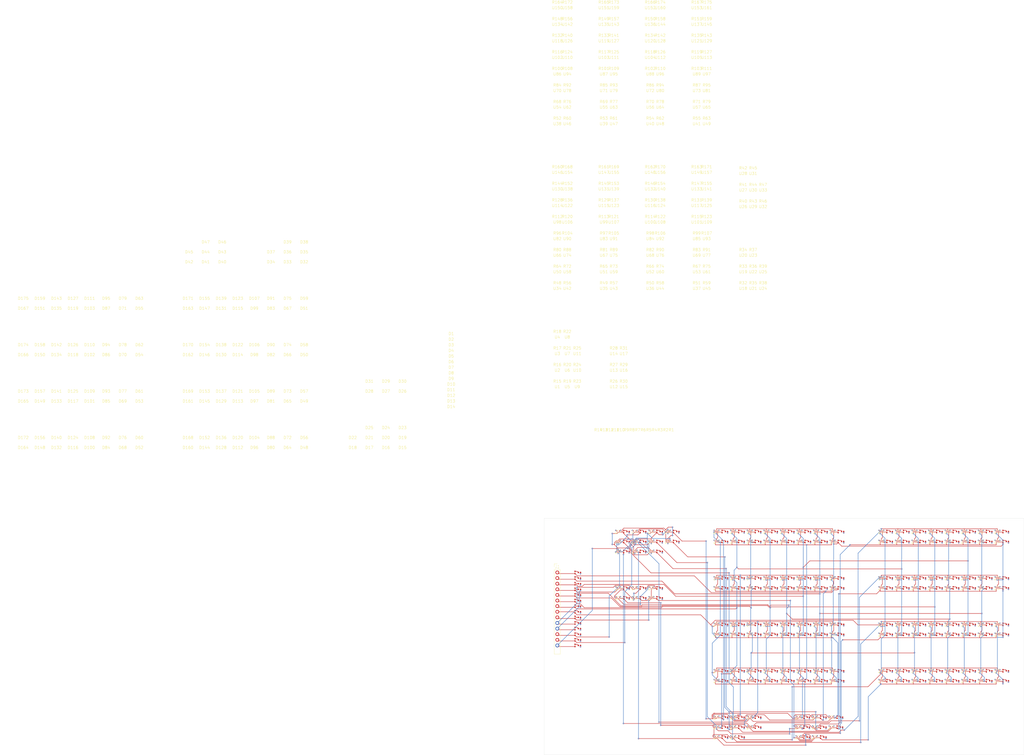
<source format=kicad_pcb>
(kicad_pcb (version 20241229) (generator "pcbnew") (generator_version "9.0")
  (title_block (title "8-Byte Discrete RAM Prototype"))
  (layers (0 "F.Cu" signal) (4 "In1.Cu" power) (6 "In2.Cu" power) (2 "B.Cu" signal) (13 "F.Paste" user) (15 "B.Paste" user) (5 "F.SilkS" user "F.Silkscreen") (7 "B.SilkS" user "B.Silkscreen") (1 "F.Mask" user) (3 "B.Mask" user) (25 "Edge.Cuts" user))
  (net 0 "")
  (net 1 "/Address Decoder/A0")
  (net 2 "/Address Decoder/A1")
  (net 3 "/Address Decoder/A2")
  (net 4 "/Address Decoder/SEL0")
  (net 5 "/Address Decoder/SEL1")
  (net 6 "/Address Decoder/SEL2")
  (net 7 "/Address Decoder/SEL3")
  (net 8 "/Address Decoder/SEL4")
  (net 9 "/Address Decoder/SEL5")
  (net 10 "/Address Decoder/SEL6")
  (net 11 "/Address Decoder/SEL7")
  (net 12 "/BUF_OE_0")
  (net 13 "/BUF_OE_1")
  (net 14 "/BUF_OE_2")
  (net 15 "/BUF_OE_3")
  (net 16 "/BUF_OE_4")
  (net 17 "/BUF_OE_5")
  (net 18 "/BUF_OE_6")
  (net 19 "/BUF_OE_7")
  (net 20 "/Byte 0/WRITE_CLK")
  (net 21 "/Byte 1/WRITE_CLK")
  (net 22 "/Byte 2/WRITE_CLK")
  (net 23 "/Byte 3/WRITE_CLK")
  (net 24 "/Byte 4/WRITE_CLK")
  (net 25 "/Byte 5/WRITE_CLK")
  (net 26 "/Byte 6/WRITE_CLK")
  (net 27 "/Byte 7/WRITE_CLK")
  (net 28 "/Control Logic/READ_EN")
  (net 29 "/Control Logic/WRITE_ACTIVE")
  (net 30 "/Control Logic/nCE")
  (net 31 "/Control Logic/nOE")
  (net 32 "/Control Logic/nWE")
  (net 33 "/D0")
  (net 34 "/D1")
  (net 35 "/D2")
  (net 36 "/D3")
  (net 37 "/D4")
  (net 38 "/D5")
  (net 39 "/D6")
  (net 40 "/D7")
  (net 41 "GND")
  (net 42 "Net-(D1-A)")
  (net 43 "Net-(D2-A)")
  (net 44 "Net-(D3-A)")
  (net 45 "Net-(D4-A)")
  (net 46 "Net-(D5-A)")
  (net 47 "Net-(D6-A)")
  (net 48 "Net-(D7-A)")
  (net 49 "Net-(D8-A)")
  (net 50 "Net-(D9-A)")
  (net 51 "Net-(D10-A)")
  (net 52 "Net-(D11-A)")
  (net 53 "Net-(D12-A)")
  (net 54 "Net-(D13-A)")
  (net 55 "Net-(D14-A)")
  (net 56 "Net-(D15-A)")
  (net 57 "Net-(D16-A)")
  (net 58 "Net-(D17-A)")
  (net 59 "Net-(D18-A)")
  (net 60 "Net-(D19-A)")
  (net 61 "Net-(D20-A)")
  (net 62 "Net-(D21-A)")
  (net 63 "Net-(D22-A)")
  (net 64 "Net-(D23-A)")
  (net 65 "Net-(D24-A)")
  (net 66 "Net-(D25-A)")
  (net 67 "Net-(D26-A)")
  (net 68 "Net-(D27-A)")
  (net 69 "Net-(D28-A)")
  (net 70 "Net-(D29-A)")
  (net 71 "Net-(D30-A)")
  (net 72 "Net-(D31-A)")
  (net 73 "Net-(D32-A)")
  (net 74 "Net-(D33-A)")
  (net 75 "Net-(D34-A)")
  (net 76 "Net-(D35-A)")
  (net 77 "Net-(D36-A)")
  (net 78 "Net-(D37-A)")
  (net 79 "Net-(D38-A)")
  (net 80 "Net-(D39-A)")
  (net 81 "Net-(D40-A)")
  (net 82 "Net-(D41-A)")
  (net 83 "Net-(D42-A)")
  (net 84 "Net-(D43-A)")
  (net 85 "Net-(D44-A)")
  (net 86 "Net-(D45-A)")
  (net 87 "Net-(D46-A)")
  (net 88 "Net-(D47-A)")
  (net 89 "Net-(D48-A)")
  (net 90 "Net-(D49-A)")
  (net 91 "Net-(D50-A)")
  (net 92 "Net-(D51-A)")
  (net 93 "Net-(D52-A)")
  (net 94 "Net-(D53-A)")
  (net 95 "Net-(D54-A)")
  (net 96 "Net-(D55-A)")
  (net 97 "Net-(D56-A)")
  (net 98 "Net-(D57-A)")
  (net 99 "Net-(D58-A)")
  (net 100 "Net-(D59-A)")
  (net 101 "Net-(D60-A)")
  (net 102 "Net-(D61-A)")
  (net 103 "Net-(D62-A)")
  (net 104 "Net-(D63-A)")
  (net 105 "Net-(D64-A)")
  (net 106 "Net-(D65-A)")
  (net 107 "Net-(D66-A)")
  (net 108 "Net-(D67-A)")
  (net 109 "Net-(D68-A)")
  (net 110 "Net-(D69-A)")
  (net 111 "Net-(D70-A)")
  (net 112 "Net-(D71-A)")
  (net 113 "Net-(D72-A)")
  (net 114 "Net-(D73-A)")
  (net 115 "Net-(D74-A)")
  (net 116 "Net-(D75-A)")
  (net 117 "Net-(D76-A)")
  (net 118 "Net-(D77-A)")
  (net 119 "Net-(D78-A)")
  (net 120 "Net-(D79-A)")
  (net 121 "Net-(D80-A)")
  (net 122 "Net-(D81-A)")
  (net 123 "Net-(D82-A)")
  (net 124 "Net-(D83-A)")
  (net 125 "Net-(D84-A)")
  (net 126 "Net-(D85-A)")
  (net 127 "Net-(D86-A)")
  (net 128 "Net-(D87-A)")
  (net 129 "Net-(D88-A)")
  (net 130 "Net-(D89-A)")
  (net 131 "Net-(D90-A)")
  (net 132 "Net-(D91-A)")
  (net 133 "Net-(D92-A)")
  (net 134 "Net-(D93-A)")
  (net 135 "Net-(D94-A)")
  (net 136 "Net-(D95-A)")
  (net 137 "Net-(D96-A)")
  (net 138 "Net-(D97-A)")
  (net 139 "Net-(D98-A)")
  (net 140 "Net-(D99-A)")
  (net 141 "Net-(D100-A)")
  (net 142 "Net-(D101-A)")
  (net 143 "Net-(D102-A)")
  (net 144 "Net-(D103-A)")
  (net 145 "Net-(D104-A)")
  (net 146 "Net-(D105-A)")
  (net 147 "Net-(D106-A)")
  (net 148 "Net-(D107-A)")
  (net 149 "Net-(D108-A)")
  (net 150 "Net-(D109-A)")
  (net 151 "Net-(D110-A)")
  (net 152 "Net-(D111-A)")
  (net 153 "Net-(D112-A)")
  (net 154 "Net-(D113-A)")
  (net 155 "Net-(D114-A)")
  (net 156 "Net-(D115-A)")
  (net 157 "Net-(D116-A)")
  (net 158 "Net-(D117-A)")
  (net 159 "Net-(D118-A)")
  (net 160 "Net-(D119-A)")
  (net 161 "Net-(D120-A)")
  (net 162 "Net-(D121-A)")
  (net 163 "Net-(D122-A)")
  (net 164 "Net-(D123-A)")
  (net 165 "Net-(D124-A)")
  (net 166 "Net-(D125-A)")
  (net 167 "Net-(D126-A)")
  (net 168 "Net-(D127-A)")
  (net 169 "Net-(D128-A)")
  (net 170 "Net-(D129-A)")
  (net 171 "Net-(D130-A)")
  (net 172 "Net-(D131-A)")
  (net 173 "Net-(D132-A)")
  (net 174 "Net-(D133-A)")
  (net 175 "Net-(D134-A)")
  (net 176 "Net-(D135-A)")
  (net 177 "Net-(D136-A)")
  (net 178 "Net-(D137-A)")
  (net 179 "Net-(D138-A)")
  (net 180 "Net-(D139-A)")
  (net 181 "Net-(D140-A)")
  (net 182 "Net-(D141-A)")
  (net 183 "Net-(D142-A)")
  (net 184 "Net-(D143-A)")
  (net 185 "Net-(D144-A)")
  (net 186 "Net-(D145-A)")
  (net 187 "Net-(D146-A)")
  (net 188 "Net-(D147-A)")
  (net 189 "Net-(D148-A)")
  (net 190 "Net-(D149-A)")
  (net 191 "Net-(D150-A)")
  (net 192 "Net-(D151-A)")
  (net 193 "Net-(D152-A)")
  (net 194 "Net-(D153-A)")
  (net 195 "Net-(D154-A)")
  (net 196 "Net-(D155-A)")
  (net 197 "Net-(D156-A)")
  (net 198 "Net-(D157-A)")
  (net 199 "Net-(D158-A)")
  (net 200 "Net-(D159-A)")
  (net 201 "Net-(D160-A)")
  (net 202 "Net-(D161-A)")
  (net 203 "Net-(D162-A)")
  (net 204 "Net-(D163-A)")
  (net 205 "Net-(D164-A)")
  (net 206 "Net-(D165-A)")
  (net 207 "Net-(D166-A)")
  (net 208 "Net-(D167-A)")
  (net 209 "Net-(D168-A)")
  (net 210 "Net-(D169-A)")
  (net 211 "Net-(D170-A)")
  (net 212 "Net-(D171-A)")
  (net 213 "Net-(D172-A)")
  (net 214 "Net-(D173-A)")
  (net 215 "Net-(D174-A)")
  (net 216 "Net-(D175-A)")
  (net 217 "Net-(R15-Pad1)")
  (net 218 "Net-(R16-Pad1)")
  (net 219 "Net-(R17-Pad1)")
  (net 220 "Net-(R26-Pad1)")
  (net 221 "Net-(R27-Pad1)")
  (net 222 "Net-(R28-Pad1)")
  (net 223 "Net-(R29-Pad1)")
  (net 224 "Net-(U34-Q)")
  (net 225 "Net-(U35-Q)")
  (net 226 "Net-(U36-Q)")
  (net 227 "Net-(U37-Q)")
  (net 228 "Net-(U38-Q)")
  (net 229 "Net-(U39-Q)")
  (net 230 "Net-(U40-Q)")
  (net 231 "Net-(U41-Q)")
  (net 232 "Net-(U50-Q)")
  (net 233 "Net-(U51-Q)")
  (net 234 "Net-(U52-Q)")
  (net 235 "Net-(U53-Q)")
  (net 236 "Net-(U54-Q)")
  (net 237 "Net-(U55-Q)")
  (net 238 "Net-(U56-Q)")
  (net 239 "Net-(U57-Q)")
  (net 240 "Net-(U66-Q)")
  (net 241 "Net-(U67-Q)")
  (net 242 "Net-(U68-Q)")
  (net 243 "Net-(U69-Q)")
  (net 244 "Net-(U70-Q)")
  (net 245 "Net-(U71-Q)")
  (net 246 "Net-(U72-Q)")
  (net 247 "Net-(U73-Q)")
  (net 248 "Net-(U82-Q)")
  (net 249 "Net-(U83-Q)")
  (net 250 "Net-(U84-Q)")
  (net 251 "Net-(U85-Q)")
  (net 252 "Net-(U86-Q)")
  (net 253 "Net-(U87-Q)")
  (net 254 "Net-(U88-Q)")
  (net 255 "Net-(U89-Q)")
  (net 256 "Net-(U98-Q)")
  (net 257 "Net-(U99-Q)")
  (net 258 "Net-(U100-Q)")
  (net 259 "Net-(U101-Q)")
  (net 260 "Net-(U102-Q)")
  (net 261 "Net-(U103-Q)")
  (net 262 "Net-(U104-Q)")
  (net 263 "Net-(U105-Q)")
  (net 264 "Net-(U114-Q)")
  (net 265 "Net-(U115-Q)")
  (net 266 "Net-(U116-Q)")
  (net 267 "Net-(U117-Q)")
  (net 268 "Net-(U118-Q)")
  (net 269 "Net-(U119-Q)")
  (net 270 "Net-(U120-Q)")
  (net 271 "Net-(U121-Q)")
  (net 272 "Net-(U130-Q)")
  (net 273 "Net-(U131-Q)")
  (net 274 "Net-(U132-Q)")
  (net 275 "Net-(U133-Q)")
  (net 276 "Net-(U134-Q)")
  (net 277 "Net-(U135-Q)")
  (net 278 "Net-(U136-Q)")
  (net 279 "Net-(U137-Q)")
  (net 280 "Net-(U146-Q)")
  (net 281 "Net-(U147-Q)")
  (net 282 "Net-(U148-Q)")
  (net 283 "Net-(U149-Q)")
  (net 284 "Net-(U150-Q)")
  (net 285 "Net-(U151-Q)")
  (net 286 "Net-(U152-Q)")
  (net 287 "Net-(U153-Q)")
  (net 288 "VCC")
  (footprint "LED_SMD:LED_0402_1005Metric" (layer "F.Cu") (at 95.5 107.5 180)
    (property "Reference" "D35")
    (property "Value" "LED_0402_1005Metric")
  )
  (footprint "LED_SMD:LED_0402_1005Metric" (layer "F.Cu") (at 132.5 103 180)
    (property "Reference" "D40")
    (property "Value" "LED_0402_1005Metric")
  )
  (footprint "Resistor_SMD:R_0402_1005Metric" (layer "F.Cu") (at 56.5 19 90)
    (property "Reference" "R16")
    (property "Value" "R_0402_1005Metric")
  )
  (footprint "Resistor_SMD:R_0402_1005Metric" (layer "F.Cu") (at 49 23.5 90)
    (property "Reference" "R19")
    (property "Value" "R_0402_1005Metric")
  )
  (footprint "LED_SMD:LED_0402_1005Metric" (layer "F.Cu") (at 29 65.45 180)
    (property "Reference" "D3")
    (property "Value" "LED_0402_1005Metric")
  )
  (footprint "LED_SMD:LED_0402_1005Metric" (layer "F.Cu") (at 51 23.5 180)
    (property "Reference" "D19")
    (property "Value" "LED_0402_1005Metric")
  )
  (footprint "Resistor_SMD:R_0402_1005Metric" (layer "F.Cu") (at 64 19 90)
    (property "Reference" "R17")
    (property "Value" "R_0402_1005Metric")
  )
  (footprint "LED_SMD:LED_0402_1005Metric" (layer "F.Cu") (at 29 52.75 180)
    (property "Reference" "D8")
    (property "Value" "LED_0402_1005Metric")
  )
  (footprint "LED_SMD:LED_0402_1005Metric" (layer "F.Cu") (at 118 40 180)
    (property "Reference" "D97")
    (property "Value" "LED_0402_1005Metric")
  )
  (footprint "LED_SMD:LED_0402_1005Metric" (layer "F.Cu") (at 192.5 19 180)
    (property "Reference" "D100")
    (property "Value" "LED_0402_1005Metric")
  )
  (footprint "LED_SMD:LED_0402_1005Metric" (layer "F.Cu") (at 118 82 180)
    (property "Reference" "D99")
    (property "Value" "LED_0402_1005Metric")
  )
  (footprint "LED_SMD:LED_0402_1005Metric" (layer "F.Cu") (at 192.5 82 180)
    (property "Reference" "D103")
    (property "Value" "LED_0402_1005Metric")
  )
  (footprint "LED_SMD:LED_0402_1005Metric" (layer "F.Cu") (at 118 19 180)
    (property "Reference" "D96")
    (property "Value" "LED_0402_1005Metric")
  )
  (footprint "LED_SMD:LED_0402_1005Metric" (layer "F.Cu") (at 192.5 40 180)
    (property "Reference" "D101")
    (property "Value" "LED_0402_1005Metric")
  )
  (footprint "LED_SMD:LED_0402_1005Metric" (layer "F.Cu") (at 192.5 61 180)
    (property "Reference" "D102")
    (property "Value" "LED_0402_1005Metric")
  )
  (footprint "LED_SMD:LED_0402_1005Metric" (layer "F.Cu") (at 118 61 180)
    (property "Reference" "D98")
    (property "Value" "LED_0402_1005Metric")
  )
  (footprint "LED_SMD:LED_0402_1005Metric" (layer "F.Cu") (at 29 42.59 180)
    (property "Reference" "D12")
    (property "Value" "LED_0402_1005Metric")
  )
  (footprint "Resistor_SMD:R_0402_1005Metric" (layer "F.Cu") (at 27 57.83 90)
    (property "Reference" "R6")
    (property "Value" "R_0402_1005Metric")
  )
  (footprint "LED_SMD:LED_0402_1005Metric" (layer "F.Cu") (at 29 70.53 180)
    (property "Reference" "D1")
    (property "Value" "LED_0402_1005Metric")
  )
  (footprint "LED_SMD:LED_0402_1005Metric" (layer "F.Cu") (at 66 49 180)
    (property "Reference" "D31")
    (property "Value" "LED_0402_1005Metric")
  )
  (footprint "Resistor_SMD:R_0402_1005Metric" (layer "F.Cu") (at 27 62.91 90)
    (property "Reference" "R4")
    (property "Value" "R_0402_1005Metric")
  )
  (footprint "Resistor_SMD:R_0402_1005Metric" (layer "F.Cu") (at 49 19 90)
    (property "Reference" "R15")
    (property "Value" "R_0402_1005Metric")
  )
  (footprint "DSBGA_Packages:DSBGA-5_NumericPads" (layer "F.Cu") (at 188 44.5 90)
    (property "Reference" "U95")
    (property "Value" "DSBGA-5_NumericPads")
  )
  (footprint "DSBGA_Packages:DSBGA-5_NumericPads" (layer "F.Cu") (at 113.5 44.5 90)
    (property "Reference" "U91")
    (property "Value" "DSBGA-5_NumericPads")
  )
  (footprint "DSBGA_Packages:DSBGA-5_NumericPads" (layer "F.Cu") (at 188 23.5 90)
    (property "Reference" "U94")
    (property "Value" "DSBGA-5_NumericPads")
  )
  (footprint "DSBGA_Packages:DSBGA-5_NumericPads" (layer "F.Cu") (at 113.5 65.5 90)
    (property "Reference" "U92")
    (property "Value" "DSBGA-5_NumericPads")
  )
  (footprint "DSBGA_Packages:DSBGA-5_NumericPads" (layer "F.Cu") (at 188 86.5 90)
    (property "Reference" "U97")
    (property "Value" "DSBGA-5_NumericPads")
  )
  (footprint "DSBGA_Packages:DSBGA-5_NumericPads" (layer "F.Cu") (at 188 65.5 90)
    (property "Reference" "U96")
    (property "Value" "DSBGA-5_NumericPads")
  )
  (footprint "DSBGA_Packages:DSBGA-5_NumericPads" (layer "F.Cu") (at 113.5 23.5 90)
    (property "Reference" "U90")
    (property "Value" "DSBGA-5_NumericPads")
  )
  (footprint "DSBGA_Packages:DSBGA-5_NumericPads" (layer "F.Cu") (at 113.5 86.5 90)
    (property "Reference" "U93")
    (property "Value" "DSBGA-5_NumericPads")
  )
  (footprint "Resistor_SMD:R_0402_1005Metric" (layer "F.Cu") (at 93.5 44.5 90)
    (property "Reference" "R57")
    (property "Value" "R_0402_1005Metric")
  )
  (footprint "Resistor_SMD:R_0402_1005Metric" (layer "F.Cu") (at 93.5 23.5 90)
    (property "Reference" "R56")
    (property "Value" "R_0402_1005Metric")
  )
  (footprint "Resistor_SMD:R_0402_1005Metric" (layer "F.Cu") (at 93.5 65.5 90)
    (property "Reference" "R58")
    (property "Value" "R_0402_1005Metric")
  )
  (footprint "Resistor_SMD:R_0402_1005Metric" (layer "F.Cu") (at 168 23.5 90)
    (property "Reference" "R60")
    (property "Value" "R_0402_1005Metric")
  )
  (footprint "Resistor_SMD:R_0402_1005Metric" (layer "F.Cu") (at 168 44.5 90)
    (property "Reference" "R61")
    (property "Value" "R_0402_1005Metric")
  )
  (footprint "Resistor_SMD:R_0402_1005Metric" (layer "F.Cu") (at 93.5 86.5 90)
    (property "Reference" "R59")
    (property "Value" "R_0402_1005Metric")
  )
  (footprint "Resistor_SMD:R_0402_1005Metric" (layer "F.Cu") (at 168 65.5 90)
    (property "Reference" "R62")
    (property "Value" "R_0402_1005Metric")
  )
  (footprint "Resistor_SMD:R_0402_1005Metric" (layer "F.Cu") (at 168 86.5 90)
    (property "Reference" "R63")
    (property "Value" "R_0402_1005Metric")
  )
  (footprint "LED_SMD:LED_0402_1005Metric" (layer "F.Cu") (at 118 44.5 180)
    (property "Reference" "D105")
    (property "Value" "LED_0402_1005Metric")
  )
  (footprint "LED_SMD:LED_0402_1005Metric" (layer "F.Cu") (at 118 86.5 180)
    (property "Reference" "D107")
    (property "Value" "LED_0402_1005Metric")
  )
  (footprint "LED_SMD:LED_0402_1005Metric" (layer "F.Cu") (at 192.5 65.5 180)
    (property "Reference" "D110")
    (property "Value" "LED_0402_1005Metric")
  )
  (footprint "LED_SMD:LED_0402_1005Metric" (layer "F.Cu") (at 118 65.5 180)
    (property "Reference" "D106")
    (property "Value" "LED_0402_1005Metric")
  )
  (footprint "LED_SMD:LED_0402_1005Metric" (layer "F.Cu") (at 192.5 23.5 180)
    (property "Reference" "D108")
    (property "Value" "LED_0402_1005Metric")
  )
  (footprint "LED_SMD:LED_0402_1005Metric" (layer "F.Cu") (at 192.5 44.5 180)
    (property "Reference" "D109")
    (property "Value" "LED_0402_1005Metric")
  )
  (footprint "LED_SMD:LED_0402_1005Metric" (layer "F.Cu") (at 118 23.5 180)
    (property "Reference" "D104")
    (property "Value" "LED_0402_1005Metric")
  )
  (footprint "LED_SMD:LED_0402_1005Metric" (layer "F.Cu") (at 192.5 86.5 180)
    (property "Reference" "D111")
    (property "Value" "LED_0402_1005Metric")
  )
  (footprint "LED_SMD:LED_0402_1005Metric" (layer "F.Cu") (at 207.5 61 180)
    (property "Reference" "D134")
    (property "Value" "LED_0402_1005Metric")
  )
  (footprint "LED_SMD:LED_0402_1005Metric" (layer "F.Cu") (at 133 40 180)
    (property "Reference" "D129")
    (property "Value" "LED_0402_1005Metric")
  )
  (footprint "LED_SMD:LED_0402_1005Metric" (layer "F.Cu") (at 133 19 180)
    (property "Reference" "D128")
    (property "Value" "LED_0402_1005Metric")
  )
  (footprint "LED_SMD:LED_0402_1005Metric" (layer "F.Cu") (at 207.5 40 180)
    (property "Reference" "D133")
    (property "Value" "LED_0402_1005Metric")
  )
  (footprint "LED_SMD:LED_0402_1005Metric" (layer "F.Cu") (at 133 61 180)
    (property "Reference" "D130")
    (property "Value" "LED_0402_1005Metric")
  )
  (footprint "LED_SMD:LED_0402_1005Metric" (layer "F.Cu") (at 207.5 19 180)
    (property "Reference" "D132")
    (property "Value" "LED_0402_1005Metric")
  )
  (footprint "LED_SMD:LED_0402_1005Metric" (layer "F.Cu") (at 133 82 180)
    (property "Reference" "D131")
    (property "Value" "LED_0402_1005Metric")
  )
  (footprint "LED_SMD:LED_0402_1005Metric" (layer "F.Cu") (at 207.5 82 180)
    (property "Reference" "D135")
    (property "Value" "LED_0402_1005Metric")
  )
  (footprint "Resistor_SMD:R_0402_1005Metric" (layer "F.Cu") (at 27 52.75 90)
    (property "Reference" "R8")
    (property "Value" "R_0402_1005Metric")
  )
  (footprint "DSBGA_Packages:DSBGA-5_NumericPads" (layer "F.Cu") (at 135.5 107.5 90)
    (property "Reference" "U30")
    (property "Value" "DSBGA-5_NumericPads")
  )
  (footprint "LED_SMD:LED_0402_1005Metric" (layer "F.Cu") (at 177.5 19 180)
    (property "Reference" "D68")
    (property "Value" "LED_0402_1005Metric")
  )
  (footprint "LED_SMD:LED_0402_1005Metric" (layer "F.Cu") (at 177.5 82 180)
    (property "Reference" "D71")
    (property "Value" "LED_0402_1005Metric")
  )
  (footprint "LED_SMD:LED_0402_1005Metric" (layer "F.Cu") (at 177.5 40 180)
    (property "Reference" "D69")
    (property "Value" "LED_0402_1005Metric")
  )
  (footprint "LED_SMD:LED_0402_1005Metric" (layer "F.Cu") (at 103 61 180)
    (property "Reference" "D66")
    (property "Value" "LED_0402_1005Metric")
  )
  (footprint "LED_SMD:LED_0402_1005Metric" (layer "F.Cu") (at 177.5 61 180)
    (property "Reference" "D70")
    (property "Value" "LED_0402_1005Metric")
  )
  (footprint "LED_SMD:LED_0402_1005Metric" (layer "F.Cu") (at 103 82 180)
    (property "Reference" "D67")
    (property "Value" "LED_0402_1005Metric")
  )
  (footprint "LED_SMD:LED_0402_1005Metric" (layer "F.Cu") (at 103 40 180)
    (property "Reference" "D65")
    (property "Value" "LED_0402_1005Metric")
  )
  (footprint "LED_SMD:LED_0402_1005Metric" (layer "F.Cu") (at 103 19 180)
    (property "Reference" "D64")
    (property "Value" "LED_0402_1005Metric")
  )
  (footprint "LED_SMD:LED_0402_1005Metric" (layer "F.Cu") (at 58.5 49 180)
    (property "Reference" "D29")
    (property "Value" "LED_0402_1005Metric")
  )
  (footprint "DSBGA_Packages:DSBGA-5_NumericPads" (layer "F.Cu") (at 128.5 23.5 90)
    (property "Reference" "U122")
    (property "Value" "DSBGA-5_NumericPads")
  )
  (footprint "DSBGA_Packages:DSBGA-5_NumericPads" (layer "F.Cu") (at 203 44.5 90)
    (property "Reference" "U127")
    (property "Value" "DSBGA-5_NumericPads")
  )
  (footprint "DSBGA_Packages:DSBGA-5_NumericPads" (layer "F.Cu") (at 203 65.5 90)
    (property "Reference" "U128")
    (property "Value" "DSBGA-5_NumericPads")
  )
  (footprint "DSBGA_Packages:DSBGA-5_NumericPads" (layer "F.Cu") (at 203 23.5 90)
    (property "Reference" "U126")
    (property "Value" "DSBGA-5_NumericPads")
  )
  (footprint "DSBGA_Packages:DSBGA-5_NumericPads" (layer "F.Cu") (at 203 86.5 90)
    (property "Reference" "U129")
    (property "Value" "DSBGA-5_NumericPads")
  )
  (footprint "DSBGA_Packages:DSBGA-5_NumericPads" (layer "F.Cu") (at 128.5 44.5 90)
    (property "Reference" "U123")
    (property "Value" "DSBGA-5_NumericPads")
  )
  (footprint "DSBGA_Packages:DSBGA-5_NumericPads" (layer "F.Cu") (at 128.5 65.5 90)
    (property "Reference" "U124")
    (property "Value" "DSBGA-5_NumericPads")
  )
  (footprint "DSBGA_Packages:DSBGA-5_NumericPads" (layer "F.Cu") (at 128.5 86.5 90)
    (property "Reference" "U125")
    (property "Value" "DSBGA-5_NumericPads")
  )
  (footprint "LED_SMD:LED_0402_1005Metric" (layer "F.Cu") (at 51 44.5 180)
    (property "Reference" "D26")
    (property "Value" "LED_0402_1005Metric")
  )
  (footprint "LED_SMD:LED_0402_1005Metric" (layer "F.Cu") (at 29 60.37 180)
    (property "Reference" "D5")
    (property "Value" "LED_0402_1005Metric")
  )
  (footprint "DSBGA_Packages:DSBGA-5_NumericPads" (layer "F.Cu") (at 136 23.5 90)
    (property "Reference" "U138")
    (property "Value" "DSBGA-5_NumericPads")
  )
  (footprint "DSBGA_Packages:DSBGA-5_NumericPads" (layer "F.Cu") (at 210.5 65.5 90)
    (property "Reference" "U144")
    (property "Value" "DSBGA-5_NumericPads")
  )
  (footprint "DSBGA_Packages:DSBGA-5_NumericPads" (layer "F.Cu") (at 136 86.5 90)
    (property "Reference" "U141")
    (property "Value" "DSBGA-5_NumericPads")
  )
  (footprint "DSBGA_Packages:DSBGA-5_NumericPads" (layer "F.Cu") (at 210.5 23.5 90)
    (property "Reference" "U142")
    (property "Value" "DSBGA-5_NumericPads")
  )
  (footprint "DSBGA_Packages:DSBGA-5_NumericPads" (layer "F.Cu") (at 210.5 86.5 90)
    (property "Reference" "U145")
    (property "Value" "DSBGA-5_NumericPads")
  )
  (footprint "DSBGA_Packages:DSBGA-5_NumericPads" (layer "F.Cu") (at 136 65.5 90)
    (property "Reference" "U140")
    (property "Value" "DSBGA-5_NumericPads")
  )
  (footprint "DSBGA_Packages:DSBGA-5_NumericPads" (layer "F.Cu") (at 210.5 44.5 90)
    (property "Reference" "U143")
    (property "Value" "DSBGA-5_NumericPads")
  )
  (footprint "DSBGA_Packages:DSBGA-5_NumericPads" (layer "F.Cu") (at 136 44.5 90)
    (property "Reference" "U139")
    (property "Value" "DSBGA-5_NumericPads")
  )
  (footprint "DSBGA_Packages:DSBGA-5_NumericPads" (layer "F.Cu") (at 46.5 44.5 90)
    (property "Reference" "U12")
    (property "Value" "DSBGA-5_NumericPads")
  )
  (footprint "LED_SMD:LED_0402_1005Metric" (layer "F.Cu") (at 29 57.83 180)
    (property "Reference" "D6")
    (property "Value" "LED_0402_1005Metric")
  )
  (footprint "LED_SMD:LED_0402_1005Metric" (layer "F.Cu") (at 140 112 180)
    (property "Reference" "D47")
    (property "Value" "LED_0402_1005Metric")
  )
  (footprint "Resistor_SMD:R_0402_1005Metric" (layer "F.Cu") (at 71.5 23.5 90)
    (property "Reference" "R22")
    (property "Value" "R_0402_1005Metric")
  )
  (footprint "DSBGA_Packages:DSBGA-5_NumericPads" (layer "F.Cu") (at 121 86.5 90)
    (property "Reference" "U109")
    (property "Value" "DSBGA-5_NumericPads")
  )
  (footprint "DSBGA_Packages:DSBGA-5_NumericPads" (layer "F.Cu") (at 195.5 23.5 90)
    (property "Reference" "U110")
    (property "Value" "DSBGA-5_NumericPads")
  )
  (footprint "DSBGA_Packages:DSBGA-5_NumericPads" (layer "F.Cu") (at 121 65.5 90)
    (property "Reference" "U108")
    (property "Value" "DSBGA-5_NumericPads")
  )
  (footprint "DSBGA_Packages:DSBGA-5_NumericPads" (layer "F.Cu") (at 195.5 44.5 90)
    (property "Reference" "U111")
    (property "Value" "DSBGA-5_NumericPads")
  )
  (footprint "DSBGA_Packages:DSBGA-5_NumericPads" (layer "F.Cu") (at 121 44.5 90)
    (property "Reference" "U107")
    (property "Value" "DSBGA-5_NumericPads")
  )
  (footprint "DSBGA_Packages:DSBGA-5_NumericPads" (layer "F.Cu") (at 195.5 65.5 90)
    (property "Reference" "U112")
    (property "Value" "DSBGA-5_NumericPads")
  )
  (footprint "DSBGA_Packages:DSBGA-5_NumericPads" (layer "F.Cu") (at 121 23.5 90)
    (property "Reference" "U106")
    (property "Value" "DSBGA-5_NumericPads")
  )
  (footprint "DSBGA_Packages:DSBGA-5_NumericPads" (layer "F.Cu") (at 195.5 86.5 90)
    (property "Reference" "U113")
    (property "Value" "DSBGA-5_NumericPads")
  )
  (footprint "DSBGA_Packages:DSBGA-5_NumericPads" (layer "F.Cu") (at 143 103 90)
    (property "Reference" "U28")
    (property "Value" "DSBGA-5_NumericPads")
  )
  (footprint "DSBGA_Packages:DSBGA-5_NumericPads" (layer "F.Cu") (at 46.5 49 90)
    (property "Reference" "U15")
    (property "Value" "DSBGA-5_NumericPads")
  )
  (footprint "Resistor_SMD:R_0402_1005Metric" (layer "F.Cu") (at 145.5 103 90)
    (property "Reference" "R42")
    (property "Value" "R_0402_1005Metric")
  )
  (footprint "Resistor_SMD:R_0402_1005Metric" (layer "F.Cu") (at 130.5 103 90)
    (property "Reference" "R40")
    (property "Value" "R_0402_1005Metric")
  )
  (footprint "Resistor_SMD:R_0402_1005Metric" (layer "F.Cu") (at 190.5 86.5 90)
    (property "Reference" "R111")
    (property "Value" "R_0402_1005Metric")
  )
  (footprint "Resistor_SMD:R_0402_1005Metric" (layer "F.Cu") (at 116 23.5 90)
    (property "Reference" "R104")
    (property "Value" "R_0402_1005Metric")
  )
  (footprint "Resistor_SMD:R_0402_1005Metric" (layer "F.Cu") (at 116 44.5 90)
    (property "Reference" "R105")
    (property "Value" "R_0402_1005Metric")
  )
  (footprint "Resistor_SMD:R_0402_1005Metric" (layer "F.Cu") (at 116 65.5 90)
    (property "Reference" "R106")
    (property "Value" "R_0402_1005Metric")
  )
  (footprint "Resistor_SMD:R_0402_1005Metric" (layer "F.Cu") (at 116 86.5 90)
    (property "Reference" "R107")
    (property "Value" "R_0402_1005Metric")
  )
  (footprint "Resistor_SMD:R_0402_1005Metric" (layer "F.Cu") (at 190.5 65.5 90)
    (property "Reference" "R110")
    (property "Value" "R_0402_1005Metric")
  )
  (footprint "Resistor_SMD:R_0402_1005Metric" (layer "F.Cu") (at 190.5 23.5 90)
    (property "Reference" "R108")
    (property "Value" "R_0402_1005Metric")
  )
  (footprint "Resistor_SMD:R_0402_1005Metric" (layer "F.Cu") (at 190.5 44.5 90)
    (property "Reference" "R109")
    (property "Value" "R_0402_1005Metric")
  )
  (footprint "Resistor_SMD:R_0402_1005Metric" (layer "F.Cu") (at 145.5 107.5 90)
    (property "Reference" "R45")
    (property "Value" "R_0402_1005Metric")
  )
  (footprint "DSBGA_Packages:DSBGA-5_NumericPads" (layer "F.Cu") (at 54 44.5 90)
    (property "Reference" "U13")
    (property "Value" "DSBGA-5_NumericPads")
  )
  (footprint "Resistor_SMD:R_0402_1005Metric" (layer "F.Cu") (at 116 19 90)
    (property "Reference" "R96")
    (property "Value" "R_0402_1005Metric")
  )
  (footprint "Resistor_SMD:R_0402_1005Metric" (layer "F.Cu") (at 190.5 19 90)
    (property "Reference" "R100")
    (property "Value" "R_0402_1005Metric")
  )
  (footprint "Resistor_SMD:R_0402_1005Metric" (layer "F.Cu") (at 116 40 90)
    (property "Reference" "R97")
    (property "Value" "R_0402_1005Metric")
  )
  (footprint "Resistor_SMD:R_0402_1005Metric" (layer "F.Cu") (at 116 82 90)
    (property "Reference" "R99")
    (property "Value" "R_0402_1005Metric")
  )
  (footprint "Resistor_SMD:R_0402_1005Metric" (layer "F.Cu") (at 190.5 40 90)
    (property "Reference" "R101")
    (property "Value" "R_0402_1005Metric")
  )
  (footprint "Resistor_SMD:R_0402_1005Metric" (layer "F.Cu") (at 190.5 61 90)
    (property "Reference" "R102")
    (property "Value" "R_0402_1005Metric")
  )
  (footprint "Resistor_SMD:R_0402_1005Metric" (layer "F.Cu") (at 116 61 90)
    (property "Reference" "R98")
    (property "Value" "R_0402_1005Metric")
  )
  (footprint "Resistor_SMD:R_0402_1005Metric" (layer "F.Cu") (at 190.5 82 90)
    (property "Reference" "R103")
    (property "Value" "R_0402_1005Metric")
  )
  (footprint "LED_SMD:LED_0402_1005Metric" (layer "F.Cu") (at 215 65.5 180)
    (property "Reference" "D158")
    (property "Value" "LED_0402_1005Metric")
  )
  (footprint "LED_SMD:LED_0402_1005Metric" (layer "F.Cu") (at 140.5 65.5 180)
    (property "Reference" "D154")
    (property "Value" "LED_0402_1005Metric")
  )
  (footprint "LED_SMD:LED_0402_1005Metric" (layer "F.Cu") (at 140.5 44.5 180)
    (property "Reference" "D153")
    (property "Value" "LED_0402_1005Metric")
  )
  (footprint "LED_SMD:LED_0402_1005Metric" (layer "F.Cu") (at 215 86.5 180)
    (property "Reference" "D159")
    (property "Value" "LED_0402_1005Metric")
  )
  (footprint "LED_SMD:LED_0402_1005Metric" (layer "F.Cu") (at 140.5 86.5 180)
    (property "Reference" "D155")
    (property "Value" "LED_0402_1005Metric")
  )
  (footprint "LED_SMD:LED_0402_1005Metric" (layer "F.Cu") (at 215 44.5 180)
    (property "Reference" "D157")
    (property "Value" "LED_0402_1005Metric")
  )
  (footprint "LED_SMD:LED_0402_1005Metric" (layer "F.Cu") (at 140.5 23.5 180)
    (property "Reference" "D152")
    (property "Value" "LED_0402_1005Metric")
  )
  (footprint "LED_SMD:LED_0402_1005Metric" (layer "F.Cu") (at 215 23.5 180)
    (property "Reference" "D156")
    (property "Value" "LED_0402_1005Metric")
  )
  (footprint "DSBGA_Packages:DSBGA-5_NumericPads" (layer "F.Cu") (at 135.5 103 90)
    (property "Reference" "U27")
    (property "Value" "DSBGA-5_NumericPads")
  )
  (footprint "Resistor_SMD:R_0402_1005Metric" (layer "F.Cu") (at 49 44.5 90)
    (property "Reference" "R26")
    (property "Value" "R_0402_1005Metric")
  )
  (footprint "DSBGA_Packages:DSBGA-5_NumericPads" (layer "F.Cu") (at 128 112 90)
    (property "Reference" "U32")
    (property "Value" "DSBGA-5_NumericPads")
  )
  (footprint "LED_SMD:LED_0402_1005Metric" (layer "F.Cu") (at 170 61 180)
    (property "Reference" "D54")
    (property "Value" "LED_0402_1005Metric")
  )
  (footprint "LED_SMD:LED_0402_1005Metric" (layer "F.Cu") (at 170 40 180)
    (property "Reference" "D53")
    (property "Value" "LED_0402_1005Metric")
  )
  (footprint "LED_SMD:LED_0402_1005Metric" (layer "F.Cu") (at 95.5 61 180)
    (property "Reference" "D50")
    (property "Value" "LED_0402_1005Metric")
  )
  (footprint "LED_SMD:LED_0402_1005Metric" (layer "F.Cu") (at 170 82 180)
    (property "Reference" "D55")
    (property "Value" "LED_0402_1005Metric")
  )
  (footprint "LED_SMD:LED_0402_1005Metric" (layer "F.Cu") (at 170 19 180)
    (property "Reference" "D52")
    (property "Value" "LED_0402_1005Metric")
  )
  (footprint "LED_SMD:LED_0402_1005Metric" (layer "F.Cu") (at 95.5 82 180)
    (property "Reference" "D51")
    (property "Value" "LED_0402_1005Metric")
  )
  (footprint "LED_SMD:LED_0402_1005Metric" (layer "F.Cu") (at 95.5 19 180)
    (property "Reference" "D48")
    (property "Value" "LED_0402_1005Metric")
  )
  (footprint "LED_SMD:LED_0402_1005Metric" (layer "F.Cu") (at 95.5 40 180)
    (property "Reference" "D49")
    (property "Value" "LED_0402_1005Metric")
  )
  (footprint "DSBGA_Packages:DSBGA-5_NumericPads" (layer "F.Cu") (at 113.5 61 90)
    (property "Reference" "U84")
    (property "Value" "DSBGA-5_NumericPads")
  )
  (footprint "DSBGA_Packages:DSBGA-5_NumericPads" (layer "F.Cu") (at 113.5 40 90)
    (property "Reference" "U83")
    (property "Value" "DSBGA-5_NumericPads")
  )
  (footprint "DSBGA_Packages:DSBGA-5_NumericPads" (layer "F.Cu") (at 113.5 82 90)
    (property "Reference" "U85")
    (property "Value" "DSBGA-5_NumericPads")
  )
  (footprint "DSBGA_Packages:DSBGA-5_NumericPads" (layer "F.Cu") (at 188 40 90)
    (property "Reference" "U87")
    (property "Value" "DSBGA-5_NumericPads")
  )
  (footprint "DSBGA_Packages:DSBGA-5_NumericPads" (layer "F.Cu") (at 188 61 90)
    (property "Reference" "U88")
    (property "Value" "DSBGA-5_NumericPads")
  )
  (footprint "DSBGA_Packages:DSBGA-5_NumericPads" (layer "F.Cu") (at 188 82 90)
    (property "Reference" "U89")
    (property "Value" "DSBGA-5_NumericPads")
  )
  (footprint "DSBGA_Packages:DSBGA-5_NumericPads" (layer "F.Cu") (at 113.5 19 90)
    (property "Reference" "U82")
    (property "Value" "DSBGA-5_NumericPads")
  )
  (footprint "DSBGA_Packages:DSBGA-5_NumericPads" (layer "F.Cu") (at 188 19 90)
    (property "Reference" "U86")
    (property "Value" "DSBGA-5_NumericPads")
  )
  (footprint "Resistor_SMD:R_0402_1005Metric" (layer "F.Cu") (at 27 70.53 90)
    (property "Reference" "R1")
    (property "Value" "R_0402_1005Metric")
  )
  (footprint "LED_SMD:LED_0402_1005Metric" (layer "F.Cu") (at 132.5 112 180)
    (property "Reference" "D46")
    (property "Value" "LED_0402_1005Metric")
  )
  (footprint "LED_SMD:LED_0402_1005Metric" (layer "F.Cu") (at 29 37.51 180)
    (property "Reference" "D14")
    (property "Value" "LED_0402_1005Metric")
  )
  (footprint "Resistor_SMD:R_0402_1005Metric" (layer "F.Cu") (at 131 65.5 90)
    (property "Reference" "R138")
    (property "Value" "R_0402_1005Metric")
  )
  (footprint "Resistor_SMD:R_0402_1005Metric" (layer "F.Cu") (at 131 86.5 90)
    (property "Reference" "R139")
    (property "Value" "R_0402_1005Metric")
  )
  (footprint "Resistor_SMD:R_0402_1005Metric" (layer "F.Cu") (at 205.5 44.5 90)
    (property "Reference" "R141")
    (property "Value" "R_0402_1005Metric")
  )
  (footprint "Resistor_SMD:R_0402_1005Metric" (layer "F.Cu") (at 205.5 23.5 90)
    (property "Reference" "R140")
    (property "Value" "R_0402_1005Metric")
  )
  (footprint "Resistor_SMD:R_0402_1005Metric" (layer "F.Cu") (at 131 44.5 90)
    (property "Reference" "R137")
    (property "Value" "R_0402_1005Metric")
  )
  (footprint "Resistor_SMD:R_0402_1005Metric" (layer "F.Cu") (at 131 23.5 90)
    (property "Reference" "R136")
    (property "Value" "R_0402_1005Metric")
  )
  (footprint "Resistor_SMD:R_0402_1005Metric" (layer "F.Cu") (at 205.5 86.5 90)
    (property "Reference" "R143")
    (property "Value" "R_0402_1005Metric")
  )
  (footprint "Resistor_SMD:R_0402_1005Metric" (layer "F.Cu") (at 205.5 65.5 90)
    (property "Reference" "R142")
    (property "Value" "R_0402_1005Metric")
  )
  (footprint "Resistor_SMD:R_0402_1005Metric" (layer "F.Cu") (at 183 61 90)
    (property "Reference" "R86")
    (property "Value" "R_0402_1005Metric")
  )
  (footprint "Resistor_SMD:R_0402_1005Metric" (layer "F.Cu") (at 183 82 90)
    (property "Reference" "R87")
    (property "Value" "R_0402_1005Metric")
  )
  (footprint "Resistor_SMD:R_0402_1005Metric" (layer "F.Cu") (at 183 19 90)
    (property "Reference" "R84")
    (property "Value" "R_0402_1005Metric")
  )
  (footprint "Resistor_SMD:R_0402_1005Metric" (layer "F.Cu") (at 108.5 40 90)
    (property "Reference" "R81")
    (property "Value" "R_0402_1005Metric")
  )
  (footprint "Resistor_SMD:R_0402_1005Metric" (layer "F.Cu") (at 108.5 19 90)
    (property "Reference" "R80")
    (property "Value" "R_0402_1005Metric")
  )
  (footprint "Resistor_SMD:R_0402_1005Metric" (layer "F.Cu") (at 108.5 82 90)
    (property "Reference" "R83")
    (property "Value" "R_0402_1005Metric")
  )
  (footprint "Resistor_SMD:R_0402_1005Metric" (layer "F.Cu") (at 108.5 61 90)
    (property "Reference" "R82")
    (property "Value" "R_0402_1005Metric")
  )
  (footprint "Resistor_SMD:R_0402_1005Metric" (layer "F.Cu") (at 183 40 90)
    (property "Reference" "R85")
    (property "Value" "R_0402_1005Metric")
  )
  (footprint "LED_SMD:LED_0402_1005Metric" (layer "F.Cu") (at 170 23.5 180)
    (property "Reference" "D60")
    (property "Value" "LED_0402_1005Metric")
  )
  (footprint "LED_SMD:LED_0402_1005Metric" (layer "F.Cu") (at 170 44.5 180)
    (property "Reference" "D61")
    (property "Value" "LED_0402_1005Metric")
  )
  (footprint "LED_SMD:LED_0402_1005Metric" (layer "F.Cu") (at 95.5 44.5 180)
    (property "Reference" "D57")
    (property "Value" "LED_0402_1005Metric")
  )
  (footprint "LED_SMD:LED_0402_1005Metric" (layer "F.Cu") (at 95.5 65.5 180)
    (property "Reference" "D58")
    (property "Value" "LED_0402_1005Metric")
  )
  (footprint "LED_SMD:LED_0402_1005Metric" (layer "F.Cu") (at 95.5 86.5 180)
    (property "Reference" "D59")
    (property "Value" "LED_0402_1005Metric")
  )
  (footprint "LED_SMD:LED_0402_1005Metric" (layer "F.Cu") (at 170 65.5 180)
    (property "Reference" "D62")
    (property "Value" "LED_0402_1005Metric")
  )
  (footprint "LED_SMD:LED_0402_1005Metric" (layer "F.Cu") (at 170 86.5 180)
    (property "Reference" "D63")
    (property "Value" "LED_0402_1005Metric")
  )
  (footprint "LED_SMD:LED_0402_1005Metric" (layer "F.Cu") (at 95.5 23.5 180)
    (property "Reference" "D56")
    (property "Value" "LED_0402_1005Metric")
  )
  (footprint "Resistor_SMD:R_0402_1005Metric" (layer "F.Cu") (at 138.5 61 90)
    (property "Reference" "R146")
    (property "Value" "R_0402_1005Metric")
  )
  (footprint "Resistor_SMD:R_0402_1005Metric" (layer "F.Cu") (at 213 19 90)
    (property "Reference" "R148")
    (property "Value" "R_0402_1005Metric")
  )
  (footprint "Resistor_SMD:R_0402_1005Metric" (layer "F.Cu") (at 138.5 40 90)
    (property "Reference" "R145")
    (property "Value" "R_0402_1005Metric")
  )
  (footprint "Resistor_SMD:R_0402_1005Metric" (layer "F.Cu") (at 213 82 90)
    (property "Reference" "R151")
    (property "Value" "R_0402_1005Metric")
  )
  (footprint "Resistor_SMD:R_0402_1005Metric" (layer "F.Cu") (at 138.5 82 90)
    (property "Reference" "R147")
    (property "Value" "R_0402_1005Metric")
  )
  (footprint "Resistor_SMD:R_0402_1005Metric" (layer "F.Cu") (at 213 40 90)
    (property "Reference" "R149")
    (property "Value" "R_0402_1005Metric")
  )
  (footprint "Resistor_SMD:R_0402_1005Metric" (layer "F.Cu") (at 213 61 90)
    (property "Reference" "R150")
    (property "Value" "R_0402_1005Metric")
  )
  (footprint "Resistor_SMD:R_0402_1005Metric" (layer "F.Cu") (at 138.5 19 90)
    (property "Reference" "R144")
    (property "Value" "R_0402_1005Metric")
  )
  (footprint "LED_SMD:LED_0402_1005Metric" (layer "F.Cu") (at 95.5 103 180)
    (property "Reference" "D32")
    (property "Value" "LED_0402_1005Metric")
  )
  (footprint "LED_SMD:LED_0402_1005Metric" (layer "F.Cu") (at 147.5 103 180)
    (property "Reference" "D42")
    (property "Value" "LED_0402_1005Metric")
  )
  (footprint "Resistor_SMD:R_0402_1005Metric" (layer "F.Cu") (at 101 107.5 90)
    (property "Reference" "R36")
    (property "Value" "R_0402_1005Metric")
  )
  (footprint "Resistor_SMD:R_0402_1005Metric" (layer "F.Cu") (at 138 103 90)
    (property "Reference" "R41")
    (property "Value" "R_0402_1005Metric")
  )
  (footprint "DSBGA_Packages:DSBGA-5_NumericPads" (layer "F.Cu") (at 180.5 44.5 90)
    (property "Reference" "U79")
    (property "Value" "DSBGA-5_NumericPads")
  )
  (footprint "DSBGA_Packages:DSBGA-5_NumericPads" (layer "F.Cu") (at 106 23.5 90)
    (property "Reference" "U74")
    (property "Value" "DSBGA-5_NumericPads")
  )
  (footprint "DSBGA_Packages:DSBGA-5_NumericPads" (layer "F.Cu") (at 106 44.5 90)
    (property "Reference" "U75")
    (property "Value" "DSBGA-5_NumericPads")
  )
  (footprint "DSBGA_Packages:DSBGA-5_NumericPads" (layer "F.Cu") (at 180.5 86.5 90)
    (property "Reference" "U81")
    (property "Value" "DSBGA-5_NumericPads")
  )
  (footprint "DSBGA_Packages:DSBGA-5_NumericPads" (layer "F.Cu") (at 180.5 23.5 90)
    (property "Reference" "U78")
    (property "Value" "DSBGA-5_NumericPads")
  )
  (footprint "DSBGA_Packages:DSBGA-5_NumericPads" (layer "F.Cu") (at 106 65.5 90)
    (property "Reference" "U76")
    (property "Value" "DSBGA-5_NumericPads")
  )
  (footprint "DSBGA_Packages:DSBGA-5_NumericPads" (layer "F.Cu") (at 106 86.5 90)
    (property "Reference" "U77")
    (property "Value" "DSBGA-5_NumericPads")
  )
  (footprint "DSBGA_Packages:DSBGA-5_NumericPads" (layer "F.Cu") (at 180.5 65.5 90)
    (property "Reference" "U80")
    (property "Value" "DSBGA-5_NumericPads")
  )
  (footprint "DSBGA_Packages:DSBGA-5_NumericPads" (layer "F.Cu") (at 46.5 19 90)
    (property "Reference" "U1")
    (property "Value" "DSBGA-5_NumericPads")
  )
  (footprint "DSBGA_Packages:DSBGA-5_NumericPads" (layer "F.Cu") (at 180.5 61 90)
    (property "Reference" "U72")
    (property "Value" "DSBGA-5_NumericPads")
  )
  (footprint "DSBGA_Packages:DSBGA-5_NumericPads" (layer "F.Cu") (at 106 19 90)
    (property "Reference" "U66")
    (property "Value" "DSBGA-5_NumericPads")
  )
  (footprint "DSBGA_Packages:DSBGA-5_NumericPads" (layer "F.Cu") (at 180.5 19 90)
    (property "Reference" "U70")
    (property "Value" "DSBGA-5_NumericPads")
  )
  (footprint "DSBGA_Packages:DSBGA-5_NumericPads" (layer "F.Cu") (at 106 82 90)
    (property "Reference" "U69")
    (property "Value" "DSBGA-5_NumericPads")
  )
  (footprint "DSBGA_Packages:DSBGA-5_NumericPads" (layer "F.Cu") (at 180.5 82 90)
    (property "Reference" "U73")
    (property "Value" "DSBGA-5_NumericPads")
  )
  (footprint "DSBGA_Packages:DSBGA-5_NumericPads" (layer "F.Cu") (at 106 61 90)
    (property "Reference" "U68")
    (property "Value" "DSBGA-5_NumericPads")
  )
  (footprint "DSBGA_Packages:DSBGA-5_NumericPads" (layer "F.Cu") (at 180.5 40 90)
    (property "Reference" "U71")
    (property "Value" "DSBGA-5_NumericPads")
  )
  (footprint "DSBGA_Packages:DSBGA-5_NumericPads" (layer "F.Cu") (at 106 40 90)
    (property "Reference" "U67")
    (property "Value" "DSBGA-5_NumericPads")
  )
  (footprint "LED_SMD:LED_0402_1005Metric" (layer "F.Cu") (at 29 45.13 180)
    (property "Reference" "D11")
    (property "Value" "LED_0402_1005Metric")
  )
  (footprint "DSBGA_Packages:DSBGA-5_NumericPads" (layer "F.Cu") (at 91 112 90)
    (property "Reference" "U24")
    (property "Value" "DSBGA-5_NumericPads")
  )
  (footprint "Resistor_SMD:R_0402_1005Metric" (layer "F.Cu") (at 64 28 90)
    (property "Reference" "R25")
    (property "Value" "R_0402_1005Metric")
  )
  (footprint "DSBGA_Packages:DSBGA-5_NumericPads" (layer "F.Cu") (at 210.5 19 90)
    (property "Reference" "U134")
    (property "Value" "DSBGA-5_NumericPads")
  )
  (footprint "DSBGA_Packages:DSBGA-5_NumericPads" (layer "F.Cu") (at 210.5 40 90)
    (property "Reference" "U135")
    (property "Value" "DSBGA-5_NumericPads")
  )
  (footprint "DSBGA_Packages:DSBGA-5_NumericPads" (layer "F.Cu") (at 136 40 90)
    (property "Reference" "U131")
    (property "Value" "DSBGA-5_NumericPads")
  )
  (footprint "DSBGA_Packages:DSBGA-5_NumericPads" (layer "F.Cu") (at 136 61 90)
    (property "Reference" "U132")
    (property "Value" "DSBGA-5_NumericPads")
  )
  (footprint "DSBGA_Packages:DSBGA-5_NumericPads" (layer "F.Cu") (at 210.5 82 90)
    (property "Reference" "U137")
    (property "Value" "DSBGA-5_NumericPads")
  )
  (footprint "DSBGA_Packages:DSBGA-5_NumericPads" (layer "F.Cu") (at 136 19 90)
    (property "Reference" "U130")
    (property "Value" "DSBGA-5_NumericPads")
  )
  (footprint "DSBGA_Packages:DSBGA-5_NumericPads" (layer "F.Cu") (at 136 82 90)
    (property "Reference" "U133")
    (property "Value" "DSBGA-5_NumericPads")
  )
  (footprint "DSBGA_Packages:DSBGA-5_NumericPads" (layer "F.Cu") (at 210.5 61 90)
    (property "Reference" "U136")
    (property "Value" "DSBGA-5_NumericPads")
  )
  (footprint "Resistor_SMD:R_0402_1005Metric" (layer "F.Cu") (at 27 50.21 90)
    (property "Reference" "R9")
    (property "Value" "R_0402_1005Metric")
  )
  (footprint "Resistor_SMD:R_0402_1005Metric" (layer "F.Cu") (at 64 23.5 90)
    (property "Reference" "R21")
    (property "Value" "R_0402_1005Metric")
  )
  (footprint "DSBGA_Packages:DSBGA-5_NumericPads" (layer "F.Cu") (at 195.5 40 90)
    (property "Reference" "U103")
    (property "Value" "DSBGA-5_NumericPads")
  )
  (footprint "DSBGA_Packages:DSBGA-5_NumericPads" (layer "F.Cu") (at 121 40 90)
    (property "Reference" "U99")
    (property "Value" "DSBGA-5_NumericPads")
  )
  (footprint "DSBGA_Packages:DSBGA-5_NumericPads" (layer "F.Cu") (at 121 61 90)
    (property "Reference" "U100")
    (property "Value" "DSBGA-5_NumericPads")
  )
  (footprint "DSBGA_Packages:DSBGA-5_NumericPads" (layer "F.Cu") (at 121 82 90)
    (property "Reference" "U101")
    (property "Value" "DSBGA-5_NumericPads")
  )
  (footprint "DSBGA_Packages:DSBGA-5_NumericPads" (layer "F.Cu") (at 195.5 82 90)
    (property "Reference" "U105")
    (property "Value" "DSBGA-5_NumericPads")
  )
  (footprint "DSBGA_Packages:DSBGA-5_NumericPads" (layer "F.Cu") (at 195.5 61 90)
    (property "Reference" "U104")
    (property "Value" "DSBGA-5_NumericPads")
  )
  (footprint "DSBGA_Packages:DSBGA-5_NumericPads" (layer "F.Cu") (at 195.5 19 90)
    (property "Reference" "U102")
    (property "Value" "DSBGA-5_NumericPads")
  )
  (footprint "DSBGA_Packages:DSBGA-5_NumericPads" (layer "F.Cu") (at 121 19 90)
    (property "Reference" "U98")
    (property "Value" "DSBGA-5_NumericPads")
  )
  (footprint "Resistor_SMD:R_0402_1005Metric" (layer "F.Cu") (at 205.5 40 90)
    (property "Reference" "R133")
    (property "Value" "R_0402_1005Metric")
  )
  (footprint "Resistor_SMD:R_0402_1005Metric" (layer "F.Cu") (at 205.5 61 90)
    (property "Reference" "R134")
    (property "Value" "R_0402_1005Metric")
  )
  (footprint "Resistor_SMD:R_0402_1005Metric" (layer "F.Cu") (at 205.5 19 90)
    (property "Reference" "R132")
    (property "Value" "R_0402_1005Metric")
  )
  (footprint "Resistor_SMD:R_0402_1005Metric" (layer "F.Cu") (at 131 40 90)
    (property "Reference" "R129")
    (property "Value" "R_0402_1005Metric")
  )
  (footprint "Resistor_SMD:R_0402_1005Metric" (layer "F.Cu") (at 131 19 90)
    (property "Reference" "R128")
    (property "Value" "R_0402_1005Metric")
  )
  (footprint "Resistor_SMD:R_0402_1005Metric" (layer "F.Cu") (at 205.5 82 90)
    (property "Reference" "R135")
    (property "Value" "R_0402_1005Metric")
  )
  (footprint "Resistor_SMD:R_0402_1005Metric" (layer "F.Cu") (at 131 82 90)
    (property "Reference" "R131")
    (property "Value" "R_0402_1005Metric")
  )
  (footprint "Resistor_SMD:R_0402_1005Metric" (layer "F.Cu") (at 131 61 90)
    (property "Reference" "R130")
    (property "Value" "R_0402_1005Metric")
  )
  (footprint "LED_SMD:LED_0402_1005Metric" (layer "F.Cu") (at 51 19 180)
    (property "Reference" "D15")
    (property "Value" "LED_0402_1005Metric")
  )
  (footprint "Resistor_SMD:R_0402_1005Metric" (layer "F.Cu") (at 64 49 90)
    (property "Reference" "R31")
    (property "Value" "R_0402_1005Metric")
  )
  (footprint "Resistor_SMD:R_0402_1005Metric" (layer "F.Cu") (at 93.5 19 90)
    (property "Reference" "R48")
    (property "Value" "R_0402_1005Metric")
  )
  (footprint "Resistor_SMD:R_0402_1005Metric" (layer "F.Cu") (at 93.5 40 90)
    (property "Reference" "R49")
    (property "Value" "R_0402_1005Metric")
  )
  (footprint "Resistor_SMD:R_0402_1005Metric" (layer "F.Cu") (at 168 40 90)
    (property "Reference" "R53")
    (property "Value" "R_0402_1005Metric")
  )
  (footprint "Resistor_SMD:R_0402_1005Metric" (layer "F.Cu") (at 93.5 61 90)
    (property "Reference" "R50")
    (property "Value" "R_0402_1005Metric")
  )
  (footprint "Resistor_SMD:R_0402_1005Metric" (layer "F.Cu") (at 93.5 82 90)
    (property "Reference" "R51")
    (property "Value" "R_0402_1005Metric")
  )
  (footprint "Resistor_SMD:R_0402_1005Metric" (layer "F.Cu") (at 168 19 90)
    (property "Reference" "R52")
    (property "Value" "R_0402_1005Metric")
  )
  (footprint "Resistor_SMD:R_0402_1005Metric" (layer "F.Cu") (at 168 82 90)
    (property "Reference" "R55")
    (property "Value" "R_0402_1005Metric")
  )
  (footprint "Resistor_SMD:R_0402_1005Metric" (layer "F.Cu") (at 168 61 90)
    (property "Reference" "R54")
    (property "Value" "R_0402_1005Metric")
  )
  (footprint "DSBGA_Packages:DSBGA-6_NumericPads" (layer "F.Cu") (at 61.5 28 90)
    (property "Reference" "U11")
    (property "Value" "DSBGA-6_NumericPads")
  )
  (footprint "Resistor_SMD:R_0402_1005Metric" (layer "F.Cu") (at 27 55.29 90)
    (property "Reference" "R7")
    (property "Value" "R_0402_1005Metric")
  )
  (footprint "LED_SMD:LED_0402_1005Metric" (layer "F.Cu") (at 103 103 180)
    (property "Reference" "D33")
    (property "Value" "LED_0402_1005Metric")
  )
  (footprint "Resistor_SMD:R_0402_1005Metric" (layer "F.Cu") (at 27 37.51 90)
    (property "Reference" "R14")
    (property "Value" "R_0402_1005Metric")
  )
  (footprint "LED_SMD:LED_0402_1005Metric" (layer "F.Cu") (at 185 40 180)
    (property "Reference" "D85")
    (property "Value" "LED_0402_1005Metric")
  )
  (footprint "LED_SMD:LED_0402_1005Metric" (layer "F.Cu") (at 110.5 82 180)
    (property "Reference" "D83")
    (property "Value" "LED_0402_1005Metric")
  )
  (footprint "LED_SMD:LED_0402_1005Metric" (layer "F.Cu") (at 110.5 61 180)
    (property "Reference" "D82")
    (property "Value" "LED_0402_1005Metric")
  )
  (footprint "LED_SMD:LED_0402_1005Metric" (layer "F.Cu") (at 185 19 180)
    (property "Reference" "D84")
    (property "Value" "LED_0402_1005Metric")
  )
  (footprint "LED_SMD:LED_0402_1005Metric" (layer "F.Cu") (at 110.5 40 180)
    (property "Reference" "D81")
    (property "Value" "LED_0402_1005Metric")
  )
  (footprint "LED_SMD:LED_0402_1005Metric" (layer "F.Cu") (at 185 61 180)
    (property "Reference" "D86")
    (property "Value" "LED_0402_1005Metric")
  )
  (footprint "LED_SMD:LED_0402_1005Metric" (layer "F.Cu") (at 185 82 180)
    (property "Reference" "D87")
    (property "Value" "LED_0402_1005Metric")
  )
  (footprint "LED_SMD:LED_0402_1005Metric" (layer "F.Cu") (at 110.5 19 180)
    (property "Reference" "D80")
    (property "Value" "LED_0402_1005Metric")
  )
  (footprint "Resistor_SMD:R_0402_1005Metric" (layer "F.Cu") (at 101 112 90)
    (property "Reference" "R39")
    (property "Value" "R_0402_1005Metric")
  )
  (footprint "Resistor_SMD:R_0402_1005Metric" (layer "F.Cu") (at 56.5 44.5 90)
    (property "Reference" "R27")
    (property "Value" "R_0402_1005Metric")
  )
  (footprint "LED_SMD:LED_0402_1005Metric" (layer "F.Cu") (at 110.5 86.5 180)
    (property "Reference" "D91")
    (property "Value" "LED_0402_1005Metric")
  )
  (footprint "LED_SMD:LED_0402_1005Metric" (layer "F.Cu") (at 185 23.5 180)
    (property "Reference" "D92")
    (property "Value" "LED_0402_1005Metric")
  )
  (footprint "LED_SMD:LED_0402_1005Metric" (layer "F.Cu") (at 110.5 44.5 180)
    (property "Reference" "D89")
    (property "Value" "LED_0402_1005Metric")
  )
  (footprint "LED_SMD:LED_0402_1005Metric" (layer "F.Cu") (at 185 65.5 180)
    (property "Reference" "D94")
    (property "Value" "LED_0402_1005Metric")
  )
  (footprint "LED_SMD:LED_0402_1005Metric" (layer "F.Cu") (at 185 44.5 180)
    (property "Reference" "D93")
    (property "Value" "LED_0402_1005Metric")
  )
  (footprint "LED_SMD:LED_0402_1005Metric" (layer "F.Cu") (at 110.5 65.5 180)
    (property "Reference" "D90")
    (property "Value" "LED_0402_1005Metric")
  )
  (footprint "LED_SMD:LED_0402_1005Metric" (layer "F.Cu") (at 185 86.5 180)
    (property "Reference" "D95")
    (property "Value" "LED_0402_1005Metric")
  )
  (footprint "LED_SMD:LED_0402_1005Metric" (layer "F.Cu") (at 110.5 23.5 180)
    (property "Reference" "D88")
    (property "Value" "LED_0402_1005Metric")
  )
  (footprint "Resistor_SMD:R_0402_1005Metric" (layer "F.Cu") (at 56.5 28 90)
    (property "Reference" "R24")
    (property "Value" "R_0402_1005Metric")
  )
  (footprint "DSBGA_Packages:DSBGA-6_NumericPads" (layer "F.Cu") (at 46.5 23.5 90)
    (property "Reference" "U5")
    (property "Value" "DSBGA-6_NumericPads")
  )
  (footprint "Resistor_SMD:R_0402_1005Metric" (layer "F.Cu") (at 220.5 19 90)
    (property "Reference" "R164")
    (property "Value" "R_0402_1005Metric")
  )
  (footprint "Resistor_SMD:R_0402_1005Metric" (layer "F.Cu") (at 146 82 90)
    (property "Reference" "R163")
    (property "Value" "R_0402_1005Metric")
  )
  (footprint "Resistor_SMD:R_0402_1005Metric" (layer "F.Cu") (at 220.5 61 90)
    (property "Reference" "R166")
    (property "Value" "R_0402_1005Metric")
  )
  (footprint "Resistor_SMD:R_0402_1005Metric" (layer "F.Cu") (at 220.5 82 90)
    (property "Reference" "R167")
    (property "Value" "R_0402_1005Metric")
  )
  (footprint "Resistor_SMD:R_0402_1005Metric" (layer "F.Cu") (at 146 19 90)
    (property "Reference" "R160")
    (property "Value" "R_0402_1005Metric")
  )
  (footprint "Resistor_SMD:R_0402_1005Metric" (layer "F.Cu") (at 220.5 40 90)
    (property "Reference" "R165")
    (property "Value" "R_0402_1005Metric")
  )
  (footprint "Resistor_SMD:R_0402_1005Metric" (layer "F.Cu") (at 146 61 90)
    (property "Reference" "R162")
    (property "Value" "R_0402_1005Metric")
  )
  (footprint "Resistor_SMD:R_0402_1005Metric" (layer "F.Cu") (at 146 40 90)
    (property "Reference" "R161")
    (property "Value" "R_0402_1005Metric")
  )
  (footprint "DSBGA_Packages:DSBGA-5_NumericPads" (layer "F.Cu") (at 98.5 107.5 90)
    (property "Reference" "U22")
    (property "Value" "DSBGA-5_NumericPads")
  )
  (footprint "Resistor_SMD:R_0402_1005Metric" (layer "F.Cu") (at 175.5 40 90)
    (property "Reference" "R69")
    (property "Value" "R_0402_1005Metric")
  )
  (footprint "Resistor_SMD:R_0402_1005Metric" (layer "F.Cu") (at 175.5 61 90)
    (property "Reference" "R70")
    (property "Value" "R_0402_1005Metric")
  )
  (footprint "Resistor_SMD:R_0402_1005Metric" (layer "F.Cu") (at 101 61 90)
    (property "Reference" "R66")
    (property "Value" "R_0402_1005Metric")
  )
  (footprint "Resistor_SMD:R_0402_1005Metric" (layer "F.Cu") (at 101 82 90)
    (property "Reference" "R67")
    (property "Value" "R_0402_1005Metric")
  )
  (footprint "Resistor_SMD:R_0402_1005Metric" (layer "F.Cu") (at 175.5 19 90)
    (property "Reference" "R68")
    (property "Value" "R_0402_1005Metric")
  )
  (footprint "Resistor_SMD:R_0402_1005Metric" (layer "F.Cu") (at 175.5 82 90)
    (property "Reference" "R71")
    (property "Value" "R_0402_1005Metric")
  )
  (footprint "Resistor_SMD:R_0402_1005Metric" (layer "F.Cu") (at 101 19 90)
    (property "Reference" "R64")
    (property "Value" "R_0402_1005Metric")
  )
  (footprint "Resistor_SMD:R_0402_1005Metric" (layer "F.Cu") (at 101 40 90)
    (property "Reference" "R65")
    (property "Value" "R_0402_1005Metric")
  )
  (footprint "Resistor_SMD:R_0402_1005Metric" (layer "F.Cu") (at 130.5 112 90)
    (property "Reference" "R46")
    (property "Value" "R_0402_1005Metric")
  )
  (footprint "Resistor_SMD:R_0402_1005Metric" (layer "F.Cu") (at 123.5 61 90)
    (property "Reference" "R114")
    (property "Value" "R_0402_1005Metric")
  )
  (footprint "Resistor_SMD:R_0402_1005Metric" (layer "F.Cu") (at 198 82 90)
    (property "Reference" "R119")
    (property "Value" "R_0402_1005Metric")
  )
  (footprint "Resistor_SMD:R_0402_1005Metric" (layer "F.Cu") (at 123.5 40 90)
    (property "Reference" "R113")
    (property "Value" "R_0402_1005Metric")
  )
  (footprint "Resistor_SMD:R_0402_1005Metric" (layer "F.Cu") (at 198 40 90)
    (property "Reference" "R117")
    (property "Value" "R_0402_1005Metric")
  )
  (footprint "Resistor_SMD:R_0402_1005Metric" (layer "F.Cu") (at 198 61 90)
    (property "Reference" "R118")
    (property "Value" "R_0402_1005Metric")
  )
  (footprint "Resistor_SMD:R_0402_1005Metric" (layer "F.Cu") (at 198 19 90)
    (property "Reference" "R116")
    (property "Value" "R_0402_1005Metric")
  )
  (footprint "Resistor_SMD:R_0402_1005Metric" (layer "F.Cu") (at 123.5 82 90)
    (property "Reference" "R115")
    (property "Value" "R_0402_1005Metric")
  )
  (footprint "Resistor_SMD:R_0402_1005Metric" (layer "F.Cu") (at 123.5 19 90)
    (property "Reference" "R112")
    (property "Value" "R_0402_1005Metric")
  )
  (footprint "LED_SMD:LED_0402_1005Metric" (layer "F.Cu") (at 177.5 23.5 180)
    (property "Reference" "D76")
    (property "Value" "LED_0402_1005Metric")
  )
  (footprint "LED_SMD:LED_0402_1005Metric" (layer "F.Cu") (at 103 65.5 180)
    (property "Reference" "D74")
    (property "Value" "LED_0402_1005Metric")
  )
  (footprint "LED_SMD:LED_0402_1005Metric" (layer "F.Cu") (at 103 86.5 180)
    (property "Reference" "D75")
    (property "Value" "LED_0402_1005Metric")
  )
  (footprint "LED_SMD:LED_0402_1005Metric" (layer "F.Cu") (at 103 44.5 180)
    (property "Reference" "D73")
    (property "Value" "LED_0402_1005Metric")
  )
  (footprint "LED_SMD:LED_0402_1005Metric" (layer "F.Cu") (at 177.5 86.5 180)
    (property "Reference" "D79")
    (property "Value" "LED_0402_1005Metric")
  )
  (footprint "LED_SMD:LED_0402_1005Metric" (layer "F.Cu") (at 177.5 44.5 180)
    (property "Reference" "D77")
    (property "Value" "LED_0402_1005Metric")
  )
  (footprint "LED_SMD:LED_0402_1005Metric" (layer "F.Cu") (at 177.5 65.5 180)
    (property "Reference" "D78")
    (property "Value" "LED_0402_1005Metric")
  )
  (footprint "LED_SMD:LED_0402_1005Metric" (layer "F.Cu") (at 103 23.5 180)
    (property "Reference" "D72")
    (property "Value" "LED_0402_1005Metric")
  )
  (footprint "Resistor_SMD:R_0402_1005Metric" (layer "F.Cu") (at 93.5 107.5 90)
    (property "Reference" "R35")
    (property "Value" "R_0402_1005Metric")
  )
  (footprint "Resistor_SMD:R_0402_1005Metric" (layer "F.Cu") (at 49 28 90)
    (property "Reference" "R23")
    (property "Value" "R_0402_1005Metric")
  )
  (footprint "Resistor_SMD:R_0402_1005Metric" (layer "F.Cu") (at 56.5 49 90)
    (property "Reference" "R29")
    (property "Value" "R_0402_1005Metric")
  )
  (footprint "DSBGA_Packages:DSBGA-6_NumericPads" (layer "F.Cu") (at 69 23.5 90)
    (property "Reference" "U8")
    (property "Value" "DSBGA-6_NumericPads")
  )
  (footprint "LED_SMD:LED_0402_1005Metric" (layer "F.Cu") (at 207.5 44.5 180)
    (property "Reference" "D141")
    (property "Value" "LED_0402_1005Metric")
  )
  (footprint "LED_SMD:LED_0402_1005Metric" (layer "F.Cu") (at 207.5 23.5 180)
    (property "Reference" "D140")
    (property "Value" "LED_0402_1005Metric")
  )
  (footprint "LED_SMD:LED_0402_1005Metric" (layer "F.Cu") (at 133 86.5 180)
    (property "Reference" "D139")
    (property "Value" "LED_0402_1005Metric")
  )
  (footprint "LED_SMD:LED_0402_1005Metric" (layer "F.Cu") (at 207.5 65.5 180)
    (property "Reference" "D142")
    (property "Value" "LED_0402_1005Metric")
  )
  (footprint "LED_SMD:LED_0402_1005Metric" (layer "F.Cu") (at 133 44.5 180)
    (property "Reference" "D137")
    (property "Value" "LED_0402_1005Metric")
  )
  (footprint "LED_SMD:LED_0402_1005Metric" (layer "F.Cu") (at 133 65.5 180)
    (property "Reference" "D138")
    (property "Value" "LED_0402_1005Metric")
  )
  (footprint "LED_SMD:LED_0402_1005Metric" (layer "F.Cu") (at 207.5 86.5 180)
    (property "Reference" "D143")
    (property "Value" "LED_0402_1005Metric")
  )
  (footprint "LED_SMD:LED_0402_1005Metric" (layer "F.Cu") (at 133 23.5 180)
    (property "Reference" "D136")
    (property "Value" "LED_0402_1005Metric")
  )
  (footprint "Resistor_SMD:R_0402_1005Metric" (layer "F.Cu") (at 56.5 23.5 90)
    (property "Reference" "R20")
    (property "Value" "R_0402_1005Metric")
  )
  (footprint "LED_SMD:LED_0402_1005Metric" (layer "F.Cu") (at 58.5 23.5 180)
    (property "Reference" "D20")
    (property "Value" "LED_0402_1005Metric")
  )
  (footprint "LED_SMD:LED_0402_1005Metric" (layer "F.Cu") (at 29 40.05 180)
    (property "Reference" "D13")
    (property "Value" "LED_0402_1005Metric")
  )
  (footprint "DSBGA_Packages:DSBGA-5_NumericPads" (layer "F.Cu") (at 218 19 90)
    (property "Reference" "U150")
    (property "Value" "DSBGA-5_NumericPads")
  )
  (footprint "DSBGA_Packages:DSBGA-5_NumericPads" (layer "F.Cu") (at 218 40 90)
    (property "Reference" "U151")
    (property "Value" "DSBGA-5_NumericPads")
  )
  (footprint "DSBGA_Packages:DSBGA-5_NumericPads" (layer "F.Cu") (at 218 82 90)
    (property "Reference" "U153")
    (property "Value" "DSBGA-5_NumericPads")
  )
  (footprint "DSBGA_Packages:DSBGA-5_NumericPads" (layer "F.Cu") (at 143.5 82 90)
    (property "Reference" "U149")
    (property "Value" "DSBGA-5_NumericPads")
  )
  (footprint "DSBGA_Packages:DSBGA-5_NumericPads" (layer "F.Cu") (at 143.5 19 90)
    (property "Reference" "U146")
    (property "Value" "DSBGA-5_NumericPads")
  )
  (footprint "DSBGA_Packages:DSBGA-5_NumericPads" (layer "F.Cu") (at 218 61 90)
    (property "Reference" "U152")
    (property "Value" "DSBGA-5_NumericPads")
  )
  (footprint "DSBGA_Packages:DSBGA-5_NumericPads" (layer "F.Cu") (at 143.5 40 90)
    (property "Reference" "U147")
    (property "Value" "DSBGA-5_NumericPads")
  )
  (footprint "DSBGA_Packages:DSBGA-5_NumericPads" (layer "F.Cu") (at 143.5 61 90)
    (property "Reference" "U148")
    (property "Value" "DSBGA-5_NumericPads")
  )
  (footprint "Resistor_SMD:R_0402_1005Metric" (layer "F.Cu") (at 175.5 86.5 90)
    (property "Reference" "R79")
    (property "Value" "R_0402_1005Metric")
  )
  (footprint "Resistor_SMD:R_0402_1005Metric" (layer "F.Cu") (at 101 44.5 90)
    (property "Reference" "R73")
    (property "Value" "R_0402_1005Metric")
  )
  (footprint "Resistor_SMD:R_0402_1005Metric" (layer "F.Cu") (at 175.5 23.5 90)
    (property "Reference" "R76")
    (property "Value" "R_0402_1005Metric")
  )
  (footprint "Resistor_SMD:R_0402_1005Metric" (layer "F.Cu") (at 101 23.5 90)
    (property "Reference" "R72")
    (property "Value" "R_0402_1005Metric")
  )
  (footprint "Resistor_SMD:R_0402_1005Metric" (layer "F.Cu") (at 101 86.5 90)
    (property "Reference" "R75")
    (property "Value" "R_0402_1005Metric")
  )
  (footprint "Resistor_SMD:R_0402_1005Metric" (layer "F.Cu") (at 175.5 65.5 90)
    (property "Reference" "R78")
    (property "Value" "R_0402_1005Metric")
  )
  (footprint "Resistor_SMD:R_0402_1005Metric" (layer "F.Cu") (at 175.5 44.5 90)
    (property "Reference" "R77")
    (property "Value" "R_0402_1005Metric")
  )
  (footprint "Resistor_SMD:R_0402_1005Metric" (layer "F.Cu") (at 101 65.5 90)
    (property "Reference" "R74")
    (property "Value" "R_0402_1005Metric")
  )
  (footprint "DSBGA_Packages:DSBGA-5_NumericPads" (layer "F.Cu") (at 61.5 19 90)
    (property "Reference" "U3")
    (property "Value" "DSBGA-5_NumericPads")
  )
  (footprint "Resistor_SMD:R_0402_1005Metric" (layer "F.Cu") (at 27 45.13 90)
    (property "Reference" "R11")
    (property "Value" "R_0402_1005Metric")
  )
  (footprint "Resistor_SMD:R_0402_1005Metric" (layer "F.Cu") (at 27 47.67 90)
    (property "Reference" "R10")
    (property "Value" "R_0402_1005Metric")
  )
  (footprint "LED_SMD:LED_0402_1005Metric" (layer "F.Cu") (at 51 28 180)
    (property "Reference" "D23")
    (property "Value" "LED_0402_1005Metric")
  )
  (footprint "Resistor_SMD:R_0402_1005Metric" (layer "F.Cu") (at 101 103 90)
    (property "Reference" "R33")
    (property "Value" "R_0402_1005Metric")
  )
  (footprint "Resistor_SMD:R_0402_1005Metric" (layer "F.Cu") (at 183 44.5 90)
    (property "Reference" "R93")
    (property "Value" "R_0402_1005Metric")
  )
  (footprint "Resistor_SMD:R_0402_1005Metric" (layer "F.Cu") (at 183 23.5 90)
    (property "Reference" "R92")
    (property "Value" "R_0402_1005Metric")
  )
  (footprint "Resistor_SMD:R_0402_1005Metric" (layer "F.Cu") (at 108.5 44.5 90)
    (property "Reference" "R89")
    (property "Value" "R_0402_1005Metric")
  )
  (footprint "Resistor_SMD:R_0402_1005Metric" (layer "F.Cu") (at 183 65.5 90)
    (property "Reference" "R94")
    (property "Value" "R_0402_1005Metric")
  )
  (footprint "Resistor_SMD:R_0402_1005Metric" (layer "F.Cu") (at 108.5 86.5 90)
    (property "Reference" "R91")
    (property "Value" "R_0402_1005Metric")
  )
  (footprint "Resistor_SMD:R_0402_1005Metric" (layer "F.Cu") (at 183 86.5 90)
    (property "Reference" "R95")
    (property "Value" "R_0402_1005Metric")
  )
  (footprint "Resistor_SMD:R_0402_1005Metric" (layer "F.Cu") (at 108.5 65.5 90)
    (property "Reference" "R90")
    (property "Value" "R_0402_1005Metric")
  )
  (footprint "Resistor_SMD:R_0402_1005Metric" (layer "F.Cu") (at 108.5 23.5 90)
    (property "Reference" "R88")
    (property "Value" "R_0402_1005Metric")
  )
  (footprint "LED_SMD:LED_0402_1005Metric" (layer "F.Cu") (at 110.5 103 180)
    (property "Reference" "D34")
    (property "Value" "LED_0402_1005Metric")
  )
  (footprint "Resistor_SMD:R_0402_1005Metric" (layer "F.Cu") (at 123.5 44.5 90)
    (property "Reference" "R121")
    (property "Value" "R_0402_1005Metric")
  )
  (footprint "Resistor_SMD:R_0402_1005Metric" (layer "F.Cu") (at 198 65.5 90)
    (property "Reference" "R126")
    (property "Value" "R_0402_1005Metric")
  )
  (footprint "Resistor_SMD:R_0402_1005Metric" (layer "F.Cu") (at 123.5 23.5 90)
    (property "Reference" "R120")
    (property "Value" "R_0402_1005Metric")
  )
  (footprint "Resistor_SMD:R_0402_1005Metric" (layer "F.Cu") (at 198 86.5 90)
    (property "Reference" "R127")
    (property "Value" "R_0402_1005Metric")
  )
  (footprint "Resistor_SMD:R_0402_1005Metric" (layer "F.Cu") (at 123.5 65.5 90)
    (property "Reference" "R122")
    (property "Value" "R_0402_1005Metric")
  )
  (footprint "Resistor_SMD:R_0402_1005Metric" (layer "F.Cu") (at 198 23.5 90)
    (property "Reference" "R124")
    (property "Value" "R_0402_1005Metric")
  )
  (footprint "Resistor_SMD:R_0402_1005Metric" (layer "F.Cu") (at 198 44.5 90)
    (property "Reference" "R125")
    (property "Value" "R_0402_1005Metric")
  )
  (footprint "Resistor_SMD:R_0402_1005Metric" (layer "F.Cu") (at 123.5 86.5 90)
    (property "Reference" "R123")
    (property "Value" "R_0402_1005Metric")
  )
  (footprint "DSBGA_Packages:DSBGA-5_NumericPads" (layer "F.Cu") (at 91 44.5 90)
    (property "Reference" "U43")
    (property "Value" "DSBGA-5_NumericPads")
  )
  (footprint "DSBGA_Packages:DSBGA-5_NumericPads" (layer "F.Cu") (at 165.5 23.5 90)
    (property "Reference" "U46")
    (property "Value" "DSBGA-5_NumericPads")
  )
  (footprint "DSBGA_Packages:DSBGA-5_NumericPads" (layer "F.Cu") (at 165.5 44.5 90)
    (property "Reference" "U47")
    (property "Value" "DSBGA-5_NumericPads")
  )
  (footprint "DSBGA_Packages:DSBGA-5_NumericPads" (layer "F.Cu") (at 165.5 86.5 90)
    (property "Reference" "U49")
    (property "Value" "DSBGA-5_NumericPads")
  )
  (footprint "DSBGA_Packages:DSBGA-5_NumericPads" (layer "F.Cu") (at 91 86.5 90)
    (property "Reference" "U45")
    (property "Value" "DSBGA-5_NumericPads")
  )
  (footprint "DSBGA_Packages:DSBGA-5_NumericPads" (layer "F.Cu") (at 165.5 65.5 90)
    (property "Reference" "U48")
    (property "Value" "DSBGA-5_NumericPads")
  )
  (footprint "DSBGA_Packages:DSBGA-5_NumericPads" (layer "F.Cu") (at 91 65.5 90)
    (property "Reference" "U44")
    (property "Value" "DSBGA-5_NumericPads")
  )
  (footprint "DSBGA_Packages:DSBGA-5_NumericPads" (layer "F.Cu") (at 91 23.5 90)
    (property "Reference" "U42")
    (property "Value" "DSBGA-5_NumericPads")
  )
  (footprint "Resistor_SMD:R_0402_1005Metric" (layer "F.Cu") (at 138 107.5 90)
    (property "Reference" "R44")
    (property "Value" "R_0402_1005Metric")
  )
  (footprint "LED_SMD:LED_0402_1005Metric" (layer "F.Cu") (at 73.5 19 180)
    (property "Reference" "D18")
    (property "Value" "LED_0402_1005Metric")
  )
  (footprint "LED_SMD:LED_0402_1005Metric" (layer "F.Cu") (at 29 55.29 180)
    (property "Reference" "D7")
    (property "Value" "LED_0402_1005Metric")
  )
  (footprint "Resistor_SMD:R_0402_1005Metric" (layer "F.Cu") (at 108.5 103 90)
    (property "Reference" "R34")
    (property "Value" "R_0402_1005Metric")
  )
  (footprint "DSBGA_Packages:DSBGA-5_NumericPads" (layer "F.Cu") (at 128 107.5 90)
    (property "Reference" "U29")
    (property "Value" "DSBGA-5_NumericPads")
  )
  (footprint "Resistor_SMD:R_0402_1005Metric" (layer "F.Cu") (at 93.5 112 90)
    (property "Reference" "R38")
    (property "Value" "R_0402_1005Metric")
  )
  (footprint "LED_SMD:LED_0402_1005Metric" (layer "F.Cu") (at 51 49 180)
    (property "Reference" "D30")
    (property "Value" "LED_0402_1005Metric")
  )
  (footprint "LED_SMD:LED_0402_1005Metric" (layer "F.Cu") (at 140 107.5 180)
    (property "Reference" "D44")
    (property "Value" "LED_0402_1005Metric")
  )
  (footprint "DSBGA_Packages:DSBGA-6_NumericPads" (layer "F.Cu") (at 61.5 23.5 90)
    (property "Reference" "U7")
    (property "Value" "DSBGA-6_NumericPads")
  )
  (footprint "LED_SMD:LED_0402_1005Metric" (layer "F.Cu") (at 222.5 19 180)
    (property "Reference" "D164")
    (property "Value" "LED_0402_1005Metric")
  )
  (footprint "LED_SMD:LED_0402_1005Metric" (layer "F.Cu") (at 222.5 40 180)
    (property "Reference" "D165")
    (property "Value" "LED_0402_1005Metric")
  )
  (footprint "LED_SMD:LED_0402_1005Metric" (layer "F.Cu") (at 148 40 180)
    (property "Reference" "D161")
    (property "Value" "LED_0402_1005Metric")
  )
  (footprint "LED_SMD:LED_0402_1005Metric" (layer "F.Cu") (at 148 61 180)
    (property "Reference" "D162")
    (property "Value" "LED_0402_1005Metric")
  )
  (footprint "LED_SMD:LED_0402_1005Metric" (layer "F.Cu") (at 148 19 180)
    (property "Reference" "D160")
    (property "Value" "LED_0402_1005Metric")
  )
  (footprint "LED_SMD:LED_0402_1005Metric" (layer "F.Cu") (at 222.5 82 180)
    (property "Reference" "D167")
    (property "Value" "LED_0402_1005Metric")
  )
  (footprint "LED_SMD:LED_0402_1005Metric" (layer "F.Cu") (at 148 82 180)
    (property "Reference" "D163")
    (property "Value" "LED_0402_1005Metric")
  )
  (footprint "LED_SMD:LED_0402_1005Metric" (layer "F.Cu") (at 222.5 61 180)
    (property "Reference" "D166")
    (property "Value" "LED_0402_1005Metric")
  )
  (footprint "LED_SMD:LED_0402_1005Metric" (layer "F.Cu") (at 147.5 107.5 180)
    (property "Reference" "D45")
    (property "Value" "LED_0402_1005Metric")
  )
  (footprint "LED_SMD:LED_0402_1005Metric" (layer "F.Cu") (at 132.5 107.5 180)
    (property "Reference" "D43")
    (property "Value" "LED_0402_1005Metric")
  )
  (footprint "LED_SMD:LED_0402_1005Metric" (layer "F.Cu") (at 58.5 28 180)
    (property "Reference" "D24")
    (property "Value" "LED_0402_1005Metric")
  )
  (footprint "LED_SMD:LED_0402_1005Metric" (layer "F.Cu") (at 200 86.5 180)
    (property "Reference" "D127")
    (property "Value" "LED_0402_1005Metric")
  )
  (footprint "LED_SMD:LED_0402_1005Metric" (layer "F.Cu") (at 125.5 86.5 180)
    (property "Reference" "D123")
    (property "Value" "LED_0402_1005Metric")
  )
  (footprint "LED_SMD:LED_0402_1005Metric" (layer "F.Cu") (at 125.5 44.5 180)
    (property "Reference" "D121")
    (property "Value" "LED_0402_1005Metric")
  )
  (footprint "LED_SMD:LED_0402_1005Metric" (layer "F.Cu") (at 200 65.5 180)
    (property "Reference" "D126")
    (property "Value" "LED_0402_1005Metric")
  )
  (footprint "LED_SMD:LED_0402_1005Metric" (layer "F.Cu") (at 200 44.5 180)
    (property "Reference" "D125")
    (property "Value" "LED_0402_1005Metric")
  )
  (footprint "LED_SMD:LED_0402_1005Metric" (layer "F.Cu") (at 125.5 65.5 180)
    (property "Reference" "D122")
    (property "Value" "LED_0402_1005Metric")
  )
  (footprint "LED_SMD:LED_0402_1005Metric" (layer "F.Cu") (at 125.5 23.5 180)
    (property "Reference" "D120")
    (property "Value" "LED_0402_1005Metric")
  )
  (footprint "LED_SMD:LED_0402_1005Metric" (layer "F.Cu") (at 200 23.5 180)
    (property "Reference" "D124")
    (property "Value" "LED_0402_1005Metric")
  )
  (footprint "DSBGA_Packages:DSBGA-5_NumericPads" (layer "F.Cu") (at 54 19 90)
    (property "Reference" "U2")
    (property "Value" "DSBGA-5_NumericPads")
  )
  (footprint "LED_SMD:LED_0402_1005Metric" (layer "F.Cu") (at 66 23.5 180)
    (property "Reference" "D21")
    (property "Value" "LED_0402_1005Metric")
  )
  (footprint "DSBGA_Packages:DSBGA-5_NumericPads" (layer "F.Cu") (at 106 103 90)
    (property "Reference" "U20")
    (property "Value" "DSBGA-5_NumericPads")
  )
  (footprint "Resistor_SMD:R_0402_1005Metric" (layer "F.Cu") (at 108.5 107.5 90)
    (property "Reference" "R37")
    (property "Value" "R_0402_1005Metric")
  )
  (footprint "LED_SMD:LED_0402_1005Metric" (layer "F.Cu") (at 66 19 180)
    (property "Reference" "D17")
    (property "Value" "LED_0402_1005Metric")
  )
  (footprint "LED_SMD:LED_0402_1005Metric" (layer "F.Cu") (at 29 67.99 180)
    (property "Reference" "D2")
    (property "Value" "LED_0402_1005Metric")
  )
  (footprint "LED_SMD:LED_0402_1005Metric" (layer "F.Cu") (at 29 47.67 180)
    (property "Reference" "D10")
    (property "Value" "LED_0402_1005Metric")
  )
  (footprint "Resistor_SMD:R_0402_1005Metric" (layer "F.Cu") (at 27 65.45 90)
    (property "Reference" "R3")
    (property "Value" "R_0402_1005Metric")
  )
  (footprint "LED_SMD:LED_0402_1005Metric" (layer "F.Cu") (at 148 44.5 180)
    (property "Reference" "D169")
    (property "Value" "LED_0402_1005Metric")
  )
  (footprint "LED_SMD:LED_0402_1005Metric" (layer "F.Cu") (at 148 86.5 180)
    (property "Reference" "D171")
    (property "Value" "LED_0402_1005Metric")
  )
  (footprint "LED_SMD:LED_0402_1005Metric" (layer "F.Cu") (at 222.5 65.5 180)
    (property "Reference" "D174")
    (property "Value" "LED_0402_1005Metric")
  )
  (footprint "LED_SMD:LED_0402_1005Metric" (layer "F.Cu") (at 222.5 23.5 180)
    (property "Reference" "D172")
    (property "Value" "LED_0402_1005Metric")
  )
  (footprint "LED_SMD:LED_0402_1005Metric" (layer "F.Cu") (at 222.5 44.5 180)
    (property "Reference" "D173")
    (property "Value" "LED_0402_1005Metric")
  )
  (footprint "LED_SMD:LED_0402_1005Metric" (layer "F.Cu") (at 222.5 86.5 180)
    (property "Reference" "D175")
    (property "Value" "LED_0402_1005Metric")
  )
  (footprint "LED_SMD:LED_0402_1005Metric" (layer "F.Cu") (at 148 65.5 180)
    (property "Reference" "D170")
    (property "Value" "LED_0402_1005Metric")
  )
  (footprint "LED_SMD:LED_0402_1005Metric" (layer "F.Cu") (at 148 23.5 180)
    (property "Reference" "D168")
    (property "Value" "LED_0402_1005Metric")
  )
  (footprint "LED_SMD:LED_0402_1005Metric" (layer "F.Cu") (at 66 28 180)
    (property "Reference" "D25")
    (property "Value" "LED_0402_1005Metric")
  )
  (footprint "Connector_PinHeader_2.54mm:PinHeader_1x16_P2.54mm_Vertical" (layer "F.Cu") (at 19 34.97)
    (property "Reference" "J1")
    (property "Value" "PinHeader_1x16_P2.54mm_Vertical")
  )
  (footprint "LED_SMD:LED_0402_1005Metric" (layer "F.Cu") (at 29 62.91 180)
    (property "Reference" "D4")
    (property "Value" "LED_0402_1005Metric")
  )
  (footprint "Resistor_SMD:R_0402_1005Metric" (layer "F.Cu") (at 64 44.5 90)
    (property "Reference" "R28")
    (property "Value" "R_0402_1005Metric")
  )
  (footprint "Resistor_SMD:R_0402_1005Metric" (layer "F.Cu") (at 138 112 90)
    (property "Reference" "R47")
    (property "Value" "R_0402_1005Metric")
  )
  (footprint "LED_SMD:LED_0402_1005Metric" (layer "F.Cu") (at 140 103 180)
    (property "Reference" "D41")
    (property "Value" "LED_0402_1005Metric")
  )
  (footprint "LED_SMD:LED_0402_1005Metric" (layer "F.Cu") (at 29 50.21 180)
    (property "Reference" "D9")
    (property "Value" "LED_0402_1005Metric")
  )
  (footprint "LED_SMD:LED_0402_1005Metric" (layer "F.Cu") (at 103 107.5 180)
    (property "Reference" "D36")
    (property "Value" "LED_0402_1005Metric")
  )
  (footprint "DSBGA_Packages:DSBGA-5_NumericPads" (layer "F.Cu") (at 143 107.5 90)
    (property "Reference" "U31")
    (property "Value" "DSBGA-5_NumericPads")
  )
  (footprint "DSBGA_Packages:DSBGA-5_NumericPads" (layer "F.Cu") (at 203 19 90)
    (property "Reference" "U118")
    (property "Value" "DSBGA-5_NumericPads")
  )
  (footprint "DSBGA_Packages:DSBGA-5_NumericPads" (layer "F.Cu") (at 203 40 90)
    (property "Reference" "U119")
    (property "Value" "DSBGA-5_NumericPads")
  )
  (footprint "DSBGA_Packages:DSBGA-5_NumericPads" (layer "F.Cu") (at 128.5 82 90)
    (property "Reference" "U117")
    (property "Value" "DSBGA-5_NumericPads")
  )
  (footprint "DSBGA_Packages:DSBGA-5_NumericPads" (layer "F.Cu") (at 203 82 90)
    (property "Reference" "U121")
    (property "Value" "DSBGA-5_NumericPads")
  )
  (footprint "DSBGA_Packages:DSBGA-5_NumericPads" (layer "F.Cu") (at 128.5 19 90)
    (property "Reference" "U114")
    (property "Value" "DSBGA-5_NumericPads")
  )
  (footprint "DSBGA_Packages:DSBGA-5_NumericPads" (layer "F.Cu") (at 128.5 40 90)
    (property "Reference" "U115")
    (property "Value" "DSBGA-5_NumericPads")
  )
  (footprint "DSBGA_Packages:DSBGA-5_NumericPads" (layer "F.Cu") (at 128.5 61 90)
    (property "Reference" "U116")
    (property "Value" "DSBGA-5_NumericPads")
  )
  (footprint "DSBGA_Packages:DSBGA-5_NumericPads" (layer "F.Cu") (at 203 61 90)
    (property "Reference" "U120")
    (property "Value" "DSBGA-5_NumericPads")
  )
  (footprint "Resistor_SMD:R_0402_1005Metric" (layer "F.Cu") (at 27 67.99 90)
    (property "Reference" "R2")
    (property "Value" "R_0402_1005Metric")
  )
  (footprint "DSBGA_Packages:DSBGA-6_NumericPads" (layer "F.Cu") (at 69 19 90)
    (property "Reference" "U4")
    (property "Value" "DSBGA-6_NumericPads")
  )
  (footprint "DSBGA_Packages:DSBGA-6_NumericPads" (layer "F.Cu") (at 46.5 28 90)
    (property "Reference" "U9")
    (property "Value" "DSBGA-6_NumericPads")
  )
  (footprint "DSBGA_Packages:DSBGA-5_NumericPads" (layer "F.Cu") (at 173 82 90)
    (property "Reference" "U57")
    (property "Value" "DSBGA-5_NumericPads")
  )
  (footprint "DSBGA_Packages:DSBGA-5_NumericPads" (layer "F.Cu") (at 98.5 40 90)
    (property "Reference" "U51")
    (property "Value" "DSBGA-5_NumericPads")
  )
  (footprint "DSBGA_Packages:DSBGA-5_NumericPads" (layer "F.Cu") (at 173 61 90)
    (property "Reference" "U56")
    (property "Value" "DSBGA-5_NumericPads")
  )
  (footprint "DSBGA_Packages:DSBGA-5_NumericPads" (layer "F.Cu") (at 98.5 61 90)
    (property "Reference" "U52")
    (property "Value" "DSBGA-5_NumericPads")
  )
  (footprint "DSBGA_Packages:DSBGA-5_NumericPads" (layer "F.Cu") (at 98.5 82 90)
    (property "Reference" "U53")
    (property "Value" "DSBGA-5_NumericPads")
  )
  (footprint "DSBGA_Packages:DSBGA-5_NumericPads" (layer "F.Cu") (at 173 19 90)
    (property "Reference" "U54")
    (property "Value" "DSBGA-5_NumericPads")
  )
  (footprint "DSBGA_Packages:DSBGA-5_NumericPads" (layer "F.Cu") (at 173 40 90)
    (property "Reference" "U55")
    (property "Value" "DSBGA-5_NumericPads")
  )
  (footprint "DSBGA_Packages:DSBGA-5_NumericPads" (layer "F.Cu") (at 98.5 19 90)
    (property "Reference" "U50")
    (property "Value" "DSBGA-5_NumericPads")
  )
  (footprint "DSBGA_Packages:DSBGA-6_NumericPads" (layer "F.Cu") (at 54 23.5 90)
    (property "Reference" "U6")
    (property "Value" "DSBGA-6_NumericPads")
  )
  (footprint "DSBGA_Packages:DSBGA-5_NumericPads" (layer "F.Cu") (at 98.5 103 90)
    (property "Reference" "U19")
    (property "Value" "DSBGA-5_NumericPads")
  )
  (footprint "DSBGA_Packages:DSBGA-5_NumericPads" (layer "F.Cu") (at 98.5 112 90)
    (property "Reference" "U25")
    (property "Value" "DSBGA-5_NumericPads")
  )
  (footprint "Resistor_SMD:R_0402_1005Metric" (layer "F.Cu") (at 49 49 90)
    (property "Reference" "R30")
    (property "Value" "R_0402_1005Metric")
  )
  (footprint "DSBGA_Packages:DSBGA-5_NumericPads" (layer "F.Cu") (at 91 103 90)
    (property "Reference" "U18")
    (property "Value" "DSBGA-5_NumericPads")
  )
  (footprint "DSBGA_Packages:DSBGA-5_NumericPads" (layer "F.Cu") (at 128 103 90)
    (property "Reference" "U26")
    (property "Value" "DSBGA-5_NumericPads")
  )
  (footprint "Resistor_SMD:R_0402_1005Metric" (layer "F.Cu") (at 146 44.5 90)
    (property "Reference" "R169")
    (property "Value" "R_0402_1005Metric")
  )
  (footprint "Resistor_SMD:R_0402_1005Metric" (layer "F.Cu") (at 146 65.5 90)
    (property "Reference" "R170")
    (property "Value" "R_0402_1005Metric")
  )
  (footprint "Resistor_SMD:R_0402_1005Metric" (layer "F.Cu") (at 220.5 65.5 90)
    (property "Reference" "R174")
    (property "Value" "R_0402_1005Metric")
  )
  (footprint "Resistor_SMD:R_0402_1005Metric" (layer "F.Cu") (at 146 23.5 90)
    (property "Reference" "R168")
    (property "Value" "R_0402_1005Metric")
  )
  (footprint "Resistor_SMD:R_0402_1005Metric" (layer "F.Cu") (at 220.5 44.5 90)
    (property "Reference" "R173")
    (property "Value" "R_0402_1005Metric")
  )
  (footprint "Resistor_SMD:R_0402_1005Metric" (layer "F.Cu") (at 220.5 23.5 90)
    (property "Reference" "R172")
    (property "Value" "R_0402_1005Metric")
  )
  (footprint "Resistor_SMD:R_0402_1005Metric" (layer "F.Cu") (at 146 86.5 90)
    (property "Reference" "R171")
    (property "Value" "R_0402_1005Metric")
  )
  (footprint "Resistor_SMD:R_0402_1005Metric" (layer "F.Cu") (at 220.5 86.5 90)
    (property "Reference" "R175")
    (property "Value" "R_0402_1005Metric")
  )
  (footprint "LED_SMD:LED_0402_1005Metric" (layer "F.Cu") (at 103 112 180)
    (property "Reference" "D39")
    (property "Value" "LED_0402_1005Metric")
  )
  (footprint "Resistor_SMD:R_0402_1005Metric" (layer "F.Cu") (at 27 42.59 90)
    (property "Reference" "R12")
    (property "Value" "R_0402_1005Metric")
  )
  (footprint "Resistor_SMD:R_0402_1005Metric" (layer "F.Cu") (at 93.5 103 90)
    (property "Reference" "R32")
    (property "Value" "R_0402_1005Metric")
  )
  (footprint "DSBGA_Packages:DSBGA-5_NumericPads" (layer "F.Cu") (at 61.5 44.5 90)
    (property "Reference" "U14")
    (property "Value" "DSBGA-5_NumericPads")
  )
  (footprint "LED_SMD:LED_0402_1005Metric" (layer "F.Cu") (at 58.5 44.5 180)
    (property "Reference" "D27")
    (property "Value" "LED_0402_1005Metric")
  )
  (footprint "LED_SMD:LED_0402_1005Metric" (layer "F.Cu") (at 73.5 23.5 180)
    (property "Reference" "D22")
    (property "Value" "LED_0402_1005Metric")
  )
  (footprint "LED_SMD:LED_0402_1005Metric" (layer "F.Cu") (at 215 61 180)
    (property "Reference" "D150")
    (property "Value" "LED_0402_1005Metric")
  )
  (footprint "LED_SMD:LED_0402_1005Metric" (layer "F.Cu") (at 140.5 19 180)
    (property "Reference" "D144")
    (property "Value" "LED_0402_1005Metric")
  )
  (footprint "LED_SMD:LED_0402_1005Metric" (layer "F.Cu") (at 140.5 61 180)
    (property "Reference" "D146")
    (property "Value" "LED_0402_1005Metric")
  )
  (footprint "LED_SMD:LED_0402_1005Metric" (layer "F.Cu") (at 215 82 180)
    (property "Reference" "D151")
    (property "Value" "LED_0402_1005Metric")
  )
  (footprint "LED_SMD:LED_0402_1005Metric" (layer "F.Cu") (at 215 40 180)
    (property "Reference" "D149")
    (property "Value" "LED_0402_1005Metric")
  )
  (footprint "LED_SMD:LED_0402_1005Metric" (layer "F.Cu") (at 140.5 40 180)
    (property "Reference" "D145")
    (property "Value" "LED_0402_1005Metric")
  )
  (footprint "LED_SMD:LED_0402_1005Metric" (layer "F.Cu") (at 215 19 180)
    (property "Reference" "D148")
    (property "Value" "LED_0402_1005Metric")
  )
  (footprint "LED_SMD:LED_0402_1005Metric" (layer "F.Cu") (at 140.5 82 180)
    (property "Reference" "D147")
    (property "Value" "LED_0402_1005Metric")
  )
  (footprint "DSBGA_Packages:DSBGA-5_NumericPads" (layer "F.Cu") (at 165.5 82 90)
    (property "Reference" "U41")
    (property "Value" "DSBGA-5_NumericPads")
  )
  (footprint "DSBGA_Packages:DSBGA-5_NumericPads" (layer "F.Cu") (at 165.5 40 90)
    (property "Reference" "U39")
    (property "Value" "DSBGA-5_NumericPads")
  )
  (footprint "DSBGA_Packages:DSBGA-5_NumericPads" (layer "F.Cu") (at 91 40 90)
    (property "Reference" "U35")
    (property "Value" "DSBGA-5_NumericPads")
  )
  (footprint "DSBGA_Packages:DSBGA-5_NumericPads" (layer "F.Cu") (at 91 82 90)
    (property "Reference" "U37")
    (property "Value" "DSBGA-5_NumericPads")
  )
  (footprint "DSBGA_Packages:DSBGA-5_NumericPads" (layer "F.Cu") (at 165.5 61 90)
    (property "Reference" "U40")
    (property "Value" "DSBGA-5_NumericPads")
  )
  (footprint "DSBGA_Packages:DSBGA-5_NumericPads" (layer "F.Cu") (at 91 61 90)
    (property "Reference" "U36")
    (property "Value" "DSBGA-5_NumericPads")
  )
  (footprint "DSBGA_Packages:DSBGA-5_NumericPads" (layer "F.Cu") (at 165.5 19 90)
    (property "Reference" "U38")
    (property "Value" "DSBGA-5_NumericPads")
  )
  (footprint "DSBGA_Packages:DSBGA-5_NumericPads" (layer "F.Cu") (at 91 19 90)
    (property "Reference" "U34")
    (property "Value" "DSBGA-5_NumericPads")
  )
  (footprint "Resistor_SMD:R_0402_1005Metric" (layer "F.Cu") (at 130.5 107.5 90)
    (property "Reference" "R43")
    (property "Value" "R_0402_1005Metric")
  )
  (footprint "LED_SMD:LED_0402_1005Metric" (layer "F.Cu") (at 66 44.5 180)
    (property "Reference" "D28")
    (property "Value" "LED_0402_1005Metric")
  )
  (footprint "DSBGA_Packages:DSBGA-5_NumericPads" (layer "F.Cu") (at 91 107.5 90)
    (property "Reference" "U21")
    (property "Value" "DSBGA-5_NumericPads")
  )
  (footprint "DSBGA_Packages:DSBGA-5_NumericPads" (layer "F.Cu") (at 143.5 44.5 90)
    (property "Reference" "U155")
    (property "Value" "DSBGA-5_NumericPads")
  )
  (footprint "DSBGA_Packages:DSBGA-5_NumericPads" (layer "F.Cu") (at 143.5 23.5 90)
    (property "Reference" "U154")
    (property "Value" "DSBGA-5_NumericPads")
  )
  (footprint "DSBGA_Packages:DSBGA-5_NumericPads" (layer "F.Cu") (at 143.5 65.5 90)
    (property "Reference" "U156")
    (property "Value" "DSBGA-5_NumericPads")
  )
  (footprint "DSBGA_Packages:DSBGA-5_NumericPads" (layer "F.Cu") (at 143.5 86.5 90)
    (property "Reference" "U157")
    (property "Value" "DSBGA-5_NumericPads")
  )
  (footprint "DSBGA_Packages:DSBGA-5_NumericPads" (layer "F.Cu") (at 218 44.5 90)
    (property "Reference" "U159")
    (property "Value" "DSBGA-5_NumericPads")
  )
  (footprint "DSBGA_Packages:DSBGA-5_NumericPads" (layer "F.Cu") (at 218 23.5 90)
    (property "Reference" "U158")
    (property "Value" "DSBGA-5_NumericPads")
  )
  (footprint "DSBGA_Packages:DSBGA-5_NumericPads" (layer "F.Cu") (at 218 86.5 90)
    (property "Reference" "U161")
    (property "Value" "DSBGA-5_NumericPads")
  )
  (footprint "DSBGA_Packages:DSBGA-5_NumericPads" (layer "F.Cu") (at 218 65.5 90)
    (property "Reference" "U160")
    (property "Value" "DSBGA-5_NumericPads")
  )
  (footprint "DSBGA_Packages:DSBGA-5_NumericPads" (layer "F.Cu") (at 61.5 49 90)
    (property "Reference" "U17")
    (property "Value" "DSBGA-5_NumericPads")
  )
  (footprint "Resistor_SMD:R_0402_1005Metric" (layer "F.Cu") (at 71.5 19 90)
    (property "Reference" "R18")
    (property "Value" "R_0402_1005Metric")
  )
  (footprint "DSBGA_Packages:DSBGA-5_NumericPads" (layer "F.Cu") (at 135.5 112 90)
    (property "Reference" "U33")
    (property "Value" "DSBGA-5_NumericPads")
  )
  (footprint "LED_SMD:LED_0402_1005Metric" (layer "F.Cu") (at 110.5 107.5 180)
    (property "Reference" "D37")
    (property "Value" "LED_0402_1005Metric")
  )
  (footprint "LED_SMD:LED_0402_1005Metric" (layer "F.Cu") (at 58.5 19 180)
    (property "Reference" "D16")
    (property "Value" "LED_0402_1005Metric")
  )
  (footprint "DSBGA_Packages:DSBGA-5_NumericPads" (layer "F.Cu") (at 106 107.5 90)
    (property "Reference" "U23")
    (property "Value" "DSBGA-5_NumericPads")
  )
  (footprint "LED_SMD:LED_0402_1005Metric" (layer "F.Cu") (at 200 40 180)
    (property "Reference" "D117")
    (property "Value" "LED_0402_1005Metric")
  )
  (footprint "LED_SMD:LED_0402_1005Metric" (layer "F.Cu") (at 200 61 180)
    (property "Reference" "D118")
    (property "Value" "LED_0402_1005Metric")
  )
  (footprint "LED_SMD:LED_0402_1005Metric" (layer "F.Cu") (at 125.5 61 180)
    (property "Reference" "D114")
    (property "Value" "LED_0402_1005Metric")
  )
  (footprint "LED_SMD:LED_0402_1005Metric" (layer "F.Cu") (at 125.5 19 180)
    (property "Reference" "D112")
    (property "Value" "LED_0402_1005Metric")
  )
  (footprint "LED_SMD:LED_0402_1005Metric" (layer "F.Cu") (at 125.5 40 180)
    (property "Reference" "D113")
    (property "Value" "LED_0402_1005Metric")
  )
  (footprint "LED_SMD:LED_0402_1005Metric" (layer "F.Cu") (at 200 19 180)
    (property "Reference" "D116")
    (property "Value" "LED_0402_1005Metric")
  )
  (footprint "LED_SMD:LED_0402_1005Metric" (layer "F.Cu") (at 125.5 82 180)
    (property "Reference" "D115")
    (property "Value" "LED_0402_1005Metric")
  )
  (footprint "LED_SMD:LED_0402_1005Metric" (layer "F.Cu") (at 200 82 180)
    (property "Reference" "D119")
    (property "Value" "LED_0402_1005Metric")
  )
  (footprint "Resistor_SMD:R_0402_1005Metric" (layer "F.Cu") (at 27 40.05 90)
    (property "Reference" "R13")
    (property "Value" "R_0402_1005Metric")
  )
  (footprint "Resistor_SMD:R_0402_1005Metric" (layer "F.Cu") (at 138.5 44.5 90)
    (property "Reference" "R153")
    (property "Value" "R_0402_1005Metric")
  )
  (footprint "Resistor_SMD:R_0402_1005Metric" (layer "F.Cu") (at 213 65.5 90)
    (property "Reference" "R158")
    (property "Value" "R_0402_1005Metric")
  )
  (footprint "Resistor_SMD:R_0402_1005Metric" (layer "F.Cu") (at 213 86.5 90)
    (property "Reference" "R159")
    (property "Value" "R_0402_1005Metric")
  )
  (footprint "Resistor_SMD:R_0402_1005Metric" (layer "F.Cu") (at 213 44.5 90)
    (property "Reference" "R157")
    (property "Value" "R_0402_1005Metric")
  )
  (footprint "Resistor_SMD:R_0402_1005Metric" (layer "F.Cu") (at 138.5 65.5 90)
    (property "Reference" "R154")
    (property "Value" "R_0402_1005Metric")
  )
  (footprint "Resistor_SMD:R_0402_1005Metric" (layer "F.Cu") (at 213 23.5 90)
    (property "Reference" "R156")
    (property "Value" "R_0402_1005Metric")
  )
  (footprint "Resistor_SMD:R_0402_1005Metric" (layer "F.Cu") (at 138.5 86.5 90)
    (property "Reference" "R155")
    (property "Value" "R_0402_1005Metric")
  )
  (footprint "Resistor_SMD:R_0402_1005Metric" (layer "F.Cu") (at 138.5 23.5 90)
    (property "Reference" "R152")
    (property "Value" "R_0402_1005Metric")
  )
  (footprint "LED_SMD:LED_0402_1005Metric" (layer "F.Cu") (at 95.5 112 180)
    (property "Reference" "D38")
    (property "Value" "LED_0402_1005Metric")
  )
  (footprint "DSBGA_Packages:DSBGA-5_NumericPads" (layer "F.Cu") (at 173 44.5 90)
    (property "Reference" "U63")
    (property "Value" "DSBGA-5_NumericPads")
  )
  (footprint "DSBGA_Packages:DSBGA-5_NumericPads" (layer "F.Cu") (at 173 23.5 90)
    (property "Reference" "U62")
    (property "Value" "DSBGA-5_NumericPads")
  )
  (footprint "DSBGA_Packages:DSBGA-5_NumericPads" (layer "F.Cu") (at 98.5 65.5 90)
    (property "Reference" "U60")
    (property "Value" "DSBGA-5_NumericPads")
  )
  (footprint "DSBGA_Packages:DSBGA-5_NumericPads" (layer "F.Cu") (at 98.5 23.5 90)
    (property "Reference" "U58")
    (property "Value" "DSBGA-5_NumericPads")
  )
  (footprint "DSBGA_Packages:DSBGA-5_NumericPads" (layer "F.Cu") (at 98.5 44.5 90)
    (property "Reference" "U59")
    (property "Value" "DSBGA-5_NumericPads")
  )
  (footprint "DSBGA_Packages:DSBGA-5_NumericPads" (layer "F.Cu") (at 98.5 86.5 90)
    (property "Reference" "U61")
    (property "Value" "DSBGA-5_NumericPads")
  )
  (footprint "DSBGA_Packages:DSBGA-5_NumericPads" (layer "F.Cu") (at 173 65.5 90)
    (property "Reference" "U64")
    (property "Value" "DSBGA-5_NumericPads")
  )
  (footprint "DSBGA_Packages:DSBGA-5_NumericPads" (layer "F.Cu") (at 173 86.5 90)
    (property "Reference" "U65")
    (property "Value" "DSBGA-5_NumericPads")
  )
  (footprint "Resistor_SMD:R_0402_1005Metric" (layer "F.Cu") (at 27 60.37 90)
    (property "Reference" "R5")
    (property "Value" "R_0402_1005Metric")
  )
  (footprint "DSBGA_Packages:DSBGA-6_NumericPads" (layer "F.Cu") (at 54 28 90)
    (property "Reference" "U10")
    (property "Value" "DSBGA-6_NumericPads")
  )
  (footprint "DSBGA_Packages:DSBGA-5_NumericPads" (layer "F.Cu") (at 54 49 90)
    (property "Reference" "U16")
    (property "Value" "DSBGA-5_NumericPads")
  )
  (gr_line (start 13 13) (end 230 13) (stroke (width 0.05)) (layer "Edge.Cuts"))
  (gr_line (start 230 120) (end 13 120) (stroke (width 0.05)) (layer "Edge.Cuts"))
  (gr_line (start 13 120) (end 13 13) (stroke (width 0.05)) (layer "Edge.Cuts"))
  (gr_line (start 230 13) (end 230 120) (stroke (width 0.05)) (layer "Edge.Cuts"))
  (segment (start 44.9195 24.8325) (end 44.9195 23.9253) (width 0.2) (layer "F.Cu") (net 1))
  (segment (start 46.3126 26.4441) (end 50.6357 26.4441) (width 0.2) (layer "F.Cu") (net 1))
  (segment (start 45.9462 26.9282) (end 45.8874 26.8693) (width 0.2) (layer "F.Cu") (net 1))
  (segment (start 44.9195 23.9253) (end 45.5948 23.25) (width 0.2) (layer "F.Cu") (net 1))
  (segment (start 46.3126 26.4441) (end 44.9195 25.051) (width 0.2) (layer "F.Cu") (net 1))
  (segment (start 46.5 19.412) (end 46.0146 19.8974) (width 0.2) (layer "F.Cu") (net 1))
  (segment (start 46 27.75) (end 45.9462 27.6962) (width 0.2) (layer "F.Cu") (net 1))
  (segment (start 46.5 19.25) (end 46.5 19.412) (width 0.2) (layer "F.Cu") (net 1))
  (segment (start 44.9195 24.8325) (end 43.8416 24.8325) (width 0.2) (layer "F.Cu") (net 1))
  (segment (start 45.7068 26.6888) (end 34.8284 26.6888) (width 0.2) (layer "F.Cu") (net 1))
  (segment (start 50.6357 26.4441) (end 50.8395 26.6479) (width 0.2) (layer "F.Cu") (net 1))
  (segment (start 61 27.75) (end 60.3644 27.75) (width 0.2) (layer "F.Cu") (net 1))
  (segment (start 45.9462 27.6962) (end 45.9462 26.9282) (width 0.2) (layer "F.Cu") (net 1))
  (segment (start 60.3505 23.2761) (end 60.9739 23.2761) (width 0.2) (layer "F.Cu") (net 1))
  (segment (start 46.0146 19.8974) (end 43.8416 19.8974) (width 0.2) (layer "F.Cu") (net 1))
  (segment (start 44.9195 25.051) (end 44.9195 24.8325) (width 0.2) (layer "F.Cu") (net 1))
  (segment (start 45.8874 26.8693) (end 45.7068 26.6888) (width 0.2) (layer "F.Cu") (net 1))
  (segment (start 19.51 71.04) (end 19 70.53) (width 0.2) (layer "F.Cu") (net 1))
  (segment (start 46.3126 26.4441) (end 45.8874 26.8693) (width 0.2) (layer "F.Cu") (net 1))
  (segment (start 27 71.04) (end 19.51 71.04) (width 0.2) (layer "F.Cu") (net 1))
  (segment (start 60.9739 23.2761) (end 61 23.25) (width 0.2) (layer "F.Cu") (net 1))
  (segment (start 45.5948 23.25) (end 46 23.25) (width 0.2) (layer "F.Cu") (net 1))
  (via (at 60.3505 23.2761) (size 0.6) (drill 0.3) (layers "F.Cu" "B.Cu") (net 1))
  (via (at 50.8395 26.6479) (size 0.6) (drill 0.3) (layers "F.Cu" "B.Cu") (net 1))
  (via (at 43.8416 24.8325) (size 0.6) (drill 0.3) (layers "F.Cu" "B.Cu") (net 1))
  (via (at 60.3644 27.75) (size 0.6) (drill 0.3) (layers "F.Cu" "B.Cu") (net 1))
  (via (at 43.8416 19.8974) (size 0.6) (drill 0.3) (layers "F.Cu" "B.Cu") (net 1))
  (via (at 34.8284 26.6888) (size 0.6) (drill 0.3) (layers "F.Cu" "B.Cu") (net 1))
  (segment (start 19 70.53) (end 34.8284 54.7016) (width 0.2) (layer "B.Cu") (net 1))
  (segment (start 54.0849 23.4347) (end 54.6017 23.9515) (width 0.2) (layer "B.Cu") (net 1))
  (segment (start 59.5878 26.8407) (end 56.23 23.4829) (width 0.2) (layer "B.Cu") (net 1))
  (segment (start 56.23 23.4829) (end 56.23 23.201) (width 0.2) (layer "B.Cu") (net 1))
  (segment (start 60.4112 23.3368) (end 60.4112 26.7939) (width 0.2) (layer "B.Cu") (net 1))
  (segment (start 56.23 23.201) (end 55.3849 22.3559) (width 0.2) (layer "B.Cu") (net 1))
  (segment (start 54.6017 23.9515) (end 54.6017 24.5993) (width 0.2) (layer "B.Cu") (net 1))
  (segment (start 34.8284 54.7016) (end 34.8284 26.6888) (width 0.2) (layer "B.Cu") (net 1))
  (segment (start 60.3644 26.8407) (end 60.3644 27.75) (width 0.2) (layer "B.Cu") (net 1))
  (segment (start 60.3644 26.8407) (end 59.5878 26.8407) (width 0.2) (layer "B.Cu") (net 1))
  (segment (start 54.0849 23.0842) (end 54.0849 23.4347) (width 0.2) (layer "B.Cu") (net 1))
  (segment (start 55.3849 22.3559) (end 54.8132 22.3559) (width 0.2) (layer "B.Cu") (net 1))
  (segment (start 60.4112 26.7939) (end 60.3644 26.8407) (width 0.2) (layer "B.Cu") (net 1))
  (segment (start 54.8132 22.3559) (end 54.0849 23.0842) (width 0.2) (layer "B.Cu") (net 1))
  (segment (start 51.0763 26.4111) (end 50.8395 26.6479) (width 0.2) (layer "B.Cu") (net 1))
  (segment (start 43.8416 19.8974) (end 43.8416 24.8325) (width 0.2) (layer "B.Cu") (net 1))
  (segment (start 54.6017 24.5993) (end 52.7899 26.4111) (width 0.2) (layer "B.Cu") (net 1))
  (segment (start 52.7899 26.4111) (end 51.0763 26.4111) (width 0.2) (layer "B.Cu") (net 1))
  (segment (start 60.3505 23.2761) (end 60.4112 23.3368) (width 0.2) (layer "B.Cu") (net 1))
  (segment (start 54 19.25) (end 54 19.3554) (width 0.2) (layer "F.Cu") (net 2))
  (segment (start 53.3879 28.3329) (end 52.2108 27.1558) (width 0.2) (layer "F.Cu") (net 2))
  (segment (start 61 28.25) (end 59.7516 29.4984) (width 0.2) (layer "F.Cu") (net 2))
  (segment (start 53.3366 23.75) (end 53.5 23.75) (width 0.2) (layer "F.Cu") (net 2))
  (segment (start 53.4171 28.3329) (end 53.5 28.25) (width 0.2) (layer "F.Cu") (net 2))
  (segment (start 59.7516 29.4984) (end 53.7255 29.4984) (width 0.2) (layer "F.Cu") (net 2))
  (segment (start 53.3879 29.1608) (end 53.3879 28.3329) (width 0.2) (layer "F.Cu") (net 2))
  (segment (start 27.7306 69.2306) (end 49.5056 69.2306) (width 0.2) (layer "F.Cu") (net 2))
  (segment (start 19 67.99) (end 19.51 68.5) (width 0.2) (layer "F.Cu") (net 2))
  (segment (start 53.4765 19.8789) (end 53.165 19.8789) (width 0.2) (layer "F.Cu") (net 2))
  (segment (start 61 23.75) (end 59.7976 24.9524) (width 0.2) (layer "F.Cu") (net 2))
  (segment (start 59.7976 24.9524) (end 53.6792 24.9524) (width 0.2) (layer "F.Cu") (net 2))
  (segment (start 52.2108 27.1558) (end 52.2108 27.1145) (width 0.2) (layer "F.Cu") (net 2))
  (segment (start 53.6792 24.9524) (end 53.3366 24.6098) (width 0.2) (layer "F.Cu") (net 2))
  (segment (start 51.8659 25.1441) (end 51.8659 26.7696) (width 0.2) (layer "F.Cu") (net 2))
  (segment (start 53.3366 24.6098) (end 53.3366 23.75) (width 0.2) (layer "F.Cu") (net 2))
  (segment (start 51.8659 26.7696) (end 52.2108 27.1145) (width 0.2) (layer "F.Cu") (net 2))
  (segment (start 54 19.3554) (end 53.4765 19.8789) (width 0.2) (layer "F.Cu") (net 2))
  (segment (start 19.51 68.5) (end 27 68.5) (width 0.2) (layer "F.Cu") (net 2))
  (segment (start 51.862 25.1402) (end 51.8659 25.1441) (width 0.2) (layer "F.Cu") (net 2))
  (segment (start 53.3879 28.3329) (end 53.4171 28.3329) (width 0.2) (layer "F.Cu") (net 2))
  (segment (start 27 68.5) (end 27.7306 69.2306) (width 0.2) (layer "F.Cu") (net 2))
  (segment (start 52.2108 27.1145) (end 52.6724 27.1145) (width 0.2) (layer "F.Cu") (net 2))
  (segment (start 52.8466 23.75) (end 53.3366 23.75) (width 0.2) (layer "F.Cu") (net 2))
  (segment (start 53.7255 29.4984) (end 53.3879 29.1608) (width 0.2) (layer "F.Cu") (net 2))
  (via (at 52.8466 23.75) (size 0.6) (drill 0.3) (layers "F.Cu" "B.Cu") (net 2))
  (via (at 51.862 25.1402) (size 0.6) (drill 0.3) (layers "F.Cu" "B.Cu") (net 2))
  (via (at 49.5056 69.2306) (size 0.6) (drill 0.3) (layers "F.Cu" "B.Cu") (net 2))
  (via (at 52.6724 27.1145) (size 0.6) (drill 0.3) (layers "F.Cu" "B.Cu") (net 2))
  (via (at 53.165 19.8789) (size 0.6) (drill 0.3) (layers "F.Cu" "B.Cu") (net 2))
  (segment (start 53.165 23.4316) (end 53.165 19.8789) (width 0.2) (layer "B.Cu") (net 2))
  (segment (start 52.6724 43.0567) (end 52.6724 27.1145) (width 0.2) (layer "B.Cu") (net 2))
  (segment (start 49.5056 69.2306) (end 49.5056 46.2235) (width 0.2) (layer "B.Cu") (net 2))
  (segment (start 51.862 24.7346) (end 52.8466 23.75) (width 0.2) (layer "B.Cu") (net 2))
  (segment (start 49.5056 46.2235) (end 52.6724 43.0567) (width 0.2) (layer "B.Cu") (net 2))
  (segment (start 52.8466 23.75) (end 53.165 23.4316) (width 0.2) (layer "B.Cu") (net 2))
  (segment (start 51.862 25.1402) (end 51.862 24.7346) (width 0.2) (layer "B.Cu") (net 2))
  (segment (start 61.5 27.75) (end 61.5 27.6273) (width 0.2) (layer "F.Cu") (net 3))
  (segment (start 27 65.96) (end 27.7537 66.7137) (width 0.2) (layer "F.Cu") (net 3))
  (segment (start 19.51 65.96) (end 27 65.96) (width 0.2) (layer "F.Cu") (net 3))
  (segment (start 54 27.5874) (end 54 27.75) (width 0.2) (layer "F.Cu") (net 3))
  (segment (start 59.8011 26.1963) (end 55.3911 26.1963) (width 0.2) (layer "F.Cu") (net 3))
  (segment (start 69 23.0547) (end 69 23.25) (width 0.2) (layer "F.Cu") (net 3))
  (segment (start 27.7537 66.7137) (end 42.4387 66.7137) (width 0.2) (layer "F.Cu") (net 3))
  (segment (start 19 65.45) (end 19.51 65.96) (width 0.2) (layer "F.Cu") (net 3))
  (segment (start 55.3911 26.1963) (end 54 27.5874) (width 0.2) (layer "F.Cu") (net 3))
  (segment (start 61.5 19.25) (end 61.5 19.3453) (width 0.2) (layer "F.Cu") (net 3))
  (segment (start 46.5 27.75) (end 46.5 27.1623) (width 0.2) (layer "F.Cu") (net 3))
  (segment (start 60.9772 19.8681) (end 59.8011 19.8681) (width 0.2) (layer "F.Cu") (net 3))
  (segment (start 69.8928 22.1619) (end 69 23.0547) (width 0.2) (layer "F.Cu") (net 3))
  (segment (start 61.5 27.6273) (end 60.069 26.1963) (width 0.2) (layer "F.Cu") (net 3))
  (segment (start 61.5 19.3453) (end 60.9772 19.8681) (width 0.2) (layer "F.Cu") (net 3))
  (segment (start 46.5 27.1623) (end 46.548 27.1143) (width 0.2) (layer "F.Cu") (net 3))
  (segment (start 60.069 26.1963) (end 59.8011 26.1963) (width 0.2) (layer "F.Cu") (net 3))
  (via (at 42.4387 66.7137) (size 0.6) (drill 0.3) (layers "F.Cu" "B.Cu") (net 3))
  (via (at 69.8928 22.1619) (size 0.6) (drill 0.3) (layers "F.Cu" "B.Cu") (net 3))
  (via (at 46.548 27.1143) (size 0.6) (drill 0.3) (layers "F.Cu" "B.Cu") (net 3))
  (via (at 59.8011 19.8681) (size 0.6) (drill 0.3) (layers "F.Cu" "B.Cu") (net 3))
  (via (at 59.8011 26.1963) (size 0.6) (drill 0.3) (layers "F.Cu" "B.Cu") (net 3))
  (segment (start 62.0948 22.1618) (end 69.8928 22.1618) (width 0.2) (layer "B.Cu") (net 3))
  (segment (start 47.14 28.1045) (end 48.4947 28.1045) (width 0.2) (layer "B.Cu") (net 3))
  (segment (start 54.6469 21.9542) (end 59.7016 21.9542) (width 0.2) (layer "B.Cu") (net 3))
  (segment (start 42.4387 48.1813) (end 42.4387 66.7137) (width 0.2) (layer "B.Cu") (net 3))
  (segment (start 50.8573 25.7419) (end 52.1112 25.7419) (width 0.2) (layer "B.Cu") (net 3))
  (segment (start 47.14 28.1045) (end 47.14 43.48) (width 0.2) (layer "B.Cu") (net 3))
  (segment (start 46.548 27.5125) (end 46.548 27.1143) (width 0.2) (layer "B.Cu") (net 3))
  (segment (start 59.7016 19.9676) (end 59.8011 19.8681) (width 0.2) (layer "B.Cu") (net 3))
  (segment (start 69.8928 22.1618) (end 69.8928 22.1619) (width 0.2) (layer "B.Cu") (net 3))
  (segment (start 59.7016 21.9542) (end 59.7016 19.9676) (width 0.2) (layer "B.Cu") (net 3))
  (segment (start 47.14 43.48) (end 42.4387 48.1813) (width 0.2) (layer "B.Cu") (net 3))
  (segment (start 48.4947 28.1045) (end 50.8573 25.7419) (width 0.2) (layer "B.Cu") (net 3))
  (segment (start 47.14 28.1045) (end 46.548 27.5125) (width 0.2) (layer "B.Cu") (net 3))
  (segment (start 52.4637 25.3894) (end 52.4637 25.0097) (width 0.2) (layer "B.Cu") (net 3))
  (segment (start 59.8011 26.1963) (end 59.7016 26.0968) (width 0.2) (layer "B.Cu") (net 3))
  (segment (start 53.6832 23.7902) (end 53.6832 22.9179) (width 0.2) (layer "B.Cu") (net 3))
  (segment (start 59.7016 26.0968) (end 59.7016 21.9542) (width 0.2) (layer "B.Cu") (net 3))
  (segment (start 52.1112 25.7419) (end 52.4637 25.3894) (width 0.2) (layer "B.Cu") (net 3))
  (segment (start 52.4637 25.0097) (end 53.6832 23.7902) (width 0.2) (layer "B.Cu") (net 3))
  (segment (start 59.8011 19.8681) (end 62.0948 22.1618) (width 0.2) (layer "B.Cu") (net 3))
  (segment (start 53.6832 22.9179) (end 54.6469 21.9542) (width 0.2) (layer "B.Cu") (net 3))
  (segment (start 71.37 19.25) (end 71.5 19.38) (width 0.2) (layer "F.Cu") (net 4))
  (segment (start 75.3765 23.3215) (end 86.258 23.3215) (width 0.2) (layer "F.Cu") (net 4))
  (segment (start 71.5 19.445) (end 71.5 19.51) (width 0.2) (layer "F.Cu") (net 4))
  (segment (start 90.2992 101.2083) (end 90.2309 101.2766) (width 0.2) (layer "F.Cu") (net 4))
  (segment (start 89.353 103.6821) (end 86.258 103.6821) (width 0.2) (layer "F.Cu") (net 4))
  (segment (start 90.7286 103.6821) (end 89.353 103.6821) (width 0.2) (layer "F.Cu") (net 4))
  (segment (start 89.353 103.5682) (end 89.353 103.6821) (width 0.2) (layer "F.Cu") (net 4))
  (segment (start 91 103.4107) (end 90.7286 103.6821) (width 0.2) (layer "F.Cu") (net 4))
  (segment (start 71.5 19.38) (end 71.5 19.445) (width 0.2) (layer "F.Cu") (net 4))
  (segment (start 88.9513 103.1665) (end 89.353 103.5682) (width 0.2) (layer "F.Cu") (net 4))
  (segment (start 123.1197 101.2083) (end 93.6355 101.2083) (width 0.2) (layer "F.Cu") (net 4))
  (segment (start 128 103.25) (end 128 103.3894) (width 0.2) (layer "F.Cu") (net 4))
  (segment (start 71.5 19.445) (end 75.3765 23.3215) (width 0.2) (layer "F.Cu") (net 4))
  (segment (start 93.6355 101.2083) (end 93.634 101.2068) (width 0.2) (layer "F.Cu") (net 4))
  (segment (start 89.7806 101.1589) (end 88.9513 101.9882) (width 0.2) (layer "F.Cu") (net 4))
  (segment (start 93.2791 101.2068) (end 93.2776 101.2083) (width 0.2) (layer "F.Cu") (net 4))
  (segment (start 90.1132 101.1589) (end 89.7806 101.1589) (width 0.2) (layer "F.Cu") (net 4))
  (segment (start 91 103.25) (end 91 103.4107) (width 0.2) (layer "F.Cu") (net 4))
  (segment (start 90.2309 101.2766) (end 90.1132 101.1589) (width 0.2) (layer "F.Cu") (net 4))
  (segment (start 93.2776 101.2083) (end 90.2992 101.2083) (width 0.2) (layer "F.Cu") (net 4))
  (segment (start 128 103.3894) (end 127.6625 103.7269) (width 0.2) (layer "F.Cu") (net 4))
  (segment (start 125.6383 103.7269) (end 123.1197 101.2083) (width 0.2) (layer "F.Cu") (net 4))
  (segment (start 88.9513 101.9882) (end 88.9513 103.1665) (width 0.2) (layer "F.Cu") (net 4))
  (segment (start 93.634 101.2068) (end 93.2791 101.2068) (width 0.2) (layer "F.Cu") (net 4))
  (segment (start 127.6625 103.7269) (end 125.6383 103.7269) (width 0.2) (layer "F.Cu") (net 4))
  (segment (start 69.5 19.25) (end 71.37 19.25) (width 0.2) (layer "F.Cu") (net 4))
  (via (at 86.258 23.3215) (size 0.6) (drill 0.3) (layers "F.Cu" "B.Cu") (net 4))
  (via (at 86.258 103.6821) (size 0.6) (drill 0.3) (layers "F.Cu" "B.Cu") (net 4))
  (segment (start 86.258 103.6821) (end 86.258 23.3215) (width 0.2) (layer "B.Cu") (net 4))
  (segment (start 99.2253 104.0693) (end 98.5 103.344) (width 0.2) (layer "F.Cu") (net 5))
  (segment (start 47 23.75) (end 48.87 23.75) (width 0.2) (layer "F.Cu") (net 5))
  (segment (start 51.4642 26.9772) (end 52.2731 27.7861) (width 0.2) (layer "F.Cu") (net 5))
  (segment (start 48.87 23.75) (end 49 23.88) (width 0.2) (layer "F.Cu") (net 5))
  (segment (start 114.9562 104.2515) (end 112.562 101.8573) (width 0.2) (layer "F.Cu") (net 5))
  (segment (start 112.562 101.8573) (end 104.673 101.8573) (width 0.2) (layer "F.Cu") (net 5))
  (segment (start 135.5 103.25) (end 135.5 103.3969) (width 0.2) (layer "F.Cu") (net 5))
  (segment (start 104.2385 103.7311) (end 103.7202 104.2494) (width 0.2) (layer "F.Cu") (net 5))
  (segment (start 49 23.945) (end 49 24.01) (width 0.2) (layer "F.Cu") (net 5))
  (segment (start 103.7202 104.2494) (end 99.4054 104.2494) (width 0.2) (layer "F.Cu") (net 5))
  (segment (start 135.5 103.3969) (end 134.6454 104.2515) (width 0.2) (layer "F.Cu") (net 5))
  (segment (start 49 23.88) (end 49 23.945) (width 0.2) (layer "F.Cu") (net 5))
  (segment (start 51.4642 26.4092) (end 51.4642 26.9772) (width 0.2) (layer "F.Cu") (net 5))
  (segment (start 104.2385 102.2918) (end 104.2385 103.7311) (width 0.2) (layer "F.Cu") (net 5))
  (segment (start 52.2731 27.7861) (end 52.2731 28.6424) (width 0.2) (layer "F.Cu") (net 5))
  (segment (start 104.673 101.8573) (end 104.2385 102.2918) (width 0.2) (layer "F.Cu") (net 5))
  (segment (start 134.6454 104.2515) (end 114.9562 104.2515) (width 0.2) (layer "F.Cu") (net 5))
  (segment (start 98.5 103.344) (end 98.5 103.25) (width 0.2) (layer "F.Cu") (net 5))
  (segment (start 61.3165 37.6858) (end 96.6652 37.6858) (width 0.2) (layer "F.Cu") (net 5))
  (segment (start 52.2731 28.6424) (end 61.3165 37.6858) (width 0.2) (layer "F.Cu") (net 5))
  (segment (start 99.4054 104.2494) (end 99.2253 104.0693) (width 0.2) (layer "F.Cu") (net 5))
  (segment (start 49 23.945) (end 51.4642 26.4092) (width 0.2) (layer "F.Cu") (net 5))
  (via (at 99.2253 104.0693) (size 0.6) (drill 0.3) (layers "F.Cu" "B.Cu") (net 5))
  (via (at 96.6652 37.6858) (size 0.6) (drill 0.3) (layers "F.Cu" "B.Cu") (net 5))
  (segment (start 96.6652 87.3938) (end 96.6652 37.6858) (width 0.2) (layer "B.Cu") (net 5))
  (segment (start 99.2253 104.0693) (end 98.6168 103.4608) (width 0.2) (layer "B.Cu") (net 5))
  (segment (start 98.6168 103.4608) (end 98.6168 89.3454) (width 0.2) (layer "B.Cu") (net 5))
  (segment (start 98.6168 89.3454) (end 96.6652 87.3938) (width 0.2) (layer "B.Cu") (net 5))
  (segment (start 107.5446 104.919) (end 141.4791 104.919) (width 0.2) (layer "F.Cu") (net 6))
  (segment (start 64.9695 105.2091) (end 104.3802 105.2091) (width 0.2) (layer "F.Cu") (net 6))
  (segment (start 55.7111 23.9064) (end 56.3964 23.9064) (width 0.2) (layer "F.Cu") (net 6))
  (segment (start 106 103.3744) (end 107.5446 104.919) (width 0.2) (layer "F.Cu") (net 6))
  (segment (start 143 103.3981) (end 143 103.25) (width 0.2) (layer "F.Cu") (net 6))
  (segment (start 56.3964 23.9064) (end 56.5 24.01) (width 0.2) (layer "F.Cu") (net 6))
  (segment (start 106 103.25) (end 106 103.3744) (width 0.2) (layer "F.Cu") (net 6))
  (segment (start 141.4791 104.919) (end 143 103.3981) (width 0.2) (layer "F.Cu") (net 6))
  (segment (start 56.37 23.75) (end 56.5 23.88) (width 0.2) (layer "F.Cu") (net 6))
  (segment (start 104.3802 105.2091) (end 106 103.5893) (width 0.2) (layer "F.Cu") (net 6))
  (segment (start 54.5 23.75) (end 56.37 23.75) (width 0.2) (layer "F.Cu") (net 6))
  (segment (start 106 103.5893) (end 106 103.3744) (width 0.2) (layer "F.Cu") (net 6))
  (segment (start 56.5 23.88) (end 56.5 24.01) (width 0.2) (layer "F.Cu") (net 6))
  (via (at 64.9695 105.2091) (size 0.6) (drill 0.3) (layers "F.Cu" "B.Cu") (net 6))
  (via (at 55.7111 23.9064) (size 0.6) (drill 0.3) (layers "F.Cu" "B.Cu") (net 6))
  (segment (start 55.7111 23.9064) (end 55.7111 24.3176) (width 0.2) (layer "B.Cu") (net 6))
  (segment (start 55.7111 24.3176) (end 64.9695 33.576) (width 0.2) (layer "B.Cu") (net 6))
  (segment (start 64.9695 33.576) (end 64.9695 105.2091) (width 0.2) (layer "B.Cu") (net 6))
  (segment (start 97.5668 110.5355) (end 96.1929 109.1616) (width 0.2) (layer "F.Cu") (net 7))
  (segment (start 128 107.8394) (end 127.6548 108.1846) (width 0.2) (layer "F.Cu") (net 7))
  (segment (start 124.0359 110.5355) (end 97.5668 110.5355) (width 0.2) (layer "F.Cu") (net 7))
  (segment (start 73.0393 33.0493) (end 86.8597 33.0493) (width 0.2) (layer "F.Cu") (net 7))
  (segment (start 64 24.01) (end 73.0393 33.0493) (width 0.2) (layer "F.Cu") (net 7))
  (segment (start 63.87 23.75) (end 64 23.88) (width 0.2) (layer "F.Cu") (net 7))
  (segment (start 91.7709 109.1616) (end 91 108.3907) (width 0.2) (layer "F.Cu") (net 7))
  (segment (start 96.1929 109.1616) (end 91.7709 109.1616) (width 0.2) (layer "F.Cu") (net 7))
  (segment (start 62 23.75) (end 63.87 23.75) (width 0.2) (layer "F.Cu") (net 7))
  (segment (start 128 107.75) (end 128 107.8394) (width 0.2) (layer "F.Cu") (net 7))
  (segment (start 91 108.3907) (end 91 107.75) (width 0.2) (layer "F.Cu") (net 7))
  (segment (start 127.6548 108.1846) (end 124.0359 108.1846) (width 0.2) (layer "F.Cu") (net 7))
  (segment (start 64 23.88) (end 64 24.01) (width 0.2) (layer "F.Cu") (net 7))
  (via (at 124.0359 110.5355) (size 0.6) (drill 0.3) (layers "F.Cu" "B.Cu") (net 7))
  (via (at 86.8597 33.0493) (size 0.6) (drill 0.3) (layers "F.Cu" "B.Cu") (net 7))
  (via (at 124.0359 108.1846) (size 0.6) (drill 0.3) (layers "F.Cu" "B.Cu") (net 7))
  (via (at 91 108.3907) (size 0.6) (drill 0.3) (layers "F.Cu" "B.Cu") (net 7))
  (segment (start 86.8597 102.7998) (end 91 106.9401) (width 0.2) (layer "B.Cu") (net 7))
  (segment (start 86.8597 33.0493) (end 86.8597 102.7998) (width 0.2) (layer "B.Cu") (net 7))
  (segment (start 124.0359 110.5355) (end 124.0359 108.1846) (width 0.2) (layer "B.Cu") (net 7))
  (segment (start 91 106.9401) (end 91 108.3907) (width 0.2) (layer "B.Cu") (net 7))
  (segment (start 71.5 24.01) (end 77.9701 30.4801) (width 0.2) (layer "F.Cu") (net 8))
  (segment (start 135.8635 100.5233) (end 96.6771 100.5233) (width 0.2) (layer "F.Cu") (net 8))
  (segment (start 97.8282 108.5939) (end 96.6771 108.5939) (width 0.2) (layer "F.Cu") (net 8))
  (segment (start 136.0192 108.3588) (end 135.5 107.8396) (width 0.2) (layer "F.Cu") (net 8))
  (segment (start 77.9701 30.4801) (end 94.7805 30.4801) (width 0.2) (layer "F.Cu") (net 8))
  (segment (start 135.5 107.8396) (end 135.5 107.75) (width 0.2) (layer "F.Cu") (net 8))
  (segment (start 71.5 23.88) (end 71.5 24.01) (width 0.2) (layer "F.Cu") (net 8))
  (segment (start 98.5 107.75) (end 98.5 107.9221) (width 0.2) (layer "F.Cu") (net 8))
  (segment (start 136.2917 108.3588) (end 136.0192 108.3588) (width 0.2) (layer "F.Cu") (net 8))
  (segment (start 71.37 23.75) (end 71.5 23.88) (width 0.2) (layer "F.Cu") (net 8))
  (segment (start 98.5 107.9221) (end 97.8282 108.5939) (width 0.2) (layer "F.Cu") (net 8))
  (segment (start 69.5 23.75) (end 71.37 23.75) (width 0.2) (layer "F.Cu") (net 8))
  (via (at 96.6771 100.5233) (size 0.6) (drill 0.3) (layers "F.Cu" "B.Cu") (net 8))
  (via (at 94.7805 30.4801) (size 0.6) (drill 0.3) (layers "F.Cu" "B.Cu") (net 8))
  (via (at 136.2917 108.3588) (size 0.6) (drill 0.3) (layers "F.Cu" "B.Cu") (net 8))
  (via (at 96.6771 108.5939) (size 0.6) (drill 0.3) (layers "F.Cu" "B.Cu") (net 8))
  (via (at 135.8635 100.5233) (size 0.6) (drill 0.3) (layers "F.Cu" "B.Cu") (net 8))
  (segment (start 94.7197 30.5409) (end 94.7805 30.4801) (width 0.2) (layer "B.Cu") (net 8))
  (segment (start 96.6771 100.5233) (end 94.7197 98.5659) (width 0.2) (layer "B.Cu") (net 8))
  (segment (start 96.6771 108.5939) (end 96.6771 100.5233) (width 0.2) (layer "B.Cu") (net 8))
  (segment (start 135.8635 107.9306) (end 136.2917 108.3588) (width 0.2) (layer "B.Cu") (net 8))
  (segment (start 94.7197 98.5659) (end 94.7197 30.5409) (width 0.2) (layer "B.Cu") (net 8))
  (segment (start 135.8635 100.5233) (end 135.8635 107.9306) (width 0.2) (layer "B.Cu") (net 8))
  (segment (start 105.9999 107.75) (end 105.9999 107.038) (width 0.2) (layer "F.Cu") (net 9))
  (segment (start 106 107.75) (end 106 107.8797) (width 0.2) (layer "F.Cu") (net 9))
  (segment (start 141.5064 109.4027) (end 143 107.9091) (width 0.2) (layer "F.Cu") (net 9))
  (segment (start 106 107.8797) (end 107.523 109.4027) (width 0.2) (layer "F.Cu") (net 9))
  (segment (start 49 29.2351) (end 48.898 29.3371) (width 0.2) (layer "F.Cu") (net 9))
  (segment (start 48.87 28.25) (end 49 28.38) (width 0.2) (layer "F.Cu") (net 9))
  (segment (start 105.9999 107.038) (end 104.8149 105.853) (width 0.2) (layer "F.Cu") (net 9))
  (segment (start 143 107.9091) (end 143 107.75) (width 0.2) (layer "F.Cu") (net 9))
  (segment (start 106 107.75) (end 105.9999 107.75) (width 0.2) (layer "F.Cu") (net 9))
  (segment (start 104.8149 105.853) (end 48.898 105.853) (width 0.2) (layer "F.Cu") (net 9))
  (segment (start 49 28.38) (end 49 28.51) (width 0.2) (layer "F.Cu") (net 9))
  (segment (start 49 28.51) (end 49 29.2351) (width 0.2) (layer "F.Cu") (net 9))
  (segment (start 47 28.25) (end 48.87 28.25) (width 0.2) (layer "F.Cu") (net 9))
  (segment (start 107.523 109.4027) (end 141.5064 109.4027) (width 0.2) (layer "F.Cu") (net 9))
  (via (at 48.898 105.853) (size 0.6) (drill 0.3) (layers "F.Cu" "B.Cu") (net 9))
  (via (at 48.898 29.3371) (size 0.6) (drill 0.3) (layers "F.Cu" "B.Cu") (net 9))
  (segment (start 48.898 105.853) (end 48.898 29.3371) (width 0.2) (layer "B.Cu") (net 9))
  (segment (start 133.225 113.216) (end 133.5951 112.8459) (width 0.2) (layer "F.Cu") (net 10))
  (segment (start 90.6695 112.6699) (end 55.7103 112.6699) (width 0.2) (layer "F.Cu") (net 10))
  (segment (start 56.5 28.445) (end 55.7103 28.445) (width 0.2) (layer "F.Cu") (net 10))
  (segment (start 133.5951 112.8459) (end 133.5951 111.6376) (width 0.2) (layer "F.Cu") (net 10))
  (segment (start 56.5 28.445) (end 56.5 28.51) (width 0.2) (layer "F.Cu") (net 10))
  (segment (start 128.8453 113.216) (end 133.225 113.216) (width 0.2) (layer "F.Cu") (net 10))
  (segment (start 56.5 28.38) (end 56.5 28.445) (width 0.2) (layer "F.Cu") (net 10))
  (segment (start 133.5951 111.6376) (end 132.8188 110.8613) (width 0.2) (layer "F.Cu") (net 10))
  (segment (start 94.2939 115.6333) (end 131.2951 115.6333) (width 0.2) (layer "F.Cu") (net 10))
  (segment (start 128 112.25) (end 128 112.3707) (width 0.2) (layer "F.Cu") (net 10))
  (segment (start 54.5 28.25) (end 56.37 28.25) (width 0.2) (layer "F.Cu") (net 10))
  (segment (start 91 112.3394) (end 94.2939 115.6333) (width 0.2) (layer "F.Cu") (net 10))
  (segment (start 56.37 28.25) (end 56.5 28.38) (width 0.2) (layer "F.Cu") (net 10))
  (segment (start 91 112.25) (end 91 112.3394) (width 0.2) (layer "F.Cu") (net 10))
  (segment (start 128 112.3707) (end 128.8453 113.216) (width 0.2) (layer "F.Cu") (net 10))
  (segment (start 91 112.3394) (end 90.6695 112.6699) (width 0.2) (layer "F.Cu") (net 10))
  (segment (start 132.8188 110.8613) (end 131.2951 110.8613) (width 0.2) (layer "F.Cu") (net 10))
  (via (at 55.7103 28.445) (size 0.6) (drill 0.3) (layers "F.Cu" "B.Cu") (net 10))
  (via (at 55.7103 112.6699) (size 0.6) (drill 0.3) (layers "F.Cu" "B.Cu") (net 10))
  (via (at 131.2951 115.6333) (size 0.6) (drill 0.3) (layers "F.Cu" "B.Cu") (net 10))
  (via (at 131.2951 110.8613) (size 0.6) (drill 0.3) (layers "F.Cu" "B.Cu") (net 10))
  (segment (start 131.2951 110.8613) (end 131.2951 115.6333) (width 0.2) (layer "B.Cu") (net 10))
  (segment (start 55.7103 28.445) (end 55.7103 112.6699) (width 0.2) (layer "B.Cu") (net 10))
  (segment (start 98.5841 112.5159) (end 98.2151 112.8849) (width 0.2) (layer "F.Cu") (net 11))
  (segment (start 63.87 28.25) (end 64 28.38) (width 0.2) (layer "F.Cu") (net 11))
  (segment (start 133.8977 114.0194) (end 135.5 112.4171) (width 0.2) (layer "F.Cu") (net 11))
  (segment (start 64 28.38) (end 64 28.51) (width 0.2) (layer "F.Cu") (net 11))
  (segment (start 98.5841 112.5159) (end 98.5 112.4318) (width 0.2) (layer "F.Cu") (net 11))
  (segment (start 135.5 112.4171) (end 135.5 112.25) (width 0.2) (layer "F.Cu") (net 11))
  (segment (start 62 28.25) (end 63.87 28.25) (width 0.2) (layer "F.Cu") (net 11))
  (segment (start 71.2545 35.7645) (end 64 28.51) (width 0.2) (layer "F.Cu") (net 11))
  (segment (start 98.5841 112.5159) (end 100.0876 114.0194) (width 0.2) (layer "F.Cu") (net 11))
  (segment (start 95.3423 35.7645) (end 71.2545 35.7645) (width 0.2) (layer "F.Cu") (net 11))
  (segment (start 98.5 112.4318) (end 98.5 112.25) (width 0.2) (layer "F.Cu") (net 11))
  (segment (start 100.0876 114.0194) (end 133.8977 114.0194) (width 0.2) (layer "F.Cu") (net 11))
  (via (at 95.3423 35.7645) (size 0.6) (drill 0.3) (layers "F.Cu" "B.Cu") (net 11))
  (via (at 98.2151 112.8849) (size 0.6) (drill 0.3) (layers "F.Cu" "B.Cu") (net 11))
  (segment (start 98.2151 112.8849) (end 98.2151 101.0913) (width 0.2) (layer "B.Cu") (net 11))
  (segment (start 95.3423 98.2185) (end 95.3423 35.7645) (width 0.2) (layer "B.Cu") (net 11))
  (segment (start 98.2151 101.0913) (end 95.3423 98.2185) (width 0.2) (layer "B.Cu") (net 11))
  (segment (start 130.5 103.38) (end 130.5 103.51) (width 0.2) (layer "F.Cu") (net 12))
  (segment (start 113 25) (end 120.5 25) (width 0.2) (layer "F.Cu") (net 12))
  (segment (start 128 25) (end 131.7276 25) (width 0.2) (layer "F.Cu") (net 12))
  (segment (start 90.5 25) (end 98 25) (width 0.2) (layer "F.Cu") (net 12))
  (segment (start 130.37 103.25) (end 130.5 103.38) (width 0.2) (layer "F.Cu") (net 12))
  (segment (start 98 25) (end 105.5 25) (width 0.2) (layer "F.Cu") (net 12))
  (segment (start 143 25) (end 143 23.75) (width 0.2) (layer "F.Cu") (net 12))
  (segment (start 98 25) (end 98 23.75) (width 0.2) (layer "F.Cu") (net 12))
  (segment (start 128.5 103.25) (end 129.5851 103.25) (width 0.2) (layer "F.Cu") (net 12))
  (segment (start 120.5 25) (end 128 25) (width 0.2) (layer "F.Cu") (net 12))
  (segment (start 90.5 23.75) (end 90.5 25) (width 0.2) (layer "F.Cu") (net 12))
  (segment (start 105.5 25) (end 105.5 23.75) (width 0.2) (layer "F.Cu") (net 12))
  (segment (start 128 25) (end 128 23.75) (width 0.2) (layer "F.Cu") (net 12))
  (segment (start 105.5 25) (end 113 25) (width 0.2) (layer "F.Cu") (net 12))
  (segment (start 135.5 25) (end 135.5 23.75) (width 0.2) (layer "F.Cu") (net 12))
  (segment (start 131.7276 25) (end 135.5 25) (width 0.2) (layer "F.Cu") (net 12))
  (segment (start 120.5 25) (end 120.5 23.75) (width 0.2) (layer "F.Cu") (net 12))
  (segment (start 113 25) (end 113 23.75) (width 0.2) (layer "F.Cu") (net 12))
  (segment (start 135.5 25) (end 143 25) (width 0.2) (layer "F.Cu") (net 12))
  (segment (start 129.5851 103.25) (end 130.37 103.25) (width 0.2) (layer "F.Cu") (net 12))
  (via (at 129.5851 103.25) (size 0.6) (drill 0.3) (layers "F.Cu" "B.Cu") (net 12))
  (via (at 131.7276 25) (size 0.6) (drill 0.3) (layers "F.Cu" "B.Cu") (net 12))
  (segment (start 131.7276 85.4893) (end 131.7276 25) (width 0.2) (layer "B.Cu") (net 12))
  (segment (start 129.8428 102.9923) (end 129.8428 87.3741) (width 0.2) (layer "B.Cu") (net 12))
  (segment (start 129.5851 103.25) (end 129.8428 102.9923) (width 0.2) (layer "B.Cu") (net 12))
  (segment (start 129.8428 87.3741) (end 131.7276 85.4893) (width 0.2) (layer "B.Cu") (net 12))
  (segment (start 120.5 46) (end 128 46) (width 0.2) (layer "F.Cu") (net 13))
  (segment (start 113 46) (end 113 44.75) (width 0.2) (layer "F.Cu") (net 13))
  (segment (start 138.7526 104.2626) (end 139.2303 104.2626) (width 0.2) (layer "F.Cu") (net 13))
  (segment (start 120.5 46) (end 120.5 44.75) (width 0.2) (layer "F.Cu") (net 13))
  (segment (start 105.5 46) (end 113 46) (width 0.2) (layer "F.Cu") (net 13))
  (segment (start 128 46) (end 135.5 46) (width 0.2) (layer "F.Cu") (net 13))
  (segment (start 138 103.38) (end 138 103.51) (width 0.2) (layer "F.Cu") (net 13))
  (segment (start 98 46) (end 98 44.75) (width 0.2) (layer "F.Cu") (net 13))
  (segment (start 98 46) (end 105.5 46) (width 0.2) (layer "F.Cu") (net 13))
  (segment (start 140.416 46) (end 143 46) (width 0.2) (layer "F.Cu") (net 13))
  (segment (start 139.2721 46) (end 140.416 46) (width 0.2) (layer "F.Cu") (net 13))
  (segment (start 135.5 46) (end 135.5 44.75) (width 0.2) (layer "F.Cu") (net 13))
  (segment (start 143 46) (end 143 44.75) (width 0.2) (layer "F.Cu") (net 13))
  (segment (start 138 103.51) (end 138.7526 104.2626) (width 0.2) (layer "F.Cu") (net 13))
  (segment (start 136 103.25) (end 137.87 103.25) (width 0.2) (layer "F.Cu") (net 13))
  (segment (start 137.87 103.25) (end 138 103.38) (width 0.2) (layer "F.Cu") (net 13))
  (segment (start 90.5 44.75) (end 90.5 46) (width 0.2) (layer "F.Cu") (net 13))
  (segment (start 113 46) (end 120.5 46) (width 0.2) (layer "F.Cu") (net 13))
  (segment (start 105.5 46) (end 105.5 44.75) (width 0.2) (layer "F.Cu") (net 13))
  (segment (start 139.2721 46) (end 140.416 46) (width 0.2) (layer "F.Cu") (net 13))
  (segment (start 90.5 46) (end 98 46) (width 0.2) (layer "F.Cu") (net 13))
  (segment (start 128 46) (end 128 44.75) (width 0.2) (layer "F.Cu") (net 13))
  (segment (start 135.5 46) (end 139.2721 46) (width 0.2) (layer "F.Cu") (net 13))
  (via (at 140.416 46) (size 0.6) (drill 0.3) (layers "F.Cu" "B.Cu") (net 13))
  (via (at 139.2303 104.2626) (size 0.6) (drill 0.3) (layers "F.Cu" "B.Cu") (net 13))
  (segment (start 140.416 46) (end 139.2303 47.1857) (width 0.2) (layer "B.Cu") (net 13))
  (segment (start 139.2303 47.1857) (end 139.2303 104.2626) (width 0.2) (layer "B.Cu") (net 13))
  (segment (start 145.37 103.25) (end 145.5 103.38) (width 0.2) (layer "F.Cu") (net 14))
  (segment (start 143.5 103.25) (end 145.37 103.25) (width 0.2) (layer "F.Cu") (net 14))
  (segment (start 128 67) (end 128 65.75) (width 0.2) (layer "F.Cu") (net 14))
  (segment (start 128 67) (end 135.5 67) (width 0.2) (layer "F.Cu") (net 14))
  (segment (start 144.5236 103.2808) (end 143.5308 103.2808) (width 0.2) (layer "F.Cu") (net 14))
  (segment (start 113 67) (end 113 65.75) (width 0.2) (layer "F.Cu") (net 14))
  (segment (start 120.5 67) (end 128 67) (width 0.2) (layer "F.Cu") (net 14))
  (segment (start 105.5 67) (end 113 67) (width 0.2) (layer "F.Cu") (net 14))
  (segment (start 98 67) (end 98 65.75) (width 0.2) (layer "F.Cu") (net 14))
  (segment (start 145.5 103.38) (end 145.5 103.51) (width 0.2) (layer "F.Cu") (net 14))
  (segment (start 90.5 67) (end 98 67) (width 0.2) (layer "F.Cu") (net 14))
  (segment (start 143.5308 103.2808) (end 143.5 103.25) (width 0.2) (layer "F.Cu") (net 14))
  (segment (start 98 67) (end 105.5 67) (width 0.2) (layer "F.Cu") (net 14))
  (segment (start 120.5 67) (end 120.5 65.75) (width 0.2) (layer "F.Cu") (net 14))
  (segment (start 105.5 67) (end 105.5 65.75) (width 0.2) (layer "F.Cu") (net 14))
  (segment (start 135.5 67) (end 135.5 65.75) (width 0.2) (layer "F.Cu") (net 14))
  (segment (start 113 67) (end 120.5 67) (width 0.2) (layer "F.Cu") (net 14))
  (segment (start 143 67) (end 143.5048 67) (width 0.2) (layer "F.Cu") (net 14))
  (segment (start 143 67) (end 143 65.75) (width 0.2) (layer "F.Cu") (net 14))
  (segment (start 135.5 67) (end 143 67) (width 0.2) (layer "F.Cu") (net 14))
  (segment (start 90.5 65.75) (end 90.5 67) (width 0.2) (layer "F.Cu") (net 14))
  (via (at 143.5048 67) (size 0.6) (drill 0.3) (layers "F.Cu" "B.Cu") (net 14))
  (via (at 144.5236 103.2808) (size 0.6) (drill 0.3) (layers "F.Cu" "B.Cu") (net 14))
  (segment (start 144.5236 103.2808) (end 145.8435 101.9609) (width 0.2) (layer "B.Cu") (net 14))
  (segment (start 145.8435 101.9609) (end 145.8435 69.3387) (width 0.2) (layer "B.Cu") (net 14))
  (segment (start 145.8435 69.3387) (end 143.5048 67) (width 0.2) (layer "B.Cu") (net 14))
  (segment (start 130.37 107.75) (end 130.5 107.88) (width 0.2) (layer "F.Cu") (net 15))
  (segment (start 90.5 88) (end 98 88) (width 0.2) (layer "F.Cu") (net 15))
  (segment (start 130.5 108.01) (end 130.2504 108.2596) (width 0.2) (layer "F.Cu") (net 15))
  (segment (start 105.5 88) (end 105.5 86.75) (width 0.2) (layer "F.Cu") (net 15))
  (segment (start 120.5 88) (end 120.5 86.75) (width 0.2) (layer "F.Cu") (net 15))
  (segment (start 128 88) (end 130.9122 88) (width 0.2) (layer "F.Cu") (net 15))
  (segment (start 135.5 88) (end 143 88) (width 0.2) (layer "F.Cu") (net 15))
  (segment (start 135.5 88) (end 135.5 86.75) (width 0.2) (layer "F.Cu") (net 15))
  (segment (start 113 88) (end 120.5 88) (width 0.2) (layer "F.Cu") (net 15))
  (segment (start 105.5 88) (end 113 88) (width 0.2) (layer "F.Cu") (net 15))
  (segment (start 120.5 88) (end 128 88) (width 0.2) (layer "F.Cu") (net 15))
  (segment (start 90.5 86.75) (end 90.5 88) (width 0.2) (layer "F.Cu") (net 15))
  (segment (start 98 88) (end 105.5 88) (width 0.2) (layer "F.Cu") (net 15))
  (segment (start 128 88) (end 128 86.75) (width 0.2) (layer "F.Cu") (net 15))
  (segment (start 128.5 107.75) (end 130.37 107.75) (width 0.2) (layer "F.Cu") (net 15))
  (segment (start 113 88) (end 113 86.75) (width 0.2) (layer "F.Cu") (net 15))
  (segment (start 98 88) (end 98 86.75) (width 0.2) (layer "F.Cu") (net 15))
  (segment (start 130.5 107.88) (end 130.5 108.01) (width 0.2) (layer "F.Cu") (net 15))
  (segment (start 130.2504 108.2596) (end 129.7098 108.2596) (width 0.2) (layer "F.Cu") (net 15))
  (segment (start 130.9122 88) (end 135.5 88) (width 0.2) (layer "F.Cu") (net 15))
  (segment (start 143 88) (end 143 86.75) (width 0.2) (layer "F.Cu") (net 15))
  (via (at 129.7098 108.2596) (size 0.6) (drill 0.3) (layers "F.Cu" "B.Cu") (net 15))
  (via (at 130.9122 88) (size 0.6) (drill 0.3) (layers "F.Cu" "B.Cu") (net 15))
  (segment (start 130.9122 88) (end 130.9122 107.0572) (width 0.2) (layer "B.Cu") (net 15))
  (segment (start 130.9122 107.0572) (end 129.7098 108.2596) (width 0.2) (layer "B.Cu") (net 15))
  (segment (start 137.9762 106.0734) (end 146.1145 106.0734) (width 0.2) (layer "F.Cu") (net 16))
  (segment (start 217.5 25) (end 217.5 23.75) (width 0.2) (layer "F.Cu") (net 16))
  (segment (start 210 25) (end 210 23.75) (width 0.2) (layer "F.Cu") (net 16))
  (segment (start 202.5 25) (end 202.5 23.75) (width 0.2) (layer "F.Cu") (net 16))
  (segment (start 151.3367 25) (end 165 25) (width 0.2) (layer "F.Cu") (net 16))
  (segment (start 195 25) (end 202.5 25) (width 0.2) (layer "F.Cu") (net 16))
  (segment (start 172.5 25) (end 172.5 23.75) (width 0.2) (layer "F.Cu") (net 16))
  (segment (start 146.1145 106.0734) (end 146.8882 105.2997) (width 0.2) (layer "F.Cu") (net 16))
  (segment (start 138 107.88) (end 138 108.01) (width 0.2) (layer "F.Cu") (net 16))
  (segment (start 187.5 25) (end 195 25) (width 0.2) (layer "F.Cu") (net 16))
  (segment (start 136 107.75) (end 137.2848 107.75) (width 0.2) (layer "F.Cu") (net 16))
  (segment (start 137.87 107.75) (end 138 107.88) (width 0.2) (layer "F.Cu") (net 16))
  (segment (start 165 25) (end 172.5 25) (width 0.2) (layer "F.Cu") (net 16))
  (segment (start 137.2848 106.7648) (end 137.9762 106.0734) (width 0.2) (layer "F.Cu") (net 16))
  (segment (start 172.5 25) (end 180 25) (width 0.2) (layer "F.Cu") (net 16))
  (segment (start 202.5 25) (end 210 25) (width 0.2) (layer "F.Cu") (net 16))
  (segment (start 165 23.75) (end 165 25) (width 0.2) (layer "F.Cu") (net 16))
  (segment (start 180 25) (end 187.5 25) (width 0.2) (layer "F.Cu") (net 16))
  (segment (start 137.2848 107.75) (end 137.2848 106.7648) (width 0.2) (layer "F.Cu") (net 16))
  (segment (start 195 25) (end 195 23.75) (width 0.2) (layer "F.Cu") (net 16))
  (segment (start 187.5 25) (end 187.5 23.75) (width 0.2) (layer "F.Cu") (net 16))
  (segment (start 137.2848 107.75) (end 137.87 107.75) (width 0.2) (layer "F.Cu") (net 16))
  (segment (start 180 25) (end 180 23.75) (width 0.2) (layer "F.Cu") (net 16))
  (segment (start 210 25) (end 217.5 25) (width 0.2) (layer "F.Cu") (net 16))
  (via (at 146.8882 105.2997) (size 0.6) (drill 0.3) (layers "F.Cu" "B.Cu") (net 16))
  (via (at 151.3367 25) (size 0.6) (drill 0.3) (layers "F.Cu" "B.Cu") (net 16))
  (segment (start 146.8882 29.4485) (end 146.8882 105.2997) (width 0.2) (layer "B.Cu") (net 16))
  (segment (start 151.3367 25) (end 146.8882 29.4485) (width 0.2) (layer "B.Cu") (net 16))
  (segment (start 143.5 107.75) (end 145.37 107.75) (width 0.2) (layer "F.Cu") (net 17))
  (segment (start 165 45.5428) (end 165 46) (width 0.2) (layer "F.Cu") (net 17))
  (segment (start 187.5 46) (end 195 46) (width 0.2) (layer "F.Cu") (net 17))
  (segment (start 163.3989 47.1439) (end 146.2818 47.1439) (width 0.2) (layer "F.Cu") (net 17))
  (segment (start 172.5 46) (end 172.5 44.75) (width 0.2) (layer "F.Cu") (net 17))
  (segment (start 145.5 107.88) (end 145.5 108.01) (width 0.2) (layer "F.Cu") (net 17))
  (segment (start 210 46) (end 210 44.75) (width 0.2) (layer "F.Cu") (net 17))
  (segment (start 145.37 107.75) (end 145.5 107.88) (width 0.2) (layer "F.Cu") (net 17))
  (segment (start 180 46) (end 180 44.75) (width 0.2) (layer "F.Cu") (net 17))
  (segment (start 165 45.5428) (end 163.3989 47.1439) (width 0.2) (layer "F.Cu") (net 17))
  (segment (start 202.5 46) (end 210 46) (width 0.2) (layer "F.Cu") (net 17))
  (segment (start 165 44.75) (end 165 45.5428) (width 0.2) (layer "F.Cu") (net 17))
  (segment (start 195 46) (end 202.5 46) (width 0.2) (layer "F.Cu") (net 17))
  (segment (start 145.7099 108.2199) (end 145.5 108.01) (width 0.2) (layer "F.Cu") (net 17))
  (segment (start 165 46) (end 172.5 46) (width 0.2) (layer "F.Cu") (net 17))
  (segment (start 187.5 46) (end 187.5 44.75) (width 0.2) (layer "F.Cu") (net 17))
  (segment (start 202.5 46) (end 202.5 44.75) (width 0.2) (layer "F.Cu") (net 17))
  (segment (start 180 46) (end 187.5 46) (width 0.2) (layer "F.Cu") (net 17))
  (segment (start 217.5 46) (end 217.5 44.75) (width 0.2) (layer "F.Cu") (net 17))
  (segment (start 146.2818 108.2199) (end 145.7099 108.2199) (width 0.2) (layer "F.Cu") (net 17))
  (segment (start 210 46) (end 217.5 46) (width 0.2) (layer "F.Cu") (net 17))
  (segment (start 195 46) (end 195 44.75) (width 0.2) (layer "F.Cu") (net 17))
  (segment (start 172.5 46) (end 180 46) (width 0.2) (layer "F.Cu") (net 17))
  (via (at 146.2818 47.1439) (size 0.6) (drill 0.3) (layers "F.Cu" "B.Cu") (net 17))
  (via (at 146.2818 108.2199) (size 0.6) (drill 0.3) (layers "F.Cu" "B.Cu") (net 17))
  (segment (start 146.2818 108.2199) (end 146.2818 47.1439) (width 0.2) (layer "B.Cu") (net 17))
  (segment (start 172.5 67) (end 180 67) (width 0.2) (layer "F.Cu") (net 18))
  (segment (start 130.7705 110.2596) (end 146.9434 110.2596) (width 0.2) (layer "F.Cu") (net 18))
  (segment (start 195 67) (end 202.5 67) (width 0.2) (layer "F.Cu") (net 18))
  (segment (start 165 67) (end 172.5 67) (width 0.2) (layer "F.Cu") (net 18))
  (segment (start 202.5 67) (end 202.5 65.75) (width 0.2) (layer "F.Cu") (net 18))
  (segment (start 187.5 67) (end 195 67) (width 0.2) (layer "F.Cu") (net 18))
  (segment (start 180 67) (end 187.5 67) (width 0.2) (layer "F.Cu") (net 18))
  (segment (start 172.5 67) (end 172.5 65.75) (width 0.2) (layer "F.Cu") (net 18))
  (segment (start 130.37 112.25) (end 130.5 112.38) (width 0.2) (layer "F.Cu") (net 18))
  (segment (start 180 67) (end 180 65.75) (width 0.2) (layer "F.Cu") (net 18))
  (segment (start 128.5 112.25) (end 129.7848 112.25) (width 0.2) (layer "F.Cu") (net 18))
  (segment (start 165 65.75) (end 165 67) (width 0.2) (layer "F.Cu") (net 18))
  (segment (start 164.0115 67.9885) (end 147.9996 67.9885) (width 0.2) (layer "F.Cu") (net 18))
  (segment (start 195 67) (end 195 65.75) (width 0.2) (layer "F.Cu") (net 18))
  (segment (start 130.5 112.38) (end 130.5 112.51) (width 0.2) (layer "F.Cu") (net 18))
  (segment (start 129.7848 111.2453) (end 130.7705 110.2596) (width 0.2) (layer "F.Cu") (net 18))
  (segment (start 210 67) (end 210 65.75) (width 0.2) (layer "F.Cu") (net 18))
  (segment (start 202.5 67) (end 210 67) (width 0.2) (layer "F.Cu") (net 18))
  (segment (start 210 67) (end 217.5 67) (width 0.2) (layer "F.Cu") (net 18))
  (segment (start 187.5 67) (end 187.5 65.75) (width 0.2) (layer "F.Cu") (net 18))
  (segment (start 165 67) (end 164.0115 67.9885) (width 0.2) (layer "F.Cu") (net 18))
  (segment (start 129.7848 112.25) (end 130.37 112.25) (width 0.2) (layer "F.Cu") (net 18))
  (segment (start 217.5 67) (end 217.5 65.75) (width 0.2) (layer "F.Cu") (net 18))
  (segment (start 129.7848 112.25) (end 129.7848 111.2453) (width 0.2) (layer "F.Cu") (net 18))
  (via (at 147.9996 67.9885) (size 0.6) (drill 0.3) (layers "F.Cu" "B.Cu") (net 18))
  (via (at 146.9434 110.2596) (size 0.6) (drill 0.3) (layers "F.Cu" "B.Cu") (net 18))
  (segment (start 147.3451 68.643) (end 147.3451 104.3275) (width 0.2) (layer "B.Cu") (net 18))
  (segment (start 147.9996 67.9885) (end 147.3451 68.643) (width 0.2) (layer "B.Cu") (net 18))
  (segment (start 147.5448 105.5543) (end 146.9434 106.1557) (width 0.2) (layer "B.Cu") (net 18))
  (segment (start 147.5448 104.5272) (end 147.5448 105.5543) (width 0.2) (layer "B.Cu") (net 18))
  (segment (start 146.9434 106.1557) (end 146.9434 110.2596) (width 0.2) (layer "B.Cu") (net 18))
  (segment (start 147.3451 104.3275) (end 147.5448 104.5272) (width 0.2) (layer "B.Cu") (net 18))
  (segment (start 172.5 88) (end 180 88) (width 0.2) (layer "F.Cu") (net 19))
  (segment (start 165.3 88) (end 172.5 88) (width 0.2) (layer "F.Cu") (net 19))
  (segment (start 165 88) (end 165.3 88) (width 0.2) (layer "F.Cu") (net 19))
  (segment (start 195 88) (end 202.5 88) (width 0.2) (layer "F.Cu") (net 19))
  (segment (start 136 112.25) (end 137.87 112.25) (width 0.2) (layer "F.Cu") (net 19))
  (segment (start 138.7523 113.2623) (end 138 112.51) (width 0.2) (layer "F.Cu") (net 19))
  (segment (start 195 88) (end 195 86.75) (width 0.2) (layer "F.Cu") (net 19))
  (segment (start 202.5 88) (end 210 88) (width 0.2) (layer "F.Cu") (net 19))
  (segment (start 165 86.75) (end 165 88) (width 0.2) (layer "F.Cu") (net 19))
  (segment (start 187.5 88) (end 195 88) (width 0.2) (layer "F.Cu") (net 19))
  (segment (start 202.5 88) (end 202.5 86.75) (width 0.2) (layer "F.Cu") (net 19))
  (segment (start 138 112.38) (end 138 112.51) (width 0.2) (layer "F.Cu") (net 19))
  (segment (start 217.5 88) (end 217.5 86.75) (width 0.2) (layer "F.Cu") (net 19))
  (segment (start 172.5 88) (end 172.5 86.75) (width 0.2) (layer "F.Cu") (net 19))
  (segment (start 137.87 112.25) (end 138 112.38) (width 0.2) (layer "F.Cu") (net 19))
  (segment (start 187.5 88) (end 187.5 86.75) (width 0.2) (layer "F.Cu") (net 19))
  (segment (start 180 88) (end 187.5 88) (width 0.2) (layer "F.Cu") (net 19))
  (segment (start 210 88) (end 217.5 88) (width 0.2) (layer "F.Cu") (net 19))
  (segment (start 180 88) (end 180 86.75) (width 0.2) (layer "F.Cu") (net 19))
  (segment (start 159.5755 113.2623) (end 138.7523 113.2623) (width 0.2) (layer "F.Cu") (net 19))
  (segment (start 210 88) (end 210 86.75) (width 0.2) (layer "F.Cu") (net 19))
  (via (at 165.3 88) (size 0.6) (drill 0.3) (layers "F.Cu" "B.Cu") (net 19))
  (via (at 159.5755 113.2623) (size 0.6) (drill 0.3) (layers "F.Cu" "B.Cu") (net 19))
  (segment (start 159.5755 93.7245) (end 165.3 88) (width 0.2) (layer "B.Cu") (net 19))
  (segment (start 159.5755 113.2623) (end 159.5755 93.7245) (width 0.2) (layer "B.Cu") (net 19))
  (segment (start 94.1588 104.1101) (end 94.1001 104.1101) (width 0.2) (layer "F.Cu") (net 20))
  (segment (start 106 17.75) (end 106 19.25) (width 0.2) (layer "F.Cu") (net 20))
  (segment (start 91 17.75) (end 98.5 17.75) (width 0.2) (layer "F.Cu") (net 20))
  (segment (start 128.5 17.75) (end 128.5 19.25) (width 0.2) (layer "F.Cu") (net 20))
  (segment (start 98.5 17.75) (end 106 17.75) (width 0.2) (layer "F.Cu") (net 20))
  (segment (start 106 17.75) (end 113.5 17.75) (width 0.2) (layer "F.Cu") (net 20))
  (segment (start 91.5 103.25) (end 93.37 103.25) (width 0.2) (layer "F.Cu") (net 20))
  (segment (start 91 19.25) (end 91 17.75) (width 0.2) (layer "F.Cu") (net 20))
  (segment (start 93.37 103.25) (end 93.5 103.38) (width 0.2) (layer "F.Cu") (net 20))
  (segment (start 91 19.8495) (end 90.8965 19.953) (width 0.2) (layer "F.Cu") (net 20))
  (segment (start 113.5 17.75) (end 113.5 19.25) (width 0.2) (layer "F.Cu") (net 20))
  (segment (start 136 17.75) (end 136 19.25) (width 0.2) (layer "F.Cu") (net 20))
  (segment (start 94.1001 104.1101) (end 93.5 103.51) (width 0.2) (layer "F.Cu") (net 20))
  (segment (start 128.5 17.75) (end 136 17.75) (width 0.2) (layer "F.Cu") (net 20))
  (segment (start 136 17.75) (end 143.5 17.75) (width 0.2) (layer "F.Cu") (net 20))
  (segment (start 98.5 17.75) (end 98.5 19.25) (width 0.2) (layer "F.Cu") (net 20))
  (segment (start 143.5 17.75) (end 143.5 19.25) (width 0.2) (layer "F.Cu") (net 20))
  (segment (start 93.5 103.38) (end 93.5 103.51) (width 0.2) (layer "F.Cu") (net 20))
  (segment (start 113.5 17.75) (end 121 17.75) (width 0.2) (layer "F.Cu") (net 20))
  (segment (start 91 19.25) (end 91 19.8495) (width 0.2) (layer "F.Cu") (net 20))
  (segment (start 121 17.75) (end 121 19.25) (width 0.2) (layer "F.Cu") (net 20))
  (segment (start 121 17.75) (end 128.5 17.75) (width 0.2) (layer "F.Cu") (net 20))
  (via (at 94.1588 104.1101) (size 0.6) (drill 0.3) (layers "F.Cu" "B.Cu") (net 20))
  (via (at 90.8965 19.953) (size 0.6) (drill 0.3) (layers "F.Cu" "B.Cu") (net 20))
  (segment (start 90.8965 19.953) (end 94.1588 23.2153) (width 0.2) (layer "B.Cu") (net 20))
  (segment (start 94.1588 23.2153) (end 94.1588 104.1101) (width 0.2) (layer "B.Cu") (net 20))
  (segment (start 121 38.75) (end 121 40.25) (width 0.2) (layer "F.Cu") (net 21))
  (segment (start 100.2848 103.25) (end 100.2848 102.2245) (width 0.2) (layer "F.Cu") (net 21))
  (segment (start 101 103.38) (end 101 103.51) (width 0.2) (layer "F.Cu") (net 21))
  (segment (start 100.2848 102.2245) (end 100.6978 101.8115) (width 0.2) (layer "F.Cu") (net 21))
  (segment (start 91 38.75) (end 98.5 38.75) (width 0.2) (layer "F.Cu") (net 21))
  (segment (start 100.2848 103.25) (end 100.87 103.25) (width 0.2) (layer "F.Cu") (net 21))
  (segment (start 106 38.75) (end 106 40.25) (width 0.2) (layer "F.Cu") (net 21))
  (segment (start 113.5 38.75) (end 113.5 40.25) (width 0.2) (layer "F.Cu") (net 21))
  (segment (start 101.6761 38.75) (end 106 38.75) (width 0.2) (layer "F.Cu") (net 21))
  (segment (start 99 103.25) (end 100.2848 103.25) (width 0.2) (layer "F.Cu") (net 21))
  (segment (start 91 40.25) (end 91 38.75) (width 0.2) (layer "F.Cu") (net 21))
  (segment (start 128.5 38.75) (end 136 38.75) (width 0.2) (layer "F.Cu") (net 21))
  (segment (start 136 38.75) (end 143.5 38.75) (width 0.2) (layer "F.Cu") (net 21))
  (segment (start 143.5 38.75) (end 143.5 40.25) (width 0.2) (layer "F.Cu") (net 21))
  (segment (start 98.5 38.75) (end 101.6761 38.75) (width 0.2) (layer "F.Cu") (net 21))
  (segment (start 98.5 38.75) (end 98.5 40.25) (width 0.2) (layer "F.Cu") (net 21))
  (segment (start 100.6978 101.8115) (end 101.7084 101.8115) (width 0.2) (layer "F.Cu") (net 21))
  (segment (start 106 38.75) (end 113.5 38.75) (width 0.2) (layer "F.Cu") (net 21))
  (segment (start 128.5 38.75) (end 128.5 40.25) (width 0.2) (layer "F.Cu") (net 21))
  (segment (start 121 38.75) (end 128.5 38.75) (width 0.2) (layer "F.Cu") (net 21))
  (segment (start 136 38.75) (end 136 40.25) (width 0.2) (layer "F.Cu") (net 21))
  (segment (start 100.87 103.25) (end 101 103.38) (width 0.2) (layer "F.Cu") (net 21))
  (segment (start 113.5 38.75) (end 121 38.75) (width 0.2) (layer "F.Cu") (net 21))
  (via (at 101.7084 101.8115) (size 0.6) (drill 0.3) (layers "F.Cu" "B.Cu") (net 21))
  (via (at 101.6761 38.75) (size 0.6) (drill 0.3) (layers "F.Cu" "B.Cu") (net 21))
  (segment (start 101.6761 38.75) (end 101.7084 38.7823) (width 0.2) (layer "B.Cu") (net 21))
  (segment (start 101.7084 38.7823) (end 101.7084 101.8115) (width 0.2) (layer "B.Cu") (net 21))
  (segment (start 121 59.75) (end 128.5 59.75) (width 0.2) (layer "F.Cu") (net 22))
  (segment (start 113.5 59.75) (end 113.5 61.25) (width 0.2) (layer "F.Cu") (net 22))
  (segment (start 109.6406 59.75) (end 113.5 59.75) (width 0.2) (layer "F.Cu") (net 22))
  (segment (start 106 59.75) (end 106 61.25) (width 0.2) (layer "F.Cu") (net 22))
  (segment (start 98.5 59.75) (end 98.5 61.25) (width 0.2) (layer "F.Cu") (net 22))
  (segment (start 106.5 103.25) (end 107.2969 103.25) (width 0.2) (layer "F.Cu") (net 22))
  (segment (start 91 61.25) (end 91 59.75) (width 0.2) (layer "F.Cu") (net 22))
  (segment (start 136 59.75) (end 136 61.25) (width 0.2) (layer "F.Cu") (net 22))
  (segment (start 128.5 59.75) (end 128.5 61.25) (width 0.2) (layer "F.Cu") (net 22))
  (segment (start 121 59.75) (end 121 61.25) (width 0.2) (layer "F.Cu") (net 22))
  (segment (start 128.5 59.75) (end 136 59.75) (width 0.2) (layer "F.Cu") (net 22))
  (segment (start 91 59.75) (end 98.5 59.75) (width 0.2) (layer "F.Cu") (net 22))
  (segment (start 107.2969 103.25) (end 108.37 103.25) (width 0.2) (layer "F.Cu") (net 22))
  (segment (start 98.5 59.75) (end 106 59.75) (width 0.2) (layer "F.Cu") (net 22))
  (segment (start 136 59.75) (end 143.5 59.75) (width 0.2) (layer "F.Cu") (net 22))
  (segment (start 108.37 103.25) (end 108.5 103.38) (width 0.2) (layer "F.Cu") (net 22))
  (segment (start 108.5 103.38) (end 108.5 103.51) (width 0.2) (layer "F.Cu") (net 22))
  (segment (start 107.2969 103.2982) (end 107.2969 103.25) (width 0.2) (layer "F.Cu") (net 22))
  (segment (start 143.5 59.75) (end 143.5 61.25) (width 0.2) (layer "F.Cu") (net 22))
  (segment (start 113.5 59.75) (end 121 59.75) (width 0.2) (layer "F.Cu") (net 22))
  (segment (start 106 59.75) (end 109.6406 59.75) (width 0.2) (layer "F.Cu") (net 22))
  (via (at 107.2969 103.2982) (size 0.6) (drill 0.3) (layers "F.Cu" "B.Cu") (net 22))
  (via (at 109.6406 59.75) (size 0.6) (drill 0.3) (layers "F.Cu" "B.Cu") (net 22))
  (segment (start 107.2969 103.2982) (end 109.6405 100.9546) (width 0.2) (layer "B.Cu") (net 22))
  (segment (start 109.6405 100.9546) (end 109.6405 59.75) (width 0.2) (layer "B.Cu") (net 22))
  (segment (start 109.6405 59.75) (end 109.6406 59.75) (width 0.2) (layer "B.Cu") (net 22))
  (segment (start 98.5 80.75) (end 106 80.75) (width 0.2) (layer "F.Cu") (net 23))
  (segment (start 136 80.75) (end 143.5 80.75) (width 0.2) (layer "F.Cu") (net 23))
  (segment (start 106 80.75) (end 113.5 80.75) (width 0.2) (layer "F.Cu") (net 23))
  (segment (start 143.5 80.75) (end 143.5 82.25) (width 0.2) (layer "F.Cu") (net 23))
  (segment (start 91.5 107.75) (end 92.7051 107.75) (width 0.2) (layer "F.Cu") (net 23))
  (segment (start 98.5 80.75) (end 98.5 82.25) (width 0.2) (layer "F.Cu") (net 23))
  (segment (start 121 80.75) (end 121 82.25) (width 0.2) (layer "F.Cu") (net 23))
  (segment (start 128.5 80.75) (end 136 80.75) (width 0.2) (layer "F.Cu") (net 23))
  (segment (start 93.37 107.75) (end 93.5 107.88) (width 0.2) (layer "F.Cu") (net 23))
  (segment (start 113.5 80.75) (end 113.5 82.25) (width 0.2) (layer "F.Cu") (net 23))
  (segment (start 113.5 80.75) (end 121 80.75) (width 0.2) (layer "F.Cu") (net 23))
  (segment (start 93.5 107.88) (end 93.5 108.01) (width 0.2) (layer "F.Cu") (net 23))
  (segment (start 128.5 80.75) (end 128.5 82.25) (width 0.2) (layer "F.Cu") (net 23))
  (segment (start 106 80.75) (end 106 82.25) (width 0.2) (layer "F.Cu") (net 23))
  (segment (start 97.5545 83.3582) (end 93.2825 83.3582) (width 0.2) (layer "F.Cu") (net 23))
  (segment (start 98.5 82.25) (end 98.5 82.4127) (width 0.2) (layer "F.Cu") (net 23))
  (segment (start 92.7051 107.75) (end 93.37 107.75) (width 0.2) (layer "F.Cu") (net 23))
  (segment (start 136 80.75) (end 136 82.25) (width 0.2) (layer "F.Cu") (net 23))
  (segment (start 121 80.75) (end 128.5 80.75) (width 0.2) (layer "F.Cu") (net 23))
  (segment (start 98.5 82.4127) (end 97.5545 83.3582) (width 0.2) (layer "F.Cu") (net 23))
  (segment (start 91 82.25) (end 91 80.75) (width 0.2) (layer "F.Cu") (net 23))
  (segment (start 91 80.75) (end 98.5 80.75) (width 0.2) (layer "F.Cu") (net 23))
  (via (at 93.2825 83.3582) (size 0.6) (drill 0.3) (layers "F.Cu" "B.Cu") (net 23))
  (via (at 92.7051 107.75) (size 0.6) (drill 0.3) (layers "F.Cu" "B.Cu") (net 23))
  (segment (start 93.2825 107.1726) (end 93.2825 83.3582) (width 0.2) (layer "B.Cu") (net 23))
  (segment (start 92.7051 107.75) (end 93.2825 107.1726) (width 0.2) (layer "B.Cu") (net 23))
  (segment (start 101 107.88) (end 101 108.01) (width 0.2) (layer "F.Cu") (net 24))
  (segment (start 210.5 17.75) (end 218 17.75) (width 0.2) (layer "F.Cu") (net 24))
  (segment (start 99 107.75) (end 100.87 107.75) (width 0.2) (layer "F.Cu") (net 24))
  (segment (start 165.5 19.25) (end 165.5 17.75) (width 0.2) (layer "F.Cu") (net 24))
  (segment (start 147.4169 108.8316) (end 148.8038 108.8316) (width 0.2) (layer "F.Cu") (net 24))
  (segment (start 100.87 107.75) (end 101 107.88) (width 0.2) (layer "F.Cu") (net 24))
  (segment (start 188 17.75) (end 188 19.25) (width 0.2) (layer "F.Cu") (net 24))
  (segment (start 173 17.75) (end 180.5 17.75) (width 0.2) (layer "F.Cu") (net 24))
  (segment (start 180.5 17.75) (end 180.5 19.25) (width 0.2) (layer "F.Cu") (net 24))
  (segment (start 210.5 17.75) (end 210.5 19.25) (width 0.2) (layer "F.Cu") (net 24))
  (segment (start 173 17.75) (end 173 19.25) (width 0.2) (layer "F.Cu") (net 24))
  (segment (start 180.5 17.75) (end 188 17.75) (width 0.2) (layer "F.Cu") (net 24))
  (segment (start 195.5 17.75) (end 195.5 19.25) (width 0.2) (layer "F.Cu") (net 24))
  (segment (start 102.7944 109.8044) (end 146.4441 109.8044) (width 0.2) (layer "F.Cu") (net 24))
  (segment (start 165.5 17.75) (end 173 17.75) (width 0.2) (layer "F.Cu") (net 24))
  (segment (start 195.5 17.75) (end 203 17.75) (width 0.2) (layer "F.Cu") (net 24))
  (segment (start 188 17.75) (end 195.5 17.75) (width 0.2) (layer "F.Cu") (net 24))
  (segment (start 101 108.01) (end 102.7944 109.8044) (width 0.2) (layer "F.Cu") (net 24))
  (segment (start 218 17.75) (end 218 19.25) (width 0.2) (layer "F.Cu") (net 24))
  (segment (start 203 17.75) (end 203 19.25) (width 0.2) (layer "F.Cu") (net 24))
  (segment (start 146.4441 109.8044) (end 147.4169 108.8316) (width 0.2) (layer "F.Cu") (net 24))
  (segment (start 203 17.75) (end 210.5 17.75) (width 0.2) (layer "F.Cu") (net 24))
  (via (at 165.5 17.75) (size 0.6) (drill 0.3) (layers "F.Cu" "B.Cu") (net 24))
  (via (at 148.8038 108.8316) (size 0.6) (drill 0.3) (layers "F.Cu" "B.Cu") (net 24))
  (segment (start 154.9887 102.6467) (end 148.8038 108.8316) (width 0.2) (layer "B.Cu") (net 24))
  (segment (start 154.9887 28.8023) (end 154.9887 102.6467) (width 0.2) (layer "B.Cu") (net 24))
  (segment (start 165.5 17.75) (end 165.5 18.291) (width 0.2) (layer "B.Cu") (net 24))
  (segment (start 165.5 18.291) (end 154.9887 28.8023) (width 0.2) (layer "B.Cu") (net 24))
  (segment (start 210.5 38.75) (end 218 38.75) (width 0.2) (layer "F.Cu") (net 25))
  (segment (start 173 38.75) (end 180.5 38.75) (width 0.2) (layer "F.Cu") (net 25))
  (segment (start 218 38.75) (end 218 40.25) (width 0.2) (layer "F.Cu") (net 25))
  (segment (start 203 38.75) (end 210.5 38.75) (width 0.2) (layer "F.Cu") (net 25))
  (segment (start 107.7848 107.75) (end 107.7848 106.752) (width 0.2) (layer "F.Cu") (net 25))
  (segment (start 173 38.75) (end 173 40.25) (width 0.2) (layer "F.Cu") (net 25))
  (segment (start 109.0064 105.5304) (end 141.7959 105.5304) (width 0.2) (layer "F.Cu") (net 25))
  (segment (start 188 38.75) (end 188 40.25) (width 0.2) (layer "F.Cu") (net 25))
  (segment (start 141.7959 105.5304) (end 142.6843 104.642) (width 0.2) (layer "F.Cu") (net 25))
  (segment (start 108.5 107.88) (end 108.5 108.01) (width 0.2) (layer "F.Cu") (net 25))
  (segment (start 107.7848 107.75) (end 108.37 107.75) (width 0.2) (layer "F.Cu") (net 25))
  (segment (start 108.37 107.75) (end 108.5 107.88) (width 0.2) (layer "F.Cu") (net 25))
  (segment (start 165.5 39.2679) (end 165.5 38.75) (width 0.2) (layer "F.Cu") (net 25))
  (segment (start 180.5 38.75) (end 188 38.75) (width 0.2) (layer "F.Cu") (net 25))
  (segment (start 210.5 38.75) (end 210.5 40.25) (width 0.2) (layer "F.Cu") (net 25))
  (segment (start 203 38.75) (end 203 40.25) (width 0.2) (layer "F.Cu") (net 25))
  (segment (start 195.5 38.75) (end 195.5 40.25) (width 0.2) (layer "F.Cu") (net 25))
  (segment (start 188 38.75) (end 195.5 38.75) (width 0.2) (layer "F.Cu") (net 25))
  (segment (start 180.5 38.75) (end 180.5 40.25) (width 0.2) (layer "F.Cu") (net 25))
  (segment (start 142.6843 104.642) (end 155.6048 104.642) (width 0.2) (layer "F.Cu") (net 25))
  (segment (start 107.7848 106.752) (end 109.0064 105.5304) (width 0.2) (layer "F.Cu") (net 25))
  (segment (start 165.5 40.25) (end 165.5 39.2679) (width 0.2) (layer "F.Cu") (net 25))
  (segment (start 106.5 107.75) (end 107.7848 107.75) (width 0.2) (layer "F.Cu") (net 25))
  (segment (start 195.5 38.75) (end 203 38.75) (width 0.2) (layer "F.Cu") (net 25))
  (segment (start 165.5 38.75) (end 173 38.75) (width 0.2) (layer "F.Cu") (net 25))
  (via (at 165.5 39.2679) (size 0.6) (drill 0.3) (layers "F.Cu" "B.Cu") (net 25))
  (via (at 155.6048 104.642) (size 0.6) (drill 0.3) (layers "F.Cu" "B.Cu") (net 25))
  (segment (start 155.6048 48.7639) (end 155.6048 104.642) (width 0.2) (layer "B.Cu") (net 25))
  (segment (start 164.7302 40.0817) (end 164.287 40.0817) (width 0.2) (layer "B.Cu") (net 25))
  (segment (start 165.5 39.3119) (end 164.7302 40.0817) (width 0.2) (layer "B.Cu") (net 25))
  (segment (start 165.5 39.2679) (end 165.5 39.3119) (width 0.2) (layer "B.Cu") (net 25))
  (segment (start 164.287 40.0817) (end 155.6048 48.7639) (width 0.2) (layer "B.Cu") (net 25))
  (segment (start 95.4111 114.4211) (end 156.2065 114.4211) (width 0.2) (layer "F.Cu") (net 26))
  (segment (start 173 59.75) (end 180.5 59.75) (width 0.2) (layer "F.Cu") (net 26))
  (segment (start 173 59.75) (end 173 61.25) (width 0.2) (layer "F.Cu") (net 26))
  (segment (start 195.5 59.75) (end 203 59.75) (width 0.2) (layer "F.Cu") (net 26))
  (segment (start 93.5 112.38) (end 93.5 112.51) (width 0.2) (layer "F.Cu") (net 26))
  (segment (start 218 59.75) (end 218 61.25) (width 0.2) (layer "F.Cu") (net 26))
  (segment (start 195.5 59.75) (end 195.5 61.25) (width 0.2) (layer "F.Cu") (net 26))
  (segment (start 91.5 112.25) (end 93.37 112.25) (width 0.2) (layer "F.Cu") (net 26))
  (segment (start 203 59.75) (end 203 61.25) (width 0.2) (layer "F.Cu") (net 26))
  (segment (start 180.5 59.75) (end 188 59.75) (width 0.2) (layer "F.Cu") (net 26))
  (segment (start 210.5 59.75) (end 218 59.75) (width 0.2) (layer "F.Cu") (net 26))
  (segment (start 210.5 59.75) (end 210.5 61.25) (width 0.2) (layer "F.Cu") (net 26))
  (segment (start 188 59.75) (end 195.5 59.75) (width 0.2) (layer "F.Cu") (net 26))
  (segment (start 93.37 112.25) (end 93.5 112.38) (width 0.2) (layer "F.Cu") (net 26))
  (segment (start 93.5 112.51) (end 95.4111 114.4211) (width 0.2) (layer "F.Cu") (net 26))
  (segment (start 165.5 61.25) (end 165.5 59.75) (width 0.2) (layer "F.Cu") (net 26))
  (segment (start 188 59.75) (end 188 61.25) (width 0.2) (layer "F.Cu") (net 26))
  (segment (start 165.5 59.75) (end 165.5204 59.75) (width 0.2) (layer "F.Cu") (net 26))
  (segment (start 180.5 59.75) (end 180.5 61.25) (width 0.2) (layer "F.Cu") (net 26))
  (segment (start 203 59.75) (end 210.5 59.75) (width 0.2) (layer "F.Cu") (net 26))
  (segment (start 165.5204 59.75) (end 173 59.75) (width 0.2) (layer "F.Cu") (net 26))
  (via (at 156.2065 114.4211) (size 0.6) (drill 0.3) (layers "F.Cu" "B.Cu") (net 26))
  (via (at 165.5204 59.75) (size 0.6) (drill 0.3) (layers "F.Cu" "B.Cu") (net 26))
  (segment (start 156.2065 69.8881) (end 156.2065 114.4211) (width 0.2) (layer "B.Cu") (net 26))
  (segment (start 165.5203 59.75) (end 165.5203 60.5743) (width 0.2) (layer "B.Cu") (net 26))
  (segment (start 165.5203 60.5743) (end 156.2065 69.8881) (width 0.2) (layer "B.Cu") (net 26))
  (segment (start 165.5204 59.75) (end 165.5203 59.75) (width 0.2) (layer "B.Cu") (net 26))
  (segment (start 210.5 80.75) (end 210.5 82.25) (width 0.2) (layer "F.Cu") (net 27))
  (segment (start 180.5 80.75) (end 180.5 82.25) (width 0.2) (layer "F.Cu") (net 27))
  (segment (start 203 80.75) (end 210.5 80.75) (width 0.2) (layer "F.Cu") (net 27))
  (segment (start 101 112.51) (end 101.706 113.216) (width 0.2) (layer "F.Cu") (net 27))
  (segment (start 173 80.75) (end 180.5 80.75) (width 0.2) (layer "F.Cu") (net 27))
  (segment (start 165.5 82.25) (end 165.5 80.75) (width 0.2) (layer "F.Cu") (net 27))
  (segment (start 203 80.75) (end 203 82.25) (width 0.2) (layer "F.Cu") (net 27))
  (segment (start 100.87 112.25) (end 101 112.38) (width 0.2) (layer "F.Cu") (net 27))
  (segment (start 99 112.25) (end 100.87 112.25) (width 0.2) (layer "F.Cu") (net 27))
  (segment (start 218 80.75) (end 218 82.25) (width 0.2) (layer "F.Cu") (net 27))
  (segment (start 165.5 82.25) (end 165.5 83.2169) (width 0.2) (layer "F.Cu") (net 27))
  (segment (start 101 112.38) (end 101 112.51) (width 0.2) (layer "F.Cu") (net 27))
  (segment (start 173 80.75) (end 173 82.25) (width 0.2) (layer "F.Cu") (net 27))
  (segment (start 188 80.75) (end 188 82.25) (width 0.2) (layer "F.Cu") (net 27))
  (segment (start 195.5 80.75) (end 203 80.75) (width 0.2) (layer "F.Cu") (net 27))
  (segment (start 180.5 80.75) (end 188 80.75) (width 0.2) (layer "F.Cu") (net 27))
  (segment (start 195.5 80.75) (end 195.5 82.25) (width 0.2) (layer "F.Cu") (net 27))
  (segment (start 101.706 113.216) (end 125.1819 113.216) (width 0.2) (layer "F.Cu") (net 27))
  (segment (start 159.5059 89.211) (end 125.1819 89.211) (width 0.2) (layer "F.Cu") (net 27))
  (segment (start 165.5 83.2169) (end 159.5059 89.211) (width 0.2) (layer "F.Cu") (net 27))
  (segment (start 210.5 80.75) (end 218 80.75) (width 0.2) (layer "F.Cu") (net 27))
  (segment (start 165.5 80.75) (end 173 80.75) (width 0.2) (layer "F.Cu") (net 27))
  (segment (start 188 80.75) (end 195.5 80.75) (width 0.2) (layer "F.Cu") (net 27))
  (via (at 125.1819 89.211) (size 0.6) (drill 0.3) (layers "F.Cu" "B.Cu") (net 27))
  (via (at 125.1819 113.216) (size 0.6) (drill 0.3) (layers "F.Cu" "B.Cu") (net 27))
  (segment (start 125.1819 89.211) (end 125.1819 113.216) (width 0.2) (layer "B.Cu") (net 27))
  (segment (start 125.9804 103.1234) (end 126.107 103.25) (width 0.2) (layer "F.Cu") (net 28))
  (segment (start 126.107 103.25) (end 127.5 103.25) (width 0.2) (layer "F.Cu") (net 28))
  (segment (start 141.8199 103.25) (end 140.4193 101.8494) (width 0.2) (layer "F.Cu") (net 28))
  (segment (start 132.8964 101.8265) (end 133.5452 102.4753) (width 0.2) (layer "F.Cu") (net 28))
  (segment (start 125.9804 103.1234) (end 125.9804 102.5427) (width 0.2) (layer "F.Cu") (net 28))
  (segment (start 127.4554 112.2946) (end 127.4554 112.4349) (width 0.2) (layer "F.Cu") (net 28))
  (segment (start 127.4554 112.4349) (end 128.6382 113.6177) (width 0.2) (layer "F.Cu") (net 28))
  (segment (start 63.87 49.25) (end 64 49.38) (width 0.2) (layer "F.Cu") (net 28))
  (segment (start 133.6323 113.6177) (end 135 112.25) (width 0.2) (layer "F.Cu") (net 28))
  (segment (start 64.7017 50.2117) (end 124.3876 50.2117) (width 0.2) (layer "F.Cu") (net 28))
  (segment (start 140.4193 101.8494) (end 134.1711 101.8494) (width 0.2) (layer "F.Cu") (net 28))
  (segment (start 127.5 107.75) (end 126.8208 107.75) (width 0.2) (layer "F.Cu") (net 28))
  (segment (start 62 49.25) (end 63.87 49.25) (width 0.2) (layer "F.Cu") (net 28))
  (segment (start 136.0388 109.001) (end 141.249 109.001) (width 0.2) (layer "F.Cu") (net 28))
  (segment (start 132.914 106.3441) (end 126.5459 106.3441) (width 0.2) (layer "F.Cu") (net 28))
  (segment (start 134.3199 103.25) (end 135 103.25) (width 0.2) (layer "F.Cu") (net 28))
  (segment (start 135 107.75) (end 135 107.9622) (width 0.2) (layer "F.Cu") (net 28))
  (segment (start 128.6382 113.6177) (end 133.6323 113.6177) (width 0.2) (layer "F.Cu") (net 28))
  (segment (start 134.1711 101.8494) (end 133.5452 102.4753) (width 0.2) (layer "F.Cu") (net 28))
  (segment (start 141.249 109.001) (end 142.5 107.75) (width 0.2) (layer "F.Cu") (net 28))
  (segment (start 133.5452 102.4753) (end 134.3199 103.25) (width 0.2) (layer "F.Cu") (net 28))
  (segment (start 142.5 103.25) (end 141.8199 103.25) (width 0.2) (layer "F.Cu") (net 28))
  (segment (start 134.3199 107.75) (end 132.914 106.3441) (width 0.2) (layer "F.Cu") (net 28))
  (segment (start 126.5459 106.3441) (end 125.9804 106.9096) (width 0.2) (layer "F.Cu") (net 28))
  (segment (start 127.4554 112.2946) (end 127.5 112.25) (width 0.2) (layer "F.Cu") (net 28))
  (segment (start 126.8208 107.75) (end 125.9804 106.9096) (width 0.2) (layer "F.Cu") (net 28))
  (segment (start 135 107.75) (end 134.3199 107.75) (width 0.2) (layer "F.Cu") (net 28))
  (segment (start 125.9804 112.2946) (end 127.4554 112.2946) (width 0.2) (layer "F.Cu") (net 28))
  (segment (start 64 49.51) (end 64.7017 50.2117) (width 0.2) (layer "F.Cu") (net 28))
  (segment (start 125.9804 102.5427) (end 126.6966 101.8265) (width 0.2) (layer "F.Cu") (net 28))
  (segment (start 135 107.9622) (end 136.0388 109.001) (width 0.2) (layer "F.Cu") (net 28))
  (segment (start 126.6966 101.8265) (end 132.8964 101.8265) (width 0.2) (layer "F.Cu") (net 28))
  (segment (start 64 49.38) (end 64 49.51) (width 0.2) (layer "F.Cu") (net 28))
  (via (at 125.9804 112.2946) (size 0.6) (drill 0.3) (layers "F.Cu" "B.Cu") (net 28))
  (via (at 124.3876 50.2117) (size 0.6) (drill 0.3) (layers "F.Cu" "B.Cu") (net 28))
  (via (at 125.9804 103.1234) (size 0.6) (drill 0.3) (layers "F.Cu" "B.Cu") (net 28))
  (via (at 125.9804 106.9096) (size 0.6) (drill 0.3) (layers "F.Cu" "B.Cu") (net 28))
  (segment (start 125.9804 103.1234) (end 125.9804 88.5025) (width 0.2) (layer "B.Cu") (net 28))
  (segment (start 125.9804 103.1234) (end 125.9804 106.9096) (width 0.2) (layer "B.Cu") (net 28))
  (segment (start 125.9804 88.5025) (end 124.3876 86.9097) (width 0.2) (layer "B.Cu") (net 28))
  (segment (start 124.3876 86.9097) (end 124.3876 50.2117) (width 0.2) (layer "B.Cu") (net 28))
  (segment (start 125.9804 106.9096) (end 125.9804 112.2946) (width 0.2) (layer "B.Cu") (net 28))
  (segment (start 104.8402 103.8982) (end 104.8518 103.8982) (width 0.2) (layer "F.Cu") (net 29))
  (segment (start 89.8411 107.75) (end 89.3425 107.2514) (width 0.2) (layer "F.Cu") (net 29))
  (segment (start 89.3425 107.2514) (end 89.3425 106.6614) (width 0.2) (layer "F.Cu") (net 29))
  (segment (start 49 49.445) (end 50.7895 51.2345) (width 0.2) (layer "F.Cu") (net 29))
  (segment (start 97.3199 107.75) (end 96.8459 107.276) (width 0.2) (layer "F.Cu") (net 29))
  (segment (start 89.9881 101.6019) (end 89.9056 101.6019) (width 0.2) (layer "F.Cu") (net 29))
  (segment (start 98 107.75) (end 97.3199 107.75) (width 0.2) (layer "F.Cu") (net 29))
  (segment (start 96.8459 106.3356) (end 103.5048 106.3356) (width 0.2) (layer "F.Cu") (net 29))
  (segment (start 89.356 111.7472) (end 89.356 111.2024) (width 0.2) (layer "F.Cu") (net 29))
  (segment (start 97.3198 103.25) (end 95.7719 101.7021) (width 0.2) (layer "F.Cu") (net 29))
  (segment (start 49 49.445) (end 49 49.51) (width 0.2) (layer "F.Cu") (net 29))
  (segment (start 104.8518 103.8982) (end 105.5 103.25) (width 0.2) (layer "F.Cu") (net 29))
  (segment (start 89.353 102.8) (end 89.803 103.25) (width 0.2) (layer "F.Cu") (net 29))
  (segment (start 98 103.25) (end 98 103.6948) (width 0.2) (layer "F.Cu") (net 29))
  (segment (start 89.9056 101.6019) (end 89.353 102.1545) (width 0.2) (layer "F.Cu") (net 29))
  (segment (start 97.2075 112.25) (end 98 112.25) (width 0.2) (layer "F.Cu") (net 29))
  (segment (start 89.356 111.2024) (end 89.7046 110.8538) (width 0.2) (layer "F.Cu") (net 29))
  (segment (start 98.9762 104.671) (end 104.0674 104.671) (width 0.2) (layer "F.Cu") (net 29))
  (segment (start 89.7046 110.8538) (end 89.8411 110.8538) (width 0.2) (layer "F.Cu") (net 29))
  (segment (start 89.3425 106.6614) (end 65.7634 106.6614) (width 0.2) (layer "F.Cu") (net 29))
  (segment (start 89.8411 110.8538) (end 95.8113 110.8538) (width 0.2) (layer "F.Cu") (net 29))
  (segment (start 90.5 112.25) (end 89.8588 112.25) (width 0.2) (layer "F.Cu") (net 29))
  (segment (start 90.0883 101.7021) (end 89.9881 101.6019) (width 0.2) (layer "F.Cu") (net 29))
  (segment (start 104.0674 104.671) (end 104.8402 103.8982) (width 0.2) (layer "F.Cu") (net 29))
  (segment (start 89.8588 112.25) (end 89.356 111.7472) (width 0.2) (layer "F.Cu") (net 29))
  (segment (start 50.7895 51.2345) (end 65.7634 51.2345) (width 0.2) (layer "F.Cu") (net 29))
  (segment (start 90.5 107.75) (end 89.8411 107.75) (width 0.2) (layer "F.Cu") (net 29))
  (segment (start 103.6489 106.4797) (end 103.6489 106.5518) (width 0.2) (layer "F.Cu") (net 29))
  (segment (start 89.353 102.1545) (end 89.353 102.8) (width 0.2) (layer "F.Cu") (net 29))
  (segment (start 95.7719 101.7021) (end 90.0883 101.7021) (width 0.2) (layer "F.Cu") (net 29))
  (segment (start 89.803 103.25) (end 90.5 103.25) (width 0.2) (layer "F.Cu") (net 29))
  (segment (start 89.6683 106.3356) (end 96.8459 106.3356) (width 0.2) (layer "F.Cu") (net 29))
  (segment (start 47 49.25) (end 48.87 49.25) (width 0.2) (layer "F.Cu") (net 29))
  (segment (start 98 103.6948) (end 98.9762 104.671) (width 0.2) (layer "F.Cu") (net 29))
  (segment (start 104.8471 107.75) (end 105.5 107.75) (width 0.2) (layer "F.Cu") (net 29))
  (segment (start 103.5048 106.3356) (end 103.6489 106.4797) (width 0.2) (layer "F.Cu") (net 29))
  (segment (start 48.87 49.25) (end 49 49.38) (width 0.2) (layer "F.Cu") (net 29))
  (segment (start 89.3425 106.6614) (end 89.6683 106.3356) (width 0.2) (layer "F.Cu") (net 29))
  (segment (start 96.8459 107.276) (end 96.8459 106.3356) (width 0.2) (layer "F.Cu") (net 29))
  (segment (start 98 103.25) (end 97.3198 103.25) (width 0.2) (layer "F.Cu") (net 29))
  (segment (start 49 49.38) (end 49 49.445) (width 0.2) (layer "F.Cu") (net 29))
  (segment (start 89.8411 110.8538) (end 89.8411 107.75) (width 0.2) (layer "F.Cu") (net 29))
  (segment (start 103.6489 106.5518) (end 104.8471 107.75) (width 0.2) (layer "F.Cu") (net 29))
  (segment (start 95.8113 110.8538) (end 97.2075 112.25) (width 0.2) (layer "F.Cu") (net 29))
  (via (at 104.8402 103.8982) (size 0.6) (drill 0.3) (layers "F.Cu" "B.Cu") (net 29))
  (via (at 65.7634 51.2345) (size 0.6) (drill 0.3) (layers "F.Cu" "B.Cu") (net 29))
  (via (at 103.6489 106.4797) (size 0.6) (drill 0.3) (layers "F.Cu" "B.Cu") (net 29))
  (via (at 65.7634 106.6614) (size 0.6) (drill 0.3) (layers "F.Cu" "B.Cu") (net 29))
  (segment (start 104.8402 103.8982) (end 103.6489 105.0895) (width 0.2) (layer "B.Cu") (net 29))
  (segment (start 65.7634 106.6614) (end 65.7634 51.2345) (width 0.2) (layer "B.Cu") (net 29))
  (segment (start 103.6489 105.0895) (end 103.6489 106.4797) (width 0.2) (layer "B.Cu") (net 29))
  (segment (start 46.5 44.8953) (end 45.0256 46.3697) (width 0.2) (layer "F.Cu") (net 30))
  (segment (start 28.9281 46.3697) (end 28.845 46.2866) (width 0.2) (layer "F.Cu") (net 30))
  (segment (start 45.0256 46.3697) (end 28.9281 46.3697) (width 0.2) (layer "F.Cu") (net 30))
  (segment (start 27 63.42) (end 19.51 63.42) (width 0.2) (layer "F.Cu") (net 30))
  (segment (start 46.5 44.75) (end 46.5 44.8953) (width 0.2) (layer "F.Cu") (net 30))
  (segment (start 19.51 63.42) (end 19 62.91) (width 0.2) (layer "F.Cu") (net 30))
  (via (at 28.845 46.2866) (size 0.6) (drill 0.3) (layers "F.Cu" "B.Cu") (net 30))
  (segment (start 28.845 53.065) (end 19 62.91) (width 0.2) (layer "B.Cu") (net 30))
  (segment (start 28.845 46.2866) (end 28.845 53.065) (width 0.2) (layer "B.Cu") (net 30))
  (segment (start 51.3939 43.3379) (end 45.2512 43.3379) (width 0.2) (layer "F.Cu") (net 31))
  (segment (start 27 60.88) (end 19.51 60.88) (width 0.2) (layer "F.Cu") (net 31))
  (segment (start 45.2512 43.3379) (end 44.3707 44.2184) (width 0.2) (layer "F.Cu") (net 31))
  (segment (start 53.7223 45.1757) (end 53.2317 45.1757) (width 0.2) (layer "F.Cu") (net 31))
  (segment (start 54 44.898) (end 53.7223 45.1757) (width 0.2) (layer "F.Cu") (net 31))
  (segment (start 54 44.75) (end 54 44.898) (width 0.2) (layer "F.Cu") (net 31))
  (segment (start 19.51 60.88) (end 19 60.37) (width 0.2) (layer "F.Cu") (net 31))
  (segment (start 44.3707 44.2184) (end 27.9117 44.2184) (width 0.2) (layer "F.Cu") (net 31))
  (segment (start 53.2317 45.1757) (end 51.3939 43.3379) (width 0.2) (layer "F.Cu") (net 31))
  (via (at 27.9117 44.2184) (size 0.6) (drill 0.3) (layers "F.Cu" "B.Cu") (net 31))
  (segment (start 27.9117 44.2184) (end 27.9117 51.4583) (width 0.2) (layer "B.Cu") (net 31))
  (segment (start 27.9117 51.4583) (end 19 60.37) (width 0.2) (layer "B.Cu") (net 31))
  (segment (start 19.51 58.34) (end 27 58.34) (width 0.2) (layer "F.Cu") (net 32))
  (segment (start 27 58.34) (end 27.7067 59.0467) (width 0.2) (layer "F.Cu") (net 32))
  (segment (start 60.5941 50.2466) (end 60.3463 50.2466) (width 0.2) (layer "F.Cu") (net 32))
  (segment (start 61.5 49.25) (end 61.5 44.75) (width 0.2) (layer "F.Cu") (net 32))
  (segment (start 61.5 49.25) (end 61.5 49.3407) (width 0.2) (layer "F.Cu") (net 32))
  (segment (start 27.7067 59.0467) (end 60.3463 59.0467) (width 0.2) (layer "F.Cu") (net 32))
  (segment (start 61.5 49.3407) (end 60.5941 50.2466) (width 0.2) (layer "F.Cu") (net 32))
  (segment (start 19 57.83) (end 19.51 58.34) (width 0.2) (layer "F.Cu") (net 32))
  (via (at 60.3463 59.0467) (size 0.6) (drill 0.3) (layers "F.Cu" "B.Cu") (net 32))
  (via (at 60.3463 50.2466) (size 0.6) (drill 0.3) (layers "F.Cu" "B.Cu") (net 32))
  (segment (start 60.3463 50.2466) (end 60.3463 59.0467) (width 0.2) (layer "B.Cu") (net 32))
  (segment (start 90.5 40.25) (end 90.0784 40.6716) (width 0.2) (layer "F.Cu") (net 33))
  (segment (start 167.87 23.75) (end 168 23.88) (width 0.2) (layer "F.Cu") (net 33))
  (segment (start 168 65.945) (end 167.0735 65.945) (width 0.2) (layer "F.Cu") (net 33))
  (segment (start 93.37 65.75) (end 93.5 65.88) (width 0.2) (layer "F.Cu") (net 33))
  (segment (start 93.5 44.945) (end 93.5 45.01) (width 0.2) (layer "F.Cu") (net 33))
  (segment (start 165 40.25) (end 164.5743 40.6757) (width 0.2) (layer "F.Cu") (net 33))
  (segment (start 27.8993 56.6993) (end 83.8837 56.6993) (width 0.2) (layer "F.Cu") (net 33))
  (segment (start 93.5 65.88) (end 93.5 65.945) (width 0.2) (layer "F.Cu") (net 33))
  (segment (start 19 55.29) (end 26.49 55.29) (width 0.2) (layer "F.Cu") (net 33))
  (segment (start 165 61.25) (end 165 61.5091) (width 0.2) (layer "F.Cu") (net 33))
  (segment (start 168 45.01) (end 167.1758 45.01) (width 0.2) (layer "F.Cu") (net 33))
  (segment (start 165 82.7855) (end 164.8982 82.8873) (width 0.2) (layer "F.Cu") (net 33))
  (segment (start 93.4857 23.9082) (end 92.701 23.9082) (width 0.2) (layer "F.Cu") (net 33))
  (segment (start 90.4207 59.128) (end 88.3666 61.1821) (width 0.2) (layer "F.Cu") (net 33))
  (segment (start 168 23.88) (end 168 24.01) (width 0.2) (layer "F.Cu") (net 33))
  (segment (start 165 19.8838) (end 165 19.25) (width 0.2) (layer "F.Cu") (net 33))
  (segment (start 168 86.88) (end 168 87.01) (width 0.2) (layer "F.Cu") (net 33))
  (segment (start 152.7623 59.128) (end 90.4207 59.128) (width 0.2) (layer "F.Cu") (net 33))
  (segment (start 167.87 86.75) (end 168 86.88) (width 0.2) (layer "F.Cu") (net 33))
  (segment (start 168 65.945) (end 168 66.01) (width 0.2) (layer "F.Cu") (net 33))
  (segment (start 167.87 65.75) (end 168 65.88) (width 0.2) (layer "F.Cu") (net 33))
  (segment (start 166 86.75) (end 167.2848 86.75) (width 0.2) (layer "F.Cu") (net 33))
  (segment (start 91.5 86.75) (end 92.3865 86.75) (width 0.2) (layer "F.Cu") (net 33))
  (segment (start 93.37 23.75) (end 93.5 23.88) (width 0.2) (layer "F.Cu") (net 33))
  (segment (start 88.3666 61.1821) (end 89.0647 61.8803) (width 0.2) (layer "F.Cu") (net 33))
  (segment (start 93.5 65.945) (end 93.5 66.01) (width 0.2) (layer "F.Cu") (net 33))
  (segment (start 168 44.88) (end 168 45.01) (width 0.2) (layer "F.Cu") (net 33))
  (segment (start 154.8843 61.25) (end 152.7623 59.128) (width 0.2) (layer "F.Cu") (net 33))
  (segment (start 92.3865 86.75) (end 93.37 86.75) (width 0.2) (layer "F.Cu") (net 33))
  (segment (start 89.0631 82.8181) (end 89.9319 82.8181) (width 0.2) (layer "F.Cu") (net 33))
  (segment (start 89.8697 61.8803) (end 89.0647 61.8803) (width 0.2) (layer "F.Cu") (net 33))
  (segment (start 83.8837 56.6993) (end 88.3666 61.1821) (width 0.2) (layer "F.Cu") (net 33))
  (segment (start 90.5 61.25) (end 89.8697 61.8803) (width 0.2) (layer "F.Cu") (net 33))
  (segment (start 93.5 44.945) (end 92.701 44.945) (width 0.2) (layer "F.Cu") (net 33))
  (segment (start 166.6906 23.8087) (end 167.1758 23.8087) (width 0.2) (layer "F.Cu") (net 33))
  (segment (start 26.49 55.29) (end 27 55.8) (width 0.2) (layer "F.Cu") (net 33))
  (segment (start 91.5 65.75) (end 93.37 65.75) (width 0.2) (layer "F.Cu") (net 33))
  (segment (start 166.6319 23.75) (end 167.87 23.75) (width 0.2) (layer "F.Cu") (net 33))
  (segment (start 90.0784 40.6716) (end 90.0784 40.7045) (width 0.2) (layer "F.Cu") (net 33))
  (segment (start 92.352 86.7845) (end 92.1252 86.7845) (width 0.2) (layer "F.Cu") (net 33))
  (segment (start 89.8322 19.2842) (end 89.8664 19.25) (width 0.2) (layer "F.Cu") (net 33))
  (segment (start 165 61.25) (end 154.8843 61.25) (width 0.2) (layer "F.Cu") (net 33))
  (segment (start 164.5743 40.6757) (end 164.5743 40.7087) (width 0.2) (layer "F.Cu") (net 33))
  (segment (start 92.3865 86.75) (end 92.352 86.7845) (width 0.2) (layer "F.Cu") (net 33))
  (segment (start 93.5 44.88) (end 93.5 44.945) (width 0.2) (layer "F.Cu") (net 33))
  (segment (start 168 65.88) (end 168 65.945) (width 0.2) (layer "F.Cu") (net 33))
  (segment (start 93.5 65.945) (end 92.6279 65.945) (width 0.2) (layer "F.Cu") (net 33))
  (segment (start 93.5 23.9225) (end 93.4857 23.9082) (width 0.2) (layer "F.Cu") (net 33))
  (segment (start 89.9319 82.8181) (end 90.5 82.25) (width 0.2) (layer "F.Cu") (net 33))
  (segment (start 27 55.8) (end 27.8993 56.6993) (width 0.2) (layer "F.Cu") (net 33))
  (segment (start 93.5 86.88) (end 93.5 87.01) (width 0.2) (layer "F.Cu") (net 33))
  (segment (start 166.6319 23.75) (end 166.6906 23.8087) (width 0.2) (layer "F.Cu") (net 33))
  (segment (start 167.2848 86.75) (end 167.87 86.75) (width 0.2) (layer "F.Cu") (net 33))
  (segment (start 91.5 44.75) (end 93.37 44.75) (width 0.2) (layer "F.Cu") (net 33))
  (segment (start 93.5 23.88) (end 93.5 23.9225) (width 0.2) (layer "F.Cu") (net 33))
  (segment (start 166 44.75) (end 167.87 44.75) (width 0.2) (layer "F.Cu") (net 33))
  (segment (start 166 65.75) (end 167.87 65.75) (width 0.2) (layer "F.Cu") (net 33))
  (segment (start 167.2848 86.75) (end 167.2848 85.4665) (width 0.2) (layer "F.Cu") (net 33))
  (segment (start 165 82.25) (end 165 82.7855) (width 0.2) (layer "F.Cu") (net 33))
  (segment (start 166 23.75) (end 166.6319 23.75) (width 0.2) (layer "F.Cu") (net 33))
  (segment (start 93.37 86.75) (end 93.5 86.88) (width 0.2) (layer "F.Cu") (net 33))
  (segment (start 165 61.5091) (end 165.3739 61.883) (width 0.2) (layer "F.Cu") (net 33))
  (segment (start 167.87 44.75) (end 168 44.88) (width 0.2) (layer "F.Cu") (net 33))
  (segment (start 89.8664 19.25) (end 90.5 19.25) (width 0.2) (layer "F.Cu") (net 33))
  (segment (start 93.37 44.75) (end 93.5 44.88) (width 0.2) (layer "F.Cu") (net 33))
  (segment (start 93.5 23.9225) (end 93.5 24.01) (width 0.2) (layer "F.Cu") (net 33))
  (segment (start 91.5 23.75) (end 93.37 23.75) (width 0.2) (layer "F.Cu") (net 33))
  (via (at 164.8982 82.8873) (size 0.6) (drill 0.3) (layers "F.Cu" "B.Cu") (net 33))
  (via (at 167.1758 23.8087) (size 0.6) (drill 0.3) (layers "F.Cu" "B.Cu") (net 33))
  (via (at 92.701 44.945) (size 0.6) (drill 0.3) (layers "F.Cu" "B.Cu") (net 33))
  (via (at 92.6279 65.945) (size 0.6) (drill 0.3) (layers "F.Cu" "B.Cu") (net 33))
  (via (at 89.0631 82.8181) (size 0.6) (drill 0.3) (layers "F.Cu" "B.Cu") (net 33))
  (via (at 165.3739 61.883) (size 0.6) (drill 0.3) (layers "F.Cu" "B.Cu") (net 33))
  (via (at 92.1252 86.7845) (size 0.6) (drill 0.3) (layers "F.Cu" "B.Cu") (net 33))
  (via (at 164.5743 40.7087) (size 0.6) (drill 0.3) (layers "F.Cu" "B.Cu") (net 33))
  (via (at 89.0647 61.8803) (size 0.6) (drill 0.3) (layers "F.Cu" "B.Cu") (net 33))
  (via (at 167.2848 85.4665) (size 0.6) (drill 0.3) (layers "F.Cu" "B.Cu") (net 33))
  (via (at 89.8322 19.2842) (size 0.6) (drill 0.3) (layers "F.Cu" "B.Cu") (net 33))
  (via (at 167.1758 45.01) (size 0.6) (drill 0.3) (layers "F.Cu" "B.Cu") (net 33))
  (via (at 92.701 23.9082) (size 0.6) (drill 0.3) (layers "F.Cu" "B.Cu") (net 33))
  (via (at 165 19.8838) (size 0.6) (drill 0.3) (layers "F.Cu" "B.Cu") (net 33))
  (via (at 90.0784 40.7045) (size 0.6) (drill 0.3) (layers "F.Cu" "B.Cu") (net 33))
  (via (at 167.0735 65.945) (size 0.6) (drill 0.3) (layers "F.Cu" "B.Cu") (net 33))
  (segment (start 165 82.8889) (end 164.8998 82.8889) (width 0.2) (layer "B.Cu") (net 33))
  (segment (start 164.8998 82.8889) (end 164.8982 82.8873) (width 0.2) (layer "B.Cu") (net 33))
  (segment (start 167.2848 85.1737) (end 167.2848 85.4665) (width 0.2) (layer "B.Cu") (net 33))
  (segment (start 92.701 65.8719) (end 92.701 44.945) (width 0.2) (layer "B.Cu") (net 33))
  (segment (start 91.9891 86.7845) (end 92.1252 86.7845) (width 0.2) (layer "B.Cu") (net 33))
  (segment (start 167.1758 65.8427) (end 167.1758 61.883) (width 0.2) (layer "B.Cu") (net 33))
  (segment (start 89.0647 64.9703) (end 89.0647 61.8803) (width 0.2) (layer "B.Cu") (net 33))
  (segment (start 89.0631 82.8181) (end 89.0631 83.8585) (width 0.2) (layer "B.Cu") (net 33))
  (segment (start 92.6279 65.945) (end 92.701 65.8719) (width 0.2) (layer "B.Cu") (net 33))
  (segment (start 167.1758 22.0596) (end 165 19.8838) (width 0.2) (layer "B.Cu") (net 33))
  (segment (start 92.701 40.7045) (end 92.701 44.945) (width 0.2) (layer "B.Cu") (net 33))
  (segment (start 167.1758 40.7087) (end 164.5743 40.7087) (width 0.2) (layer "B.Cu") (net 33))
  (segment (start 91.3337 67.2392) (end 92.6279 65.945) (width 0.2) (layer "B.Cu") (net 33))
  (segment (start 167.1758 61.883) (end 165.3739 61.883) (width 0.2) (layer "B.Cu") (net 33))
  (segment (start 92.701 40.7045) (end 90.0784 40.7045) (width 0.2) (layer "B.Cu") (net 33))
  (segment (start 89.0631 82.8181) (end 89.0631 69.5098) (width 0.2) (layer "B.Cu") (net 33))
  (segment (start 165 82.8889) (end 165.5001 82.3888) (width 0.2) (layer "B.Cu") (net 33))
  (segment (start 89.0631 69.5098) (end 91.3337 67.2392) (width 0.2) (layer "B.Cu") (net 33))
  (segment (start 165.5001 82.3888) (end 165.5001 67.5184) (width 0.2) (layer "B.Cu") (net 33))
  (segment (start 92.701 40.7045) (end 92.701 23.9082) (width 0.2) (layer "B.Cu") (net 33))
  (segment (start 167.1758 40.7087) (end 167.1758 23.8087) (width 0.2) (layer "B.Cu") (net 33))
  (segment (start 167.1758 45.01) (end 167.1758 40.7087) (width 0.2) (layer "B.Cu") (net 33))
  (segment (start 89.0631 83.8585) (end 91.9891 86.7845) (width 0.2) (layer "B.Cu") (net 33))
  (segment (start 89.8322 21.634) (end 89.8322 19.2842) (width 0.2) (layer "B.Cu") (net 33))
  (segment (start 167.0735 65.945) (end 167.1758 65.8427) (width 0.2) (layer "B.Cu") (net 33))
  (segment (start 167.1758 61.883) (end 167.1758 45.01) (width 0.2) (layer "B.Cu") (net 33))
  (segment (start 92.1064 23.9082) (end 89.8322 21.634) (width 0.2) (layer "B.Cu") (net 33))
  (segment (start 91.3337 67.2392) (end 89.0647 64.9703) (width 0.2) (layer "B.Cu") (net 33))
  (segment (start 92.701 23.9082) (end 92.1064 23.9082) (width 0.2) (layer "B.Cu") (net 33))
  (segment (start 165 82.8889) (end 167.2848 85.1737) (width 0.2) (layer "B.Cu") (net 33))
  (segment (start 167.1758 23.8087) (end 167.1758 22.0596) (width 0.2) (layer "B.Cu") (net 33))
  (segment (start 165.5001 67.5184) (end 167.0735 65.945) (width 0.2) (layer "B.Cu") (net 33))
  (segment (start 99.935 86.75) (end 100.87 86.75) (width 0.2) (layer "F.Cu") (net 34))
  (segment (start 175.5 65.945) (end 174.6969 65.945) (width 0.2) (layer "F.Cu") (net 34))
  (segment (start 99.6845 54.0137) (end 100.1969 53.5013) (width 0.2) (layer "F.Cu") (net 34))
  (segment (start 173.5 23.75) (end 175.37 23.75) (width 0.2) (layer "F.Cu") (net 34))
  (segment (start 101 44.945) (end 100.1969 44.945) (width 0.2) (layer "F.Cu") (net 34))
  (segment (start 27 53.26) (end 19.51 53.26) (width 0.2) (layer "F.Cu") (net 34))
  (segment (start 173.5 86.75) (end 174.435 86.75) (width 0.2) (layer "F.Cu") (net 34))
  (segment (start 172.3344 82.8688) (end 172.5 82.7032) (width 0.2) (layer "F.Cu") (net 34))
  (segment (start 172.5 61.8146) (end 172.5 61.25) (width 0.2) (layer "F.Cu") (net 34))
  (segment (start 101 44.945) (end 101 45.01) (width 0.2) (layer "F.Cu") (net 34))
  (segment (start 27.7537 54.0137) (end 99.6845 54.0137) (width 0.2) (layer "F.Cu") (net 34))
  (segment (start 100.87 44.75) (end 101 44.88) (width 0.2) (layer "F.Cu") (net 34))
  (segment (start 172.5 19.87) (end 172.5 19.25) (width 0.2) (layer "F.Cu") (net 34))
  (segment (start 19.51 53.26) (end 19 52.75) (width 0.2) (layer "F.Cu") (net 34))
  (segment (start 175.5 44.88) (end 175.5 44.945) (width 0.2) (layer "F.Cu") (net 34))
  (segment (start 175.5 23.88) (end 175.5 23.945) (width 0.2) (layer "F.Cu") (net 34))
  (segment (start 100.87 86.75) (end 101 86.88) (width 0.2) (layer "F.Cu") (net 34))
  (segment (start 100.9785 23.901) (end 100.1969 23.901) (width 0.2) (layer "F.Cu") (net 34))
  (segment (start 100.87 23.75) (end 101 23.88) (width 0.2) (layer "F.Cu") (net 34))
  (segment (start 98 19.9076) (end 98 19.25) (width 0.2) (layer "F.Cu") (net 34))
  (segment (start 172.5 40.25) (end 172.5 40.4789) (width 0.2) (layer "F.Cu") (net 34))
  (segment (start 97.7795 82.4705) (end 98 82.25) (width 0.2) (layer "F.Cu") (net 34))
  (segment (start 99 23.75) (end 100.87 23.75) (width 0.2) (layer "F.Cu") (net 34))
  (segment (start 99 86.75) (end 99.935 86.75) (width 0.2) (layer "F.Cu") (net 34))
  (segment (start 175.5 44.945) (end 175.5 45.01) (width 0.2) (layer "F.Cu") (net 34))
  (segment (start 172.4214 61.8932) (end 172.5 61.8146) (width 0.2) (layer "F.Cu") (net 34))
  (segment (start 98 40.25) (end 98 40.4751) (width 0.2) (layer "F.Cu") (net 34))
  (segment (start 175.37 65.75) (end 175.5 65.88) (width 0.2) (layer "F.Cu") (net 34))
  (segment (start 175.5 65.945) (end 175.5 66.01) (width 0.2) (layer "F.Cu") (net 34))
  (segment (start 99 65.75) (end 100.87 65.75) (width 0.2) (layer "F.Cu") (net 34))
  (segment (start 101 23.9225) (end 100.9785 23.901) (width 0.2) (layer "F.Cu") (net 34))
  (segment (start 101 65.945) (end 100.1969 65.945) (width 0.2) (layer "F.Cu") (net 34))
  (segment (start 101 44.88) (end 101 44.945) (width 0.2) (layer "F.Cu") (net 34))
  (segment (start 100.8815 35.9157) (end 100.1969 35.2311) (width 0.2) (layer "F.Cu") (net 34))
  (segment (start 172.5 40.4789) (end 172.8973 40.8762) (width 0.2) (layer "F.Cu") (net 34))
  (segment (start 101 86.88) (end 101 87.01) (width 0.2) (layer "F.Cu") (net 34))
  (segment (start 101 65.945) (end 101 66.01) (width 0.2) (layer "F.Cu") (net 34))
  (segment (start 97.3507 82.4705) (end 97.7795 82.4705) (width 0.2) (layer "F.Cu") (net 34))
  (segment (start 101 23.9225) (end 101 24.01) (width 0.2) (layer "F.Cu") (net 34))
  (segment (start 175.5 23.945) (end 175.5 24.01) (width 0.2) (layer "F.Cu") (net 34))
  (segment (start 98 40.4751) (end 98.3973 40.8724) (width 0.2) (layer "F.Cu") (net 34))
  (segment (start 175.5 23.945) (end 174.6969 23.945) (width 0.2) (layer "F.Cu") (net 34))
  (segment (start 174.6969 35.9157) (end 100.8815 35.9157) (width 0.2) (layer "F.Cu") (net 34))
  (segment (start 98 61.5022) (end 98.3866 61.8888) (width 0.2) (layer "F.Cu") (net 34))
  (segment (start 173.5 44.75) (end 175.37 44.75) (width 0.2) (layer "F.Cu") (net 34))
  (segment (start 99 44.75) (end 100.87 44.75) (width 0.2) (layer "F.Cu") (net 34))
  (segment (start 101 23.88) (end 101 23.9225) (width 0.2) (layer "F.Cu") (net 34))
  (segment (start 174.435 86.75) (end 175.37 86.75) (width 0.2) (layer "F.Cu") (net 34))
  (segment (start 100.87 65.75) (end 101 65.88) (width 0.2) (layer "F.Cu") (net 34))
  (segment (start 175.37 86.75) (end 175.5 86.88) (width 0.2) (layer "F.Cu") (net 34))
  (segment (start 175.5 44.945) (end 174.6969 44.945) (width 0.2) (layer "F.Cu") (net 34))
  (segment (start 27 53.26) (end 27.7537 54.0137) (width 0.2) (layer "F.Cu") (net 34))
  (segment (start 172.5 82.7032) (end 172.5 82.25) (width 0.2) (layer "F.Cu") (net 34))
  (segment (start 173.5 65.75) (end 175.37 65.75) (width 0.2) (layer "F.Cu") (net 34))
  (segment (start 101 65.88) (end 101 65.945) (width 0.2) (layer "F.Cu") (net 34))
  (segment (start 175.5 86.88) (end 175.5 87.01) (width 0.2) (layer "F.Cu") (net 34))
  (segment (start 98 61.25) (end 98 61.5022) (width 0.2) (layer "F.Cu") (net 34))
  (segment (start 175.5 65.88) (end 175.5 65.945) (width 0.2) (layer "F.Cu") (net 34))
  (segment (start 175.37 44.75) (end 175.5 44.88) (width 0.2) (layer "F.Cu") (net 34))
  (segment (start 175.37 23.75) (end 175.5 23.88) (width 0.2) (layer "F.Cu") (net 34))
  (via (at 100.1969 23.901) (size 0.6) (drill 0.3) (layers "F.Cu" "B.Cu") (net 34))
  (via (at 174.6969 23.945) (size 0.6) (drill 0.3) (layers "F.Cu" "B.Cu") (net 34))
  (via (at 98 19.9076) (size 0.6) (drill 0.3) (layers "F.Cu" "B.Cu") (net 34))
  (via (at 97.3507 82.4705) (size 0.6) (drill 0.3) (layers "F.Cu" "B.Cu") (net 34))
  (via (at 172.4214 61.8932) (size 0.6) (drill 0.3) (layers "F.Cu" "B.Cu") (net 34))
  (via (at 172.8973 40.8762) (size 0.6) (drill 0.3) (layers "F.Cu" "B.Cu") (net 34))
  (via (at 100.1969 53.5013) (size 0.6) (drill 0.3) (layers "F.Cu" "B.Cu") (net 34))
  (via (at 98.3973 40.8724) (size 0.6) (drill 0.3) (layers "F.Cu" "B.Cu") (net 34))
  (via (at 100.1969 65.945) (size 0.6) (drill 0.3) (layers "F.Cu" "B.Cu") (net 34))
  (via (at 99.935 86.75) (size 0.6) (drill 0.3) (layers "F.Cu" "B.Cu") (net 34))
  (via (at 98.3866 61.8888) (size 0.6) (drill 0.3) (layers "F.Cu" "B.Cu") (net 34))
  (via (at 172.3344 82.8688) (size 0.6) (drill 0.3) (layers "F.Cu" "B.Cu") (net 34))
  (via (at 172.5 19.87) (size 0.6) (drill 0.3) (layers "F.Cu" "B.Cu") (net 34))
  (via (at 174.435 86.75) (size 0.6) (drill 0.3) (layers "F.Cu" "B.Cu") (net 34))
  (via (at 174.6969 44.945) (size 0.6) (drill 0.3) (layers "F.Cu" "B.Cu") (net 34))
  (via (at 100.1969 35.2311) (size 0.6) (drill 0.3) (layers "F.Cu" "B.Cu") (net 34))
  (via (at 174.6969 65.945) (size 0.6) (drill 0.3) (layers "F.Cu" "B.Cu") (net 34))
  (via (at 174.6969 35.9157) (size 0.6) (drill 0.3) (layers "F.Cu" "B.Cu") (net 34))
  (via (at 100.1969 44.945) (size 0.6) (drill 0.3) (layers "F.Cu" "B.Cu") (net 34))
  (segment (start 100.1969 35.2311) (end 98.9383 36.4897) (width 0.2) (layer "B.Cu") (net 34))
  (segment (start 173.0001 82.2031) (end 173.0001 65.945) (width 0.2) (layer "B.Cu") (net 34))
  (segment (start 100.1969 42.131) (end 98.9383 40.8724) (width 0.2) (layer "B.Cu") (net 34))
  (segment (start 98.9383 36.4897) (end 98.9383 40.8724) (width 0.2) (layer "B.Cu") (net 34))
  (segment (start 174.6417 85.1761) (end 174.6417 86.5433) (width 0.2) (layer "B.Cu") (net 34))
  (segment (start 98.9383 40.8724) (end 98.3973 40.8724) (width 0.2) (layer "B.Cu") (net 34))
  (segment (start 174.6969 22.0669) (end 172.5 19.87) (width 0.2) (layer "B.Cu") (net 34))
  (segment (start 97.3507 82.4705) (end 100.1969 79.6243) (width 0.2) (layer "B.Cu") (net 34))
  (segment (start 174.6969 40.8762) (end 172.8973 40.8762) (width 0.2) (layer "B.Cu") (net 34))
  (segment (start 173.0001 65.945) (end 173.0001 62.4719) (width 0.2) (layer "B.Cu") (net 34))
  (segment (start 100.1417 86.5433) (end 99.935 86.75) (width 0.2) (layer "B.Cu") (net 34))
  (segment (start 100.1969 61.8888) (end 100.1969 53.5013) (width 0.2) (layer "B.Cu") (net 34))
  (segment (start 174.6969 23.945) (end 174.6969 22.0669) (width 0.2) (layer "B.Cu") (net 34))
  (segment (start 173.0001 62.4719) (end 172.4214 61.8932) (width 0.2) (layer "B.Cu") (net 34))
  (segment (start 100.1969 44.945) (end 100.1969 42.131) (width 0.2) (layer "B.Cu") (net 34))
  (segment (start 174.6969 40.8762) (end 174.6969 35.9157) (width 0.2) (layer "B.Cu") (net 34))
  (segment (start 100.1969 35.2311) (end 100.1969 23.901) (width 0.2) (layer "B.Cu") (net 34))
  (segment (start 174.6969 65.945) (end 174.6969 44.945) (width 0.2) (layer "B.Cu") (net 34))
  (segment (start 100.1969 44.945) (end 100.1969 53.5013) (width 0.2) (layer "B.Cu") (net 34))
  (segment (start 172.3344 82.8688) (end 173.0001 82.2031) (width 0.2) (layer "B.Cu") (net 34))
  (segment (start 174.6417 86.5433) (end 174.435 86.75) (width 0.2) (layer "B.Cu") (net 34))
  (segment (start 100.1969 65.945) (end 100.1969 61.8888) (width 0.2) (layer "B.Cu") (net 34))
  (segment (start 97.3507 82.4705) (end 100.1417 85.2615) (width 0.2) (layer "B.Cu") (net 34))
  (segment (start 100.1969 22.1045) (end 98 19.9076) (width 0.2) (layer "B.Cu") (net 34))
  (segment (start 174.6969 23.945) (end 174.6969 35.9157) (width 0.2) (layer "B.Cu") (net 34))
  (segment (start 172.3344 82.8688) (end 174.6417 85.1761) (width 0.2) (layer "B.Cu") (net 34))
  (segment (start 100.1417 85.2615) (end 100.1417 86.5433) (width 0.2) (layer "B.Cu") (net 34))
  (segment (start 100.1969 79.6243) (end 100.1969 65.945) (width 0.2) (layer "B.Cu") (net 34))
  (segment (start 100.1969 61.8888) (end 98.3866 61.8888) (width 0.2) (layer "B.Cu") (net 34))
  (segment (start 100.1969 23.901) (end 100.1969 22.1045) (width 0.2) (layer "B.Cu") (net 34))
  (segment (start 173.0001 65.945) (end 174.6969 65.945) (width 0.2) (layer "B.Cu") (net 34))
  (segment (start 174.6969 44.945) (end 174.6969 40.8762) (width 0.2) (layer "B.Cu") (net 34))
  (segment (start 183 65.945) (end 182.012 65.945) (width 0.2) (layer "F.Cu") (net 35))
  (segment (start 183 65.88) (end 183 65.945) (width 0.2) (layer "F.Cu") (net 35))
  (segment (start 19.51 50.72) (end 27 50.72) (width 0.2) (layer "F.Cu") (net 35))
  (segment (start 182.87 86.75) (end 183 86.88) (width 0.2) (layer "F.Cu") (net 35))
  (segment (start 29.3134 51.6193) (end 31.1198 53.4257) (width 0.2) (layer "F.Cu") (net 35))
  (segment (start 107.6417 85.524) (end 107.2799 85.1622) (width 0.2) (layer "F.Cu") (net 35))
  (segment (start 108.5 44.945) (end 107.3126 44.945) (width 0.2) (layer "F.Cu") (net 35))
  (segment (start 108.5 86.88) (end 108.5 87.01) (width 0.2) (layer "F.Cu") (net 35))
  (segment (start 183 44.945) (end 182.2074 44.945) (width 0.2) (layer "F.Cu") (net 35))
  (segment (start 108.37 23.75) (end 108.5 23.88) (width 0.2) (layer "F.Cu") (net 35))
  (segment (start 181 44.75) (end 182.87 44.75) (width 0.2) (layer "F.Cu") (net 35))
  (segment (start 104.8808 40.4121) (end 105.3379 40.4121) (width 0.2) (layer "F.Cu") (net 35))
  (segment (start 105.5 19.8863) (end 105.5 19.25) (width 0.2) (layer "F.Cu") (net 35))
  (segment (start 180 40.25) (end 180 40.5054) (width 0.2) (layer "F.Cu") (net 35))
  (segment (start 182.87 44.75) (end 183 44.88) (width 0.2) (layer "F.Cu") (net 35))
  (segment (start 105.9607 52.8995) (end 106.6251 53.5639) (width 0.2) (layer "F.Cu") (net 35))
  (segment (start 105.2515 82.4985) (end 104.8115 82.4985) (width 0.2) (layer "F.Cu") (net 35))
  (segment (start 179.7185 61.5315) (end 179.7185 61.8797) (width 0.2) (layer "F.Cu") (net 35))
  (segment (start 182.87 65.75) (end 183 65.88) (width 0.2) (layer "F.Cu") (net 35))
  (segment (start 180 40.5054) (end 180.3739 40.8793) (width 0.2) (layer "F.Cu") (net 35))
  (segment (start 182.9648 24.0452) (end 182.2074 24.0452) (width 0.2) (layer "F.Cu") (net 35))
  (segment (start 107.435 86.75) (end 107.6417 86.5433) (width 0.2) (layer "F.Cu") (net 35))
  (segment (start 181 65.75) (end 182.87 65.75) (width 0.2) (layer "F.Cu") (net 35))
  (segment (start 108.5 44.945) (end 108.5 45.01) (width 0.2) (layer "F.Cu") (net 35))
  (segment (start 180 82.25) (end 179.729 82.521) (width 0.2) (layer "F.Cu") (net 35))
  (segment (start 180 19.8886) (end 180 19.25) (width 0.2) (layer "F.Cu") (net 35))
  (segment (start 183 23.88) (end 183 24.01) (width 0.2) (layer "F.Cu") (net 35))
  (segment (start 108.37 65.75) (end 108.5 65.88) (width 0.2) (layer "F.Cu") (net 35))
  (segment (start 108.5 65.88) (end 108.5 66.01) (width 0.2) (layer "F.Cu") (net 35))
  (segment (start 181.935 86.75) (end 182.87 86.75) (width 0.2) (layer "F.Cu") (net 35))
  (segment (start 106.6251 73.9441) (end 180.346 73.9441) (width 0.2) (layer "F.Cu") (net 35))
  (segment (start 106.5 23.75) (end 108.37 23.75) (width 0.2) (layer "F.Cu") (net 35))
  (segment (start 105.4297 61.3203) (end 105.5 61.25) (width 0.2) (layer "F.Cu") (net 35))
  (segment (start 104.8115 82.4985) (end 104.8115 82.4986) (width 0.2) (layer "F.Cu") (net 35))
  (segment (start 180 61.25) (end 179.7185 61.5315) (width 0.2) (layer "F.Cu") (net 35))
  (segment (start 66.1279 53.4257) (end 66.6541 52.8995) (width 0.2) (layer "F.Cu") (net 35))
  (segment (start 183 65.945) (end 183 66.01) (width 0.2) (layer "F.Cu") (net 35))
  (segment (start 19 50.21) (end 19.51 50.72) (width 0.2) (layer "F.Cu") (net 35))
  (segment (start 181 86.75) (end 181.935 86.75) (width 0.2) (layer "F.Cu") (net 35))
  (segment (start 31.1198 53.4257) (end 66.1279 53.4257) (width 0.2) (layer "F.Cu") (net 35))
  (segment (start 180.346 73.9441) (end 180.5001 73.79) (width 0.2) (layer "F.Cu") (net 35))
  (segment (start 66.6541 52.8995) (end 105.9607 52.8995) (width 0.2) (layer "F.Cu") (net 35))
  (segment (start 106.5 44.75) (end 108.37 44.75) (width 0.2) (layer "F.Cu") (net 35))
  (segment (start 27.8993 51.6193) (end 29.3134 51.6193) (width 0.2) (layer "F.Cu") (net 35))
  (segment (start 183 44.945) (end 183 45.01) (width 0.2) (layer "F.Cu") (net 35))
  (segment (start 108.5 23.945) (end 108.5 24.01) (width 0.2) (layer "F.Cu") (net 35))
  (segment (start 105.3379 40.4121) (end 105.5 40.25) (width 0.2) (layer "F.Cu") (net 35))
  (segment (start 108.5 23.945) (end 107.1367 23.945) (width 0.2) (layer "F.Cu") (net 35))
  (segment (start 108.37 44.75) (end 108.5 44.88) (width 0.2) (layer "F.Cu") (net 35))
  (segment (start 104.8721 61.3203) (end 105.4297 61.3203) (width 0.2) (layer "F.Cu") (net 35))
  (segment (start 182.87 23.75) (end 183 23.88) (width 0.2) (layer "F.Cu") (net 35))
  (segment (start 179.729 82.521) (end 179.729 82.8564) (width 0.2) (layer "F.Cu") (net 35))
  (segment (start 181 23.75) (end 182.87 23.75) (width 0.2) (layer "F.Cu") (net 35))
  (segment (start 183 24.01) (end 182.9648 24.0452) (width 0.2) (layer "F.Cu") (net 35))
  (segment (start 108.37 86.75) (end 108.5 86.88) (width 0.2) (layer "F.Cu") (net 35))
  (segment (start 183 44.88) (end 183 44.945) (width 0.2) (layer "F.Cu") (net 35))
  (segment (start 107.6417 86.5433) (end 107.6417 85.524) (width 0.2) (layer "F.Cu") (net 35))
  (segment (start 107.3399 65.75) (end 107.2001 65.8898) (width 0.2) (layer "F.Cu") (net 35))
  (segment (start 105.5 82.25) (end 105.2515 82.4985) (width 0.2) (layer "F.Cu") (net 35))
  (segment (start 107.3399 65.75) (end 108.37 65.75) (width 0.2) (layer "F.Cu") (net 35))
  (segment (start 108.5 23.88) (end 108.5 23.945) (width 0.2) (layer "F.Cu") (net 35))
  (segment (start 106.5 86.75) (end 107.435 86.75) (width 0.2) (layer "F.Cu") (net 35))
  (segment (start 27 50.72) (end 27.8993 51.6193) (width 0.2) (layer "F.Cu") (net 35))
  (segment (start 107.435 86.75) (end 108.37 86.75) (width 0.2) (layer "F.Cu") (net 35))
  (segment (start 108.5 44.88) (end 108.5 44.945) (width 0.2) (layer "F.Cu") (net 35))
  (segment (start 106.5 65.75) (end 107.3399 65.75) (width 0.2) (layer "F.Cu") (net 35))
  (segment (start 183 86.88) (end 183 87.01) (width 0.2) (layer "F.Cu") (net 35))
  (via (at 106.6251 73.9441) (size 0.6) (drill 0.3) (layers "F.Cu" "B.Cu") (net 35))
  (via (at 104.8721 61.3203) (size 0.6) (drill 0.3) (layers "F.Cu" "B.Cu") (net 35))
  (via (at 179.729 82.8564) (size 0.6) (drill 0.3) (layers "F.Cu" "B.Cu") (net 35))
  (via (at 107.3126 44.945) (size 0.6) (drill 0.3) (layers "F.Cu" "B.Cu") (net 35))
  (via (at 107.2001 65.8898) (size 0.6) (drill 0.3) (layers "F.Cu" "B.Cu") (net 35))
  (via (at 181.935 86.75) (size 0.6) (drill 0.3) (layers "F.Cu" "B.Cu") (net 35))
  (via (at 182.2074 24.0452) (size 0.6) (drill 0.3) (layers "F.Cu" "B.Cu") (net 35))
  (via (at 106.6251 53.5639) (size 0.6) (drill 0.3) (layers "F.Cu" "B.Cu") (net 35))
  (via (at 180.3739 40.8793) (size 0.6) (drill 0.3) (layers "F.Cu" "B.Cu") (net 35))
  (via (at 182.012 65.945) (size 0.6) (drill 0.3) (layers "F.Cu" "B.Cu") (net 35))
  (via (at 107.2799 85.1622) (size 0.6) (drill 0.3) (layers "F.Cu" "B.Cu") (net 35))
  (via (at 180.5001 73.79) (size 0.6) (drill 0.3) (layers "F.Cu" "B.Cu") (net 35))
  (via (at 182.2074 44.945) (size 0.6) (drill 0.3) (layers "F.Cu" "B.Cu") (net 35))
  (via (at 105.5 19.8863) (size 0.6) (drill 0.3) (layers "F.Cu" "B.Cu") (net 35))
  (via (at 104.8808 40.4121) (size 0.6) (drill 0.3) (layers "F.Cu" "B.Cu") (net 35))
  (via (at 179.7185 61.8797) (size 0.6) (drill 0.3) (layers "F.Cu" "B.Cu") (net 35))
  (via (at 107.1367 23.945) (size 0.6) (drill 0.3) (layers "F.Cu" "B.Cu") (net 35))
  (via (at 104.8115 82.4986) (size 0.6) (drill 0.3) (layers "F.Cu" "B.Cu") (net 35))
  (via (at 180 19.8886) (size 0.6) (drill 0.3) (layers "F.Cu" "B.Cu") (net 35))
  (segment (start 182.1417 86.5433) (end 181.935 86.75) (width 0.2) (layer "B.Cu") (net 35))
  (segment (start 107.2001 65.8898) (end 107.2001 73.3691) (width 0.2) (layer "B.Cu") (net 35))
  (segment (start 179.729 82.8564) (end 180.5001 82.0853) (width 0.2) (layer "B.Cu") (net 35))
  (segment (start 106.6251 80.685) (end 104.8115 82.4986) (width 0.2) (layer "B.Cu") (net 35))
  (segment (start 106.4383 40.4121) (end 106.4383 23.945) (width 0.2) (layer "B.Cu") (net 35))
  (segment (start 106.4383 65.2407) (end 107.0874 65.8898) (width 0.2) (layer "B.Cu") (net 35))
  (segment (start 107.2799 84.967) (end 107.2799 85.1622) (width 0.2) (layer "B.Cu") (net 35))
  (segment (start 180.5001 65.945) (end 182.012 65.945) (width 0.2) (layer "B.Cu") (net 35))
  (segment (start 182.2074 44.945) (end 182.2074 40.8793) (width 0.2) (layer "B.Cu") (net 35))
  (segment (start 182.2074 22.096) (end 180 19.8886) (width 0.2) (layer "B.Cu") (net 35))
  (segment (start 182.2074 40.8793) (end 180.3739 40.8793) (width 0.2) (layer "B.Cu") (net 35))
  (segment (start 106.6251 53.5639) (end 106.4383 53.7507) (width 0.2) (layer "B.Cu") (net 35))
  (segment (start 182.1417 85.2691) (end 182.1417 86.5433) (width 0.2) (layer "B.Cu") (net 35))
  (segment (start 106.4383 61.3203) (end 106.4383 65.2407) (width 0.2) (layer "B.Cu") (net 35))
  (segment (start 106.4383 23.945) (end 106.4383 20.8246) (width 0.2) (layer "B.Cu") (net 35))
  (segment (start 107.1367 23.945) (end 106.4383 23.945) (width 0.2) (layer "B.Cu") (net 35))
  (segment (start 180.5001 65.945) (end 180.5001 62.6613) (width 0.2) (layer "B.Cu") (net 35))
  (segment (start 182.2074 65.7496) (end 182.2074 44.945) (width 0.2) (layer "B.Cu") (net 35))
  (segment (start 106.4383 40.4121) (end 104.8808 40.4121) (width 0.2) (layer "B.Cu") (net 35))
  (segment (start 106.4383 40.4121) (end 106.4383 44.2949) (width 0.2) (layer "B.Cu") (net 35))
  (segment (start 179.729 82.8564) (end 182.1417 85.2691) (width 0.2) (layer "B.Cu") (net 35))
  (segment (start 106.4383 53.7507) (end 106.4383 61.3203) (width 0.2) (layer "B.Cu") (net 35))
  (segment (start 107.0884 44.945) (end 107.3126 44.945) (width 0.2) (layer "B.Cu") (net 35))
  (segment (start 106.4383 20.8246) (end 105.5 19.8863) (width 0.2) (layer "B.Cu") (net 35))
  (segment (start 182.012 65.945) (end 182.2074 65.7496) (width 0.2) (layer "B.Cu") (net 35))
  (segment (start 107.3126 44.945) (end 106.6251 45.6325) (width 0.2) (layer "B.Cu") (net 35))
  (segment (start 107.2001 73.3691) (end 106.6251 73.9441) (width 0.2) (layer "B.Cu") (net 35))
  (segment (start 106.4383 44.2949) (end 107.0884 44.945) (width 0.2) (layer "B.Cu") (net 35))
  (segment (start 182.2074 40.8793) (end 182.2074 24.0452) (width 0.2) (layer "B.Cu") (net 35))
  (segment (start 180.5001 73.79) (end 180.5001 65.945) (width 0.2) (layer "B.Cu") (net 35))
  (segment (start 106.6251 73.9441) (end 106.6251 80.685) (width 0.2) (layer "B.Cu") (net 35))
  (segment (start 180.5001 82.0853) (end 180.5001 73.79) (width 0.2) (layer "B.Cu") (net 35))
  (segment (start 107.0874 65.8898) (end 107.2001 65.8898) (width 0.2) (layer "B.Cu") (net 35))
  (segment (start 104.8115 82.4986) (end 107.2799 84.967) (width 0.2) (layer "B.Cu") (net 35))
  (segment (start 180.5001 62.6613) (end 179.7185 61.8797) (width 0.2) (layer "B.Cu") (net 35))
  (segment (start 106.6251 45.6325) (end 106.6251 53.5639) (width 0.2) (layer "B.Cu") (net 35))
  (segment (start 106.4383 61.3203) (end 104.8721 61.3203) (width 0.2) (layer "B.Cu") (net 35))
  (segment (start 182.2074 24.0452) (end 182.2074 22.096) (width 0.2) (layer "B.Cu") (net 35))
  (segment (start 187.3344 82.8688) (end 187.5 82.7032) (width 0.2) (layer "F.Cu") (net 36))
  (segment (start 27.8798 49.0598) (end 43.435 49.0598) (width 0.2) (layer "F.Cu") (net 36))
  (segment (start 190.37 44.75) (end 190.5 44.88) (width 0.2) (layer "F.Cu") (net 36))
  (segment (start 114.7965 53.2671) (end 115.1969 53.2671) (width 0.2) (layer "F.Cu") (net 36))
  (segment (start 115.3645 53.0995) (end 189.6969 53.0995) (width 0.2) (layer "F.Cu") (net 36))
  (segment (start 190.37 65.75) (end 190.5 65.88) (width 0.2) (layer "F.Cu") (net 36))
  (segment (start 116 44.945) (end 115.1969 44.945) (width 0.2) (layer "F.Cu") (net 36))
  (segment (start 190.5 44.945) (end 190.5 45.01) (width 0.2) (layer "F.Cu") (net 36))
  (segment (start 187.4214 61.8932) (end 187.5 61.8146) (width 0.2) (layer "F.Cu") (net 36))
  (segment (start 116 65.945) (end 115.1969 65.945) (width 0.2) (layer "F.Cu") (net 36))
  (segment (start 116 23.945) (end 116 24.01) (width 0.2) (layer "F.Cu") (net 36))
  (segment (start 114 65.75) (end 115.87 65.75) (width 0.2) (layer "F.Cu") (net 36))
  (segment (start 188.5 65.75) (end 190.37 65.75) (width 0.2) (layer "F.Cu") (net 36))
  (segment (start 115.87 86.75) (end 116 86.88) (width 0.2) (layer "F.Cu") (net 36))
  (segment (start 190.5 23.945) (end 189.6969 23.945) (width 0.2) (layer "F.Cu") (net 36))
  (segment (start 19.51 48.18) (end 19 47.67) (width 0.2) (layer "F.Cu") (net 36))
  (segment (start 115.87 65.75) (end 116 65.88) (width 0.2) (layer "F.Cu") (net 36))
  (segment (start 115.1969 53.2671) (end 115.3645 53.0995) (width 0.2) (layer "F.Cu") (net 36))
  (segment (start 187.5 61.8146) (end 187.5 61.25) (width 0.2) (layer "F.Cu") (net 36))
  (segment (start 57.0862 53.024) (end 57.3035 52.8067) (width 0.2) (layer "F.Cu") (net 36))
  (segment (start 190.37 23.75) (end 190.5 23.88) (width 0.2) (layer "F.Cu") (net 36))
  (segment (start 190.5 86.88) (end 190.5 87.01) (width 0.2) (layer "F.Cu") (net 36))
  (segment (start 114 44.75) (end 115.87 44.75) (width 0.2) (layer "F.Cu") (net 36))
  (segment (start 27 48.18) (end 27.8798 49.0598) (width 0.2) (layer "F.Cu") (net 36))
  (segment (start 114 23.75) (end 115.87 23.75) (width 0.2) (layer "F.Cu") (net 36))
  (segment (start 115.1969 53.363) (end 115.2905 53.4566) (width 0.2) (layer "F.Cu") (net 36))
  (segment (start 190.5 65.9225) (end 190.5 66.01) (width 0.2) (layer "F.Cu") (net 36))
  (segment (start 188.5 23.75) (end 190.37 23.75) (width 0.2) (layer "F.Cu") (net 36))
  (segment (start 113 61.5014) (end 113.3739 61.8753) (width 0.2) (layer "F.Cu") (net 36))
  (segment (start 113 61.25) (end 113 61.5014) (width 0.2) (layer "F.Cu") (net 36))
  (segment (start 190.5 44.88) (end 190.5 44.945) (width 0.2) (layer "F.Cu") (net 36))
  (segment (start 190.37 86.75) (end 190.5 86.88) (width 0.2) (layer "F.Cu") (net 36))
  (segment (start 114.935 86.75) (end 115.87 86.75) (width 0.2) (layer "F.Cu") (net 36))
  (segment (start 116 44.945) (end 116 45.01) (width 0.2) (layer "F.Cu") (net 36))
  (segment (start 113 40.4751) (end 113.3973 40.8724) (width 0.2) (layer "F.Cu") (net 36))
  (segment (start 188.5 86.75) (end 189.435 86.75) (width 0.2) (layer "F.Cu") (net 36))
  (segment (start 57.3035 52.8067) (end 66.1789 52.8067) (width 0.2) (layer "F.Cu") (net 36))
  (segment (start 66.1789 52.8067) (end 66.4878 52.4978) (width 0.2) (layer "F.Cu") (net 36))
  (segment (start 114 86.75) (end 114.935 86.75) (width 0.2) (layer "F.Cu") (net 36))
  (segment (start 66.4878 52.4978) (end 114.0272 52.4978) (width 0.2) (layer "F.Cu") (net 36))
  (segment (start 115.87 44.75) (end 116 44.88) (width 0.2) (layer "F.Cu") (net 36))
  (segment (start 190.5 65.9225) (end 190.4825 65.905) (width 0.2) (layer "F.Cu") (net 36))
  (segment (start 116 65.88) (end 116 65.945) (width 0.2) (layer "F.Cu") (net 36))
  (segment (start 187.5 40.4789) (end 187.8973 40.8762) (width 0.2) (layer "F.Cu") (net 36))
  (segment (start 116 65.945) (end 116 66.01) (width 0.2) (layer "F.Cu") (net 36))
  (segment (start 113 40.25) (end 113 40.4751) (width 0.2) (layer "F.Cu") (net 36))
  (segment (start 112.8175 82.8807) (end 113 82.6982) (width 0.2) (layer "F.Cu") (net 36))
  (segment (start 114.0272 52.4978) (end 114.7965 53.2671) (width 0.2) (layer "F.Cu") (net 36))
  (segment (start 43.435 49.0598) (end 47.3992 53.024) (width 0.2) (layer "F.Cu") (net 36))
  (segment (start 116 86.88) (end 116 87.01) (width 0.2) (layer "F.Cu") (net 36))
  (segment (start 113 82.6982) (end 113 82.25) (width 0.2) (layer "F.Cu") (net 36))
  (segment (start 115.87 23.75) (end 116 23.88) (width 0.2) (layer "F.Cu") (net 36))
  (segment (start 116 23.945) (end 115.1969 23.945) (width 0.2) (layer "F.Cu") (net 36))
  (segment (start 190.5 44.945) (end 189.6969 44.945) (width 0.2) (layer "F.Cu") (net 36))
  (segment (start 113 19.9076) (end 113 19.25) (width 0.2) (layer "F.Cu") (net 36))
  (segment (start 190.5 65.88) (end 190.5 65.9225) (width 0.2) (layer "F.Cu") (net 36))
  (segment (start 115.1969 53.2671) (end 115.1969 53.363) (width 0.2) (layer "F.Cu") (net 36))
  (segment (start 187.5 19.87) (end 187.5 19.25) (width 0.2) (layer "F.Cu") (net 36))
  (segment (start 190.5 23.88) (end 190.5 23.945) (width 0.2) (layer "F.Cu") (net 36))
  (segment (start 188.5 44.75) (end 190.37 44.75) (width 0.2) (layer "F.Cu") (net 36))
  (segment (start 47.3992 53.024) (end 57.0862 53.024) (width 0.2) (layer "F.Cu") (net 36))
  (segment (start 189.435 86.75) (end 190.37 86.75) (width 0.2) (layer "F.Cu") (net 36))
  (segment (start 116 44.88) (end 116 44.945) (width 0.2) (layer "F.Cu") (net 36))
  (segment (start 27 48.18) (end 19.51 48.18) (width 0.2) (layer "F.Cu") (net 36))
  (segment (start 187.5 82.7032) (end 187.5 82.25) (width 0.2) (layer "F.Cu") (net 36))
  (segment (start 190.5 23.945) (end 190.5 24.01) (width 0.2) (layer "F.Cu") (net 36))
  (segment (start 187.5 40.25) (end 187.5 40.4789) (width 0.2) (layer "F.Cu") (net 36))
  (segment (start 116 23.88) (end 116 23.945) (width 0.2) (layer "F.Cu") (net 36))
  (segment (start 190.4825 65.905) (end 189.6969 65.905) (width 0.2) (layer "F.Cu") (net 36))
  (via (at 189.6969 23.945) (size 0.6) (drill 0.3) (layers "F.Cu" "B.Cu") (net 36))
  (via (at 187.5 19.87) (size 0.6) (drill 0.3) (layers "F.Cu" "B.Cu") (net 36))
  (via (at 187.3344 82.8688) (size 0.6) (drill 0.3) (layers "F.Cu" "B.Cu") (net 36))
  (via (at 115.2905 53.4566) (size 0.6) (drill 0.3) (layers "F.Cu" "B.Cu") (net 36))
  (via (at 115.1969 23.945) (size 0.6) (drill 0.3) (layers "F.Cu" "B.Cu") (net 36))
  (via (at 114.935 86.75) (size 0.6) (drill 0.3) (layers "F.Cu" "B.Cu") (net 36))
  (via (at 187.4214 61.8932) (size 0.6) (drill 0.3) (layers "F.Cu" "B.Cu") (net 36))
  (via (at 115.1969 44.945) (size 0.6) (drill 0.3) (layers "F.Cu" "B.Cu") (net 36))
  (via (at 113.3973 40.8724) (size 0.6) (drill 0.3) (layers "F.Cu" "B.Cu") (net 36))
  (via (at 113 19.9076) (size 0.6) (drill 0.3) (layers "F.Cu" "B.Cu") (net 36))
  (via (at 187.8973 40.8762) (size 0.6) (drill 0.3) (layers "F.Cu" "B.Cu") (net 36))
  (via (at 112.8175 82.8807) (size 0.6) (drill 0.3) (layers "F.Cu" "B.Cu") (net 36))
  (via (at 189.435 86.75) (size 0.6) (drill 0.3) (layers "F.Cu" "B.Cu") (net 36))
  (via (at 189.6969 53.0995) (size 0.6) (drill 0.3) (layers "F.Cu" "B.Cu") (net 36))
  (via (at 189.6969 44.945) (size 0.6) (drill 0.3) (layers "F.Cu" "B.Cu") (net 36))
  (via (at 189.6969 65.905) (size 0.6) (drill 0.3) (layers "F.Cu" "B.Cu") (net 36))
  (via (at 113.3739 61.8753) (size 0.6) (drill 0.3) (layers "F.Cu" "B.Cu") (net 36))
  (via (at 115.1969 65.945) (size 0.6) (drill 0.3) (layers "F.Cu" "B.Cu") (net 36))
  (segment (start 189.6969 65.905) (end 189.6969 53.0995) (width 0.2) (layer "B.Cu") (net 36))
  (segment (start 189.6969 44.945) (end 189.6969 40.8762) (width 0.2) (layer "B.Cu") (net 36))
  (segment (start 187.3344 82.8688) (end 188.0001 82.2031) (width 0.2) (layer "B.Cu") (net 36))
  (segment (start 115.1969 44.945) (end 115.1969 40.8724) (width 0.2) (layer "B.Cu") (net 36))
  (segment (start 115.1969 61.8753) (end 115.1969 53.4566) (width 0.2) (layer "B.Cu") (net 36))
  (segment (start 115.1969 65.945) (end 115.1969 61.8753) (width 0.2) (layer "B.Cu") (net 36))
  (segment (start 187.3344 82.8688) (end 189.6417 85.1761) (width 0.2) (layer "B.Cu") (net 36))
  (segment (start 189.6969 40.8762) (end 187.8973 40.8762) (width 0.2) (layer "B.Cu") (net 36))
  (segment (start 189.6969 40.8762) (end 189.6969 23.945) (width 0.2) (layer "B.Cu") (net 36))
  (segment (start 112.8175 82.8807) (end 115.1417 85.2049) (width 0.2) (layer "B.Cu") (net 36))
  (segment (start 115.1969 53.4566) (end 115.2905 53.4566) (width 0.2) (layer "B.Cu") (net 36))
  (segment (start 189.6969 65.905) (end 188.0001 65.905) (width 0.2) (layer "B.Cu") (net 36))
  (segment (start 188.0001 82.2031) (end 188.0001 65.905) (width 0.2) (layer "B.Cu") (net 36))
  (segment (start 115.1417 86.5433) (end 114.935 86.75) (width 0.2) (layer "B.Cu") (net 36))
  (segment (start 113.5001 82.1981) (end 113.5001 67.6418) (width 0.2) (layer "B.Cu") (net 36))
  (segment (start 189.6417 85.1761) (end 189.6417 86.5433) (width 0.2) (layer "B.Cu") (net 36))
  (segment (start 115.1969 40.8724) (end 115.1969 23.945) (width 0.2) (layer "B.Cu") (net 36))
  (segment (start 115.1969 40.8724) (end 113.3973 40.8724) (width 0.2) (layer "B.Cu") (net 36))
  (segment (start 115.1969 53.4566) (end 115.1969 44.945) (width 0.2) (layer "B.Cu") (net 36))
  (segment (start 113.5001 67.6418) (end 115.1969 65.945) (width 0.2) (layer "B.Cu") (net 36))
  (segment (start 115.1417 85.2049) (end 115.1417 86.5433) (width 0.2) (layer "B.Cu") (net 36))
  (segment (start 115.1969 23.945) (end 115.1969 22.1045) (width 0.2) (layer "B.Cu") (net 36))
  (segment (start 115.1969 61.8753) (end 113.3739 61.8753) (width 0.2) (layer "B.Cu") (net 36))
  (segment (start 115.1969 22.1045) (end 113 19.9076) (width 0.2) (layer "B.Cu") (net 36))
  (segment (start 188.0001 65.905) (end 188.0001 62.4719) (width 0.2) (layer "B.Cu") (net 36))
  (segment (start 189.6969 23.945) (end 189.6969 22.0669) (width 0.2) (layer "B.Cu") (net 36))
  (segment (start 189.6969 22.0669) (end 187.5 19.87) (width 0.2) (layer "B.Cu") (net 36))
  (segment (start 189.6969 53.0995) (end 189.6969 44.945) (width 0.2) (layer "B.Cu") (net 36))
  (segment (start 189.6417 86.5433) (end 189.435 86.75) (width 0.2) (layer "B.Cu") (net 36))
  (segment (start 188.0001 62.4719) (end 187.4214 61.8932) (width 0.2) (layer "B.Cu") (net 36))
  (segment (start 112.8175 82.8807) (end 113.5001 82.1981) (width 0.2) (layer "B.Cu") (net 36))
  (segment (start 125.2342 58.6081) (end 122.7034 56.0773) (width 0.2) (layer "F.Cu") (net 37))
  (segment (start 198 65.88) (end 198 65.945) (width 0.2) (layer "F.Cu") (net 37))
  (segment (start 121.5 44.75) (end 123.37 44.75) (width 0.2) (layer "F.Cu") (net 37))
  (segment (start 198 24.01) (end 197.9648 24.0452) (width 0.2) (layer "F.Cu") (net 37))
  (segment (start 123.4648 24.0452) (end 122.7034 24.0452) (width 0.2) (layer "F.Cu") (net 37))
  (segment (start 123.5 44.945) (end 122.7034 44.945) (width 0.2) (layer "F.Cu") (net 37))
  (segment (start 195 19.8896) (end 195 19.25) (width 0.2) (layer "F.Cu") (net 37))
  (segment (start 123.5 44.88) (end 123.5 44.945) (width 0.2) (layer "F.Cu") (net 37))
  (segment (start 198 44.945) (end 196.6626 44.945) (width 0.2) (layer "F.Cu") (net 37))
  (segment (start 197.87 44.75) (end 198 44.88) (width 0.2) (layer "F.Cu") (net 37))
  (segment (start 198 65.945) (end 198 66.01) (width 0.2) (layer "F.Cu") (net 37))
  (segment (start 195 61.4987) (end 195.371 61.8697) (width 0.2) (layer "F.Cu") (net 37))
  (segment (start 196.4581 58.6081) (end 125.2342 58.6081) (width 0.2) (layer "F.Cu") (net 37))
  (segment (start 115.038 52.858) (end 115.591 52.305) (width 0.2) (layer "F.Cu") (net 37))
  (segment (start 195 82.8839) (end 195 82.25) (width 0.2) (layer "F.Cu") (net 37))
  (segment (start 195 40.25) (end 195 40.5128) (width 0.2) (layer "F.Cu") (net 37))
  (segment (start 198 86.88) (end 198 87.01) (width 0.2) (layer "F.Cu") (net 37))
  (segment (start 121.5 23.75) (end 123.37 23.75) (width 0.2) (layer "F.Cu") (net 37))
  (segment (start 57.4461 52.0961) (end 114.1935 52.0961) (width 0.2) (layer "F.Cu") (net 37))
  (segment (start 47.7657 52.6223) (end 56.9199 52.6223) (width 0.2) (layer "F.Cu") (net 37))
  (segment (start 27 45.64) (end 27.2505 45.64) (width 0.2) (layer "F.Cu") (net 37))
  (segment (start 195 40.5128) (end 195.368 40.8808) (width 0.2) (layer "F.Cu") (net 37))
  (segment (start 28.5319 46.9214) (end 42.0648 46.9214) (width 0.2) (layer "F.Cu") (net 37))
  (segment (start 121.5 86.75) (end 122.435 86.75) (width 0.2) (layer "F.Cu") (net 37))
  (segment (start 198 23.88) (end 198 24.01) (width 0.2) (layer "F.Cu") (net 37))
  (segment (start 56.9199 52.6223) (end 57.4461 52.0961) (width 0.2) (layer "F.Cu") (net 37))
  (segment (start 123.37 44.75) (end 123.5 44.88) (width 0.2) (layer "F.Cu") (net 37))
  (segment (start 120.5 19.891) (end 120.5 19.25) (width 0.2) (layer "F.Cu") (net 37))
  (segment (start 120.5 61.8972) (end 120.5 61.25) (width 0.2) (layer "F.Cu") (net 37))
  (segment (start 114.1935 52.0961) (end 114.9554 52.858) (width 0.2) (layer "F.Cu") (net 37))
  (segment (start 198 44.88) (end 198 44.945) (width 0.2) (layer "F.Cu") (net 37))
  (segment (start 197.87 23.75) (end 198 23.88) (width 0.2) (layer "F.Cu") (net 37))
  (segment (start 120.5 40.5078) (end 120.8739 40.8817) (width 0.2) (layer "F.Cu") (net 37))
  (segment (start 197.9648 24.0452) (end 196.5962 24.0452) (width 0.2) (layer "F.Cu") (net 37))
  (segment (start 123.5 65.945) (end 123.5 66.01) (width 0.2) (layer "F.Cu") (net 37))
  (segment (start 196.935 86.75) (end 197.87 86.75) (width 0.2) (layer "F.Cu") (net 37))
  (segment (start 120.5 40.25) (end 120.5 40.5078) (width 0.2) (layer "F.Cu") (net 37))
  (segment (start 123.5 65.945) (end 122.508 65.945) (width 0.2) (layer "F.Cu") (net 37))
  (segment (start 198 65.945) (end 196.7226 65.945) (width 0.2) (layer "F.Cu") (net 37))
  (segment (start 195 61.25) (end 195 61.4987) (width 0.2) (layer "F.Cu") (net 37))
  (segment (start 198 44.945) (end 198 45.01) (width 0.2) (layer "F.Cu") (net 37))
  (segment (start 196 23.75) (end 197.87 23.75) (width 0.2) (layer "F.Cu") (net 37))
  (segment (start 27.2505 45.64) (end 28.5319 46.9214) (width 0.2) (layer "F.Cu") (net 37))
  (segment (start 196 86.75) (end 196.935 86.75) (width 0.2) (layer "F.Cu") (net 37))
  (segment (start 120.5 82.8746) (end 120.5 82.25) (width 0.2) (layer "F.Cu") (net 37))
  (segment (start 197.87 65.75) (end 198 65.88) (width 0.2) (layer "F.Cu") (net 37))
  (segment (start 196 44.75) (end 197.87 44.75) (width 0.2) (layer "F.Cu") (net 37))
  (segment (start 121.5 65.75) (end 123.37 65.75) (width 0.2) (layer "F.Cu") (net 37))
  (segment (start 123.5 65.88) (end 123.5 65.945) (width 0.2) (layer "F.Cu") (net 37))
  (segment (start 196 65.75) (end 197.87 65.75) (width 0.2) (layer "F.Cu") (net 37))
  (segment (start 123.37 65.75) (end 123.5 65.88) (width 0.2) (layer "F.Cu") (net 37))
  (segment (start 123.5 23.88) (end 123.5 24.01) (width 0.2) (layer "F.Cu") (net 37))
  (segment (start 123.5 86.88) (end 123.5 87.01) (width 0.2) (layer "F.Cu") (net 37))
  (segment (start 114.9554 52.858) (end 115.038 52.858) (width 0.2) (layer "F.Cu") (net 37))
  (segment (start 42.0648 46.9214) (end 47.7657 52.6223) (width 0.2) (layer "F.Cu") (net 37))
  (segment (start 122.435 86.75) (end 123.37 86.75) (width 0.2) (layer "F.Cu") (net 37))
  (segment (start 115.591 52.305) (end 123.6387 52.305) (width 0.2) (layer "F.Cu") (net 37))
  (segment (start 197.87 86.75) (end 198 86.88) (width 0.2) (layer "F.Cu") (net 37))
  (segment (start 123.37 23.75) (end 123.5 23.88) (width 0.2) (layer "F.Cu") (net 37))
  (segment (start 123.5 24.01) (end 123.4648 24.0452) (width 0.2) (layer "F.Cu") (net 37))
  (segment (start 123.5 44.945) (end 123.5 45.01) (width 0.2) (layer "F.Cu") (net 37))
  (segment (start 27 45.64) (end 19.51 45.64) (width 0.2) (layer "F.Cu") (net 37))
  (segment (start 123.37 86.75) (end 123.5 86.88) (width 0.2) (layer "F.Cu") (net 37))
  (segment (start 19.51 45.64) (end 19 45.13) (width 0.2) (layer "F.Cu") (net 37))
  (via (at 195.368 40.8808) (size 0.6) (drill 0.3) (layers "F.Cu" "B.Cu") (net 37))
  (via (at 122.7034 24.0452) (size 0.6) (drill 0.3) (layers "F.Cu" "B.Cu") (net 37))
  (via (at 196.6626 44.945) (size 0.6) (drill 0.3) (layers "F.Cu" "B.Cu") (net 37))
  (via (at 120.8739 40.8817) (size 0.6) (drill 0.3) (layers "F.Cu" "B.Cu") (net 37))
  (via (at 196.5962 24.0452) (size 0.6) (drill 0.3) (layers "F.Cu" "B.Cu") (net 37))
  (via (at 123.6387 52.305) (size 0.6) (drill 0.3) (layers "F.Cu" "B.Cu") (net 37))
  (via (at 196.7226 65.945) (size 0.6) (drill 0.3) (layers "F.Cu" "B.Cu") (net 37))
  (via (at 120.5 19.891) (size 0.6) (drill 0.3) (layers "F.Cu" "B.Cu") (net 37))
  (via (at 122.7034 44.945) (size 0.6) (drill 0.3) (layers "F.Cu" "B.Cu") (net 37))
  (via (at 195 19.8896) (size 0.6) (drill 0.3) (layers "F.Cu" "B.Cu") (net 37))
  (via (at 196.4581 58.6081) (size 0.6) (drill 0.3) (layers "F.Cu" "B.Cu") (net 37))
  (via (at 122.7034 56.0773) (size 0.6) (drill 0.3) (layers "F.Cu" "B.Cu") (net 37))
  (via (at 122.435 86.75) (size 0.6) (drill 0.3) (layers "F.Cu" "B.Cu") (net 37))
  (via (at 120.5 61.8972) (size 0.6) (drill 0.3) (layers "F.Cu" "B.Cu") (net 37))
  (via (at 195.371 61.8697) (size 0.6) (drill 0.3) (layers "F.Cu" "B.Cu") (net 37))
  (via (at 195 82.8839) (size 0.6) (drill 0.3) (layers "F.Cu" "B.Cu") (net 37))
  (via (at 196.935 86.75) (size 0.6) (drill 0.3) (layers "F.Cu" "B.Cu") (net 37))
  (via (at 120.5 82.8746) (size 0.6) (drill 0.3) (layers "F.Cu" "B.Cu") (net 37))
  (via (at 122.508 65.945) (size 0.6) (drill 0.3) (layers "F.Cu" "B.Cu") (net 37))
  (segment (start 196.7226 65.945) (end 196.6466 65.945) (width 0.2) (layer "B.Cu") (net 37))
  (segment (start 195 82.8839) (end 195.5001 82.3838) (width 0.2) (layer "B.Cu") (net 37))
  (segment (start 195.5001 67.1675) (end 196.7226 65.945) (width 0.2) (layer "B.Cu") (net 37))
  (segment (start 122.7034 24.0452) (end 122.7034 22.0944) (width 0.2) (layer "B.Cu") (net 37))
  (segment (start 196.6261 44.945) (end 196.6626 44.945) (width 0.2) (layer "B.Cu") (net 37))
  (segment (start 122.7034 44.945) (end 122.7034 40.8817) (width 0.2) (layer "B.Cu") (net 37))
  (segment (start 197.1417 85.0256) (end 197.1417 86.5433) (width 0.2) (layer "B.Cu") (net 37))
  (segment (start 121.0001 62.3973) (end 120.5 61.8972) (width 0.2) (layer "B.Cu") (net 37))
  (segment (start 120.5 82.8746) (end 122.6417 85.0163) (width 0.2) (layer "B.Cu") (net 37))
  (segment (start 121.0001 65.945) (end 121.0001 62.3973) (width 0.2) (layer "B.Cu") (net 37))
  (segment (start 122.6417 85.0163) (end 122.6417 86.5433) (width 0.2) (layer "B.Cu") (net 37))
  (segment (start 121.0001 82.3745) (end 121.0001 65.945) (width 0.2) (layer "B.Cu") (net 37))
  (segment (start 195.9383 61.8697) (end 195.9383 59.1279) (width 0.2) (layer "B.Cu") (net 37))
  (segment (start 196.4581 45.1495) (end 196.6626 44.945) (width 0.2) (layer "B.Cu") (net 37))
  (segment (start 121.0001 65.945) (end 122.508 65.945) (width 0.2) (layer "B.Cu") (net 37))
  (segment (start 122.7034 40.8817) (end 120.8739 40.8817) (width 0.2) (layer "B.Cu") (net 37))
  (segment (start 122.7034 53.8694) (end 122.7034 44.945) (width 0.2) (layer "B.Cu") (net 37))
  (segment (start 120.5 82.8746) (end 121.0001 82.3745) (width 0.2) (layer "B.Cu") (net 37))
  (segment (start 196.6466 65.945) (end 195.9383 65.2367) (width 0.2) (layer "B.Cu") (net 37))
  (segment (start 122.7034 40.8817) (end 122.7034 24.0452) (width 0.2) (layer "B.Cu") (net 37))
  (segment (start 195.9383 59.1279) (end 196.4581 58.6081) (width 0.2) (layer "B.Cu") (net 37))
  (segment (start 195.9383 65.2367) (end 195.9383 61.8697) (width 0.2) (layer "B.Cu") (net 37))
  (segment (start 122.7034 53.8694) (end 123.6387 52.9341) (width 0.2) (layer "B.Cu") (net 37))
  (segment (start 122.508 65.945) (end 122.7034 65.7496) (width 0.2) (layer "B.Cu") (net 37))
  (segment (start 122.6417 86.5433) (end 122.435 86.75) (width 0.2) (layer "B.Cu") (net 37))
  (segment (start 195.9383 40.8808) (end 195.368 40.8808) (width 0.2) (layer "B.Cu") (net 37))
  (segment (start 122.7034 56.0773) (end 122.7034 53.8694) (width 0.2) (layer "B.Cu") (net 37))
  (segment (start 123.6387 52.9341) (end 123.6387 52.305) (width 0.2) (layer "B.Cu") (net 37))
  (segment (start 195.5001 82.3838) (end 195.5001 67.1675) (width 0.2) (layer "B.Cu") (net 37))
  (segment (start 197.1417 86.5433) (end 196.935 86.75) (width 0.2) (layer "B.Cu") (net 37))
  (segment (start 195.9383 61.8697) (end 195.371 61.8697) (width 0.2) (layer "B.Cu") (net 37))
  (segment (start 195 82.8839) (end 197.1417 85.0256) (width 0.2) (layer "B.Cu") (net 37))
  (segment (start 195.9383 20.8279) (end 195 19.8896) (width 0.2) (layer "B.Cu") (net 37))
  (segment (start 122.7034 22.0944) (end 120.5 19.891) (width 0.2) (layer "B.Cu") (net 37))
  (segment (start 196.5962 24.0452) (end 195.9383 24.0452) (width 0.2) (layer "B.Cu") (net 37))
  (segment (start 195.9383 40.8808) (end 195.9383 44.2572) (width 0.2) (layer "B.Cu") (net 37))
  (segment (start 195.9383 44.2572) (end 196.6261 44.945) (width 0.2) (layer "B.Cu") (net 37))
  (segment (start 195.9383 40.8808) (end 195.9383 24.0452) (width 0.2) (layer "B.Cu") (net 37))
  (segment (start 196.4581 58.6081) (end 196.4581 45.1495) (width 0.2) (layer "B.Cu") (net 37))
  (segment (start 195.9383 24.0452) (end 195.9383 20.8279) (width 0.2) (layer "B.Cu") (net 37))
  (segment (start 122.7034 65.7496) (end 122.7034 56.0773) (width 0.2) (layer "B.Cu") (net 37))
  (segment (start 131 44.88) (end 131 44.945) (width 0.2) (layer "F.Cu") (net 38))
  (segment (start 203.5 65.75) (end 205.37 65.75) (width 0.2) (layer "F.Cu") (net 38))
  (segment (start 202.5 40.4978) (end 202.8739 40.8717) (width 0.2) (layer "F.Cu") (net 38))
  (segment (start 131 86.88) (end 131 87.01) (width 0.2) (layer "F.Cu") (net 38))
  (segment (start 128 40.25) (end 128 40.4751) (width 0.2) (layer "F.Cu") (net 38))
  (segment (start 129.935 86.75) (end 130.1417 86.5433) (width 0.2) (layer "F.Cu") (net 38))
  (segment (start 205.37 44.75) (end 205.5 44.88) (width 0.2) (layer "F.Cu") (net 38))
  (segment (start 202.5 40.25) (end 202.5 40.4978) (width 0.2) (layer "F.Cu") (net 38))
  (segment (start 205.5 65.9225) (end 205.4825 65.905) (width 0.2) (layer "F.Cu") (net 38))
  (segment (start 128 19.9076) (end 128 19.25) (width 0.2) (layer "F.Cu") (net 38))
  (segment (start 205.5 65.88) (end 205.5 65.9225) (width 0.2) (layer "F.Cu") (net 38))
  (segment (start 205.5 23.945) (end 204.6969 23.945) (width 0.2) (layer "F.Cu") (net 38))
  (segment (start 131 65.9225) (end 131 66.01) (width 0.2) (layer "F.Cu") (net 38))
  (segment (start 130.87 44.75) (end 131 44.88) (width 0.2) (layer "F.Cu") (net 38))
  (segment (start 129 86.75) (end 129.935 86.75) (width 0.2) (layer "F.Cu") (net 38))
  (segment (start 202.5 61.8146) (end 202.5 61.25) (width 0.2) (layer "F.Cu") (net 38))
  (segment (start 205.37 23.75) (end 205.5 23.88) (width 0.2) (layer "F.Cu") (net 38))
  (segment (start 129 65.75) (end 130.87 65.75) (width 0.2) (layer "F.Cu") (net 38))
  (segment (start 205.4825 65.905) (end 204.6969 65.905) (width 0.2) (layer "F.Cu") (net 38))
  (segment (start 27.6442 43.1) (end 27 43.1) (width 0.2) (layer "F.Cu") (net 38))
  (segment (start 19.51 43.1) (end 19 42.59) (width 0.2) (layer "F.Cu") (net 38))
  (segment (start 205.5 65.9225) (end 205.5 66.01) (width 0.2) (layer "F.Cu") (net 38))
  (segment (start 27 43.1) (end 19.51 43.1) (width 0.2) (layer "F.Cu") (net 38))
  (segment (start 202.5 19.87) (end 202.5 19.25) (width 0.2) (layer "F.Cu") (net 38))
  (segment (start 72.5038 48.2661) (end 67.1739 42.9362) (width 0.2) (layer "F.Cu") (net 38))
  (segment (start 204.6969 32.2549) (end 133.1747 32.2549) (width 0.2) (layer "F.Cu") (net 38))
  (segment (start 205.37 86.75) (end 205.5 86.88) (width 0.2) (layer "F.Cu") (net 38))
  (segment (start 67.1739 42.9362) (end 31.1329 42.9362) (width 0.2) (layer "F.Cu") (net 38))
  (segment (start 128 40.4751) (end 128.3973 40.8724) (width 0.2) (layer "F.Cu") (net 38))
  (segment (start 205.5 44.88) (end 205.5 44.945) (width 0.2) (layer "F.Cu") (net 38))
  (segment (start 130.87 86.75) (end 131 86.88) (width 0.2) (layer "F.Cu") (net 38))
  (segment (start 131 65.9225) (end 130.9825 65.905) (width 0.2) (layer "F.Cu") (net 38))
  (segment (start 131 23.945) (end 131 24.01) (width 0.2) (layer "F.Cu") (net 38))
  (segment (start 202.5 82.7032) (end 202.5 82.25) (width 0.2) (layer "F.Cu") (net 38))
  (segment (start 133.1747 32.2549) (end 130.1969 35.2327) (width 0.2) (layer "F.Cu") (net 38))
  (segment (start 129.935 86.75) (end 130.87 86.75) (width 0.2) (layer "F.Cu") (net 38))
  (segment (start 30.2538 43.8153) (end 28.3595 43.8153) (width 0.2) (layer "F.Cu") (net 38))
  (segment (start 203.5 86.75) (end 204.435 86.75) (width 0.2) (layer "F.Cu") (net 38))
  (segment (start 202.3344 82.8688) (end 202.5 82.7032) (width 0.2) (layer "F.Cu") (net 38))
  (segment (start 127.9208 61.8888) (end 128 61.8096) (width 0.2) (layer "F.Cu") (net 38))
  (segment (start 205.5 23.945) (end 205.5 24.01) (width 0.2) (layer "F.Cu") (net 38))
  (segment (start 202.4214 61.8932) (end 202.5 61.8146) (width 0.2) (layer "F.Cu") (net 38))
  (segment (start 131 44.945) (end 131 45.01) (width 0.2) (layer "F.Cu") (net 38))
  (segment (start 128 82.7321) (end 127.8514 82.8807) (width 0.2) (layer "F.Cu") (net 38))
  (segment (start 130.1969 48.2661) (end 72.5038 48.2661) (width 0.2) (layer "F.Cu") (net 38))
  (segment (start 131 44.945) (end 130.1969 44.945) (width 0.2) (layer "F.Cu") (net 38))
  (segment (start 129 23.75) (end 130.87 23.75) (width 0.2) (layer "F.Cu") (net 38))
  (segment (start 130.9825 65.905) (end 130.1969 65.905) (width 0.2) (layer "F.Cu") (net 38))
  (segment (start 131 23.88) (end 131 23.945) (width 0.2) (layer "F.Cu") (net 38))
  (segment (start 205.5 86.88) (end 205.5 87.01) (width 0.2) (layer "F.Cu") (net 38))
  (segment (start 203.5 23.75) (end 205.37 23.75) (width 0.2) (layer "F.Cu") (net 38))
  (segment (start 131 65.88) (end 131 65.9225) (width 0.2) (layer "F.Cu") (net 38))
  (segment (start 28.3595 43.8153) (end 27.6442 43.1) (width 0.2) (layer "F.Cu") (net 38))
  (segment (start 129 44.75) (end 130.87 44.75) (width 0.2) (layer "F.Cu") (net 38))
  (segment (start 205.37 65.75) (end 205.5 65.88) (width 0.2) (layer "F.Cu") (net 38))
  (segment (start 204.435 86.75) (end 205.37 86.75) (width 0.2) (layer "F.Cu") (net 38))
  (segment (start 130.1417 86.5433) (end 130.1417 85.4246) (width 0.2) (layer "F.Cu") (net 38))
  (segment (start 130.87 65.75) (end 131 65.88) (width 0.2) (layer "F.Cu") (net 38))
  (segment (start 130.87 23.75) (end 131 23.88) (width 0.2) (layer "F.Cu") (net 38))
  (segment (start 31.1329 42.9362) (end 30.2538 43.8153) (width 0.2) (layer "F.Cu") (net 38))
  (segment (start 205.5 23.88) (end 205.5 23.945) (width 0.2) (layer "F.Cu") (net 38))
  (segment (start 128 82.25) (end 128 82.7321) (width 0.2) (layer "F.Cu") (net 38))
  (segment (start 128 61.8096) (end 128 61.25) (width 0.2) (layer "F.Cu") (net 38))
  (segment (start 205.5 44.945) (end 205.5 45.01) (width 0.2) (layer "F.Cu") (net 38))
  (segment (start 205.5 44.945) (end 204.6969 44.945) (width 0.2) (layer "F.Cu") (net 38))
  (segment (start 131 23.945) (end 130.1969 23.945) (width 0.2) (layer "F.Cu") (net 38))
  (segment (start 203.5 44.75) (end 205.37 44.75) (width 0.2) (layer "F.Cu") (net 38))
  (via (at 202.8739 40.8717) (size 0.6) (drill 0.3) (layers "F.Cu" "B.Cu") (net 38))
  (via (at 202.3344 82.8688) (size 0.6) (drill 0.3) (layers "F.Cu" "B.Cu") (net 38))
  (via (at 204.435 86.75) (size 0.6) (drill 0.3) (layers "F.Cu" "B.Cu") (net 38))
  (via (at 127.8514 82.8807) (size 0.6) (drill 0.3) (layers "F.Cu" "B.Cu") (net 38))
  (via (at 127.9208 61.8888) (size 0.6) (drill 0.3) (layers "F.Cu" "B.Cu") (net 38))
  (via (at 204.6969 44.945) (size 0.6) (drill 0.3) (layers "F.Cu" "B.Cu") (net 38))
  (via (at 130.1969 35.2327) (size 0.6) (drill 0.3) (layers "F.Cu" "B.Cu") (net 38))
  (via (at 204.6969 23.945) (size 0.6) (drill 0.3) (layers "F.Cu" "B.Cu") (net 38))
  (via (at 128 19.9076) (size 0.6) (drill 0.3) (layers "F.Cu" "B.Cu") (net 38))
  (via (at 204.6969 32.2549) (size 0.6) (drill 0.3) (layers "F.Cu" "B.Cu") (net 38))
  (via (at 130.1969 44.945) (size 0.6) (drill 0.3) (layers "F.Cu" "B.Cu") (net 38))
  (via (at 202.4214 61.8932) (size 0.6) (drill 0.3) (layers "F.Cu" "B.Cu") (net 38))
  (via (at 130.1417 85.4246) (size 0.6) (drill 0.3) (layers "F.Cu" "B.Cu") (net 38))
  (via (at 130.1969 65.905) (size 0.6) (drill 0.3) (layers "F.Cu" "B.Cu") (net 38))
  (via (at 128.3973 40.8724) (size 0.6) (drill 0.3) (layers "F.Cu" "B.Cu") (net 38))
  (via (at 204.6969 65.905) (size 0.6) (drill 0.3) (layers "F.Cu" "B.Cu") (net 38))
  (via (at 130.1969 23.945) (size 0.6) (drill 0.3) (layers "F.Cu" "B.Cu") (net 38))
  (via (at 202.5 19.87) (size 0.6) (drill 0.3) (layers "F.Cu" "B.Cu") (net 38))
  (via (at 130.1969 48.2661) (size 0.6) (drill 0.3) (layers "F.Cu" "B.Cu") (net 38))
  (segment (start 128.5001 62.4681) (end 127.9208 61.8888) (width 0.2) (layer "B.Cu") (net 38))
  (segment (start 203.0001 82.2031) (end 203.0001 65.905) (width 0.2) (layer "B.Cu") (net 38))
  (segment (start 130.1969 22.1045) (end 128 19.9076) (width 0.2) (layer "B.Cu") (net 38))
  (segment (start 130.1969 40.8724) (end 130.1969 35.2327) (width 0.2) (layer "B.Cu") (net 38))
  (segment (start 130.1969 23.945) (end 130.1969 22.1045) (width 0.2) (layer "B.Cu") (net 38))
  (segment (start 204.6417 86.5433) (end 204.435 86.75) (width 0.2) (layer "B.Cu") (net 38))
  (segment (start 130.1969 44.945) (end 130.1969 40.8724) (width 0.2) (layer "B.Cu") (net 38))
  (segment (start 204.6969 65.905) (end 203.0001 65.905) (width 0.2) (layer "B.Cu") (net 38))
  (segment (start 204.6969 40.8717) (end 202.8739 40.8717) (width 0.2) (layer "B.Cu") (net 38))
  (segment (start 203.0001 62.4719) (end 202.4214 61.8932) (width 0.2) (layer "B.Cu") (net 38))
  (segment (start 130.1969 65.905) (end 128.5001 65.905) (width 0.2) (layer "B.Cu") (net 38))
  (segment (start 128.5001 82.232) (end 128.5001 65.905) (width 0.2) (layer "B.Cu") (net 38))
  (segment (start 204.6969 22.0669) (end 202.5 19.87) (width 0.2) (layer "B.Cu") (net 38))
  (segment (start 204.6969 40.8717) (end 204.6969 32.2549) (width 0.2) (layer "B.Cu") (net 38))
  (segment (start 127.8514 82.8807) (end 130.1417 85.171) (width 0.2) (layer "B.Cu") (net 38))
  (segment (start 204.6969 65.905) (end 204.6969 44.945) (width 0.2) (layer "B.Cu") (net 38))
  (segment (start 130.1969 40.8724) (end 128.3973 40.8724) (width 0.2) (layer "B.Cu") (net 38))
  (segment (start 203.0001 65.905) (end 203.0001 62.4719) (width 0.2) (layer "B.Cu") (net 38))
  (segment (start 202.3344 82.8688) (end 204.6417 85.1761) (width 0.2) (layer "B.Cu") (net 38))
  (segment (start 130.1969 35.2327) (end 130.1969 23.945) (width 0.2) (layer "B.Cu") (net 38))
  (segment (start 204.6969 23.945) (end 204.6969 22.0669) (width 0.2) (layer "B.Cu") (net 38))
  (segment (start 204.6969 32.2549) (end 204.6969 23.945) (width 0.2) (layer "B.Cu") (net 38))
  (segment (start 130.1969 48.2661) (end 130.1969 44.945) (width 0.2) (layer "B.Cu") (net 38))
  (segment (start 127.8514 82.8807) (end 128.5001 82.232) (width 0.2) (layer "B.Cu") (net 38))
  (segment (start 128.5001 65.905) (end 128.5001 62.4681) (width 0.2) (layer "B.Cu") (net 38))
  (segment (start 130.1969 65.905) (end 130.1969 48.2661) (width 0.2) (layer "B.Cu") (net 38))
  (segment (start 130.1417 85.171) (end 130.1417 85.4246) (width 0.2) (layer "B.Cu") (net 38))
  (segment (start 204.6417 85.1761) (end 204.6417 86.5433) (width 0.2) (layer "B.Cu") (net 38))
  (segment (start 204.6969 44.945) (end 204.6969 40.8717) (width 0.2) (layer "B.Cu") (net 38))
  (segment (start 202.3344 82.8688) (end 203.0001 82.2031) (width 0.2) (layer "B.Cu") (net 38))
  (segment (start 213 65.88) (end 213 65.945) (width 0.2) (layer "F.Cu") (net 39))
  (segment (start 210 40.4972) (end 210.3812 40.8784) (width 0.2) (layer "F.Cu") (net 39))
  (segment (start 211 65.75) (end 212.87 65.75) (width 0.2) (layer "F.Cu") (net 39))
  (segment (start 212.87 44.75) (end 213 44.88) (width 0.2) (layer "F.Cu") (net 39))
  (segment (start 135.2262 61.5238) (end 135.2262 61.8627) (width 0.2) (layer "F.Cu") (net 39))
  (segment (start 135.5 40.5091) (end 135.8739 40.883) (width 0.2) (layer "F.Cu") (net 39))
  (segment (start 138.5 24.01) (end 138.4648 24.0452) (width 0.2) (layer "F.Cu") (net 39))
  (segment (start 210 19.8868) (end 210 19.25) (width 0.2) (layer "F.Cu") (net 39))
  (segment (start 211 44.75) (end 212.87 44.75) (width 0.2) (layer "F.Cu") (net 39))
  (segment (start 138.5 65.945) (end 137.4465 65.945) (width 0.2) (layer "F.Cu") (net 39))
  (segment (start 135.5 40.25) (end 135.5 40.5091) (width 0.2) (layer "F.Cu") (net 39))
  (segment (start 138.5 65.88) (end 138.5 65.945) (width 0.2) (layer "F.Cu") (net 39))
  (segment (start 210 82.8922) (end 210 82.25) (width 0.2) (layer "F.Cu") (net 39))
  (segment (start 138.4648 24.0452) (end 137.7081 24.0452) (width 0.2) (layer "F.Cu") (net 39))
  (segment (start 213 65.945) (end 213 66.01) (width 0.2) (layer "F.Cu") (net 39))
  (segment (start 210 40.25) (end 210 40.4972) (width 0.2) (layer "F.Cu") (net 39))
  (segment (start 138.37 44.75) (end 138.5 44.88) (width 0.2) (layer "F.Cu") (net 39))
  (segment (start 138.5 44.945) (end 137.7081 44.945) (width 0.2) (layer "F.Cu") (net 39))
  (segment (start 138.5 23.88) (end 138.5 24.01) (width 0.2) (layer "F.Cu") (net 39))
  (segment (start 138.37 23.75) (end 138.5 23.88) (width 0.2) (layer "F.Cu") (net 39))
  (segment (start 136.5 86.75) (end 137.435 86.75) (width 0.2) (layer "F.Cu") (net 39))
  (segment (start 138.5 86.88) (end 138.5 87.01) (width 0.2) (layer "F.Cu") (net 39))
  (segment (start 137.7081 56.0773) (end 210.9383 56.0773) (width 0.2) (layer "F.Cu") (net 39))
  (segment (start 72.0782 47.2018) (end 66.3162 41.4398) (width 0.2) (layer "F.Cu") (net 39))
  (segment (start 212.9648 24.0452) (end 211.6099 24.0452) (width 0.2) (layer "F.Cu") (net 39))
  (segment (start 213 44.88) (end 213 44.945) (width 0.2) (layer "F.Cu") (net 39))
  (segment (start 135.5 61.25) (end 135.2262 61.5238) (width 0.2) (layer "F.Cu") (net 39))
  (segment (start 19.51 40.56) (end 19 40.05) (width 0.2) (layer "F.Cu") (net 39))
  (segment (start 212.87 23.75) (end 213 23.88) (width 0.2) (layer "F.Cu") (net 39))
  (segment (start 27 40.56) (end 19.51 40.56) (width 0.2) (layer "F.Cu") (net 39))
  (segment (start 135.5 82.8866) (end 135.5 82.25) (width 0.2) (layer "F.Cu") (net 39))
  (segment (start 212.87 86.75) (end 213 86.88) (width 0.2) (layer "F.Cu") (net 39))
  (segment (start 135.5 19.8919) (end 135.5 19.25) (width 0.2) (layer "F.Cu") (net 39))
  (segment (start 213 86.88) (end 213 87.01) (width 0.2) (layer "F.Cu") (net 39))
  (segment (start 138.5 65.945) (end 138.5 66.01) (width 0.2) (layer "F.Cu") (net 39))
  (segment (start 210 61.4789) (end 210.3928 61.8717) (width 0.2) (layer "F.Cu") (net 39))
  (segment (start 213 44.945) (end 213 45.01) (width 0.2) (layer "F.Cu") (net 39))
  (segment (start 137.7081 47.2018) (end 72.0782 47.2018) (width 0.2) (layer "F.Cu") (net 39))
  (segment (start 213 23.88) (end 213 24.01) (width 0.2) (layer "F.Cu") (net 39))
  (segment (start 211 23.75) (end 212.87 23.75) (width 0.2) (layer "F.Cu") (net 39))
  (segment (start 211 86.75) (end 211.935 86.75) (width 0.2) (layer "F.Cu") (net 39))
  (segment (start 211.935 86.75) (end 212.87 86.75) (width 0.2) (layer "F.Cu") (net 39))
  (segment (start 136.5 23.75) (end 138.37 23.75) (width 0.2) (layer "F.Cu") (net 39))
  (segment (start 137.435 86.75) (end 138.37 86.75) (width 0.2) (layer "F.Cu") (net 39))
  (segment (start 213 44.945) (end 211.722 44.945) (width 0.2) (layer "F.Cu") (net 39))
  (segment (start 138.5 44.945) (end 138.5 45.01) (width 0.2) (layer "F.Cu") (net 39))
  (segment (start 213 24.01) (end 212.9648 24.0452) (width 0.2) (layer "F.Cu") (net 39))
  (segment (start 138.37 65.75) (end 138.5 65.88) (width 0.2) (layer "F.Cu") (net 39))
  (segment (start 213 65.945) (end 211.6433 65.945) (width 0.2) (layer "F.Cu") (net 39))
  (segment (start 138.5 44.88) (end 138.5 44.945) (width 0.2) (layer "F.Cu") (net 39))
  (segment (start 27.8798 41.4398) (end 27 40.56) (width 0.2) (layer "F.Cu") (net 39))
  (segment (start 210 61.25) (end 210 61.4789) (width 0.2) (layer "F.Cu") (net 39))
  (segment (start 136.5 44.75) (end 138.37 44.75) (width 0.2) (layer "F.Cu") (net 39))
  (segment (start 212.87 65.75) (end 213 65.88) (width 0.2) (layer "F.Cu") (net 39))
  (segment (start 138.37 86.75) (end 138.5 86.88) (width 0.2) (layer "F.Cu") (net 39))
  (segment (start 136.5 65.75) (end 138.37 65.75) (width 0.2) (layer "F.Cu") (net 39))
  (segment (start 66.3162 41.4398) (end 27.8798 41.4398) (width 0.2) (layer "F.Cu") (net 39))
  (via (at 211.6433 65.945) (size 0.6) (drill 0.3) (layers "F.Cu" "B.Cu") (net 39))
  (via (at 137.4465 65.945) (size 0.6) (drill 0.3) (layers "F.Cu" "B.Cu") (net 39))
  (via (at 137.7081 24.0452) (size 0.6) (drill 0.3) (layers "F.Cu" "B.Cu") (net 39))
  (via (at 210 82.8922) (size 0.6) (drill 0.3) (layers "F.Cu" "B.Cu") (net 39))
  (via (at 135.5 82.8866) (size 0.6) (drill 0.3) (layers "F.Cu" "B.Cu") (net 39))
  (via (at 210.3812 40.8784) (size 0.6) (drill 0.3) (layers "F.Cu" "B.Cu") (net 39))
  (via (at 210.9383 56.0773) (size 0.6) (drill 0.3) (layers "F.Cu" "B.Cu") (net 39))
  (via (at 135.2262 61.8627) (size 0.6) (drill 0.3) (layers "F.Cu" "B.Cu") (net 39))
  (via (at 210 19.8868) (size 0.6) (drill 0.3) (layers "F.Cu" "B.Cu") (net 39))
  (via (at 211.722 44.945) (size 0.6) (drill 0.3) (layers "F.Cu" "B.Cu") (net 39))
  (via (at 135.5 19.8919) (size 0.6) (drill 0.3) (layers "F.Cu" "B.Cu") (net 39))
  (via (at 137.435 86.75) (size 0.6) (drill 0.3) (layers "F.Cu" "B.Cu") (net 39))
  (via (at 137.7081 44.945) (size 0.6) (drill 0.3) (layers "F.Cu" "B.Cu") (net 39))
  (via (at 137.7081 56.0773) (size 0.6) (drill 0.3) (layers "F.Cu" "B.Cu") (net 39))
  (via (at 211.6099 24.0452) (size 0.6) (drill 0.3) (layers "F.Cu" "B.Cu") (net 39))
  (via (at 135.8739 40.883) (size 0.6) (drill 0.3) (layers "F.Cu" "B.Cu") (net 39))
  (via (at 210.3928 61.8717) (size 0.6) (drill 0.3) (layers "F.Cu" "B.Cu") (net 39))
  (via (at 211.935 86.75) (size 0.6) (drill 0.3) (layers "F.Cu" "B.Cu") (net 39))
  (via (at 137.7081 47.2018) (size 0.6) (drill 0.3) (layers "F.Cu" "B.Cu") (net 39))
  (segment (start 210.9383 20.8251) (end 210 19.8868) (width 0.2) (layer "B.Cu") (net 39))
  (segment (start 212.1417 86.5433) (end 211.935 86.75) (width 0.2) (layer "B.Cu") (net 39))
  (segment (start 137.7081 44.945) (end 137.7081 47.2018) (width 0.2) (layer "B.Cu") (net 39))
  (segment (start 210.9383 40.8784) (end 210.9383 44.2956) (width 0.2) (layer "B.Cu") (net 39))
  (segment (start 210.9383 45.7287) (end 210.9383 56.0773) (width 0.2) (layer "B.Cu") (net 39))
  (segment (start 211.6433 65.945) (end 210.9383 65.24) (width 0.2) (layer "B.Cu") (net 39))
  (segment (start 135.5 82.8866) (end 137.6417 85.0283) (width 0.2) (layer "B.Cu") (net 39))
  (segment (start 137.4465 65.945) (end 137.7081 65.6834) (width 0.2) (layer "B.Cu") (net 39))
  (segment (start 210 82.8922) (end 212.1417 85.0339) (width 0.2) (layer "B.Cu") (net 39))
  (segment (start 137.7081 40.883) (end 137.7081 24.0452) (width 0.2) (layer "B.Cu") (net 39))
  (segment (start 211.5877 44.945) (end 211.722 44.945) (width 0.2) (layer "B.Cu") (net 39))
  (segment (start 137.7081 47.2018) (end 137.7081 56.0773) (width 0.2) (layer "B.Cu") (net 39))
  (segment (start 137.6417 85.0283) (end 137.6417 86.5433) (width 0.2) (layer "B.Cu") (net 39))
  (segment (start 136.0001 65.945) (end 137.4465 65.945) (width 0.2) (layer "B.Cu") (net 39))
  (segment (start 210.9383 65.24) (end 210.9383 61.8717) (width 0.2) (layer "B.Cu") (net 39))
  (segment (start 211.722 44.945) (end 210.9383 45.7287) (width 0.2) (layer "B.Cu") (net 39))
  (segment (start 136.0001 62.6366) (end 135.2262 61.8627) (width 0.2) (layer "B.Cu") (net 39))
  (segment (start 210.9383 61.8717) (end 210.3928 61.8717) (width 0.2) (layer "B.Cu") (net 39))
  (segment (start 212.1417 85.0339) (end 212.1417 86.5433) (width 0.2) (layer "B.Cu") (net 39))
  (segment (start 210.9383 44.2956) (end 211.5877 44.945) (width 0.2) (layer "B.Cu") (net 39))
  (segment (start 136.0001 82.3865) (end 136.0001 65.945) (width 0.2) (layer "B.Cu") (net 39))
  (segment (start 210.9383 40.8784) (end 210.3812 40.8784) (width 0.2) (layer "B.Cu") (net 39))
  (segment (start 137.7081 24.0452) (end 137.7081 22.1) (width 0.2) (layer "B.Cu") (net 39))
  (segment (start 210.9383 56.0773) (end 210.9383 61.8717) (width 0.2) (layer "B.Cu") (net 39))
  (segment (start 135.5 82.8866) (end 136.0001 82.3865) (width 0.2) (layer "B.Cu") (net 39))
  (segment (start 210 82.8922) (end 210.5001 82.3921) (width 0.2) (layer "B.Cu") (net 39))
  (segment (start 137.7081 44.945) (end 137.7081 40.883) (width 0.2) (layer "B.Cu") (net 39))
  (segment (start 136.0001 65.945) (end 136.0001 62.6366) (width 0.2) (layer "B.Cu") (net 39))
  (segment (start 211.6099 24.0452) (end 210.9383 24.0452) (width 0.2) (layer "B.Cu") (net 39))
  (segment (start 210.5001 82.3921) (end 210.5001 67.0882) (width 0.2) (layer "B.Cu") (net 39))
  (segment (start 210.5001 67.0882) (end 211.6433 65.945) (width 0.2) (layer "B.Cu") (net 39))
  (segment (start 210.9383 40.8784) (end 210.9383 24.0452) (width 0.2) (layer "B.Cu") (net 39))
  (segment (start 137.7081 65.6834) (end 137.7081 56.0773) (width 0.2) (layer "B.Cu") (net 39))
  (segment (start 137.7081 22.1) (end 135.5 19.8919) (width 0.2) (layer "B.Cu") (net 39))
  (segment (start 137.6417 86.5433) (end 137.435 86.75) (width 0.2) (layer "B.Cu") (net 39))
  (segment (start 210.9383 24.0452) (end 210.9383 20.8251) (width 0.2) (layer "B.Cu") (net 39))
  (segment (start 137.7081 40.883) (end 135.8739 40.883) (width 0.2) (layer "B.Cu") (net 39))
  (segment (start 145.3791 24.6309) (end 143.9383 24.6309) (width 0.2) (layer "F.Cu") (net 40))
  (segment (start 220.37 65.75) (end 220.5 65.88) (width 0.2) (layer "F.Cu") (net 40))
  (segment (start 145.2051 86.75) (end 145.87 86.75) (width 0.2) (layer "F.Cu") (net 40))
  (segment (start 220.5 86.88) (end 220.5 87.01) (width 0.2) (layer "F.Cu") (net 40))
  (segment (start 145.1969 65.75) (end 145.87 65.75) (width 0.2) (layer "F.Cu") (net 40))
  (segment (start 146 44.88) (end 146 44.945) (width 0.2) (layer "F.Cu") (net 40))
  (segment (start 145.5382 45.4068) (end 143.7789 45.4068) (width 0.2) (layer "F.Cu") (net 40))
  (segment (start 217.5 19.9004) (end 217.5 19.25) (width 0.2) (layer "F.Cu") (net 40))
  (segment (start 143 19.25) (end 142.5497 19.7003) (width 0.2) (layer "F.Cu") (net 40))
  (segment (start 220.37 86.75) (end 220.5 86.88) (width 0.2) (layer "F.Cu") (net 40))
  (segment (start 19.51 38.02) (end 27 38.02) (width 0.2) (layer "F.Cu") (net 40))
  (segment (start 218.5 44.75) (end 220.37 44.75) (width 0.2) (layer "F.Cu") (net 40))
  (segment (start 146 24.01) (end 147.6198 25.6298) (width 0.2) (layer "F.Cu") (net 40))
  (segment (start 218.5 65.75) (end 220.37 65.75) (width 0.2) (layer "F.Cu") (net 40))
  (segment (start 220.5 45.01) (end 220.5 45.8376) (width 0.2) (layer "F.Cu") (net 40))
  (segment (start 220.5 87.8334) (end 220.4999 87.8334) (width 0.2) (layer "F.Cu") (net 40))
  (segment (start 217.3344 82.8688) (end 217.5 82.7032) (width 0.2) (layer "F.Cu") (net 40))
  (segment (start 217.4181 61.8703) (end 217.5 61.7884) (width 0.2) (layer "F.Cu") (net 40))
  (segment (start 28.0476 39.0676) (end 27 38.02) (width 0.2) (layer "F.Cu") (net 40))
  (segment (start 146 23.88) (end 146 24.01) (width 0.2) (layer "F.Cu") (net 40))
  (segment (start 144 23.75) (end 145.87 23.75) (width 0.2) (layer "F.Cu") (net 40))
  (segment (start 145.87 23.75) (end 146 23.88) (width 0.2) (layer "F.Cu") (net 40))
  (segment (start 144 44.75) (end 145.87 44.75) (width 0.2) (layer "F.Cu") (net 40))
  (segment (start 88.5312 46.6001) (end 80.9987 39.0676) (width 0.2) (layer "F.Cu") (net 40))
  (segment (start 146 44.945) (end 146 45.01) (width 0.2) (layer "F.Cu") (net 40))
  (segment (start 218.5 86.75) (end 220.37 86.75) (width 0.2) (layer "F.Cu") (net 40))
  (segment (start 143.7789 45.4068) (end 143.7789 45.8045) (width 0.2) (layer "F.Cu") (net 40))
  (segment (start 220.5 65.88) (end 220.5 66.01) (width 0.2) (layer "F.Cu") (net 40))
  (segment (start 144 86.75) (end 145.2035 86.75) (width 0.2) (layer "F.Cu") (net 40))
  (segment (start 147.6198 25.6298) (end 219.7125 25.6298) (width 0.2) (layer "F.Cu") (net 40))
  (segment (start 220.5 44.88) (end 220.5 45.01) (width 0.2) (layer "F.Cu") (net 40))
  (segment (start 217.5 40.25) (end 217.5 40.5036) (width 0.2) (layer "F.Cu") (net 40))
  (segment (start 217.5 61.7884) (end 217.5 61.25) (width 0.2) (layer "F.Cu") (net 40))
  (segment (start 220.37 44.75) (end 220.5 44.88) (width 0.2) (layer "F.Cu") (net 40))
  (segment (start 144 65.75) (end 145.1969 65.75) (width 0.2) (layer "F.Cu") (net 40))
  (segment (start 220.5 23.88) (end 220.5 24.01) (width 0.2) (layer "F.Cu") (net 40))
  (segment (start 80.9987 39.0676) (end 28.0476 39.0676) (width 0.2) (layer "F.Cu") (net 40))
  (segment (start 220.37 23.75) (end 220.5 23.88) (width 0.2) (layer "F.Cu") (net 40))
  (segment (start 146 44.945) (end 145.5382 45.4068) (width 0.2) (layer "F.Cu") (net 40))
  (segment (start 220.5 87.01) (end 220.5 87.8334) (width 0.2) (layer "F.Cu") (net 40))
  (segment (start 142.8646 82.3854) (end 142.8646 82.8755) (width 0.2) (layer "F.Cu") (net 40))
  (segment (start 220.5 24.01) (end 220.5 24.8423) (width 0.2) (layer "F.Cu") (net 40))
  (segment (start 146 65.88) (end 146 66.01) (width 0.2) (layer "F.Cu") (net 40))
  (segment (start 142.9792 46.6042) (end 138.7519 46.6042) (width 0.2) (layer "F.Cu") (net 40))
  (segment (start 146 86.88) (end 146 87.01) (width 0.2) (layer "F.Cu") (net 40))
  (segment (start 217.5 40.5036) (end 217.881 40.8846) (width 0.2) (layer "F.Cu") (net 40))
  (segment (start 145.87 86.75) (end 146 86.88) (width 0.2) (layer "F.Cu") (net 40))
  (segment (start 146 24.01) (end 145.3791 24.6309) (width 0.2) (layer "F.Cu") (net 40))
  (segment (start 220.5 66.01) (end 220.5 66.8501) (width 0.2) (layer "F.Cu") (net 40))
  (segment (start 138.7519 46.6042) (end 138.7478 46.6001) (width 0.2) (layer "F.Cu") (net 40))
  (segment (start 143 82.25) (end 142.8646 82.3854) (width 0.2) (layer "F.Cu") (net 40))
  (segment (start 219.7125 25.6298) (end 220.5 24.8423) (width 0.2) (layer "F.Cu") (net 40))
  (segment (start 143 61.25) (end 142.5497 61.7003) (width 0.2) (layer "F.Cu") (net 40))
  (segment (start 142.9591 40.907) (end 143 40.8661) (width 0.2) (layer "F.Cu") (net 40))
  (segment (start 145.2035 86.75) (end 145.2051 86.75) (width 0.2) (layer "F.Cu") (net 40))
  (segment (start 218.5 23.75) (end 220.37 23.75) (width 0.2) (layer "F.Cu") (net 40))
  (segment (start 143.7789 45.8045) (end 142.9792 46.6042) (width 0.2) (layer "F.Cu") (net 40))
  (segment (start 145.87 65.75) (end 146 65.88) (width 0.2) (layer "F.Cu") (net 40))
  (segment (start 217.5 82.7032) (end 217.5 82.25) (width 0.2) (layer "F.Cu") (net 40))
  (segment (start 143 40.8661) (end 143 40.25) (width 0.2) (layer "F.Cu") (net 40))
  (segment (start 19 37.51) (end 19.51 38.02) (width 0.2) (layer "F.Cu") (net 40))
  (segment (start 145.2051 86.75) (end 145.2035 86.75) (width 0.2) (layer "F.Cu") (net 40))
  (segment (start 145.87 44.75) (end 146 44.88) (width 0.2) (layer "F.Cu") (net 40))
  (segment (start 138.7478 46.6001) (end 88.5312 46.6001) (width 0.2) (layer "F.Cu") (net 40))
  (via (at 217.881 40.8846) (size 0.6) (drill 0.3) (layers "F.Cu" "B.Cu") (net 40))
  (via (at 220.5 24.8423) (size 0.6) (drill 0.3) (layers "F.Cu" "B.Cu") (net 40))
  (via (at 142.5497 19.7003) (size 0.6) (drill 0.3) (layers "F.Cu" "B.Cu") (net 40))
  (via (at 145.2035 86.75) (size 0.6) (drill 0.3) (layers "F.Cu" "B.Cu") (net 40))
  (via (at 143.7789 45.4068) (size 0.6) (drill 0.3) (layers "F.Cu" "B.Cu") (net 40))
  (via (at 142.5497 61.7003) (size 0.6) (drill 0.3) (layers "F.Cu" "B.Cu") (net 40))
  (via (at 220.5 66.8501) (size 0.6) (drill 0.3) (layers "F.Cu" "B.Cu") (net 40))
  (via (at 217.5 19.9004) (size 0.6) (drill 0.3) (layers "F.Cu" "B.Cu") (net 40))
  (via (at 143.9383 24.6309) (size 0.6) (drill 0.3) (layers "F.Cu" "B.Cu") (net 40))
  (via (at 145.1969 65.75) (size 0.6) (drill 0.3) (layers "F.Cu" "B.Cu") (net 40))
  (via (at 217.4181 61.8703) (size 0.6) (drill 0.3) (layers "F.Cu" "B.Cu") (net 40))
  (via (at 142.8646 82.8755) (size 0.6) (drill 0.3) (layers "F.Cu" "B.Cu") (net 40))
  (via (at 217.3344 82.8688) (size 0.6) (drill 0.3) (layers "F.Cu" "B.Cu") (net 40))
  (via (at 142.9591 40.907) (size 0.6) (drill 0.3) (layers "F.Cu" "B.Cu") (net 40))
  (via (at 220.4999 87.8334) (size 0.6) (drill 0.3) (layers "F.Cu" "B.Cu") (net 40))
  (via (at 220.5 45.8376) (size 0.6) (drill 0.3) (layers "F.Cu" "B.Cu") (net 40))
  (segment (start 142.9031 68.2376) (end 143.092 68.4265) (width 0.2) (layer "B.Cu") (net 40))
  (segment (start 143.092 65.75) (end 145.1969 65.75) (width 0.2) (layer "B.Cu") (net 40))
  (segment (start 218.0001 66.8501) (end 220.5 66.8501) (width 0.2) (layer "B.Cu") (net 40))
  (segment (start 143.9383 39.9278) (end 143.9383 24.6309) (width 0.2) (layer "B.Cu") (net 40))
  (segment (start 220.5 66.8501) (end 220.5 45.8376) (width 0.2) (layer "B.Cu") (net 40))
  (segment (start 143.7789 45.4068) (end 143.7789 61.0134) (width 0.2) (layer "B.Cu") (net 40))
  (segment (start 218.0001 82.2031) (end 218.0001 66.8501) (width 0.2) (layer "B.Cu") (net 40))
  (segment (start 143.7789 45.4068) (end 143.7789 41.7268) (width 0.2) (layer "B.Cu") (net 40))
  (segment (start 143.092 61.7003) (end 142.5497 61.7003) (width 0.2) (layer "B.Cu") (net 40))
  (segment (start 143.092 68.4265) (end 143.092 82.6481) (width 0.2) (layer "B.Cu") (net 40))
  (segment (start 220.5 45.8376) (end 220.5 40.8846) (width 0.2) (layer "B.Cu") (net 40))
  (segment (start 143.7789 41.7268) (end 142.9591 40.907) (width 0.2) (layer "B.Cu") (net 40))
  (segment (start 142.9031 65.9389) (end 142.9031 68.2376) (width 0.2) (layer "B.Cu") (net 40))
  (segment (start 143.9383 21.0889) (end 142.5497 19.7003) (width 0.2) (layer "B.Cu") (net 40))
  (segment (start 142.8646 82.8755) (end 145.2035 85.2144) (width 0.2) (layer "B.Cu") (net 40))
  (segment (start 218.0001 62.4523) (end 217.4181 61.8703) (width 0.2) (layer "B.Cu") (net 40))
  (segment (start 220.5 24.8423) (end 220.5 22.9004) (width 0.2) (layer "B.Cu") (net 40))
  (segment (start 218.0001 66.8501) (end 218.0001 62.4523) (width 0.2) (layer "B.Cu") (net 40))
  (segment (start 217.3344 82.8688) (end 220.4999 86.0343) (width 0.2) (layer "B.Cu") (net 40))
  (segment (start 220.5 40.8846) (end 217.881 40.8846) (width 0.2) (layer "B.Cu") (net 40))
  (segment (start 143.092 82.6481) (end 142.8646 82.8755) (width 0.2) (layer "B.Cu") (net 40))
  (segment (start 220.4999 86.0343) (end 220.4999 87.8334) (width 0.2) (layer "B.Cu") (net 40))
  (segment (start 142.9591 40.907) (end 143.9383 39.9278) (width 0.2) (layer "B.Cu") (net 40))
  (segment (start 220.5 40.8846) (end 220.5 24.8423) (width 0.2) (layer "B.Cu") (net 40))
  (segment (start 143.092 61.7003) (end 143.092 65.75) (width 0.2) (layer "B.Cu") (net 40))
  (segment (start 217.3344 82.8688) (end 218.0001 82.2031) (width 0.2) (layer "B.Cu") (net 40))
  (segment (start 143.092 65.75) (end 142.9031 65.9389) (width 0.2) (layer "B.Cu") (net 40))
  (segment (start 143.7789 61.0134) (end 143.092 61.7003) (width 0.2) (layer "B.Cu") (net 40))
  (segment (start 143.9383 24.6309) (end 143.9383 21.0889) (width 0.2) (layer "B.Cu") (net 40))
  (segment (start 145.2035 85.2144) (end 145.2035 86.75) (width 0.2) (layer "B.Cu") (net 40))
  (segment (start 220.5 22.9004) (end 217.5 19.9004) (width 0.2) (layer "B.Cu") (net 40))
  (segment (start 95.98 86.8) (end 95.98 87.1) (width 0.3) (layer "F.Cu") (net 41))
  (segment (start 192.99 65.5) (end 192.99 65.8) (width 0.3) (layer "F.Cu") (net 41))
  (segment (start 210 18.75) (end 209.46 18.48) (width 0.3) (layer "F.Cu") (net 41))
  (segment (start 192.99 40.3) (end 192.99 40.6) (width 0.3) (layer "F.Cu") (net 41))
  (segment (start 185.485 19.295) (end 185.485 19) (width 0.2) (layer "F.Cu") (net 41))
  (segment (start 200.49 44.5) (end 200.49 44.8) (width 0.3) (layer "F.Cu") (net 41))
  (segment (start 140.99 86.8) (end 140.985 86.795) (width 0.2) (layer "F.Cu") (net 41))
  (segment (start 95.985 112.295) (end 95.985 112) (width 0.2) (layer "F.Cu") (net 41))
  (segment (start 200.485 82.295) (end 200.485 82) (width 0.2) (layer "F.Cu") (net 41))
  (segment (start 147.985 103.295) (end 147.985 103) (width 0.2) (layer "F.Cu") (net 41))
  (segment (start 200.49 82.3) (end 200.49 82.6) (width 0.3) (layer "F.Cu") (net 41))
  (segment (start 29.48 70.83) (end 29.485 70.825) (width 0.2) (layer "F.Cu") (net 41))
  (segment (start 222.99 19.3) (end 222.985 19.295) (width 0.2) (layer "F.Cu") (net 41))
  (segment (start 125.98 65.5) (end 125.98 65.8) (width 0.3) (layer "F.Cu") (net 41))
  (segment (start 210 65.25) (end 209.46 64.98) (width 0.3) (layer "F.Cu") (net 41))
  (segment (start 185.49 61) (end 185.49 61.3) (width 0.3) (layer "F.Cu") (net 41))
  (segment (start 110.985 19.295) (end 110.985 19) (width 0.2) (layer "F.Cu") (net 41))
  (segment (start 51.48 23.8) (end 51.48 24.1) (width 0.3) (layer "F.Cu") (net 41))
  (segment (start 185.49 82.3) (end 185.485 82.295) (width 0.2) (layer "F.Cu") (net 41))
  (segment (start 185.49 44.8) (end 185.49 45.1) (width 0.3) (layer "F.Cu") (net 41))
  (segment (start 172.5 65.25) (end 171.96 64.98) (width 0.3) (layer "F.Cu") (net 41))
  (segment (start 165 18.75) (end 164.46 18.48) (width 0.3) (layer "F.Cu") (net 41))
  (segment (start 177.99 65.8) (end 177.985 65.795) (width 0.2) (layer "F.Cu") (net 41))
  (segment (start 180 39.75) (end 179.46 39.48) (width 0.3) (layer "F.Cu") (net 41))
  (segment (start 202.5 18.75) (end 201.96 18.48) (width 0.3) (layer "F.Cu") (net 41))
  (segment (start 140.49 103.3) (end 140.49 103.6) (width 0.3) (layer "F.Cu") (net 41))
  (segment (start 51.48 28) (end 51.48 28.3) (width 0.3) (layer "F.Cu") (net 41))
  (segment (start 177.99 40.3) (end 177.99 40.6) (width 0.3) (layer "F.Cu") (net 41))
  (segment (start 207.985 65.795) (end 207.985 65.5) (width 0.2) (layer "F.Cu") (net 41))
  (segment (start 185.485 23.795) (end 185.485 23.5) (width 0.2) (layer "F.Cu") (net 41))
  (segment (start 202.5 39.75) (end 201.96 39.48) (width 0.3) (layer "F.Cu") (net 41))
  (segment (start 140.985 23.795) (end 140.985 23.5) (width 0.2) (layer "F.Cu") (net 41))
  (segment (start 222.985 61.295) (end 222.985 61) (width 0.2) (layer "F.Cu") (net 41))
  (segment (start 202.5 23.25) (end 201.96 22.98) (width 0.3) (layer "F.Cu") (net 41))
  (segment (start 133.49 19.3) (end 133.49 19.6) (width 0.3) (layer "F.Cu") (net 41))
  (segment (start 170.49 19.3) (end 170.49 19.6) (width 0.3) (layer "F.Cu") (net 41))
  (segment (start 185.485 86.795) (end 185.485 86.5) (width 0.2) (layer "F.Cu") (net 41))
  (segment (start 140.985 61.295) (end 140.985 61) (width 0.2) (layer "F.Cu") (net 41))
  (segment (start 135 102.75) (end 134.46 102.48) (width 0.3) (layer "F.Cu") (net 41))
  (segment (start 133.49 23.8) (end 133.49 24.1) (width 0.3) (layer "F.Cu") (net 41))
  (segment (start 125.98 40) (end 125.98 40.3) (width 0.3) (layer "F.Cu") (net 41))
  (segment (start 222.99 40.3) (end 222.985 40.295) (width 0.2) (layer "F.Cu") (net 41))
  (segment (start 185.49 40.3) (end 185.49 40.6) (width 0.3) (layer "F.Cu") (net 41))
  (segment (start 110.98 44.5) (end 110.98 44.8) (width 0.3) (layer "F.Cu") (net 41))
  (segment (start 148.49 86.8) (end 148.49 87.1) (width 0.3) (layer "F.Cu") (net 41))
  (segment (start 118.48 44.8) (end 118.485 44.795) (width 0.2) (layer "F.Cu") (net 41))
  (segment (start 215.49 82.3) (end 215.49 82.6) (width 0.3) (layer "F.Cu") (net 41))
  (segment (start 195 81.75) (end 194.46 81.48) (width 0.3) (layer "F.Cu") (net 41))
  (segment (start 103.48 44.8) (end 103.485 44.795) (width 0.2) (layer "F.Cu") (net 41))
  (segment (start 95.985 82.295) (end 95.985 82) (width 0.2) (layer "F.Cu") (net 41))
  (segment (start 66.48 23.5) (end 66.48 23.8) (width 0.3) (layer "F.Cu") (net 41))
  (segment (start 132.985 103.295) (end 132.985 103) (width 0.2) (layer "F.Cu") (net 41))
  (segment (start 110.985 44.795) (end 110.985 44.5) (width 0.2) (layer "F.Cu") (net 41))
  (segment (start 58.98 19) (end 58.98 19.3) (width 0.3) (layer "F.Cu") (net 41))
  (segment (start 118.48 40.3) (end 118.485 40.295) (width 0.2) (layer "F.Cu") (net 41))
  (segment (start 133.49 82.3) (end 133.49 82.6) (width 0.3) (layer "F.Cu") (net 41))
  (segment (start 207.985 23.795) (end 207.985 23.5) (width 0.2) (layer "F.Cu") (net 41))
  (segment (start 95.98 86.5) (end 95.98 86.8) (width 0.3) (layer "F.Cu") (net 41))
  (segment (start 110.985 107.795) (end 110.985 107.5) (width 0.2) (layer "F.Cu") (net 41))
  (segment (start 133.485 19.295) (end 133.485 19) (width 0.2) (layer "F.Cu") (net 41))
  (segment (start 200.49 40.3) (end 200.49 40.6) (width 0.3) (layer "F.Cu") (net 41))
  (segment (start 133.485 61.295) (end 133.485 61) (width 0.2) (layer "F.Cu") (net 41))
  (segment (start 192.985 86.795) (end 192.985 86.5) (width 0.2) (layer "F.Cu") (net 41))
  (segment (start 29.485 70.825) (end 29.485 70.53) (width 0.2) (layer "F.Cu") (net 41))
  (segment (start 148.49 23.8) (end 148.49 24.1) (width 0.3) (layer "F.Cu") (net 41))
  (segment (start 103.48 82) (end 103.48 82.3) (width 0.3) (layer "F.Cu") (net 41))
  (segment (start 66.48 28.3) (end 66.48 28.6) (width 0.3) (layer "F.Cu") (net 41))
  (segment (start 192.99 61) (end 192.99 61.3) (width 0.3) (layer "F.Cu") (net 41))
  (segment (start 192.99 40.3) (end 192.985 40.295) (width 0.2) (layer "F.Cu") (net 41))
  (segment (start 170.49 44.5) (end 170.49 44.8) (width 0.3) (layer "F.Cu") (net 41))
  (segment (start 29.48 37.81) (end 29.48 38.11) (width 0.3) (layer "F.Cu") (net 41))
  (segment (start 222.99 61.3) (end 222.99 61.6) (width 0.3) (layer "F.Cu") (net 41))
  (segment (start 165 23.25) (end 164.46 22.98) (width 0.3) (layer "F.Cu") (net 41))
  (segment (start 200.49 23.8) (end 200.49 24.1) (width 0.3) (layer "F.Cu") (net 41))
  (segment (start 118.485 61.295) (end 118.485 61) (width 0.2) (layer "F.Cu") (net 41))
  (segment (start 98 107.25) (end 97.46 106.98) (width 0.3) (layer "F.Cu") (net 41))
  (segment (start 195 65.25) (end 194.46 64.98) (width 0.3) (layer "F.Cu") (net 41))
  (segment (start 217.5 65.25) (end 216.96 64.98) (width 0.3) (layer "F.Cu") (net 41))
  (segment (start 133.49 65.5) (end 133.49 65.8) (width 0.3) (layer "F.Cu") (net 41))
  (segment (start 58.98 19.3) (end 58.985 19.295) (width 0.2) (layer "F.Cu") (net 41))
  (segment (start 165 44.25) (end 164.46 43.98) (width 0.3) (layer "F.Cu") (net 41))
  (segment (start 66.485 28.295) (end 66.485 28) (width 0.2) (layer "F.Cu") (net 41))
  (segment (start 147.99 107.8) (end 147.99 108.1) (width 0.3) (layer "F.Cu") (net 41))
  (segment (start 118.48 40.3) (end 118.48 40.6) (width 0.3) (layer "F.Cu") (net 41))
  (segment (start 192.99 23.8) (end 192.985 23.795) (width 0.2) (layer "F.Cu") (net 41))
  (segment (start 110.98 65.8) (end 110.985 65.795) (width 0.2) (layer "F.Cu") (net 41))
  (segment (start 103.485 82.295) (end 103.485 82) (width 0.2) (layer "F.Cu") (net 41))
  (segment (start 29.485 40.345) (end 29.485 40.05) (width 0.2) (layer "F.Cu") (net 41))
  (segment (start 95.98 107.8) (end 95.98 108.1) (width 0.3) (layer "F.Cu") (net 41))
  (segment (start 200.49 82) (end 200.49 82.3) (width 0.3) (layer "F.Cu") (net 41))
  (segment (start 58.985 44.795) (end 58.985 44.5) (width 0.2) (layer "F.Cu") (net 41))
  (segment (start 172.5 81.75) (end 171.96 81.48) (width 0.3) (layer "F.Cu") (net 41))
  (segment (start 132.99 112.3) (end 132.985 112.295) (width 0.2) (layer "F.Cu") (net 41))
  (segment (start 120.5 18.75) (end 119.96 18.48) (width 0.3) (layer "F.Cu") (net 41))
  (segment (start 51.485 49.295) (end 51.485 49) (width 0.2) (layer "F.Cu") (net 41))
  (segment (start 95.98 61) (end 95.98 61.3) (width 0.3) (layer "F.Cu") (net 41))
  (segment (start 105.5 65.25) (end 104.96 64.98) (width 0.3) (layer "F.Cu") (net 41))
  (segment (start 118.485 82.295) (end 118.485 82) (width 0.2) (layer "F.Cu") (net 41))
  (segment (start 66.48 19.3) (end 66.485 19.295) (width 0.2) (layer "F.Cu") (net 41))
  (segment (start 143 86.25) (end 142.46 85.98) (width 0.3) (layer "F.Cu") (net 41))
  (segment (start 113 65.25) (end 112.46 64.98) (width 0.3) (layer "F.Cu") (net 41))
  (segment (start 125.98 23.8) (end 125.98 24.1) (width 0.3) (layer "F.Cu") (net 41))
  (segment (start 29.48 50.51) (end 29.485 50.505) (width 0.2) (layer "F.Cu") (net 41))
  (segment (start 128 81.75) (end 127.46 81.48) (width 0.3) (layer "F.Cu") (net 41))
  (segment (start 133.49 40.3) (end 133.49 40.6) (width 0.3) (layer "F.Cu") (net 41))
  (segment (start 140.99 40.3) (end 140.985 40.295) (width 0.2) (layer "F.Cu") (net 41))
  (segment (start 135.5 39.75) (end 134.96 39.48) (width 0.3) (layer "F.Cu") (net 41))
  (segment (start 118.48 23.8) (end 118.48 24.1) (width 0.3) (layer "F.Cu") (net 41))
  (segment (start 140.99 19) (end 140.99 19.3) (width 0.3) (layer "F.Cu") (net 41))
  (segment (start 51.48 49.3) (end 51.48 49.6) (width 0.3) (layer "F.Cu") (net 41))
  (segment (start 192.99 65.8) (end 192.985 65.795) (width 0.2) (layer "F.Cu") (net 41))
  (segment (start 140.99 19.3) (end 140.99 19.6) (width 0.3) (layer "F.Cu") (net 41))
  (segment (start 90.5 18.75) (end 89.96 18.48) (width 0.3) (layer "F.Cu") (net 41))
  (segment (start 207.99 86.8) (end 207.99 87.1) (width 0.3) (layer "F.Cu") (net 41))
  (segment (start 133.49 86.8) (end 133.49 87.1) (width 0.3) (layer "F.Cu") (net 41))
  (segment (start 66.48 28.3) (end 66.485 28.295) (width 0.2) (layer "F.Cu") (net 41))
  (segment (start 215.49 65.8) (end 215.49 66.1) (width 0.3) (layer "F.Cu") (net 41))
  (segment (start 110.98 82.3) (end 110.985 82.295) (width 0.2) (layer "F.Cu") (net 41))
  (segment (start 222.99 44.8) (end 222.99 45.1) (width 0.3) (layer "F.Cu") (net 41))
  (segment (start 125.98 65.8) (end 125.985 65.795) (width 0.2) (layer "F.Cu") (net 41))
  (segment (start 207.99 44.8) (end 207.99 45.1) (width 0.3) (layer "F.Cu") (net 41))
  (segment (start 222.99 19) (end 222.99 19.3) (width 0.3) (layer "F.Cu") (net 41))
  (segment (start 207.985 44.795) (end 207.985 44.5) (width 0.2) (layer "F.Cu") (net 41))
  (segment (start 192.99 19) (end 192.99 19.3) (width 0.3) (layer "F.Cu") (net 41))
  (segment (start 215.49 82) (end 215.49 82.3) (width 0.3) (layer "F.Cu") (net 41))
  (segment (start 148.49 19.3) (end 148.49 19.6) (width 0.3) (layer "F.Cu") (net 41))
  (segment (start 58.985 28.295) (end 58.985 28) (width 0.2) (layer "F.Cu") (net 41))
  (segment (start 200.485 86.795) (end 200.485 86.5) (width 0.2) (layer "F.Cu") (net 41))
  (segment (start 143 44.25) (end 142.46 43.98) (width 0.3) (layer "F.Cu") (net 41))
  (segment (start 207.99 40.3) (end 207.99 40.6) (width 0.3) (layer "F.Cu") (net 41))
  (segment (start 133.49 86.8) (end 133.485 86.795) (width 0.2) (layer "F.Cu") (net 41))
  (segment (start 118.485 65.795) (end 118.485 65.5) (width 0.2) (layer "F.Cu") (net 41))
  (segment (start 125.98 40.3) (end 125.985 40.295) (width 0.2) (layer "F.Cu") (net 41))
  (segment (start 125.985 23.795) (end 125.985 23.5) (width 0.2) (layer "F.Cu") (net 41))
  (segment (start 215.49 40.3) (end 215.49 40.6) (width 0.3) (layer "F.Cu") (net 41))
  (segment (start 135.5 23.25) (end 134.96 22.98) (width 0.3) (layer "F.Cu") (net 41))
  (segment (start 222.99 23.8) (end 222.99 24.1) (width 0.3) (layer "F.Cu") (net 41))
  (segment (start 95.98 44.8) (end 95.985 44.795) (width 0.2) (layer "F.Cu") (net 41))
  (segment (start 200.49 86.8) (end 200.49 87.1) (width 0.3) (layer "F.Cu") (net 41))
  (segment (start 125.985 65.795) (end 125.985 65.5) (width 0.2) (layer "F.Cu") (net 41))
  (segment (start 170.49 82) (end 170.49 82.3) (width 0.3) (layer "F.Cu") (net 41))
  (segment (start 61.5 28.25) (end 61.5 28.85) (width 0.3) (layer "F.Cu") (net 41))
  (segment (start 133.49 86.5) (end 133.49 86.8) (width 0.3) (layer "F.Cu") (net 41))
  (segment (start 110.985 23.795) (end 110.985 23.5) (width 0.2) (layer "F.Cu") (net 41))
  (segment (start 118.48 82.3) (end 118.485 82.295) (width 0.2) (layer "F.Cu") (net 41))
  (segment (start 127.5 107.25) (end 126.96 106.98) (width 0.3) (layer "F.Cu") (net 41))
  (segment (start 140.99 44.8) (end 140.985 44.795) (width 0.2) (layer "F.Cu") (net 41))
  (segment (start 170.49 86.8) (end 170.49 87.1) (width 0.3) (layer "F.Cu") (net 41))
  (segment (start 132.985 107.795) (end 132.985 107.5) (width 0.2) (layer "F.Cu") (net 41))
  (segment (start 132.99 107.8) (end 132.99 108.1) (width 0.3) (layer "F.Cu") (net 41))
  (segment (start 120.5 60.75) (end 119.96 60.48) (width 0.3) (layer "F.Cu") (net 41))
  (segment (start 222.99 65.5) (end 222.99 65.8) (width 0.3) (layer "F.Cu") (net 41))
  (segment (start 95.985 40.295) (end 95.985 40) (width 0.2) (layer "F.Cu") (net 41))
  (segment (start 180 23.25) (end 179.46 22.98) (width 0.3) (layer "F.Cu") (net 41))
  (segment (start 180 81.75) (end 179.46 81.48) (width 0.3) (layer "F.Cu") (net 41))
  (segment (start 148.49 86.8) (end 148.485 86.795) (width 0.2) (layer "F.Cu") (net 41))
  (segment (start 53.5 48.75) (end 52.96 48.48) (width 0.3) (layer "F.Cu") (net 41))
  (segment (start 200.485 40.295) (end 200.485 40) (width 0.2) (layer "F.Cu") (net 41))
  (segment (start 148.485 40.295) (end 148.485 40) (width 0.2) (layer "F.Cu") (net 41))
  (segment (start 29.48 37.51) (end 29.48 37.81) (width 0.3) (layer "F.Cu") (net 41))
  (segment (start 29.48 42.89) (end 29.485 42.885) (width 0.2) (layer "F.Cu") (net 41))
  (segment (start 195 18.75) (end 194.46 18.48) (width 0.3) (layer "F.Cu") (net 41))
  (segment (start 170.49 61.3) (end 170.485 61.295) (width 0.2) (layer "F.Cu") (net 41))
  (segment (start 29.48 60.67) (end 29.48 60.97) (width 0.3) (layer "F.Cu") (net 41))
  (segment (start 200.49 82.3) (end 200.485 82.295) (width 0.2) (layer "F.Cu") (net 41))
  (segment (start 29.48 60.67) (end 29.485 60.665) (width 0.2) (layer "F.Cu") (net 41))
  (segment (start 192.99 23.8) (end 192.99 24.1) (width 0.3) (layer "F.Cu") (net 41))
  (segment (start 140.485 107.795) (end 140.485 107.5) (width 0.2) (layer "F.Cu") (net 41))
  (segment (start 103.48 23.5) (end 103.48 23.8) (width 0.3) (layer "F.Cu") (net 41))
  (segment (start 103.48 40.3) (end 103.485 40.295) (width 0.2) (layer "F.Cu") (net 41))
  (segment (start 90.5 23.25) (end 89.96 22.98) (width 0.3) (layer "F.Cu") (net 41))
  (segment (start 207.99 19.3) (end 207.99 19.6) (width 0.3) (layer "F.Cu") (net 41))
  (segment (start 222.99 86.8) (end 222.99 87.1) (width 0.3) (layer "F.Cu") (net 41))
  (segment (start 105.5 86.25) (end 104.96 85.98) (width 0.3) (layer "F.Cu") (net 41))
  (segment (start 140.99 65.8) (end 140.985 65.795) (width 0.2) (layer "F.Cu") (net 41))
  (segment (start 95.98 65.8) (end 95.985 65.795) (width 0.2) (layer "F.Cu") (net 41))
  (segment (start 222.985 65.795) (end 222.985 65.5) (width 0.2) (layer "F.Cu") (net 41))
  (segment (start 110.98 40.3) (end 110.985 40.295) (width 0.2) (layer "F.Cu") (net 41))
  (segment (start 200.485 44.795) (end 200.485 44.5) (width 0.2) (layer "F.Cu") (net 41))
  (segment (start 135 111.75) (end 134.46 111.48) (width 0.3) (layer "F.Cu") (net 41))
  (segment (start 140.99 44.8) (end 140.99 45.1) (width 0.3) (layer "F.Cu") (net 41))
  (segment (start 140.49 112.3) (end 140.49 112.6) (width 0.3) (layer "F.Cu") (net 41))
  (segment (start 207.99 61.3) (end 207.985 61.295) (width 0.2) (layer "F.Cu") (net 41))
  (segment (start 61.5 23.75) (end 61.5 24.35) (width 0.3) (layer "F.Cu") (net 41))
  (segment (start 135.5 18.75) (end 134.96 18.48) (width 0.3) (layer "F.Cu") (net 41))
  (segment (start 170.49 40) (end 170.49 40.3) (width 0.3) (layer "F.Cu") (net 41))
  (segment (start 215.49 23.5) (end 215.49 23.8) (width 0.3) (layer "F.Cu") (net 41))
  (segment (start 140.99 40.3) (end 140.99 40.6) (width 0.3) (layer "F.Cu") (net 41))
  (segment (start 90.5 60.75) (end 89.96 60.48) (width 0.3) (layer "F.Cu") (net 41))
  (segment (start 29.485 60.665) (end 29.485 60.37) (width 0.2) (layer "F.Cu") (net 41))
  (segment (start 73.98 23.5) (end 73.98 23.8) (width 0.3) (layer "F.Cu") (net 41))
  (segment (start 58.98 28.3) (end 58.98 28.6) (width 0.3) (layer "F.Cu") (net 41))
  (segment (start 215.49 61) (end 215.49 61.3) (width 0.3) (layer "F.Cu") (net 41))
  (segment (start 217.5 39.75) (end 216.96 39.48) (width 0.3) (layer "F.Cu") (net 41))
  (segment (start 192.985 44.795) (end 192.985 44.5) (width 0.2) (layer "F.Cu") (net 41))
  (segment (start 170.49 86.8) (end 170.485 86.795) (width 0.2) (layer "F.Cu") (net 41))
  (segment (start 110.98 40.3) (end 110.98 40.6) (width 0.3) (layer "F.Cu") (net 41))
  (segment (start 177.99 61) (end 177.99 61.3) (width 0.3) (layer "F.Cu") (net 41))
  (segment (start 187.5 23.25) (end 186.96 22.98) (width 0.3) (layer "F.Cu") (net 41))
  (segment (start 222.985 23.795) (end 222.985 23.5) (width 0.2) (layer "F.Cu") (net 41))
  (segment (start 148.49 40) (end 148.49 40.3) (width 0.3) (layer "F.Cu") (net 41))
  (segment (start 187.5 86.25) (end 186.96 85.98) (width 0.3) (layer "F.Cu") (net 41))
  (segment (start 90.5 81.75) (end 89.96 81.48) (width 0.3) (layer "F.Cu") (net 41))
  (segment (start 95.98 40.3) (end 95.985 40.295) (width 0.2) (layer "F.Cu") (net 41))
  (segment (start 103.48 112.3) (end 103.48 112.6) (width 0.3) (layer "F.Cu") (net 41))
  (segment (start 51.48 49.3) (end 51.485 49.295) (width 0.2) (layer "F.Cu") (net 41))
  (segment (start 140.49 107.8) (end 140.485 107.795) (width 0.2) (layer "F.Cu") (net 41))
  (segment (start 103.48 65.5) (end 103.48 65.8) (width 0.3) (layer "F.Cu") (net 41))
  (segment (start 135.5 81.75) (end 134.96 81.48) (width 0.3) (layer "F.Cu") (net 41))
  (segment (start 66.48 23.8) (end 66.485 23.795) (width 0.2) (layer "F.Cu") (net 41))
  (segment (start 222.99 65.8) (end 222.985 65.795) (width 0.2) (layer "F.Cu") (net 41))
  (segment (start 140.99 40) (end 140.99 40.3) (width 0.3) (layer "F.Cu") (net 41))
  (segment (start 147.99 103.3) (end 147.99 103.6) (width 0.3) (layer "F.Cu") (net 41))
  (segment (start 177.99 65.8) (end 177.99 66.1) (width 0.3) (layer "F.Cu") (net 41))
  (segment (start 98 81.75) (end 97.46 81.48) (width 0.3) (layer "F.Cu") (net 41))
  (segment (start 125.98 86.8) (end 125.98 87.1) (width 0.3) (layer "F.Cu") (net 41))
  (segment (start 170.49 65.8) (end 170.49 66.1) (width 0.3) (layer "F.Cu") (net 41))
  (segment (start 110.985 40.295) (end 110.985 40) (width 0.2) (layer "F.Cu") (net 41))
  (segment (start 29.48 50.51) (end 29.48 50.81) (width 0.3) (layer "F.Cu") (net 41))
  (segment (start 90.5 39.75) (end 89.96 39.48) (width 0.3) (layer "F.Cu") (net 41))
  (segment (start 135.5 44.25) (end 134.96 43.98) (width 0.3) (layer "F.Cu") (net 41))
  (segment (start 132.985 112.295) (end 132.985 112) (width 0.2) (layer "F.Cu") (net 41))
  (segment (start 120.5 65.25) (end 119.96 64.98) (width 0.3) (layer "F.Cu") (net 41))
  (segment (start 185.49 19.3) (end 185.49 19.6) (width 0.3) (layer "F.Cu") (net 41))
  (segment (start 110.98 23.8) (end 110.98 24.1) (width 0.3) (layer "F.Cu") (net 41))
  (segment (start 133.49 65.8) (end 133.485 65.795) (width 0.2) (layer "F.Cu") (net 41))
  (segment (start 200.49 40) (end 200.49 40.3) (width 0.3) (layer "F.Cu") (net 41))
  (segment (start 95.985 44.795) (end 95.985 44.5) (width 0.2) (layer "F.Cu") (net 41))
  (segment (start 58.98 44.8) (end 58.985 44.795) (width 0.2) (layer "F.Cu") (net 41))
  (segment (start 29.48 67.99) (end 29.48 68.29) (width 0.3) (layer "F.Cu") (net 41))
  (segment (start 46 44.25) (end 45.46 43.98) (width 0.3) (layer "F.Cu") (net 41))
  (segment (start 133.49 23.5) (end 133.49 23.8) (width 0.3) (layer "F.Cu") (net 41))
  (segment (start 29.48 47.97) (end 29.48 48.27) (width 0.3) (layer "F.Cu") (net 41))
  (segment (start 132.99 112) (end 132.99 112.3) (width 0.3) (layer "F.Cu") (net 41))
  (segment (start 54 28.25) (end 54 28.85) (width 0.3) (layer "F.Cu") (net 41))
  (segment (start 170.485 86.795) (end 170.485 86.5) (width 0.2) (layer "F.Cu") (net 41))
  (segment (start 170.49 40.3) (end 170.49 40.6) (width 0.3) (layer "F.Cu") (net 41))
  (segment (start 140.985 65.795) (end 140.985 65.5) (width 0.2) (layer "F.Cu") (net 41))
  (segment (start 200.485 19.295) (end 200.485 19) (width 0.2) (layer "F.Cu") (net 41))
  (segment (start 125.98 19.3) (end 125.98 19.6) (width 0.3) (layer "F.Cu") (net 41))
  (segment (start 125.985 19.295) (end 125.985 19) (width 0.2) (layer "F.Cu") (net 41))
  (segment (start 133.49 23.8) (end 133.485 23.795) (width 0.2) (layer "F.Cu") (net 41))
  (segment (start 51.48 19) (end 51.48 19.3) (width 0.3) (layer "F.Cu") (net 41))
  (segment (start 73.98 23.8) (end 73.985 23.795) (width 0.2) (layer "F.Cu") (net 41))
  (segment (start 215.49 23.8) (end 215.49 24.1) (width 0.3) (layer "F.Cu") (net 41))
  (segment (start 170.49 61) (end 170.49 61.3) (width 0.3) (layer "F.Cu") (net 41))
  (segment (start 133.485 23.795) (end 133.485 23.5) (width 0.2) (layer "F.Cu") (net 41))
  (segment (start 185.49 23.8) (end 185.49 24.1) (width 0.3) (layer "F.Cu") (net 41))
  (segment (start 95.98 82.3) (end 95.98 82.6) (width 0.3) (layer "F.Cu") (net 41))
  (segment (start 132.99 112.3) (end 132.99 112.6) (width 0.3) (layer "F.Cu") (net 41))
  (segment (start 217.5 18.75) (end 216.96 18.48) (width 0.3) (layer "F.Cu") (net 41))
  (segment (start 200.49 61.3) (end 200.49 61.6) (width 0.3) (layer "F.Cu") (net 41))
  (segment (start 58.98 44.5) (end 58.98 44.8) (width 0.3) (layer "F.Cu") (net 41))
  (segment (start 195 60.75) (end 194.46 60.48) (width 0.3) (layer "F.Cu") (net 41))
  (segment (start 118.48 44.8) (end 118.48 45.1) (width 0.3) (layer "F.Cu") (net 41))
  (segment (start 103.48 107.8) (end 103.485 107.795) (width 0.2) (layer "F.Cu") (net 41))
  (segment (start 118.48 61) (end 118.48 61.3) (width 0.3) (layer "F.Cu") (net 41))
  (segment (start 140.485 112.295) (end 140.485 112) (width 0.2) (layer "F.Cu") (net 41))
  (segment (start 58.985 23.795) (end 58.985 23.5) (width 0.2) (layer "F.Cu") (net 41))
  (segment (start 58.985 49.295) (end 58.985 49) (width 0.2) (layer "F.Cu") (net 41))
  (segment (start 58.98 19.3) (end 58.98 19.6) (width 0.3) (layer "F.Cu") (net 41))
  (segment (start 120.5 39.75) (end 119.96 39.48) (width 0.3) (layer "F.Cu") (net 41))
  (segment (start 207.99 44.5) (end 207.99 44.8) (width 0.3) (layer "F.Cu") (net 41))
  (segment (start 51.48 44.5) (end 51.48 44.8) (width 0.3) (layer "F.Cu") (net 41))
  (segment (start 98 102.75) (end 97.46 102.48) (width 0.3) (layer "F.Cu") (net 41))
  (segment (start 133.485 82.295) (end 133.485 82) (width 0.2) (layer "F.Cu") (net 41))
  (segment (start 125.985 86.795) (end 125.985 86.5) (width 0.2) (layer "F.Cu") (net 41))
  (segment (start 110.98 61.3) (end 110.98 61.6) (width 0.3) (layer "F.Cu") (net 41))
  (segment (start 58.98 49.3) (end 58.98 49.6) (width 0.3) (layer "F.Cu") (net 41))
  (segment (start 29.485 53.045) (end 29.485 52.75) (width 0.2) (layer "F.Cu") (net 41))
  (segment (start 172.5 39.75) (end 171.96 39.48) (width 0.3) (layer "F.Cu") (net 41))
  (segment (start 148.49 19.3) (end 148.485 19.295) (width 0.2) (layer "F.Cu") (net 41))
  (segment (start 120.5 23.25) (end 119.96 22.98) (width 0.3) (layer "F.Cu") (net 41))
  (segment (start 66.48 49.3) (end 66.485 49.295) (width 0.2) (layer "F.Cu") (net 41))
  (segment (start 140.99 23.8) (end 140.99 24.1) (width 0.3) (layer "F.Cu") (net 41))
  (segment (start 177.99 86.5) (end 177.99 86.8) (width 0.3) (layer "F.Cu") (net 41))
  (segment (start 215.49 44.8) (end 215.49 45.1) (width 0.3) (layer "F.Cu") (net 41))
  (segment (start 207.985 61.295) (end 207.985 61) (width 0.2) (layer "F.Cu") (net 41))
  (segment (start 58.98 49) (end 58.98 49.3) (width 0.3) (layer "F.Cu") (net 41))
  (segment (start 140.49 103) (end 140.49 103.3) (width 0.3) (layer "F.Cu") (net 41))
  (segment (start 170.49 82.3) (end 170.49 82.6) (width 0.3) (layer "F.Cu") (net 41))
  (segment (start 128 65.25) (end 127.46 64.98) (width 0.3) (layer "F.Cu") (net 41))
  (segment (start 69 23.75) (end 69 24.35) (width 0.3) (layer "F.Cu") (net 41))
  (segment (start 110.98 107.8) (end 110.98 108.1) (width 0.3) (layer "F.Cu") (net 41))
  (segment (start 133.49 44.8) (end 133.485 44.795) (width 0.2) (layer "F.Cu") (net 41))
  (segment (start 53.5 44.25) (end 52.96 43.98) (width 0.3) (layer "F.Cu") (net 41))
  (segment (start 217.5 81.75) (end 216.96 81.48) (width 0.3) (layer "F.Cu") (net 41))
  (segment (start 177.985 65.795) (end 177.985 65.5) (width 0.2) (layer "F.Cu") (net 41))
  (segment (start 192.99 86.8) (end 192.985 86.795) (width 0.2) (layer "F.Cu") (net 41))
  (segment (start 95.985 103.295) (end 95.985 103) (width 0.2) (layer "F.Cu") (net 41))
  (segment (start 133.49 61.3) (end 133.485 61.295) (width 0.2) (layer "F.Cu") (net 41))
  (segment (start 180 86.25) (end 179.46 85.98) (width 0.3) (layer "F.Cu") (net 41))
  (segment (start 140.99 82.3) (end 140.99 82.6) (width 0.3) (layer "F.Cu") (net 41))
  (segment (start 118.48 65.5) (end 118.48 65.8) (width 0.3) (layer "F.Cu") (net 41))
  (segment (start 207.985 40.295) (end 207.985 40) (width 0.2) (layer "F.Cu") (net 41))
  (segment (start 222.99 40.3) (end 222.99 40.6) (width 0.3) (layer "F.Cu") (net 41))
  (segment (start 170.485 61.295) (end 170.485 61) (width 0.2) (layer "F.Cu") (net 41))
  (segment (start 148.49 65.8) (end 148.49 66.1) (width 0.3) (layer "F.Cu") (net 41))
  (segment (start 177.99 23.5) (end 177.99 23.8) (width 0.3) (layer "F.Cu") (net 41))
  (segment (start 120.5 86.25) (end 119.96 85.98) (width 0.3) (layer "F.Cu") (net 41))
  (segment (start 192.99 44.8) (end 192.99 45.1) (width 0.3) (layer "F.Cu") (net 41))
  (segment (start 103.48 112.3) (end 103.485 112.295) (width 0.2) (layer "F.Cu") (net 41))
  (segment (start 128 18.75) (end 127.46 18.48) (width 0.3) (layer "F.Cu") (net 41))
  (segment (start 177.99 65.5) (end 177.99 65.8) (width 0.3) (layer "F.Cu") (net 41))
  (segment (start 140.985 44.795) (end 140.985 44.5) (width 0.2) (layer "F.Cu") (net 41))
  (segment (start 177.985 23.795) (end 177.985 23.5) (width 0.2) (layer "F.Cu") (net 41))
  (segment (start 105.5 107.25) (end 104.96 106.98) (width 0.3) (layer "F.Cu") (net 41))
  (segment (start 215.485 61.295) (end 215.485 61) (width 0.2) (layer "F.Cu") (net 41))
  (segment (start 29.48 47.97) (end 29.485 47.965) (width 0.2) (layer "F.Cu") (net 41))
  (segment (start 210 86.25) (end 209.46 85.98) (width 0.3) (layer "F.Cu") (net 41))
  (segment (start 215.485 23.795) (end 215.485 23.5) (width 0.2) (layer "F.Cu") (net 41))
  (segment (start 58.98 23.8) (end 58.98 24.1) (width 0.3) (layer "F.Cu") (net 41))
  (segment (start 215.49 40) (end 215.49 40.3) (width 0.3) (layer "F.Cu") (net 41))
  (segment (start 210 44.25) (end 209.46 43.98) (width 0.3) (layer "F.Cu") (net 41))
  (segment (start 185.49 23.5) (end 185.49 23.8) (width 0.3) (layer "F.Cu") (net 41))
  (segment (start 148.485 61.295) (end 148.485 61) (width 0.2) (layer "F.Cu") (net 41))
  (segment (start 29.48 40.05) (end 29.48 40.35) (width 0.3) (layer "F.Cu") (net 41))
  (segment (start 46 18.75) (end 45.46 18.48) (width 0.3) (layer "F.Cu") (net 41))
  (segment (start 140.99 61.3) (end 140.985 61.295) (width 0.2) (layer "F.Cu") (net 41))
  (segment (start 113 39.75) (end 112.46 39.48) (width 0.3) (layer "F.Cu") (net 41))
  (segment (start 118.48 82.3) (end 118.48 82.6) (width 0.3) (layer "F.Cu") (net 41))
  (segment (start 95.985 107.795) (end 95.985 107.5) (width 0.2) (layer "F.Cu") (net 41))
  (segment (start 98 44.25) (end 97.46 43.98) (width 0.3) (layer "F.Cu") (net 41))
  (segment (start 207.99 65.5) (end 207.99 65.8) (width 0.3) (layer "F.Cu") (net 41))
  (segment (start 118.48 86.5) (end 118.48 86.8) (width 0.3) (layer "F.Cu") (net 41))
  (segment (start 195 86.25) (end 194.46 85.98) (width 0.3) (layer "F.Cu") (net 41))
  (segment (start 95.985 86.795) (end 95.985 86.5) (width 0.2) (layer "F.Cu") (net 41))
  (segment (start 53.5 18.75) (end 52.96 18.48) (width 0.3) (layer "F.Cu") (net 41))
  (segment (start 147.99 103) (end 147.99 103.3) (width 0.3) (layer "F.Cu") (net 41))
  (segment (start 215.49 19) (end 215.49 19.3) (width 0.3) (layer "F.Cu") (net 41))
  (segment (start 29.48 40.35) (end 29.485 40.345) (width 0.2) (layer "F.Cu") (net 41))
  (segment (start 172.5 60.75) (end 171.96 60.48) (width 0.3) (layer "F.Cu") (net 41))
  (segment (start 207.99 19.3) (end 207.985 19.295) (width 0.2) (layer "F.Cu") (net 41))
  (segment (start 147.99 103.3) (end 147.985 103.295) (width 0.2) (layer "F.Cu") (net 41))
  (segment (start 113 60.75) (end 112.46 60.48) (width 0.3) (layer "F.Cu") (net 41))
  (segment (start 128 86.25) (end 127.46 85.98) (width 0.3) (layer "F.Cu") (net 41))
  (segment (start 132.99 103) (end 132.99 103.3) (width 0.3) (layer "F.Cu") (net 41))
  (segment (start 103.485 107.795) (end 103.485 107.5) (width 0.2) (layer "F.Cu") (net 41))
  (segment (start 46 48.75) (end 45.46 48.48) (width 0.3) (layer "F.Cu") (net 41))
  (segment (start 29.48 58.13) (end 29.485 58.125) (width 0.2) (layer "F.Cu") (net 41))
  (segment (start 29.485 42.885) (end 29.485 42.59) (width 0.2) (layer "F.Cu") (net 41))
  (segment (start 170.485 65.795) (end 170.485 65.5) (width 0.2) (layer "F.Cu") (net 41))
  (segment (start 110.98 107.5) (end 110.98 107.8) (width 0.3) (layer "F.Cu") (net 41))
  (segment (start 200.49 19.3) (end 200.49 19.6) (width 0.3) (layer "F.Cu") (net 41))
  (segment (start 110.98 103) (end 110.98 103.3) (width 0.3) (layer "F.Cu") (net 41))
  (segment (start 177.985 44.795) (end 177.985 44.5) (width 0.2) (layer "F.Cu") (net 41))
  (segment (start 105.5 81.75) (end 104.96 81.48) (width 0.3) (layer "F.Cu") (net 41))
  (segment (start 140.49 112) (end 140.49 112.3) (width 0.3) (layer "F.Cu") (net 41))
  (segment (start 95.985 23.795) (end 95.985 23.5) (width 0.2) (layer "F.Cu") (net 41))
  (segment (start 29.48 65.75) (end 29.485 65.745) (width 0.2) (layer "F.Cu") (net 41))
  (segment (start 95.98 40.3) (end 95.98 40.6) (width 0.3) (layer "F.Cu") (net 41))
  (segment (start 95.98 82.3) (end 95.985 82.295) (width 0.2) (layer "F.Cu") (net 41))
  (segment (start 103.48 82.3) (end 103.48 82.6) (width 0.3) (layer "F.Cu") (net 41))
  (segment (start 217.5 86.25) (end 216.96 85.98) (width 0.3) (layer "F.Cu") (net 41))
  (segment (start 125.98 44.5) (end 125.98 44.8) (width 0.3) (layer "F.Cu") (net 41))
  (segment (start 118.48 23.5) (end 118.48 23.8) (width 0.3) (layer "F.Cu") (net 41))
  (segment (start 222.985 82.295) (end 222.985 82) (width 0.2) (layer "F.Cu") (net 41))
  (segment (start 177.99 19) (end 177.99 19.3) (width 0.3) (layer "F.Cu") (net 41))
  (segment (start 29.48 45.43) (end 29.485 45.425) (width 0.2) (layer "F.Cu") (net 41))
  (segment (start 118.48 86.8) (end 118.485 86.795) (width 0.2) (layer "F.Cu") (net 41))
  (segment (start 165 81.75) (end 164.46 81.48) (width 0.3) (layer "F.Cu") (net 41))
  (segment (start 103.48 61) (end 103.48 61.3) (width 0.3) (layer "F.Cu") (net 41))
  (segment (start 113 18.75) (end 112.46 18.48) (width 0.3) (layer "F.Cu") (net 41))
  (segment (start 140.99 19.3) (end 140.985 19.295) (width 0.2) (layer "F.Cu") (net 41))
  (segment (start 192.985 40.295) (end 192.985 40) (width 0.2) (layer "F.Cu") (net 41))
  (segment (start 29.485 63.205) (end 29.485 62.91) (width 0.2) (layer "F.Cu") (net 41))
  (segment (start 207.99 82.3) (end 207.985 82.295) (width 0.2) (layer "F.Cu") (net 41))
  (segment (start 110.98 82.3) (end 110.98 82.6) (width 0.3) (layer "F.Cu") (net 41))
  (segment (start 170.49 61.3) (end 170.49 61.6) (width 0.3) (layer "F.Cu") (net 41))
  (segment (start 170.49 23.5) (end 170.49 23.8) (width 0.3) (layer "F.Cu") (net 41))
  (segment (start 200.49 19) (end 200.49 19.3) (width 0.3) (layer "F.Cu") (net 41))
  (segment (start 110.98 103.3) (end 110.985 103.295) (width 0.2) (layer "F.Cu") (net 41))
  (segment (start 207.99 19) (end 207.99 19.3) (width 0.3) (layer "F.Cu") (net 41))
  (segment (start 103.48 44.8) (end 103.48 45.1) (width 0.3) (layer "F.Cu") (net 41))
  (segment (start 113 23.25) (end 112.46 22.98) (width 0.3) (layer "F.Cu") (net 41))
  (segment (start 185.49 65.8) (end 185.485 65.795) (width 0.2) (layer "F.Cu") (net 41))
  (segment (start 215.485 40.295) (end 215.485 40) (width 0.2) (layer "F.Cu") (net 41))
  (segment (start 133.49 65.8) (end 133.49 66.1) (width 0.3) (layer "F.Cu") (net 41))
  (segment (start 125.98 82) (end 125.98 82.3) (width 0.3) (layer "F.Cu") (net 41))
  (segment (start 215.485 86.795) (end 215.485 86.5) (width 0.2) (layer "F.Cu") (net 41))
  (segment (start 110.98 82) (end 110.98 82.3) (width 0.3) (layer "F.Cu") (net 41))
  (segment (start 185.49 44.8) (end 185.485 44.795) (width 0.2) (layer "F.Cu") (net 41))
  (segment (start 133.485 44.795) (end 133.485 44.5) (width 0.2) (layer "F.Cu") (net 41))
  (segment (start 165 60.75) (end 164.46 60.48) (width 0.3) (layer "F.Cu") (net 41))
  (segment (start 118.48 40) (end 118.48 40.3) (width 0.3) (layer "F.Cu") (net 41))
  (segment (start 207.99 86.5) (end 207.99 86.8) (width 0.3) (layer "F.Cu") (net 41))
  (segment (start 95.98 19.3) (end 95.985 19.295) (width 0.2) (layer "F.Cu") (net 41))
  (segment (start 133.49 19) (end 133.49 19.3) (width 0.3) (layer "F.Cu") (net 41))
  (segment (start 192.985 23.795) (end 192.985 23.5) (width 0.2) (layer "F.Cu") (net 41))
  (segment (start 200.49 86.5) (end 200.49 86.8) (width 0.3) (layer "F.Cu") (net 41))
  (segment (start 140.49 107.8) (end 140.49 108.1) (width 0.3) (layer "F.Cu") (net 41))
  (segment (start 140.49 107.5) (end 140.49 107.8) (width 0.3) (layer "F.Cu") (net 41))
  (segment (start 215.49 82.3) (end 215.485 82.295) (width 0.2) (layer "F.Cu") (net 41))
  (segment (start 29.48 57.83) (end 29.48 58.13) (width 0.3) (layer "F.Cu") (net 41))
  (segment (start 110.985 61.295) (end 110.985 61) (width 0.2) (layer "F.Cu") (net 41))
  (segment (start 185.49 19) (end 185.49 19.3) (width 0.3) (layer "F.Cu") (net 41))
  (segment (start 192.985 82.295) (end 192.985 82) (width 0.2) (layer "F.Cu") (net 41))
  (segment (start 185.485 82.295) (end 185.485 82) (width 0.2) (layer "F.Cu") (net 41))
  (segment (start 118.48 19) (end 118.48 19.3) (width 0.3) (layer "F.Cu") (net 41))
  (segment (start 118.48 19.3) (end 118.485 19.295) (width 0.2) (layer "F.Cu") (net 41))
  (segment (start 51.48 44.8) (end 51.48 45.1) (width 0.3) (layer "F.Cu") (net 41))
  (segment (start 147.99 107.5) (end 147.99 107.8) (width 0.3) (layer "F.Cu") (net 41))
  (segment (start 222.99 86.8) (end 222.985 86.795) (width 0.2) (layer "F.Cu") (net 41))
  (segment (start 140.99 65.8) (end 140.99 66.1) (width 0.3) (layer "F.Cu") (net 41))
  (segment (start 29.485 45.425) (end 29.485 45.13) (width 0.2) (layer "F.Cu") (net 41))
  (segment (start 147.99 107.8) (end 147.985 107.795) (width 0.2) (layer "F.Cu") (net 41))
  (segment (start 103.48 19.3) (end 103.48 19.6) (width 0.3) (layer "F.Cu") (net 41))
  (segment (start 103.48 40.3) (end 103.48 40.6) (width 0.3) (layer "F.Cu") (net 41))
  (segment (start 98 111.75) (end 97.46 111.48) (width 0.3) (layer "F.Cu") (net 41))
  (segment (start 177.99 61.3) (end 177.985 61.295) (width 0.2) (layer "F.Cu") (net 41))
  (segment (start 73.98 19.3) (end 73.985 19.295) (width 0.2) (layer "F.Cu") (net 41))
  (segment (start 125.98 23.8) (end 125.985 23.795) (width 0.2) (layer "F.Cu") (net 41))
  (segment (start 133.485 40.295) (end 133.485 40) (width 0.2) (layer "F.Cu") (net 41))
  (segment (start 187.5 39.75) (end 186.96 39.48) (width 0.3) (layer "F.Cu") (net 41))
  (segment (start 215.49 65.8) (end 215.485 65.795) (width 0.2) (layer "F.Cu") (net 41))
  (segment (start 172.5 23.25) (end 171.96 22.98) (width 0.3) (layer "F.Cu") (net 41))
  (segment (start 170.485 19.295) (end 170.485 19) (width 0.2) (layer "F.Cu") (net 41))
  (segment (start 192.99 44.5) (end 192.99 44.8) (width 0.3) (layer "F.Cu") (net 41))
  (segment (start 133.485 65.795) (end 133.485 65.5) (width 0.2) (layer "F.Cu") (net 41))
  (segment (start 118.48 19.3) (end 118.48 19.6) (width 0.3) (layer "F.Cu") (net 41))
  (segment (start 222.99 40) (end 222.99 40.3) (width 0.3) (layer "F.Cu") (net 41))
  (segment (start 148.485 65.795) (end 148.485 65.5) (width 0.2) (layer "F.Cu") (net 41))
  (segment (start 217.5 23.25) (end 216.96 22.98) (width 0.3) (layer "F.Cu") (net 41))
  (segment (start 192.99 23.5) (end 192.99 23.8) (width 0.3) (layer "F.Cu") (net 41))
  (segment (start 170.485 23.795) (end 170.485 23.5) (width 0.2) (layer "F.Cu") (net 41))
  (segment (start 185.485 40.295) (end 185.485 40) (width 0.2) (layer "F.Cu") (net 41))
  (segment (start 215.485 19.295) (end 215.485 19) (width 0.2) (layer "F.Cu") (net 41))
  (segment (start 132.99 103.3) (end 132.985 103.295) (width 0.2) (layer "F.Cu") (net 41))
  (segment (start 118.48 61.3) (end 118.48 61.6) (width 0.3) (layer "F.Cu") (net 41))
  (segment (start 110.98 44.8) (end 110.985 44.795) (width 0.2) (layer "F.Cu") (net 41))
  (segment (start 103.48 82.3) (end 103.485 82.295) (width 0.2) (layer "F.Cu") (net 41))
  (segment (start 215.485 82.295) (end 215.485 82) (width 0.2) (layer "F.Cu") (net 41))
  (segment (start 118.48 86.8) (end 118.48 87.1) (width 0.3) (layer "F.Cu") (net 41))
  (segment (start 148.49 82.3) (end 148.485 82.295) (width 0.2) (layer "F.Cu") (net 41))
  (segment (start 51.485 19.295) (end 51.485 19) (width 0.2) (layer "F.Cu") (net 41))
  (segment (start 66.485 19.295) (end 66.485 19) (width 0.2) (layer "F.Cu") (net 41))
  (segment (start 95.98 19) (end 95.98 19.3) (width 0.3) (layer "F.Cu") (net 41))
  (segment (start 143 39.75) (end 142.46 39.48) (width 0.3) (layer "F.Cu") (net 41))
  (segment (start 195 39.75) (end 194.46 39.48) (width 0.3) (layer "F.Cu") (net 41))
  (segment (start 177.985 86.795) (end 177.985 86.5) (width 0.2) (layer "F.Cu") (net 41))
  (segment (start 58.98 49.3) (end 58.985 49.295) (width 0.2) (layer "F.Cu") (net 41))
  (segment (start 177.99 61.3) (end 177.99 61.6) (width 0.3) (layer "F.Cu") (net 41))
  (segment (start 95.98 19.3) (end 95.98 19.6) (width 0.3) (layer "F.Cu") (net 41))
  (segment (start 110.98 65.8) (end 110.98 66.1) (width 0.3) (layer "F.Cu") (net 41))
  (segment (start 51.48 19.3) (end 51.485 19.295) (width 0.2) (layer "F.Cu") (net 41))
  (segment (start 110.98 40) (end 110.98 40.3) (width 0.3) (layer "F.Cu") (net 41))
  (segment (start 29.48 55.59) (end 29.485 55.585) (width 0.2) (layer "F.Cu") (net 41))
  (segment (start 170.49 19) (end 170.49 19.3) (width 0.3) (layer "F.Cu") (net 41))
  (segment (start 90.5 107.25) (end 89.96 106.98) (width 0.3) (layer "F.Cu") (net 41))
  (segment (start 133.49 61.3) (end 133.49 61.6) (width 0.3) (layer "F.Cu") (net 41))
  (segment (start 110.98 23.5) (end 110.98 23.8) (width 0.3) (layer "F.Cu") (net 41))
  (segment (start 105.5 23.25) (end 104.96 22.98) (width 0.3) (layer "F.Cu") (net 41))
  (segment (start 177.99 86.8) (end 177.99 87.1) (width 0.3) (layer "F.Cu") (net 41))
  (segment (start 125.98 65.8) (end 125.98 66.1) (width 0.3) (layer "F.Cu") (net 41))
  (segment (start 66.48 19) (end 66.48 19.3) (width 0.3) (layer "F.Cu") (net 41))
  (segment (start 207.99 40) (end 207.99 40.3) (width 0.3) (layer "F.Cu") (net 41))
  (segment (start 207.99 23.8) (end 207.985 23.795) (width 0.2) (layer "F.Cu") (net 41))
  (segment (start 132.99 107.5) (end 132.99 107.8) (width 0.3) (layer "F.Cu") (net 41))
  (segment (start 185.49 19.3) (end 185.485 19.295) (width 0.2) (layer "F.Cu") (net 41))
  (segment (start 135.5 65.25) (end 134.96 64.98) (width 0.3) (layer "F.Cu") (net 41))
  (segment (start 185.49 86.8) (end 185.485 86.795) (width 0.2) (layer "F.Cu") (net 41))
  (segment (start 103.48 23.8) (end 103.48 24.1) (width 0.3) (layer "F.Cu") (net 41))
  (segment (start 133.49 44.5) (end 133.49 44.8) (width 0.3) (layer "F.Cu") (net 41))
  (segment (start 95.98 44.5) (end 95.98 44.8) (width 0.3) (layer "F.Cu") (net 41))
  (segment (start 103.48 65.8) (end 103.48 66.1) (width 0.3) (layer "F.Cu") (net 41))
  (segment (start 135.5 86.25) (end 134.96 85.98) (width 0.3) (layer "F.Cu") (net 41))
  (segment (start 222.99 23.5) (end 222.99 23.8) (width 0.3) (layer "F.Cu") (net 41))
  (segment (start 54 23.75) (end 54 24.35) (width 0.3) (layer "F.Cu") (net 41))
  (segment (start 98 65.25) (end 97.46 64.98) (width 0.3) (layer "F.Cu") (net 41))
  (segment (start 192.99 61.3) (end 192.99 61.6) (width 0.3) (layer "F.Cu") (net 41))
  (segment (start 51.485 44.795) (end 51.485 44.5) (width 0.2) (layer "F.Cu") (net 41))
  (segment (start 118.48 65.8) (end 118.485 65.795) (width 0.2) (layer "F.Cu") (net 41))
  (segment (start 148.49 61) (end 148.49 61.3) (width 0.3) (layer "F.Cu") (net 41))
  (segment (start 29.485 68.285) (end 29.485 67.99) (width 0.2) (layer "F.Cu") (net 41))
  (segment (start 103.485 65.795) (end 103.485 65.5) (width 0.2) (layer "F.Cu") (net 41))
  (segment (start 185.485 65.795) (end 185.485 65.5) (width 0.2) (layer "F.Cu") (net 41))
  (segment (start 103.48 103.3) (end 103.485 103.295) (width 0.2) (layer "F.Cu") (net 41))
  (segment (start 192.985 65.795) (end 192.985 65.5) (width 0.2) (layer "F.Cu") (net 41))
  (segment (start 140.99 61) (end 140.99 61.3) (width 0.3) (layer "F.Cu") (net 41))
  (segment (start 148.485 44.795) (end 148.485 44.5) (width 0.2) (layer "F.Cu") (net 41))
  (segment (start 61 18.75) (end 60.46 18.48) (width 0.3) (layer "F.Cu") (net 41))
  (segment (start 170.49 40.3) (end 170.485 40.295) (width 0.2) (layer "F.Cu") (net 41))
  (segment (start 58.98 44.8) (end 58.98 45.1) (width 0.3) (layer "F.Cu") (net 41))
  (segment (start 177.99 82.3) (end 177.985 82.295) (width 0.2) (layer "F.Cu") (net 41))
  (segment (start 125.985 61.295) (end 125.985 61) (width 0.2) (layer "F.Cu") (net 41))
  (segment (start 125.98 19.3) (end 125.985 19.295) (width 0.2) (layer "F.Cu") (net 41))
  (segment (start 207.99 65.8) (end 207.99 66.1) (width 0.3) (layer "F.Cu") (net 41))
  (segment (start 140.99 23.8) (end 140.985 23.795) (width 0.2) (layer "F.Cu") (net 41))
  (segment (start 215.49 19.3) (end 215.49 19.6) (width 0.3) (layer "F.Cu") (net 41))
  (segment (start 222.99 82.3) (end 222.985 82.295) (width 0.2) (layer "F.Cu") (net 41))
  (segment (start 29.48 70.83) (end 29.48 71.13) (width 0.3) (layer "F.Cu") (net 41))
  (segment (start 29.485 50.505) (end 29.485 50.21) (width 0.2) (layer "F.Cu") (net 41))
  (segment (start 170.49 82.3) (end 170.485 82.295) (width 0.2) (layer "F.Cu") (net 41))
  (segment (start 51.485 28.295) (end 51.485 28) (width 0.2) (layer "F.Cu") (net 41))
  (segment (start 29.48 45.13) (end 29.48 45.43) (width 0.3) (layer "F.Cu") (net 41))
  (segment (start 202.5 81.75) (end 201.96 81.48) (width 0.3) (layer "F.Cu") (net 41))
  (segment (start 192.99 40) (end 192.99 40.3) (width 0.3) (layer "F.Cu") (net 41))
  (segment (start 207.99 23.5) (end 207.99 23.8) (width 0.3) (layer "F.Cu") (net 41))
  (segment (start 170.485 40.295) (end 170.485 40) (width 0.2) (layer "F.Cu") (net 41))
  (segment (start 172.5 86.25) (end 171.96 85.98) (width 0.3) (layer "F.Cu") (net 41))
  (segment (start 120.5 81.75) (end 119.96 81.48) (width 0.3) (layer "F.Cu") (net 41))
  (segment (start 177.99 40.3) (end 177.985 40.295) (width 0.2) (layer "F.Cu") (net 41))
  (segment (start 192.99 44.8) (end 192.985 44.795) (width 0.2) (layer "F.Cu") (net 41))
  (segment (start 51.48 44.8) (end 51.485 44.795) (width 0.2) (layer "F.Cu") (net 41))
  (segment (start 118.48 61.3) (end 118.485 61.295) (width 0.2) (layer "F.Cu") (net 41))
  (segment (start 192.99 61.3) (end 192.985 61.295) (width 0.2) (layer "F.Cu") (net 41))
  (segment (start 103.485 44.795) (end 103.485 44.5) (width 0.2) (layer "F.Cu") (net 41))
  (segment (start 200.49 23.8) (end 200.485 23.795) (width 0.2) (layer "F.Cu") (net 41))
  (segment (start 103.48 61.3) (end 103.485 61.295) (width 0.2) (layer "F.Cu") (net 41))
  (segment (start 215.49 86.8) (end 215.49 87.1) (width 0.3) (layer "F.Cu") (net 41))
  (segment (start 200.49 23.5) (end 200.49 23.8) (width 0.3) (layer "F.Cu") (net 41))
  (segment (start 118.485 86.795) (end 118.485 86.5) (width 0.2) (layer "F.Cu") (net 41))
  (segment (start 170.485 82.295) (end 170.485 82) (width 0.2) (layer "F.Cu") (net 41))
  (segment (start 177.99 82) (end 177.99 82.3) (width 0.3) (layer "F.Cu") (net 41))
  (segment (start 140.99 61.3) (end 140.99 61.6) (width 0.3) (layer "F.Cu") (net 41))
  (segment (start 180 60.75) (end 179.46 60.48) (width 0.3) (layer "F.Cu") (net 41))
  (segment (start 66.48 49.3) (end 66.48 49.6) (width 0.3) (layer "F.Cu") (net 41))
  (segment (start 95.985 65.795) (end 95.985 65.5) (width 0.2) (layer "F.Cu") (net 41))
  (segment (start 103.485 40.295) (end 103.485 40) (width 0.2) (layer "F.Cu") (net 41))
  (segment (start 103.48 40) (end 103.48 40.3) (width 0.3) (layer "F.Cu") (net 41))
  (segment (start 210 39.75) (end 209.46 39.48) (width 0.3) (layer "F.Cu") (net 41))
  (segment (start 200.49 86.8) (end 200.485 86.795) (width 0.2) (layer "F.Cu") (net 41))
  (segment (start 200.49 44.8) (end 200.49 45.1) (width 0.3) (layer "F.Cu") (net 41))
  (segment (start 66.48 28) (end 66.48 28.3) (width 0.3) (layer "F.Cu") (net 41))
  (segment (start 118.48 82) (end 118.48 82.3) (width 0.3) (layer "F.Cu") (net 41))
  (segment (start 140.985 82.295) (end 140.985 82) (width 0.2) (layer "F.Cu") (net 41))
  (segment (start 217.5 44.25) (end 216.96 43.98) (width 0.3) (layer "F.Cu") (net 41))
  (segment (start 118.48 44.5) (end 118.48 44.8) (width 0.3) (layer "F.Cu") (net 41))
  (segment (start 95.98 40) (end 95.98 40.3) (width 0.3) (layer "F.Cu") (net 41))
  (segment (start 125.985 44.795) (end 125.985 44.5) (width 0.2) (layer "F.Cu") (net 41))
  (segment (start 170.49 23.8) (end 170.49 24.1) (width 0.3) (layer "F.Cu") (net 41))
  (segment (start 29.48 53.05) (end 29.485 53.045) (width 0.2) (layer "F.Cu") (net 41))
  (segment (start 73.98 19.3) (end 73.98 19.6) (width 0.3) (layer "F.Cu") (net 41))
  (segment (start 185.49 61.3) (end 185.485 61.295) (width 0.2) (layer "F.Cu") (net 41))
  (segment (start 177.99 44.8) (end 177.99 45.1) (width 0.3) (layer "F.Cu") (net 41))
  (segment (start 207.99 86.8) (end 207.985 86.795) (width 0.2) (layer "F.Cu") (net 41))
  (segment (start 98 39.75) (end 97.46 39.48) (width 0.3) (layer "F.Cu") (net 41))
  (segment (start 177.985 40.295) (end 177.985 40) (width 0.2) (layer "F.Cu") (net 41))
  (segment (start 140.985 86.795) (end 140.985 86.5) (width 0.2) (layer "F.Cu") (net 41))
  (segment (start 185.49 61.3) (end 185.49 61.6) (width 0.3) (layer "F.Cu") (net 41))
  (segment (start 200.485 23.795) (end 200.485 23.5) (width 0.2) (layer "F.Cu") (net 41))
  (segment (start 140.99 44.5) (end 140.99 44.8) (width 0.3) (layer "F.Cu") (net 41))
  (segment (start 125.985 40.295) (end 125.985 40) (width 0.2) (layer "F.Cu") (net 41))
  (segment (start 140.99 82) (end 140.99 82.3) (width 0.3) (layer "F.Cu") (net 41))
  (segment (start 90.5 102.75) (end 89.96 102.48) (width 0.3) (layer "F.Cu") (net 41))
  (segment (start 207.99 23.8) (end 207.99 24.1) (width 0.3) (layer "F.Cu") (net 41))
  (segment (start 135 107.25) (end 134.46 106.98) (width 0.3) (layer "F.Cu") (net 41))
  (segment (start 113 81.75) (end 112.46 81.48) (width 0.3) (layer "F.Cu") (net 41))
  (segment (start 95.98 112) (end 95.98 112.3) (width 0.3) (layer "F.Cu") (net 41))
  (segment (start 200.49 40.3) (end 200.485 40.295) (width 0.2) (layer "F.Cu") (net 41))
  (segment (start 95.98 112.3) (end 95.98 112.6) (width 0.3) (layer "F.Cu") (net 41))
  (segment (start 103.48 107.5) (end 103.48 107.8) (width 0.3) (layer "F.Cu") (net 41))
  (segment (start 98 60.75) (end 97.46 60.48) (width 0.3) (layer "F.Cu") (net 41))
  (segment (start 120.5 44.25) (end 119.96 43.98) (width 0.3) (layer "F.Cu") (net 41))
  (segment (start 46.5 28.25) (end 46.5 28.85) (width 0.3) (layer "F.Cu") (net 41))
  (segment (start 29.48 70.53) (end 29.48 70.83) (width 0.3) (layer "F.Cu") (net 41))
  (segment (start 185.485 61.295) (end 185.485 61) (width 0.2) (layer "F.Cu") (net 41))
  (segment (start 185.49 40.3) (end 185.485 40.295) (width 0.2) (layer "F.Cu") (net 41))
  (segment (start 95.98 23.8) (end 95.98 24.1) (width 0.3) (layer "F.Cu") (net 41))
  (segment (start 170.49 86.5) (end 170.49 86.8) (width 0.3) (layer "F.Cu") (net 41))
  (segment (start 192.985 61.295) (end 192.985 61) (width 0.2) (layer "F.Cu") (net 41))
  (segment (start 90.5 86.25) (end 89.96 85.98) (width 0.3) (layer "F.Cu") (net 41))
  (segment (start 172.5 44.25) (end 171.96 43.98) (width 0.3) (layer "F.Cu") (net 41))
  (segment (start 103.48 86.8) (end 103.485 86.795) (width 0.2) (layer "F.Cu") (net 41))
  (segment (start 142.5 107.25) (end 141.96 106.98) (width 0.3) (layer "F.Cu") (net 41))
  (segment (start 51.48 19.3) (end 51.48 19.6) (width 0.3) (layer "F.Cu") (net 41))
  (segment (start 66.485 23.795) (end 66.485 23.5) (width 0.2) (layer "F.Cu") (net 41))
  (segment (start 192.99 82.3) (end 192.99 82.6) (width 0.3) (layer "F.Cu") (net 41))
  (segment (start 215.49 65.5) (end 215.49 65.8) (width 0.3) (layer "F.Cu") (net 41))
  (segment (start 113 86.25) (end 112.46 85.98) (width 0.3) (layer "F.Cu") (net 41))
  (segment (start 66.485 49.295) (end 66.485 49) (width 0.2) (layer "F.Cu") (net 41))
  (segment (start 95.98 23.5) (end 95.98 23.8) (width 0.3) (layer "F.Cu") (net 41))
  (segment (start 29.48 68.29) (end 29.48 68.59) (width 0.3) (layer "F.Cu") (net 41))
  (segment (start 29.485 65.745) (end 29.485 65.45) (width 0.2) (layer "F.Cu") (net 41))
  (segment (start 148.49 19) (end 148.49 19.3) (width 0.3) (layer "F.Cu") (net 41))
  (segment (start 95.98 103) (end 95.98 103.3) (width 0.3) (layer "F.Cu") (net 41))
  (segment (start 222.99 86.5) (end 222.99 86.8) (width 0.3) (layer "F.Cu") (net 41))
  (segment (start 187.5 81.75) (end 186.96 81.48) (width 0.3) (layer "F.Cu") (net 41))
  (segment (start 222.99 44.8) (end 222.985 44.795) (width 0.2) (layer "F.Cu") (net 41))
  (segment (start 215.49 19.3) (end 215.485 19.295) (width 0.2) (layer "F.Cu") (net 41))
  (segment (start 192.99 82.3) (end 192.985 82.295) (width 0.2) (layer "F.Cu") (net 41))
  (segment (start 192.985 19.295) (end 192.985 19) (width 0.2) (layer "F.Cu") (net 41))
  (segment (start 185.485 44.795) (end 185.485 44.5) (width 0.2) (layer "F.Cu") (net 41))
  (segment (start 125.98 82.3) (end 125.985 82.295) (width 0.2) (layer "F.Cu") (net 41))
  (segment (start 103.48 103.3) (end 103.48 103.6) (width 0.3) (layer "F.Cu") (net 41))
  (segment (start 177.99 82.3) (end 177.99 82.6) (width 0.3) (layer "F.Cu") (net 41))
  (segment (start 207.985 19.295) (end 207.985 19) (width 0.2) (layer "F.Cu") (net 41))
  (segment (start 29.48 40.35) (end 29.48 40.65) (width 0.3) (layer "F.Cu") (net 41))
  (segment (start 103.48 19.3) (end 103.485 19.295) (width 0.2) (layer "F.Cu") (net 41))
  (segment (start 207.985 86.795) (end 207.985 86.5) (width 0.2) (layer "F.Cu") (net 41))
  (segment (start 58.985 19.295) (end 58.985 19) (width 0.2) (layer "F.Cu") (net 41))
  (segment (start 103.48 65.8) (end 103.485 65.795) (width 0.2) (layer "F.Cu") (net 41))
  (segment (start 192.99 86.5) (end 192.99 86.8) (width 0.3) (layer "F.Cu") (net 41))
  (segment (start 140.99 82.3) (end 140.985 82.295) (width 0.2) (layer "F.Cu") (net 41))
  (segment (start 215.49 44.8) (end 215.485 44.795) (width 0.2) (layer "F.Cu") (net 41))
  (segment (start 148.49 44.8) (end 148.49 45.1) (width 0.3) (layer "F.Cu") (net 41))
  (segment (start 210 60.75) (end 209.46 60.48) (width 0.3) (layer "F.Cu") (net 41))
  (segment (start 177.99 40) (end 177.99 40.3) (width 0.3) (layer "F.Cu") (net 41))
  (segment (start 73.985 19.295) (end 73.985 19) (width 0.2) (layer "F.Cu") (net 41))
  (segment (start 215.49 86.8) (end 215.485 86.795) (width 0.2) (layer "F.Cu") (net 41))
  (segment (start 133.49 40.3) (end 133.485 40.295) (width 0.2) (layer "F.Cu") (net 41))
  (segment (start 110.98 65.5) (end 110.98 65.8) (width 0.3) (layer "F.Cu") (net 41))
  (segment (start 148.49 65.8) (end 148.485 65.795) (width 0.2) (layer "F.Cu") (net 41))
  (segment (start 148.49 40.3) (end 148.485 40.295) (width 0.2) (layer "F.Cu") (net 41))
  (segment (start 200.485 65.795) (end 200.485 65.5) (width 0.2) (layer "F.Cu") (net 41))
  (segment (start 222.99 19.3) (end 222.99 19.6) (width 0.3) (layer "F.Cu") (net 41))
  (segment (start 143 65.25) (end 142.46 64.98) (width 0.3) (layer "F.Cu") (net 41))
  (segment (start 29.48 62.91) (end 29.48 63.21) (width 0.3) (layer "F.Cu") (net 41))
  (segment (start 133.49 19.3) (end 133.485 19.295) (width 0.2) (layer "F.Cu") (net 41))
  (segment (start 98 18.75) (end 97.46 18.48) (width 0.3) (layer "F.Cu") (net 41))
  (segment (start 222.99 61) (end 222.99 61.3) (width 0.3) (layer "F.Cu") (net 41))
  (segment (start 69 19.25) (end 69 19.85) (width 0.3) (layer "F.Cu") (net 41))
  (segment (start 29.48 42.89) (end 29.48 43.19) (width 0.3) (layer "F.Cu") (net 41))
  (segment (start 140.49 112.3) (end 140.485 112.295) (width 0.2) (layer "F.Cu") (net 41))
  (segment (start 133.49 61) (end 133.49 61.3) (width 0.3) (layer "F.Cu") (net 41))
  (segment (start 170.485 44.795) (end 170.485 44.5) (width 0.2) (layer "F.Cu") (net 41))
  (segment (start 187.5 65.25) (end 186.96 64.98) (width 0.3) (layer "F.Cu") (net 41))
  (segment (start 140.485 103.295) (end 140.485 103) (width 0.2) (layer "F.Cu") (net 41))
  (segment (start 170.49 19.3) (end 170.485 19.295) (width 0.2) (layer "F.Cu") (net 41))
  (segment (start 127.5 111.75) (end 126.96 111.48) (width 0.3) (layer "F.Cu") (net 41))
  (segment (start 95.98 23.8) (end 95.985 23.795) (width 0.2) (layer "F.Cu") (net 41))
  (segment (start 125.98 23.5) (end 125.98 23.8) (width 0.3) (layer "F.Cu") (net 41))
  (segment (start 61 44.25) (end 60.46 43.98) (width 0.3) (layer "F.Cu") (net 41))
  (segment (start 46.5 23.75) (end 46.5 24.35) (width 0.3) (layer "F.Cu") (net 41))
  (segment (start 103.48 61.3) (end 103.48 61.6) (width 0.3) (layer "F.Cu") (net 41))
  (segment (start 66.48 49) (end 66.48 49.3) (width 0.3) (layer "F.Cu") (net 41))
  (segment (start 207.99 65.8) (end 207.985 65.795) (width 0.2) (layer "F.Cu") (net 41))
  (segment (start 29.48 60.37) (end 29.48 60.67) (width 0.3) (layer "F.Cu") (net 41))
  (segment (start 118.485 40.295) (end 118.485 40) (width 0.2) (layer "F.Cu") (net 41))
  (segment (start 98 86.25) (end 97.46 85.98) (width 0.3) (layer "F.Cu") (net 41))
  (segment (start 110.985 82.295) (end 110.985 82) (width 0.2) (layer "F.Cu") (net 41))
  (segment (start 140.99 86.5) (end 140.99 86.8) (width 0.3) (layer "F.Cu") (net 41))
  (segment (start 148.49 44.5) (end 148.49 44.8) (width 0.3) (layer "F.Cu") (net 41))
  (segment (start 185.49 40) (end 185.49 40.3) (width 0.3) (layer "F.Cu") (net 41))
  (segment (start 66.485 44.795) (end 66.485 44.5) (width 0.2) (layer "F.Cu") (net 41))
  (segment (start 66.48 23.8) (end 66.48 24.1) (width 0.3) (layer "F.Cu") (net 41))
  (segment (start 215.485 44.795) (end 215.485 44.5) (width 0.2) (layer "F.Cu") (net 41))
  (segment (start 113 44.25) (end 112.46 43.98) (width 0.3) (layer "F.Cu") (net 41))
  (segment (start 98 23.25) (end 97.46 22.98) (width 0.3) (layer "F.Cu") (net 41))
  (segment (start 29.485 47.965) (end 29.485 47.67) (width 0.2) (layer "F.Cu") (net 41))
  (segment (start 185.49 82.3) (end 185.49 82.6) (width 0.3) (layer "F.Cu") (net 41))
  (segment (start 105.5 44.25) (end 104.96 43.98) (width 0.3) (layer "F.Cu") (net 41))
  (segment (start 140.99 23.5) (end 140.99 23.8) (width 0.3) (layer "F.Cu") (net 41))
  (segment (start 90.5 111.75) (end 89.96 111.48) (width 0.3) (layer "F.Cu") (net 41))
  (segment (start 135.5 60.75) (end 134.96 60.48) (width 0.3) (layer "F.Cu") (net 41))
  (segment (start 105.5 18.75) (end 104.96 18.48) (width 0.3) (layer "F.Cu") (net 41))
  (segment (start 29.48 68.29) (end 29.485 68.285) (width 0.2) (layer "F.Cu") (net 41))
  (segment (start 29.485 37.805) (end 29.485 37.51) (width 0.2) (layer "F.Cu") (net 41))
  (segment (start 110.98 103.3) (end 110.98 103.6) (width 0.3) (layer "F.Cu") (net 41))
  (segment (start 51.48 23.8) (end 51.485 23.795) (width 0.2) (layer "F.Cu") (net 41))
  (segment (start 29.48 47.67) (end 29.48 47.97) (width 0.3) (layer "F.Cu") (net 41))
  (segment (start 110.985 86.795) (end 110.985 86.5) (width 0.2) (layer "F.Cu") (net 41))
  (segment (start 207.99 40.3) (end 207.985 40.295) (width 0.2) (layer "F.Cu") (net 41))
  (segment (start 185.49 86.5) (end 185.49 86.8) (width 0.3) (layer "F.Cu") (net 41))
  (segment (start 143 60.75) (end 142.46 60.48) (width 0.3) (layer "F.Cu") (net 41))
  (segment (start 185.49 65.5) (end 185.49 65.8) (width 0.3) (layer "F.Cu") (net 41))
  (segment (start 90.5 65.25) (end 89.96 64.98) (width 0.3) (layer "F.Cu") (net 41))
  (segment (start 222.99 61.3) (end 222.985 61.295) (width 0.2) (layer "F.Cu") (net 41))
  (segment (start 110.98 61.3) (end 110.985 61.295) (width 0.2) (layer "F.Cu") (net 41))
  (segment (start 210 23.25) (end 209.46 22.98) (width 0.3) (layer "F.Cu") (net 41))
  (segment (start 103.48 44.5) (end 103.48 44.8) (width 0.3) (layer "F.Cu") (net 41))
  (segment (start 110.985 103.295) (end 110.985 103) (width 0.2) (layer "F.Cu") (net 41))
  (segment (start 222.99 82) (end 222.99 82.3) (width 0.3) (layer "F.Cu") (net 41))
  (segment (start 187.5 60.75) (end 186.96 60.48) (width 0.3) (layer "F.Cu") (net 41))
  (segment (start 192.99 19.3) (end 192.985 19.295) (width 0.2) (layer "F.Cu") (net 41))
  (segment (start 185.49 82) (end 185.49 82.3) (width 0.3) (layer "F.Cu") (net 41))
  (segment (start 95.98 86.8) (end 95.985 86.795) (width 0.2) (layer "F.Cu") (net 41))
  (segment (start 200.49 61.3) (end 200.485 61.295) (width 0.2) (layer "F.Cu") (net 41))
  (segment (start 217.5 60.75) (end 216.96 60.48) (width 0.3) (layer "F.Cu") (net 41))
  (segment (start 103.485 86.795) (end 103.485 86.5) (width 0.2) (layer "F.Cu") (net 41))
  (segment (start 66.48 19.3) (end 66.48 19.6) (width 0.3) (layer "F.Cu") (net 41))
  (segment (start 172.5 18.75) (end 171.96 18.48) (width 0.3) (layer "F.Cu") (net 41))
  (segment (start 95.98 65.5) (end 95.98 65.8) (width 0.3) (layer "F.Cu") (net 41))
  (segment (start 61 48.75) (end 60.46 48.48) (width 0.3) (layer "F.Cu") (net 41))
  (segment (start 177.985 19.295) (end 177.985 19) (width 0.2) (layer "F.Cu") (net 41))
  (segment (start 215.49 86.5) (end 215.49 86.8) (width 0.3) (layer "F.Cu") (net 41))
  (segment (start 142.5 102.75) (end 141.96 102.48) (width 0.3) (layer "F.Cu") (net 41))
  (segment (start 180 18.75) (end 179.46 18.48) (width 0.3) (layer "F.Cu") (net 41))
  (segment (start 207.99 82.3) (end 207.99 82.6) (width 0.3) (layer "F.Cu") (net 41))
  (segment (start 105.5 39.75) (end 104.96 39.48) (width 0.3) (layer "F.Cu") (net 41))
  (segment (start 177.99 44.5) (end 177.99 44.8) (width 0.3) (layer "F.Cu") (net 41))
  (segment (start 103.48 19) (end 103.48 19.3) (width 0.3) (layer "F.Cu") (net 41))
  (segment (start 95.98 82) (end 95.98 82.3) (width 0.3) (layer "F.Cu") (net 41))
  (segment (start 170.49 65.5) (end 170.49 65.8) (width 0.3) (layer "F.Cu") (net 41))
  (segment (start 103.48 103) (end 103.48 103.3) (width 0.3) (layer "F.Cu") (net 41))
  (segment (start 29.48 53.05) (end 29.48 53.35) (width 0.3) (layer "F.Cu") (net 41))
  (segment (start 29.48 65.75) (end 29.48 66.05) (width 0.3) (layer "F.Cu") (net 41))
  (segment (start 207.99 82) (end 207.99 82.3) (width 0.3) (layer "F.Cu") (net 41))
  (segment (start 110.98 86.5) (end 110.98 86.8) (width 0.3) (layer "F.Cu") (net 41))
  (segment (start 103.485 61.295) (end 103.485 61) (width 0.2) (layer "F.Cu") (net 41))
  (segment (start 195 23.25) (end 194.46 22.98) (width 0.3) (layer "F.Cu") (net 41))
  (segment (start 29.48 45.43) (end 29.48 45.73) (width 0.3) (layer "F.Cu") (net 41))
  (segment (start 140.99 86.8) (end 140.99 87.1) (width 0.3) (layer "F.Cu") (net 41))
  (segment (start 185.49 86.8) (end 185.49 87.1) (width 0.3) (layer "F.Cu") (net 41))
  (segment (start 29.48 65.45) (end 29.48 65.75) (width 0.3) (layer "F.Cu") (net 41))
  (segment (start 133.49 82) (end 133.49 82.3) (width 0.3) (layer "F.Cu") (net 41))
  (segment (start 105.5 102.75) (end 104.96 102.48) (width 0.3) (layer "F.Cu") (net 41))
  (segment (start 95.985 19.295) (end 95.985 19) (width 0.2) (layer "F.Cu") (net 41))
  (segment (start 125.98 40.3) (end 125.98 40.6) (width 0.3) (layer "F.Cu") (net 41))
  (segment (start 29.48 55.59) (end 29.48 55.89) (width 0.3) (layer "F.Cu") (net 41))
  (segment (start 51.485 23.795) (end 51.485 23.5) (width 0.2) (layer "F.Cu") (net 41))
  (segment (start 177.99 19.3) (end 177.985 19.295) (width 0.2) (layer "F.Cu") (net 41))
  (segment (start 148.49 23.8) (end 148.485 23.795) (width 0.2) (layer "F.Cu") (net 41))
  (segment (start 177.99 86.8) (end 177.985 86.795) (width 0.2) (layer "F.Cu") (net 41))
  (segment (start 202.5 86.25) (end 201.96 85.98) (width 0.3) (layer "F.Cu") (net 41))
  (segment (start 29.48 63.21) (end 29.48 63.51) (width 0.3) (layer "F.Cu") (net 41))
  (segment (start 192.99 65.8) (end 192.99 66.1) (width 0.3) (layer "F.Cu") (net 41))
  (segment (start 222.99 23.8) (end 222.985 23.795) (width 0.2) (layer "F.Cu") (net 41))
  (segment (start 140.985 40.295) (end 140.985 40) (width 0.2) (layer "F.Cu") (net 41))
  (segment (start 110.98 23.8) (end 110.985 23.795) (width 0.2) (layer "F.Cu") (net 41))
  (segment (start 215.49 61.3) (end 215.485 61.295) (width 0.2) (layer "F.Cu") (net 41))
  (segment (start 125.98 61.3) (end 125.98 61.6) (width 0.3) (layer "F.Cu") (net 41))
  (segment (start 132.99 107.8) (end 132.985 107.795) (width 0.2) (layer "F.Cu") (net 41))
  (segment (start 105.5 60.75) (end 104.96 60.48) (width 0.3) (layer "F.Cu") (net 41))
  (segment (start 133.49 44.8) (end 133.49 45.1) (width 0.3) (layer "F.Cu") (net 41))
  (segment (start 222.985 86.795) (end 222.985 86.5) (width 0.2) (layer "F.Cu") (net 41))
  (segment (start 118.485 44.795) (end 118.485 44.5) (width 0.2) (layer "F.Cu") (net 41))
  (segment (start 202.5 44.25) (end 201.96 43.98) (width 0.3) (layer "F.Cu") (net 41))
  (segment (start 207.985 82.295) (end 207.985 82) (width 0.2) (layer "F.Cu") (net 41))
  (segment (start 210 81.75) (end 209.46 81.48) (width 0.3) (layer "F.Cu") (net 41))
  (segment (start 125.98 61.3) (end 125.985 61.295) (width 0.2) (layer "F.Cu") (net 41))
  (segment (start 128 39.75) (end 127.46 39.48) (width 0.3) (layer "F.Cu") (net 41))
  (segment (start 215.49 40.3) (end 215.485 40.295) (width 0.2) (layer "F.Cu") (net 41))
  (segment (start 148.485 23.795) (end 148.485 23.5) (width 0.2) (layer "F.Cu") (net 41))
  (segment (start 118.48 65.8) (end 118.48 66.1) (width 0.3) (layer "F.Cu") (net 41))
  (segment (start 215.49 44.5) (end 215.49 44.8) (width 0.3) (layer "F.Cu") (net 41))
  (segment (start 143 18.75) (end 142.46 18.48) (width 0.3) (layer "F.Cu") (net 41))
  (segment (start 95.98 44.8) (end 95.98 45.1) (width 0.3) (layer "F.Cu") (net 41))
  (segment (start 148.49 61.3) (end 148.485 61.295) (width 0.2) (layer "F.Cu") (net 41))
  (segment (start 110.98 19.3) (end 110.98 19.6) (width 0.3) (layer "F.Cu") (net 41))
  (segment (start 103.48 86.5) (end 103.48 86.8) (width 0.3) (layer "F.Cu") (net 41))
  (segment (start 51.48 28.3) (end 51.48 28.6) (width 0.3) (layer "F.Cu") (net 41))
  (segment (start 110.98 86.8) (end 110.98 87.1) (width 0.3) (layer "F.Cu") (net 41))
  (segment (start 29.485 55.585) (end 29.485 55.29) (width 0.2) (layer "F.Cu") (net 41))
  (segment (start 51.48 28.3) (end 51.485 28.295) (width 0.2) (layer "F.Cu") (net 41))
  (segment (start 29.48 55.29) (end 29.48 55.59) (width 0.3) (layer "F.Cu") (net 41))
  (segment (start 170.49 23.8) (end 170.485 23.795) (width 0.2) (layer "F.Cu") (net 41))
  (segment (start 95.98 112.3) (end 95.985 112.295) (width 0.2) (layer "F.Cu") (net 41))
  (segment (start 200.49 65.8) (end 200.485 65.795) (width 0.2) (layer "F.Cu") (net 41))
  (segment (start 222.985 40.295) (end 222.985 40) (width 0.2) (layer "F.Cu") (net 41))
  (segment (start 133.485 86.795) (end 133.485 86.5) (width 0.2) (layer "F.Cu") (net 41))
  (segment (start 200.49 61) (end 200.49 61.3) (width 0.3) (layer "F.Cu") (net 41))
  (segment (start 195 44.25) (end 194.46 43.98) (width 0.3) (layer "F.Cu") (net 41))
  (segment (start 125.98 86.8) (end 125.985 86.795) (width 0.2) (layer "F.Cu") (net 41))
  (segment (start 118.485 23.795) (end 118.485 23.5) (width 0.2) (layer "F.Cu") (net 41))
  (segment (start 125.98 19) (end 125.98 19.3) (width 0.3) (layer "F.Cu") (net 41))
  (segment (start 148.49 86.5) (end 148.49 86.8) (width 0.3) (layer "F.Cu") (net 41))
  (segment (start 200.49 65.5) (end 200.49 65.8) (width 0.3) (layer "F.Cu") (net 41))
  (segment (start 73.98 19) (end 73.98 19.3) (width 0.3) (layer "F.Cu") (net 41))
  (segment (start 185.49 23.8) (end 185.485 23.795) (width 0.2) (layer "F.Cu") (net 41))
  (segment (start 95.98 61.3) (end 95.985 61.295) (width 0.2) (layer "F.Cu") (net 41))
  (segment (start 110.98 44.8) (end 110.98 45.1) (width 0.3) (layer "F.Cu") (net 41))
  (segment (start 165 86.25) (end 164.46 85.98) (width 0.3) (layer "F.Cu") (net 41))
  (segment (start 165 39.75) (end 164.46 39.48) (width 0.3) (layer "F.Cu") (net 41))
  (segment (start 202.5 65.25) (end 201.96 64.98) (width 0.3) (layer "F.Cu") (net 41))
  (segment (start 148.49 40.3) (end 148.49 40.6) (width 0.3) (layer "F.Cu") (net 41))
  (segment (start 143 23.25) (end 142.46 22.98) (width 0.3) (layer "F.Cu") (net 41))
  (segment (start 133.49 40) (end 133.49 40.3) (width 0.3) (layer "F.Cu") (net 41))
  (segment (start 170.49 65.8) (end 170.485 65.795) (width 0.2) (layer "F.Cu") (net 41))
  (segment (start 58.98 23.8) (end 58.985 23.795) (width 0.2) (layer "F.Cu") (net 41))
  (segment (start 95.98 103.3) (end 95.98 103.6) (width 0.3) (layer "F.Cu") (net 41))
  (segment (start 148.49 65.5) (end 148.49 65.8) (width 0.3) (layer "F.Cu") (net 41))
  (segment (start 165 65.25) (end 164.46 64.98) (width 0.3) (layer "F.Cu") (net 41))
  (segment (start 148.485 19.295) (end 148.485 19) (width 0.2) (layer "F.Cu") (net 41))
  (segment (start 192.99 19.3) (end 192.99 19.6) (width 0.3) (layer "F.Cu") (net 41))
  (segment (start 73.98 23.8) (end 73.98 24.1) (width 0.3) (layer "F.Cu") (net 41))
  (segment (start 110.98 19) (end 110.98 19.3) (width 0.3) (layer "F.Cu") (net 41))
  (segment (start 200.49 65.8) (end 200.49 66.1) (width 0.3) (layer "F.Cu") (net 41))
  (segment (start 103.48 86.8) (end 103.48 87.1) (width 0.3) (layer "F.Cu") (net 41))
  (segment (start 103.485 23.795) (end 103.485 23.5) (width 0.2) (layer "F.Cu") (net 41))
  (segment (start 125.98 61) (end 125.98 61.3) (width 0.3) (layer "F.Cu") (net 41))
  (segment (start 51.48 49) (end 51.48 49.3) (width 0.3) (layer "F.Cu") (net 41))
  (segment (start 29.48 63.21) (end 29.485 63.205) (width 0.2) (layer "F.Cu") (net 41))
  (segment (start 187.5 18.75) (end 186.96 18.48) (width 0.3) (layer "F.Cu") (net 41))
  (segment (start 170.49 44.8) (end 170.485 44.795) (width 0.2) (layer "F.Cu") (net 41))
  (segment (start 187.5 44.25) (end 186.96 43.98) (width 0.3) (layer "F.Cu") (net 41))
  (segment (start 140.49 103.3) (end 140.485 103.295) (width 0.2) (layer "F.Cu") (net 41))
  (segment (start 125.98 44.8) (end 125.98 45.1) (width 0.3) (layer "F.Cu") (net 41))
  (segment (start 200.49 44.8) (end 200.485 44.795) (width 0.2) (layer "F.Cu") (net 41))
  (segment (start 148.49 82.3) (end 148.49 82.6) (width 0.3) (layer "F.Cu") (net 41))
  (segment (start 185.49 44.5) (end 185.49 44.8) (width 0.3) (layer "F.Cu") (net 41))
  (segment (start 177.985 61.295) (end 177.985 61) (width 0.2) (layer "F.Cu") (net 41))
  (segment (start 202.5 60.75) (end 201.96 60.48) (width 0.3) (layer "F.Cu") (net 41))
  (segment (start 95.985 61.295) (end 95.985 61) (width 0.2) (layer "F.Cu") (net 41))
  (segment (start 180 65.25) (end 179.46 64.98) (width 0.3) (layer "F.Cu") (net 41))
  (segment (start 192.99 86.8) (end 192.99 87.1) (width 0.3) (layer "F.Cu") (net 41))
  (segment (start 103.485 103.295) (end 103.485 103) (width 0.2) (layer "F.Cu") (net 41))
  (segment (start 215.49 23.8) (end 215.485 23.795) (width 0.2) (layer "F.Cu") (net 41))
  (segment (start 207.99 61) (end 207.99 61.3) (width 0.3) (layer "F.Cu") (net 41))
  (segment (start 200.485 61.295) (end 200.485 61) (width 0.2) (layer "F.Cu") (net 41))
  (segment (start 95.98 107.5) (end 95.98 107.8) (width 0.3) (layer "F.Cu") (net 41))
  (segment (start 110.98 19.3) (end 110.985 19.295) (width 0.2) (layer "F.Cu") (net 41))
  (segment (start 95.98 65.8) (end 95.98 66.1) (width 0.3) (layer "F.Cu") (net 41))
  (segment (start 148.49 23.5) (end 148.49 23.8) (width 0.3) (layer "F.Cu") (net 41))
  (segment (start 215.485 65.795) (end 215.485 65.5) (width 0.2) (layer "F.Cu") (net 41))
  (segment (start 177.985 82.295) (end 177.985 82) (width 0.2) (layer "F.Cu") (net 41))
  (segment (start 140.985 19.295) (end 140.985 19) (width 0.2) (layer "F.Cu") (net 41))
  (segment (start 222.985 44.795) (end 222.985 44.5) (width 0.2) (layer "F.Cu") (net 41))
  (segment (start 192.99 82) (end 192.99 82.3) (width 0.3) (layer "F.Cu") (net 41))
  (segment (start 125.98 44.8) (end 125.985 44.795) (width 0.2) (layer "F.Cu") (net 41))
  (segment (start 148.485 82.295) (end 148.485 82) (width 0.2) (layer "F.Cu") (net 41))
  (segment (start 133.49 82.3) (end 133.485 82.295) (width 0.2) (layer "F.Cu") (net 41))
  (segment (start 177.99 23.8) (end 177.985 23.795) (width 0.2) (layer "F.Cu") (net 41))
  (segment (start 177.99 19.3) (end 177.99 19.6) (width 0.3) (layer "F.Cu") (net 41))
  (segment (start 103.48 112) (end 103.48 112.3) (width 0.3) (layer "F.Cu") (net 41))
  (segment (start 128 44.25) (end 127.46 43.98) (width 0.3) (layer "F.Cu") (net 41))
  (segment (start 222.985 19.295) (end 222.985 19) (width 0.2) (layer "F.Cu") (net 41))
  (segment (start 177.99 44.8) (end 177.985 44.795) (width 0.2) (layer "F.Cu") (net 41))
  (segment (start 110.98 107.8) (end 110.985 107.795) (width 0.2) (layer "F.Cu") (net 41))
  (segment (start 118.48 23.8) (end 118.485 23.795) (width 0.2) (layer "F.Cu") (net 41))
  (segment (start 29.48 42.59) (end 29.48 42.89) (width 0.3) (layer "F.Cu") (net 41))
  (segment (start 95.98 107.8) (end 95.985 107.795) (width 0.2) (layer "F.Cu") (net 41))
  (segment (start 103.485 19.295) (end 103.485 19) (width 0.2) (layer "F.Cu") (net 41))
  (segment (start 207.99 61.3) (end 207.99 61.6) (width 0.3) (layer "F.Cu") (net 41))
  (segment (start 207.99 44.8) (end 207.985 44.795) (width 0.2) (layer "F.Cu") (net 41))
  (segment (start 58.98 28.3) (end 58.985 28.295) (width 0.2) (layer "F.Cu") (net 41))
  (segment (start 177.99 23.8) (end 177.99 24.1) (width 0.3) (layer "F.Cu") (net 41))
  (segment (start 170.49 44.8) (end 170.49 45.1) (width 0.3) (layer "F.Cu") (net 41))
  (segment (start 95.98 103.3) (end 95.985 103.295) (width 0.2) (layer "F.Cu") (net 41))
  (segment (start 132.99 103.3) (end 132.99 103.6) (width 0.3) (layer "F.Cu") (net 41))
  (segment (start 66.48 44.8) (end 66.48 45.1) (width 0.3) (layer "F.Cu") (net 41))
  (segment (start 185.49 65.8) (end 185.49 66.1) (width 0.3) (layer "F.Cu") (net 41))
  (segment (start 103.485 112.295) (end 103.485 112) (width 0.2) (layer "F.Cu") (net 41))
  (segment (start 29.485 58.125) (end 29.485 57.83) (width 0.2) (layer "F.Cu") (net 41))
  (segment (start 222.99 82.3) (end 222.99 82.6) (width 0.3) (layer "F.Cu") (net 41))
  (segment (start 222.99 44.5) (end 222.99 44.8) (width 0.3) (layer "F.Cu") (net 41))
  (segment (start 148.49 82) (end 148.49 82.3) (width 0.3) (layer "F.Cu") (net 41))
  (segment (start 66.48 44.5) (end 66.48 44.8) (width 0.3) (layer "F.Cu") (net 41))
  (segment (start 66.48 44.8) (end 66.485 44.795) (width 0.2) (layer "F.Cu") (net 41))
  (segment (start 58.98 28) (end 58.98 28.3) (width 0.3) (layer "F.Cu") (net 41))
  (segment (start 148.49 44.8) (end 148.485 44.795) (width 0.2) (layer "F.Cu") (net 41))
  (segment (start 51.48 23.5) (end 51.48 23.8) (width 0.3) (layer "F.Cu") (net 41))
  (segment (start 110.985 65.795) (end 110.985 65.5) (width 0.2) (layer "F.Cu") (net 41))
  (segment (start 125.98 82.3) (end 125.98 82.6) (width 0.3) (layer "F.Cu") (net 41))
  (segment (start 143 81.75) (end 142.46 81.48) (width 0.3) (layer "F.Cu") (net 41))
  (segment (start 95.98 61.3) (end 95.98 61.6) (width 0.3) (layer "F.Cu") (net 41))
  (segment (start 29.48 50.21) (end 29.48 50.51) (width 0.3) (layer "F.Cu") (net 41))
  (segment (start 29.48 58.13) (end 29.48 58.43) (width 0.3) (layer "F.Cu") (net 41))
  (segment (start 147.985 107.795) (end 147.985 107.5) (width 0.2) (layer "F.Cu") (net 41))
  (segment (start 110.98 86.8) (end 110.985 86.795) (width 0.2) (layer "F.Cu") (net 41))
  (segment (start 29.48 52.75) (end 29.48 53.05) (width 0.3) (layer "F.Cu") (net 41))
  (segment (start 222.99 65.8) (end 222.99 66.1) (width 0.3) (layer "F.Cu") (net 41))
  (segment (start 215.49 61.3) (end 215.49 61.6) (width 0.3) (layer "F.Cu") (net 41))
  (segment (start 29.48 37.81) (end 29.485 37.805) (width 0.2) (layer "F.Cu") (net 41))
  (segment (start 110.98 61) (end 110.98 61.3) (width 0.3) (layer "F.Cu") (net 41))
  (segment (start 90.5 44.25) (end 89.96 43.98) (width 0.3) (layer "F.Cu") (net 41))
  (segment (start 148.485 86.795) (end 148.485 86.5) (width 0.2) (layer "F.Cu") (net 41))
  (segment (start 73.985 23.795) (end 73.985 23.5) (width 0.2) (layer "F.Cu") (net 41))
  (segment (start 125.98 86.5) (end 125.98 86.8) (width 0.3) (layer "F.Cu") (net 41))
  (segment (start 103.48 23.8) (end 103.485 23.795) (width 0.2) (layer "F.Cu") (net 41))
  (segment (start 127.5 102.75) (end 126.96 102.48) (width 0.3) (layer "F.Cu") (net 41))
  (segment (start 58.98 23.5) (end 58.98 23.8) (width 0.3) (layer "F.Cu") (net 41))
  (segment (start 118.485 19.295) (end 118.485 19) (width 0.2) (layer "F.Cu") (net 41))
  (segment (start 128 23.25) (end 127.46 22.98) (width 0.3) (layer "F.Cu") (net 41))
  (segment (start 180 44.25) (end 179.46 43.98) (width 0.3) (layer "F.Cu") (net 41))
  (segment (start 103.48 107.8) (end 103.48 108.1) (width 0.3) (layer "F.Cu") (net 41))
  (segment (start 128 60.75) (end 127.46 60.48) (width 0.3) (layer "F.Cu") (net 41))
  (segment (start 140.99 65.5) (end 140.99 65.8) (width 0.3) (layer "F.Cu") (net 41))
  (segment (start 148.49 61.3) (end 148.49 61.6) (width 0.3) (layer "F.Cu") (net 41))
  (segment (start 125.985 82.295) (end 125.985 82) (width 0.2) (layer "F.Cu") (net 41))
  (segment (start 200.49 19.3) (end 200.485 19.295) (width 0.2) (layer "F.Cu") (net 41))
  (via (at 147.99 108.1) (size 0.6) (drill 0.3) (layers "F.Cu" "B.Cu") (net 41))
  (via (at 164.46 81.48) (size 0.6) (drill 0.3) (layers "F.Cu" "B.Cu") (net 41))
  (via (at 134.96 39.48) (size 0.6) (drill 0.3) (layers "F.Cu" "B.Cu") (net 41))
  (via (at 95.98 24.1) (size 0.6) (drill 0.3) (layers "F.Cu" "B.Cu") (net 41))
  (via (at 148.49 61.6) (size 0.6) (drill 0.3) (layers "F.Cu" "B.Cu") (net 41))
  (via (at 127.46 43.98) (size 0.6) (drill 0.3) (layers "F.Cu" "B.Cu") (net 41))
  (via (at 110.98 66.1) (size 0.6) (drill 0.3) (layers "F.Cu" "B.Cu") (net 41))
  (via (at 140.99 24.1) (size 0.6) (drill 0.3) (layers "F.Cu" "B.Cu") (net 41))
  (via (at 69 19.85) (size 0.6) (drill 0.3) (layers "F.Cu" "B.Cu") (net 41))
  (via (at 148.49 82.6) (size 0.6) (drill 0.3) (layers "F.Cu" "B.Cu") (net 41))
  (via (at 97.46 64.98) (size 0.6) (drill 0.3) (layers "F.Cu" "B.Cu") (net 41))
  (via (at 89.96 22.98) (size 0.6) (drill 0.3) (layers "F.Cu" "B.Cu") (net 41))
  (via (at 29.48 55.89) (size 0.6) (drill 0.3) (layers "F.Cu" "B.Cu") (net 41))
  (via (at 194.46 64.98) (size 0.6) (drill 0.3) (layers "F.Cu" "B.Cu") (net 41))
  (via (at 110.98 108.1) (size 0.6) (drill 0.3) (layers "F.Cu" "B.Cu") (net 41))
  (via (at 215.49 87.1) (size 0.6) (drill 0.3) (layers "F.Cu" "B.Cu") (net 41))
  (via (at 58.98 19.6) (size 0.6) (drill 0.3) (layers "F.Cu" "B.Cu") (net 41))
  (via (at 140.99 40.6) (size 0.6) (drill 0.3) (layers "F.Cu" "B.Cu") (net 41))
  (via (at 142.46 60.48) (size 0.6) (drill 0.3) (layers "F.Cu" "B.Cu") (net 41))
  (via (at 66.48 19.6) (size 0.6) (drill 0.3) (layers "F.Cu" "B.Cu") (net 41))
  (via (at 29.48 66.05) (size 0.6) (drill 0.3) (layers "F.Cu" "B.Cu") (net 41))
  (via (at 118.48 40.6) (size 0.6) (drill 0.3) (layers "F.Cu" "B.Cu") (net 41))
  (via (at 104.96 60.48) (size 0.6) (drill 0.3) (layers "F.Cu" "B.Cu") (net 41))
  (via (at 192.99 45.1) (size 0.6) (drill 0.3) (layers "F.Cu" "B.Cu") (net 41))
  (via (at 126.96 102.48) (size 0.6) (drill 0.3) (layers "F.Cu" "B.Cu") (net 41))
  (via (at 103.48 61.6) (size 0.6) (drill 0.3) (layers "F.Cu" "B.Cu") (net 41))
  (via (at 29.48 58.43) (size 0.6) (drill 0.3) (layers "F.Cu" "B.Cu") (net 41))
  (via (at 110.98 40.6) (size 0.6) (drill 0.3) (layers "F.Cu" "B.Cu") (net 41))
  (via (at 177.99 45.1) (size 0.6) (drill 0.3) (layers "F.Cu" "B.Cu") (net 41))
  (via (at 103.48 87.1) (size 0.6) (drill 0.3) (layers "F.Cu" "B.Cu") (net 41))
  (via (at 126.96 106.98) (size 0.6) (drill 0.3) (layers "F.Cu" "B.Cu") (net 41))
  (via (at 186.96 22.98) (size 0.6) (drill 0.3) (layers "F.Cu" "B.Cu") (net 41))
  (via (at 54 24.35) (size 0.6) (drill 0.3) (layers "F.Cu" "B.Cu") (net 41))
  (via (at 66.48 49.6) (size 0.6) (drill 0.3) (layers "F.Cu" "B.Cu") (net 41))
  (via (at 29.48 48.27) (size 0.6) (drill 0.3) (layers "F.Cu" "B.Cu") (net 41))
  (via (at 29.48 53.35) (size 0.6) (drill 0.3) (layers "F.Cu" "B.Cu") (net 41))
  (via (at 140.99 45.1) (size 0.6) (drill 0.3) (layers "F.Cu" "B.Cu") (net 41))
  (via (at 125.98 66.1) (size 0.6) (drill 0.3) (layers "F.Cu" "B.Cu") (net 41))
  (via (at 170.49 61.6) (size 0.6) (drill 0.3) (layers "F.Cu" "B.Cu") (net 41))
  (via (at 29.48 43.19) (size 0.6) (drill 0.3) (layers "F.Cu" "B.Cu") (net 41))
  (via (at 103.48 82.6) (size 0.6) (drill 0.3) (layers "F.Cu" "B.Cu") (net 41))
  (via (at 95.98 108.1) (size 0.6) (drill 0.3) (layers "F.Cu" "B.Cu") (net 41))
  (via (at 201.96 39.48) (size 0.6) (drill 0.3) (layers "F.Cu" "B.Cu") (net 41))
  (via (at 95.98 40.6) (size 0.6) (drill 0.3) (layers "F.Cu" "B.Cu") (net 41))
  (via (at 207.99 24.1) (size 0.6) (drill 0.3) (layers "F.Cu" "B.Cu") (net 41))
  (via (at 142.46 81.48) (size 0.6) (drill 0.3) (layers "F.Cu" "B.Cu") (net 41))
  (via (at 179.46 60.48) (size 0.6) (drill 0.3) (layers "F.Cu" "B.Cu") (net 41))
  (via (at 103.48 103.6) (size 0.6) (drill 0.3) (layers "F.Cu" "B.Cu") (net 41))
  (via (at 45.46 48.48) (size 0.6) (drill 0.3) (layers "F.Cu" "B.Cu") (net 41))
  (via (at 209.46 81.48) (size 0.6) (drill 0.3) (layers "F.Cu" "B.Cu") (net 41))
  (via (at 127.46 22.98) (size 0.6) (drill 0.3) (layers "F.Cu" "B.Cu") (net 41))
  (via (at 134.46 106.98) (size 0.6) (drill 0.3) (layers "F.Cu" "B.Cu") (net 41))
  (via (at 177.99 82.6) (size 0.6) (drill 0.3) (layers "F.Cu" "B.Cu") (net 41))
  (via (at 164.46 39.48) (size 0.6) (drill 0.3) (layers "F.Cu" "B.Cu") (net 41))
  (via (at 148.49 40.6) (size 0.6) (drill 0.3) (layers "F.Cu" "B.Cu") (net 41))
  (via (at 127.46 85.98) (size 0.6) (drill 0.3) (layers "F.Cu" "B.Cu") (net 41))
  (via (at 192.99 82.6) (size 0.6) (drill 0.3) (layers "F.Cu" "B.Cu") (net 41))
  (via (at 201.96 81.48) (size 0.6) (drill 0.3) (layers "F.Cu" "B.Cu") (net 41))
  (via (at 186.96 60.48) (size 0.6) (drill 0.3) (layers "F.Cu" "B.Cu") (net 41))
  (via (at 185.49 66.1) (size 0.6) (drill 0.3) (layers "F.Cu" "B.Cu") (net 41))
  (via (at 142.46 43.98) (size 0.6) (drill 0.3) (layers "F.Cu" "B.Cu") (net 41))
  (via (at 110.98 103.6) (size 0.6) (drill 0.3) (layers "F.Cu" "B.Cu") (net 41))
  (via (at 112.46 22.98) (size 0.6) (drill 0.3) (layers "F.Cu" "B.Cu") (net 41))
  (via (at 215.49 61.6) (size 0.6) (drill 0.3) (layers "F.Cu" "B.Cu") (net 41))
  (via (at 119.96 64.98) (size 0.6) (drill 0.3) (layers "F.Cu" "B.Cu") (net 41))
  (via (at 148.49 87.1) (size 0.6) (drill 0.3) (layers "F.Cu" "B.Cu") (net 41))
  (via (at 194.46 85.98) (size 0.6) (drill 0.3) (layers "F.Cu" "B.Cu") (net 41))
  (via (at 164.46 43.98) (size 0.6) (drill 0.3) (layers "F.Cu" "B.Cu") (net 41))
  (via (at 207.99 19.6) (size 0.6) (drill 0.3) (layers "F.Cu" "B.Cu") (net 41))
  (via (at 127.46 81.48) (size 0.6) (drill 0.3) (layers "F.Cu" "B.Cu") (net 41))
  (via (at 185.49 45.1) (size 0.6) (drill 0.3) (layers "F.Cu" "B.Cu") (net 41))
  (via (at 192.99 87.1) (size 0.6) (drill 0.3) (layers "F.Cu" "B.Cu") (net 41))
  (via (at 179.46 85.98) (size 0.6) (drill 0.3) (layers "F.Cu" "B.Cu") (net 41))
  (via (at 201.96 22.98) (size 0.6) (drill 0.3) (layers "F.Cu" "B.Cu") (net 41))
  (via (at 185.49 82.6) (size 0.6) (drill 0.3) (layers "F.Cu" "B.Cu") (net 41))
  (via (at 133.49 19.6) (size 0.6) (drill 0.3) (layers "F.Cu" "B.Cu") (net 41))
  (via (at 95.98 61.6) (size 0.6) (drill 0.3) (layers "F.Cu" "B.Cu") (net 41))
  (via (at 89.96 106.98) (size 0.6) (drill 0.3) (layers "F.Cu" "B.Cu") (net 41))
  (via (at 177.99 40.6) (size 0.6) (drill 0.3) (layers "F.Cu" "B.Cu") (net 41))
  (via (at 133.49 87.1) (size 0.6) (drill 0.3) (layers "F.Cu" "B.Cu") (net 41))
  (via (at 147.99 103.6) (size 0.6) (drill 0.3) (layers "F.Cu" "B.Cu") (net 41))
  (via (at 142.46 39.48) (size 0.6) (drill 0.3) (layers "F.Cu" "B.Cu") (net 41))
  (via (at 58.98 45.1) (size 0.6) (drill 0.3) (layers "F.Cu" "B.Cu") (net 41))
  (via (at 134.96 85.98) (size 0.6) (drill 0.3) (layers "F.Cu" "B.Cu") (net 41))
  (via (at 134.46 111.48) (size 0.6) (drill 0.3) (layers "F.Cu" "B.Cu") (net 41))
  (via (at 141.96 102.48) (size 0.6) (drill 0.3) (layers "F.Cu" "B.Cu") (net 41))
  (via (at 89.96 43.98) (size 0.6) (drill 0.3) (layers "F.Cu" "B.Cu") (net 41))
  (via (at 89.96 39.48) (size 0.6) (drill 0.3) (layers "F.Cu" "B.Cu") (net 41))
  (via (at 209.46 43.98) (size 0.6) (drill 0.3) (layers "F.Cu" "B.Cu") (net 41))
  (via (at 104.96 18.48) (size 0.6) (drill 0.3) (layers "F.Cu" "B.Cu") (net 41))
  (via (at 66.48 24.1) (size 0.6) (drill 0.3) (layers "F.Cu" "B.Cu") (net 41))
  (via (at 222.99 40.6) (size 0.6) (drill 0.3) (layers "F.Cu" "B.Cu") (net 41))
  (via (at 69 24.35) (size 0.6) (drill 0.3) (layers "F.Cu" "B.Cu") (net 41))
  (via (at 216.96 64.98) (size 0.6) (drill 0.3) (layers "F.Cu" "B.Cu") (net 41))
  (via (at 112.46 64.98) (size 0.6) (drill 0.3) (layers "F.Cu" "B.Cu") (net 41))
  (via (at 66.48 45.1) (size 0.6) (drill 0.3) (layers "F.Cu" "B.Cu") (net 41))
  (via (at 127.46 18.48) (size 0.6) (drill 0.3) (layers "F.Cu" "B.Cu") (net 41))
  (via (at 142.46 22.98) (size 0.6) (drill 0.3) (layers "F.Cu" "B.Cu") (net 41))
  (via (at 216.96 39.48) (size 0.6) (drill 0.3) (layers "F.Cu" "B.Cu") (net 41))
  (via (at 104.96 102.48) (size 0.6) (drill 0.3) (layers "F.Cu" "B.Cu") (net 41))
  (via (at 29.48 40.65) (size 0.6) (drill 0.3) (layers "F.Cu" "B.Cu") (net 41))
  (via (at 194.46 60.48) (size 0.6) (drill 0.3) (layers "F.Cu" "B.Cu") (net 41))
  (via (at 119.96 18.48) (size 0.6) (drill 0.3) (layers "F.Cu" "B.Cu") (net 41))
  (via (at 207.99 66.1) (size 0.6) (drill 0.3) (layers "F.Cu" "B.Cu") (net 41))
  (via (at 125.98 40.6) (size 0.6) (drill 0.3) (layers "F.Cu" "B.Cu") (net 41))
  (via (at 127.46 60.48) (size 0.6) (drill 0.3) (layers "F.Cu" "B.Cu") (net 41))
  (via (at 200.49 66.1) (size 0.6) (drill 0.3) (layers "F.Cu" "B.Cu") (net 41))
  (via (at 201.96 43.98) (size 0.6) (drill 0.3) (layers "F.Cu" "B.Cu") (net 41))
  (via (at 171.96 22.98) (size 0.6) (drill 0.3) (layers "F.Cu" "B.Cu") (net 41))
  (via (at 209.46 18.48) (size 0.6) (drill 0.3) (layers "F.Cu" "B.Cu") (net 41))
  (via (at 133.49 24.1) (size 0.6) (drill 0.3) (layers "F.Cu" "B.Cu") (net 41))
  (via (at 164.46 60.48) (size 0.6) (drill 0.3) (layers "F.Cu" "B.Cu") (net 41))
  (via (at 132.99 103.6) (size 0.6) (drill 0.3) (layers "F.Cu" "B.Cu") (net 41))
  (via (at 112.46 39.48) (size 0.6) (drill 0.3) (layers "F.Cu" "B.Cu") (net 41))
  (via (at 171.96 39.48) (size 0.6) (drill 0.3) (layers "F.Cu" "B.Cu") (net 41))
  (via (at 207.99 82.6) (size 0.6) (drill 0.3) (layers "F.Cu" "B.Cu") (net 41))
  (via (at 186.96 81.48) (size 0.6) (drill 0.3) (layers "F.Cu" "B.Cu") (net 41))
  (via (at 46.5 28.85) (size 0.6) (drill 0.3) (layers "F.Cu" "B.Cu") (net 41))
  (via (at 216.96 81.48) (size 0.6) (drill 0.3) (layers "F.Cu" "B.Cu") (net 41))
  (via (at 192.99 40.6) (size 0.6) (drill 0.3) (layers "F.Cu" "B.Cu") (net 41))
  (via (at 119.96 22.98) (size 0.6) (drill 0.3) (layers "F.Cu" "B.Cu") (net 41))
  (via (at 222.99 87.1) (size 0.6) (drill 0.3) (layers "F.Cu" "B.Cu") (net 41))
  (via (at 140.99 87.1) (size 0.6) (drill 0.3) (layers "F.Cu" "B.Cu") (net 41))
  (via (at 104.96 43.98) (size 0.6) (drill 0.3) (layers "F.Cu" "B.Cu") (net 41))
  (via (at 215.49 45.1) (size 0.6) (drill 0.3) (layers "F.Cu" "B.Cu") (net 41))
  (via (at 110.98 24.1) (size 0.6) (drill 0.3) (layers "F.Cu" "B.Cu") (net 41))
  (via (at 134.96 60.48) (size 0.6) (drill 0.3) (layers "F.Cu" "B.Cu") (net 41))
  (via (at 104.96 85.98) (size 0.6) (drill 0.3) (layers "F.Cu" "B.Cu") (net 41))
  (via (at 216.96 18.48) (size 0.6) (drill 0.3) (layers "F.Cu" "B.Cu") (net 41))
  (via (at 29.48 38.11) (size 0.6) (drill 0.3) (layers "F.Cu" "B.Cu") (net 41))
  (via (at 200.49 24.1) (size 0.6) (drill 0.3) (layers "F.Cu" "B.Cu") (net 41))
  (via (at 207.99 45.1) (size 0.6) (drill 0.3) (layers "F.Cu" "B.Cu") (net 41))
  (via (at 134.96 43.98) (size 0.6) (drill 0.3) (layers "F.Cu" "B.Cu") (net 41))
  (via (at 103.48 40.6) (size 0.6) (drill 0.3) (layers "F.Cu" "B.Cu") (net 41))
  (via (at 51.48 45.1) (size 0.6) (drill 0.3) (layers "F.Cu" "B.Cu") (net 41))
  (via (at 134.96 64.98) (size 0.6) (drill 0.3) (layers "F.Cu" "B.Cu") (net 41))
  (via (at 194.46 43.98) (size 0.6) (drill 0.3) (layers "F.Cu" "B.Cu") (net 41))
  (via (at 95.98 66.1) (size 0.6) (drill 0.3) (layers "F.Cu" "B.Cu") (net 41))
  (via (at 142.46 18.48) (size 0.6) (drill 0.3) (layers "F.Cu" "B.Cu") (net 41))
  (via (at 112.46 18.48) (size 0.6) (drill 0.3) (layers "F.Cu" "B.Cu") (net 41))
  (via (at 207.99 40.6) (size 0.6) (drill 0.3) (layers "F.Cu" "B.Cu") (net 41))
  (via (at 140.49 108.1) (size 0.6) (drill 0.3) (layers "F.Cu" "B.Cu") (net 41))
  (via (at 185.49 24.1) (size 0.6) (drill 0.3) (layers "F.Cu" "B.Cu") (net 41))
  (via (at 103.48 45.1) (size 0.6) (drill 0.3) (layers "F.Cu" "B.Cu") (net 41))
  (via (at 51.48 19.6) (size 0.6) (drill 0.3) (layers "F.Cu" "B.Cu") (net 41))
  (via (at 164.46 22.98) (size 0.6) (drill 0.3) (layers "F.Cu" "B.Cu") (net 41))
  (via (at 125.98 61.6) (size 0.6) (drill 0.3) (layers "F.Cu" "B.Cu") (net 41))
  (via (at 179.46 81.48) (size 0.6) (drill 0.3) (layers "F.Cu" "B.Cu") (net 41))
  (via (at 179.46 43.98) (size 0.6) (drill 0.3) (layers "F.Cu" "B.Cu") (net 41))
  (via (at 89.96 85.98) (size 0.6) (drill 0.3) (layers "F.Cu" "B.Cu") (net 41))
  (via (at 97.46 85.98) (size 0.6) (drill 0.3) (layers "F.Cu" "B.Cu") (net 41))
  (via (at 97.46 81.48) (size 0.6) (drill 0.3) (layers "F.Cu" "B.Cu") (net 41))
  (via (at 140.99 61.6) (size 0.6) (drill 0.3) (layers "F.Cu" "B.Cu") (net 41))
  (via (at 95.98 45.1) (size 0.6) (drill 0.3) (layers "F.Cu" "B.Cu") (net 41))
  (via (at 125.98 19.6) (size 0.6) (drill 0.3) (layers "F.Cu" "B.Cu") (net 41))
  (via (at 170.49 45.1) (size 0.6) (drill 0.3) (layers "F.Cu" "B.Cu") (net 41))
  (via (at 89.96 81.48) (size 0.6) (drill 0.3) (layers "F.Cu" "B.Cu") (net 41))
  (via (at 125.98 87.1) (size 0.6) (drill 0.3) (layers "F.Cu" "B.Cu") (net 41))
  (via (at 45.46 18.48) (size 0.6) (drill 0.3) (layers "F.Cu" "B.Cu") (net 41))
  (via (at 142.46 85.98) (size 0.6) (drill 0.3) (layers "F.Cu" "B.Cu") (net 41))
  (via (at 222.99 24.1) (size 0.6) (drill 0.3) (layers "F.Cu" "B.Cu") (net 41))
  (via (at 194.46 18.48) (size 0.6) (drill 0.3) (layers "F.Cu" "B.Cu") (net 41))
  (via (at 164.46 64.98) (size 0.6) (drill 0.3) (layers "F.Cu" "B.Cu") (net 41))
  (via (at 133.49 40.6) (size 0.6) (drill 0.3) (layers "F.Cu" "B.Cu") (net 41))
  (via (at 170.49 87.1) (size 0.6) (drill 0.3) (layers "F.Cu" "B.Cu") (net 41))
  (via (at 118.48 24.1) (size 0.6) (drill 0.3) (layers "F.Cu" "B.Cu") (net 41))
  (via (at 194.46 22.98) (size 0.6) (drill 0.3) (layers "F.Cu" "B.Cu") (net 41))
  (via (at 97.46 111.48) (size 0.6) (drill 0.3) (layers "F.Cu" "B.Cu") (net 41))
  (via (at 29.48 50.81) (size 0.6) (drill 0.3) (layers "F.Cu" "B.Cu") (net 41))
  (via (at 200.49 82.6) (size 0.6) (drill 0.3) (layers "F.Cu" "B.Cu") (net 41))
  (via (at 125.98 45.1) (size 0.6) (drill 0.3) (layers "F.Cu" "B.Cu") (net 41))
  (via (at 216.96 85.98) (size 0.6) (drill 0.3) (layers "F.Cu" "B.Cu") (net 41))
  (via (at 170.49 40.6) (size 0.6) (drill 0.3) (layers "F.Cu" "B.Cu") (net 41))
  (via (at 134.96 81.48) (size 0.6) (drill 0.3) (layers "F.Cu" "B.Cu") (net 41))
  (via (at 170.49 82.6) (size 0.6) (drill 0.3) (layers "F.Cu" "B.Cu") (net 41))
  (via (at 200.49 45.1) (size 0.6) (drill 0.3) (layers "F.Cu" "B.Cu") (net 41))
  (via (at 112.46 85.98) (size 0.6) (drill 0.3) (layers "F.Cu" "B.Cu") (net 41))
  (via (at 177.99 24.1) (size 0.6) (drill 0.3) (layers "F.Cu" "B.Cu") (net 41))
  (via (at 104.96 64.98) (size 0.6) (drill 0.3) (layers "F.Cu" "B.Cu") (net 41))
  (via (at 222.99 66.1) (size 0.6) (drill 0.3) (layers "F.Cu" "B.Cu") (net 41))
  (via (at 119.96 81.48) (size 0.6) (drill 0.3) (layers "F.Cu" "B.Cu") (net 41))
  (via (at 58.98 28.6) (size 0.6) (drill 0.3) (layers "F.Cu" "B.Cu") (net 41))
  (via (at 192.99 66.1) (size 0.6) (drill 0.3) (layers "F.Cu" "B.Cu") (net 41))
  (via (at 215.49 82.6) (size 0.6) (drill 0.3) (layers "F.Cu" "B.Cu") (net 41))
  (via (at 200.49 19.6) (size 0.6) (drill 0.3) (layers "F.Cu" "B.Cu") (net 41))
  (via (at 179.46 18.48) (size 0.6) (drill 0.3) (layers "F.Cu" "B.Cu") (net 41))
  (via (at 209.46 60.48) (size 0.6) (drill 0.3) (layers "F.Cu" "B.Cu") (net 41))
  (via (at 29.48 71.13) (size 0.6) (drill 0.3) (layers "F.Cu" "B.Cu") (net 41))
  (via (at 104.96 81.48) (size 0.6) (drill 0.3) (layers "F.Cu" "B.Cu") (net 41))
  (via (at 95.98 112.6) (size 0.6) (drill 0.3) (layers "F.Cu" "B.Cu") (net 41))
  (via (at 127.46 39.48) (size 0.6) (drill 0.3) (layers "F.Cu" "B.Cu") (net 41))
  (via (at 148.49 66.1) (size 0.6) (drill 0.3) (layers "F.Cu" "B.Cu") (net 41))
  (via (at 192.99 24.1) (size 0.6) (drill 0.3) (layers "F.Cu" "B.Cu") (net 41))
  (via (at 171.96 81.48) (size 0.6) (drill 0.3) (layers "F.Cu" "B.Cu") (net 41))
  (via (at 52.96 43.98) (size 0.6) (drill 0.3) (layers "F.Cu" "B.Cu") (net 41))
  (via (at 29.48 45.73) (size 0.6) (drill 0.3) (layers "F.Cu" "B.Cu") (net 41))
  (via (at 89.96 64.98) (size 0.6) (drill 0.3) (layers "F.Cu" "B.Cu") (net 41))
  (via (at 186.96 39.48) (size 0.6) (drill 0.3) (layers "F.Cu" "B.Cu") (net 41))
  (via (at 140.99 66.1) (size 0.6) (drill 0.3) (layers "F.Cu" "B.Cu") (net 41))
  (via (at 209.46 39.48) (size 0.6) (drill 0.3) (layers "F.Cu" "B.Cu") (net 41))
  (via (at 148.49 45.1) (size 0.6) (drill 0.3) (layers "F.Cu" "B.Cu") (net 41))
  (via (at 95.98 87.1) (size 0.6) (drill 0.3) (layers "F.Cu" "B.Cu") (net 41))
  (via (at 110.98 82.6) (size 0.6) (drill 0.3) (layers "F.Cu" "B.Cu") (net 41))
  (via (at 185.49 40.6) (size 0.6) (drill 0.3) (layers "F.Cu" "B.Cu") (net 41))
  (via (at 200.49 40.6) (size 0.6) (drill 0.3) (layers "F.Cu" "B.Cu") (net 41))
  (via (at 132.99 108.1) (size 0.6) (drill 0.3) (layers "F.Cu" "B.Cu") (net 41))
  (via (at 73.98 19.6) (size 0.6) (drill 0.3) (layers "F.Cu" "B.Cu") (net 41))
  (via (at 29.48 60.97) (size 0.6) (drill 0.3) (layers "F.Cu" "B.Cu") (net 41))
  (via (at 51.48 49.6) (size 0.6) (drill 0.3) (layers "F.Cu" "B.Cu") (net 41))
  (via (at 222.99 19.6) (size 0.6) (drill 0.3) (layers "F.Cu" "B.Cu") (net 41))
  (via (at 179.46 64.98) (size 0.6) (drill 0.3) (layers "F.Cu" "B.Cu") (net 41))
  (via (at 60.46 18.48) (size 0.6) (drill 0.3) (layers "F.Cu" "B.Cu") (net 41))
  (via (at 216.96 60.48) (size 0.6) (drill 0.3) (layers "F.Cu" "B.Cu") (net 41))
  (via (at 110.98 61.6) (size 0.6) (drill 0.3) (layers "F.Cu" "B.Cu") (net 41))
  (via (at 45.46 43.98) (size 0.6) (drill 0.3) (layers "F.Cu" "B.Cu") (net 41))
  (via (at 110.98 45.1) (size 0.6) (drill 0.3) (layers "F.Cu" "B.Cu") (net 41))
  (via (at 119.96 85.98) (size 0.6) (drill 0.3) (layers "F.Cu" "B.Cu") (net 41))
  (via (at 215.49 40.6) (size 0.6) (drill 0.3) (layers "F.Cu" "B.Cu") (net 41))
  (via (at 97.46 43.98) (size 0.6) (drill 0.3) (layers "F.Cu" "B.Cu") (net 41))
  (via (at 127.46 64.98) (size 0.6) (drill 0.3) (layers "F.Cu" "B.Cu") (net 41))
  (via (at 110.98 87.1) (size 0.6) (drill 0.3) (layers "F.Cu" "B.Cu") (net 41))
  (via (at 119.96 39.48) (size 0.6) (drill 0.3) (layers "F.Cu" "B.Cu") (net 41))
  (via (at 134.96 18.48) (size 0.6) (drill 0.3) (layers "F.Cu" "B.Cu") (net 41))
  (via (at 89.96 60.48) (size 0.6) (drill 0.3) (layers "F.Cu" "B.Cu") (net 41))
  (via (at 51.48 28.6) (size 0.6) (drill 0.3) (layers "F.Cu" "B.Cu") (net 41))
  (via (at 95.98 82.6) (size 0.6) (drill 0.3) (layers "F.Cu" "B.Cu") (net 41))
  (via (at 51.48 24.1) (size 0.6) (drill 0.3) (layers "F.Cu" "B.Cu") (net 41))
  (via (at 112.46 43.98) (size 0.6) (drill 0.3) (layers "F.Cu" "B.Cu") (net 41))
  (via (at 140.99 19.6) (size 0.6) (drill 0.3) (layers "F.Cu" "B.Cu") (net 41))
  (via (at 133.49 66.1) (size 0.6) (drill 0.3) (layers "F.Cu" "B.Cu") (net 41))
  (via (at 164.46 85.98) (size 0.6) (drill 0.3) (layers "F.Cu" "B.Cu") (net 41))
  (via (at 142.46 64.98) (size 0.6) (drill 0.3) (layers "F.Cu" "B.Cu") (net 41))
  (via (at 164.46 18.48) (size 0.6) (drill 0.3) (layers "F.Cu" "B.Cu") (net 41))
  (via (at 110.98 19.6) (size 0.6) (drill 0.3) (layers "F.Cu" "B.Cu") (net 41))
  (via (at 215.49 24.1) (size 0.6) (drill 0.3) (layers "F.Cu" "B.Cu") (net 41))
  (via (at 209.46 85.98) (size 0.6) (drill 0.3) (layers "F.Cu" "B.Cu") (net 41))
  (via (at 133.49 61.6) (size 0.6) (drill 0.3) (layers "F.Cu" "B.Cu") (net 41))
  (via (at 125.98 24.1) (size 0.6) (drill 0.3) (layers "F.Cu" "B.Cu") (net 41))
  (via (at 170.49 19.6) (size 0.6) (drill 0.3) (layers "F.Cu" "B.Cu") (net 41))
  (via (at 132.99 112.6) (size 0.6) (drill 0.3) (layers "F.Cu" "B.Cu") (net 41))
  (via (at 209.46 64.98) (size 0.6) (drill 0.3) (layers "F.Cu" "B.Cu") (net 41))
  (via (at 95.98 19.6) (size 0.6) (drill 0.3) (layers "F.Cu" "B.Cu") (net 41))
  (via (at 134.46 102.48) (size 0.6) (drill 0.3) (layers "F.Cu" "B.Cu") (net 41))
  (via (at 177.99 19.6) (size 0.6) (drill 0.3) (layers "F.Cu" "B.Cu") (net 41))
  (via (at 104.96 106.98) (size 0.6) (drill 0.3) (layers "F.Cu" "B.Cu") (net 41))
  (via (at 95.98 103.6) (size 0.6) (drill 0.3) (layers "F.Cu" "B.Cu") (net 41))
  (via (at 60.46 48.48) (size 0.6) (drill 0.3) (layers "F.Cu" "B.Cu") (net 41))
  (via (at 104.96 22.98) (size 0.6) (drill 0.3) (layers "F.Cu" "B.Cu") (net 41))
  (via (at 194.46 39.48) (size 0.6) (drill 0.3) (layers "F.Cu" "B.Cu") (net 41))
  (via (at 179.46 39.48) (size 0.6) (drill 0.3) (layers "F.Cu" "B.Cu") (net 41))
  (via (at 171.96 64.98) (size 0.6) (drill 0.3) (layers "F.Cu" "B.Cu") (net 41))
  (via (at 207.99 87.1) (size 0.6) (drill 0.3) (layers "F.Cu" "B.Cu") (net 41))
  (via (at 201.96 18.48) (size 0.6) (drill 0.3) (layers "F.Cu" "B.Cu") (net 41))
  (via (at 89.96 18.48) (size 0.6) (drill 0.3) (layers "F.Cu" "B.Cu") (net 41))
  (via (at 104.96 39.48) (size 0.6) (drill 0.3) (layers "F.Cu" "B.Cu") (net 41))
  (via (at 171.96 43.98) (size 0.6) (drill 0.3) (layers "F.Cu" "B.Cu") (net 41))
  (via (at 170.49 66.1) (size 0.6) (drill 0.3) (layers "F.Cu" "B.Cu") (net 41))
  (via (at 89.96 102.48) (size 0.6) (drill 0.3) (layers "F.Cu" "B.Cu") (net 41))
  (via (at 119.96 43.98) (size 0.6) (drill 0.3) (layers "F.Cu" "B.Cu") (net 41))
  (via (at 112.46 81.48) (size 0.6) (drill 0.3) (layers "F.Cu" "B.Cu") (net 41))
  (via (at 103.48 19.6) (size 0.6) (drill 0.3) (layers "F.Cu" "B.Cu") (net 41))
  (via (at 171.96 85.98) (size 0.6) (drill 0.3) (layers "F.Cu" "B.Cu") (net 41))
  (via (at 52.96 18.48) (size 0.6) (drill 0.3) (layers "F.Cu" "B.Cu") (net 41))
  (via (at 134.96 22.98) (size 0.6) (drill 0.3) (layers "F.Cu" "B.Cu") (net 41))
  (via (at 185.49 19.6) (size 0.6) (drill 0.3) (layers "F.Cu" "B.Cu") (net 41))
  (via (at 194.46 81.48) (size 0.6) (drill 0.3) (layers "F.Cu" "B.Cu") (net 41))
  (via (at 73.98 24.1) (size 0.6) (drill 0.3) (layers "F.Cu" "B.Cu") (net 41))
  (via (at 185.49 61.6) (size 0.6) (drill 0.3) (layers "F.Cu" "B.Cu") (net 41))
  (via (at 103.48 24.1) (size 0.6) (drill 0.3) (layers "F.Cu" "B.Cu") (net 41))
  (via (at 192.99 19.6) (size 0.6) (drill 0.3) (layers "F.Cu" "B.Cu") (net 41))
  (via (at 148.49 19.6) (size 0.6) (drill 0.3) (layers "F.Cu" "B.Cu") (net 41))
  (via (at 103.48 108.1) (size 0.6) (drill 0.3) (layers "F.Cu" "B.Cu") (net 41))
  (via (at 186.96 85.98) (size 0.6) (drill 0.3) (layers "F.Cu" "B.Cu") (net 41))
  (via (at 112.46 60.48) (size 0.6) (drill 0.3) (layers "F.Cu" "B.Cu") (net 41))
  (via (at 29.48 63.51) (size 0.6) (drill 0.3) (layers "F.Cu" "B.Cu") (net 41))
  (via (at 89.96 111.48) (size 0.6) (drill 0.3) (layers "F.Cu" "B.Cu") (net 41))
  (via (at 170.49 24.1) (size 0.6) (drill 0.3) (layers "F.Cu" "B.Cu") (net 41))
  (via (at 177.99 61.6) (size 0.6) (drill 0.3) (layers "F.Cu" "B.Cu") (net 41))
  (via (at 52.96 48.48) (size 0.6) (drill 0.3) (layers "F.Cu" "B.Cu") (net 41))
  (via (at 103.48 66.1) (size 0.6) (drill 0.3) (layers "F.Cu" "B.Cu") (net 41))
  (via (at 177.99 66.1) (size 0.6) (drill 0.3) (layers "F.Cu" "B.Cu") (net 41))
  (via (at 201.96 60.48) (size 0.6) (drill 0.3) (layers "F.Cu" "B.Cu") (net 41))
  (via (at 58.98 24.1) (size 0.6) (drill 0.3) (layers "F.Cu" "B.Cu") (net 41))
  (via (at 140.49 112.6) (size 0.6) (drill 0.3) (layers "F.Cu" "B.Cu") (net 41))
  (via (at 140.49 103.6) (size 0.6) (drill 0.3) (layers "F.Cu" "B.Cu") (net 41))
  (via (at 148.49 24.1) (size 0.6) (drill 0.3) (layers "F.Cu" "B.Cu") (net 41))
  (via (at 97.46 22.98) (size 0.6) (drill 0.3) (layers "F.Cu" "B.Cu") (net 41))
  (via (at 207.99 61.6) (size 0.6) (drill 0.3) (layers "F.Cu" "B.Cu") (net 41))
  (via (at 66.48 28.6) (size 0.6) (drill 0.3) (layers "F.Cu" "B.Cu") (net 41))
  (via (at 215.49 66.1) (size 0.6) (drill 0.3) (layers "F.Cu" "B.Cu") (net 41))
  (via (at 201.96 64.98) (size 0.6) (drill 0.3) (layers "F.Cu" "B.Cu") (net 41))
  (via (at 222.99 82.6) (size 0.6) (drill 0.3) (layers "F.Cu" "B.Cu") (net 41))
  (via (at 186.96 18.48) (size 0.6) (drill 0.3) (layers "F.Cu" "B.Cu") (net 41))
  (via (at 60.46 43.98) (size 0.6) (drill 0.3) (layers "F.Cu" "B.Cu") (net 41))
  (via (at 118.48 61.6) (size 0.6) (drill 0.3) (layers "F.Cu" "B.Cu") (net 41))
  (via (at 186.96 43.98) (size 0.6) (drill 0.3) (layers "F.Cu" "B.Cu") (net 41))
  (via (at 209.46 22.98) (size 0.6) (drill 0.3) (layers "F.Cu" "B.Cu") (net 41))
  (via (at 171.96 18.48) (size 0.6) (drill 0.3) (layers "F.Cu" "B.Cu") (net 41))
  (via (at 133.49 82.6) (size 0.6) (drill 0.3) (layers "F.Cu" "B.Cu") (net 41))
  (via (at 185.49 87.1) (size 0.6) (drill 0.3) (layers "F.Cu" "B.Cu") (net 41))
  (via (at 141.96 106.98) (size 0.6) (drill 0.3) (layers "F.Cu" "B.Cu") (net 41))
  (via (at 177.99 87.1) (size 0.6) (drill 0.3) (layers "F.Cu" "B.Cu") (net 41))
  (via (at 126.96 111.48) (size 0.6) (drill 0.3) (layers "F.Cu" "B.Cu") (net 41))
  (via (at 179.46 22.98) (size 0.6) (drill 0.3) (layers "F.Cu" "B.Cu") (net 41))
  (via (at 215.49 19.6) (size 0.6) (drill 0.3) (layers "F.Cu" "B.Cu") (net 41))
  (via (at 201.96 85.98) (size 0.6) (drill 0.3) (layers "F.Cu" "B.Cu") (net 41))
  (via (at 97.46 60.48) (size 0.6) (drill 0.3) (layers "F.Cu" "B.Cu") (net 41))
  (via (at 216.96 22.98) (size 0.6) (drill 0.3) (layers "F.Cu" "B.Cu") (net 41))
  (via (at 61.5 28.85) (size 0.6) (drill 0.3) (layers "F.Cu" "B.Cu") (net 41))
  (via (at 46.5 24.35) (size 0.6) (drill 0.3) (layers "F.Cu" "B.Cu") (net 41))
  (via (at 97.46 39.48) (size 0.6) (drill 0.3) (layers "F.Cu" "B.Cu") (net 41))
  (via (at 118.48 87.1) (size 0.6) (drill 0.3) (layers "F.Cu" "B.Cu") (net 41))
  (via (at 118.48 66.1) (size 0.6) (drill 0.3) (layers "F.Cu" "B.Cu") (net 41))
  (via (at 29.48 68.59) (size 0.6) (drill 0.3) (layers "F.Cu" "B.Cu") (net 41))
  (via (at 140.99 82.6) (size 0.6) (drill 0.3) (layers "F.Cu" "B.Cu") (net 41))
  (via (at 171.96 60.48) (size 0.6) (drill 0.3) (layers "F.Cu" "B.Cu") (net 41))
  (via (at 61.5 24.35) (size 0.6) (drill 0.3) (layers "F.Cu" "B.Cu") (net 41))
  (via (at 186.96 64.98) (size 0.6) (drill 0.3) (layers "F.Cu" "B.Cu") (net 41))
  (via (at 119.96 60.48) (size 0.6) (drill 0.3) (layers "F.Cu" "B.Cu") (net 41))
  (via (at 118.48 82.6) (size 0.6) (drill 0.3) (layers "F.Cu" "B.Cu") (net 41))
  (via (at 58.98 49.6) (size 0.6) (drill 0.3) (layers "F.Cu" "B.Cu") (net 41))
  (via (at 216.96 43.98) (size 0.6) (drill 0.3) (layers "F.Cu" "B.Cu") (net 41))
  (via (at 54 28.85) (size 0.6) (drill 0.3) (layers "F.Cu" "B.Cu") (net 41))
  (via (at 97.46 106.98) (size 0.6) (drill 0.3) (layers "F.Cu" "B.Cu") (net 41))
  (via (at 97.46 18.48) (size 0.6) (drill 0.3) (layers "F.Cu" "B.Cu") (net 41))
  (via (at 118.48 19.6) (size 0.6) (drill 0.3) (layers "F.Cu" "B.Cu") (net 41))
  (via (at 133.49 45.1) (size 0.6) (drill 0.3) (layers "F.Cu" "B.Cu") (net 41))
  (via (at 103.48 112.6) (size 0.6) (drill 0.3) (layers "F.Cu" "B.Cu") (net 41))
  (via (at 97.46 102.48) (size 0.6) (drill 0.3) (layers "F.Cu" "B.Cu") (net 41))
  (via (at 200.49 61.6) (size 0.6) (drill 0.3) (layers "F.Cu" "B.Cu") (net 41))
  (via (at 118.48 45.1) (size 0.6) (drill 0.3) (layers "F.Cu" "B.Cu") (net 41))
  (via (at 222.99 61.6) (size 0.6) (drill 0.3) (layers "F.Cu" "B.Cu") (net 41))
  (via (at 192.99 61.6) (size 0.6) (drill 0.3) (layers "F.Cu" "B.Cu") (net 41))
  (via (at 200.49 87.1) (size 0.6) (drill 0.3) (layers "F.Cu" "B.Cu") (net 41))
  (via (at 125.98 82.6) (size 0.6) (drill 0.3) (layers "F.Cu" "B.Cu") (net 41))
  (via (at 222.99 45.1) (size 0.6) (drill 0.3) (layers "F.Cu" "B.Cu") (net 41))
  (segment (start 28.515 70.53) (end 28.005 70.02) (width 0.2) (layer "F.Cu") (net 42))
  (segment (start 28.005 70.02) (end 27 70.02) (width 0.2) (layer "F.Cu") (net 42))
  (segment (start 28.005 67.48) (end 27 67.48) (width 0.2) (layer "F.Cu") (net 43))
  (segment (start 28.515 67.99) (end 28.005 67.48) (width 0.2) (layer "F.Cu") (net 43))
  (segment (start 28.005 64.94) (end 27 64.94) (width 0.2) (layer "F.Cu") (net 44))
  (segment (start 28.515 65.45) (end 28.005 64.94) (width 0.2) (layer "F.Cu") (net 44))
  (segment (start 28.515 62.91) (end 28.005 62.4) (width 0.2) (layer "F.Cu") (net 45))
  (segment (start 28.005 62.4) (end 27 62.4) (width 0.2) (layer "F.Cu") (net 45))
  (segment (start 28.005 59.86) (end 27 59.86) (width 0.2) (layer "F.Cu") (net 46))
  (segment (start 28.515 60.37) (end 28.005 59.86) (width 0.2) (layer "F.Cu") (net 46))
  (segment (start 27.51 57.83) (end 27 57.32) (width 0.2) (layer "F.Cu") (net 47))
  (segment (start 28.515 57.83) (end 27.51 57.83) (width 0.2) (layer "F.Cu") (net 47))
  (segment (start 28.005 54.78) (end 27 54.78) (width 0.2) (layer "F.Cu") (net 48))
  (segment (start 28.515 55.29) (end 28.005 54.78) (width 0.2) (layer "F.Cu") (net 48))
  (segment (start 28.515 52.75) (end 27.51 52.75) (width 0.2) (layer "F.Cu") (net 49))
  (segment (start 27.51 52.75) (end 27 52.24) (width 0.2) (layer "F.Cu") (net 49))
  (segment (start 28.515 50.21) (end 28.005 49.7) (width 0.2) (layer "F.Cu") (net 50))
  (segment (start 28.005 49.7) (end 27 49.7) (width 0.2) (layer "F.Cu") (net 50))
  (segment (start 28.515 47.67) (end 28.005 47.16) (width 0.2) (layer "F.Cu") (net 51))
  (segment (start 28.005 47.16) (end 27 47.16) (width 0.2) (layer "F.Cu") (net 51))
  (segment (start 27.51 45.13) (end 28.515 45.13) (width 0.2) (layer "F.Cu") (net 52))
  (segment (start 27 44.62) (end 27.51 45.13) (width 0.2) (layer "F.Cu") (net 52))
  (segment (start 27.51 42.59) (end 27 42.08) (width 0.2) (layer "F.Cu") (net 53))
  (segment (start 28.515 42.59) (end 27.51 42.59) (width 0.2) (layer "F.Cu") (net 53))
  (segment (start 28.515 40.05) (end 28.005 39.54) (width 0.2) (layer "F.Cu") (net 54))
  (segment (start 28.005 39.54) (end 27 39.54) (width 0.2) (layer "F.Cu") (net 54))
  (segment (start 28.005 37) (end 27 37) (width 0.2) (layer "F.Cu") (net 55))
  (segment (start 28.515 37.51) (end 28.005 37) (width 0.2) (layer "F.Cu") (net 55))
  (segment (start 49 18.49) (end 50.27 18.49) (width 0.2) (layer "F.Cu") (net 56))
  (segment (start 50.515 18.875) (end 50.515 19) (width 0.2) (layer "F.Cu") (net 56))
  (segment (start 50.52 18.87) (end 50.52 19) (width 0.2) (layer "F.Cu") (net 56))
  (segment (start 50.52 18.87) (end 50.515 18.875) (width 0.2) (layer "F.Cu") (net 56))
  (segment (start 50.52 18.74) (end 50.52 18.87) (width 0.2) (layer "F.Cu") (net 56))
  (segment (start 50.27 18.49) (end 50.52 18.74) (width 0.2) (layer "F.Cu") (net 56))
  (segment (start 58.02 18.74) (end 58.02 18.87) (width 0.2) (layer "F.Cu") (net 57))
  (segment (start 58.015 18.875) (end 58.015 19) (width 0.2) (layer "F.Cu") (net 57))
  (segment (start 58.02 18.87) (end 58.02 19) (width 0.2) (layer "F.Cu") (net 57))
  (segment (start 57.77 18.49) (end 58.02 18.74) (width 0.2) (layer "F.Cu") (net 57))
  (segment (start 56.5 18.49) (end 57.77 18.49) (width 0.2) (layer "F.Cu") (net 57))
  (segment (start 58.02 18.87) (end 58.015 18.875) (width 0.2) (layer "F.Cu") (net 57))
  (segment (start 65.515 18.875) (end 65.515 19) (width 0.2) (layer "F.Cu") (net 58))
  (segment (start 65.52 18.87) (end 65.52 19) (width 0.2) (layer "F.Cu") (net 58))
  (segment (start 65.52 18.74) (end 65.52 18.87) (width 0.2) (layer "F.Cu") (net 58))
  (segment (start 65.52 18.87) (end 65.515 18.875) (width 0.2) (layer "F.Cu") (net 58))
  (segment (start 64 18.49) (end 65.27 18.49) (width 0.2) (layer "F.Cu") (net 58))
  (segment (start 65.27 18.49) (end 65.52 18.74) (width 0.2) (layer "F.Cu") (net 58))
  (segment (start 72.77 18.49) (end 73.02 18.74) (width 0.2) (layer "F.Cu") (net 59))
  (segment (start 73.015 18.875) (end 73.015 19) (width 0.2) (layer "F.Cu") (net 59))
  (segment (start 73.02 18.74) (end 73.02 18.87) (width 0.2) (layer "F.Cu") (net 59))
  (segment (start 73.02 18.87) (end 73.02 19) (width 0.2) (layer "F.Cu") (net 59))
  (segment (start 73.02 18.87) (end 73.015 18.875) (width 0.2) (layer "F.Cu") (net 59))
  (segment (start 71.5 18.49) (end 72.77 18.49) (width 0.2) (layer "F.Cu") (net 59))
  (segment (start 50.27 22.99) (end 50.52 23.24) (width 0.2) (layer "F.Cu") (net 60))
  (segment (start 50.52 23.37) (end 50.515 23.375) (width 0.2) (layer "F.Cu") (net 60))
  (segment (start 49 22.99) (end 50.27 22.99) (width 0.2) (layer "F.Cu") (net 60))
  (segment (start 50.52 23.24) (end 50.52 23.37) (width 0.2) (layer "F.Cu") (net 60))
  (segment (start 50.515 23.375) (end 50.515 23.5) (width 0.2) (layer "F.Cu") (net 60))
  (segment (start 50.52 23.37) (end 50.52 23.5) (width 0.2) (layer "F.Cu") (net 60))
  (segment (start 57.77 22.99) (end 58.02 23.24) (width 0.2) (layer "F.Cu") (net 61))
  (segment (start 58.02 23.37) (end 58.015 23.375) (width 0.2) (layer "F.Cu") (net 61))
  (segment (start 58.02 23.24) (end 58.02 23.37) (width 0.2) (layer "F.Cu") (net 61))
  (segment (start 58.015 23.375) (end 58.015 23.5) (width 0.2) (layer "F.Cu") (net 61))
  (segment (start 56.5 22.99) (end 57.77 22.99) (width 0.2) (layer "F.Cu") (net 61))
  (segment (start 58.02 23.37) (end 58.02 23.5) (width 0.2) (layer "F.Cu") (net 61))
  (segment (start 65.52 23.24) (end 65.52 23.37) (width 0.2) (layer "F.Cu") (net 62))
  (segment (start 65.52 23.37) (end 65.52 23.5) (width 0.2) (layer "F.Cu") (net 62))
  (segment (start 65.515 23.375) (end 65.515 23.5) (width 0.2) (layer "F.Cu") (net 62))
  (segment (start 65.52 23.37) (end 65.515 23.375) (width 0.2) (layer "F.Cu") (net 62))
  (segment (start 65.27 22.99) (end 65.52 23.24) (width 0.2) (layer "F.Cu") (net 62))
  (segment (start 64 22.99) (end 65.27 22.99) (width 0.2) (layer "F.Cu") (net 62))
  (segment (start 73.02 23.24) (end 73.02 23.37) (width 0.2) (layer "F.Cu") (net 63))
  (segment (start 73.02 23.37) (end 73.02 23.5) (width 0.2) (layer "F.Cu") (net 63))
  (segment (start 72.77 22.99) (end 73.02 23.24) (width 0.2) (layer "F.Cu") (net 63))
  (segment (start 71.5 22.99) (end 72.77 22.99) (width 0.2) (layer "F.Cu") (net 63))
  (segment (start 73.02 23.37) (end 73.015 23.375) (width 0.2) (layer "F.Cu") (net 63))
  (segment (start 73.015 23.375) (end 73.015 23.5) (width 0.2) (layer "F.Cu") (net 63))
  (segment (start 50.52 27.87) (end 50.52 28) (width 0.2) (layer "F.Cu") (net 64))
  (segment (start 50.52 27.74) (end 50.52 27.87) (width 0.2) (layer "F.Cu") (net 64))
  (segment (start 50.27 27.49) (end 50.52 27.74) (width 0.2) (layer "F.Cu") (net 64))
  (segment (start 49 27.49) (end 50.27 27.49) (width 0.2) (layer "F.Cu") (net 64))
  (segment (start 50.515 27.875) (end 50.515 28) (width 0.2) (layer "F.Cu") (net 64))
  (segment (start 50.52 27.87) (end 50.515 27.875) (width 0.2) (layer "F.Cu") (net 64))
  (segment (start 58.02 27.74) (end 58.02 27.87) (width 0.2) (layer "F.Cu") (net 65))
  (segment (start 58.02 27.87) (end 58.02 28) (width 0.2) (layer "F.Cu") (net 65))
  (segment (start 58.015 27.875) (end 58.015 28) (width 0.2) (layer "F.Cu") (net 65))
  (segment (start 56.5 27.49) (end 57.77 27.49) (width 0.2) (layer "F.Cu") (net 65))
  (segment (start 57.77 27.49) (end 58.02 27.74) (width 0.2) (layer "F.Cu") (net 65))
  (segment (start 58.02 27.87) (end 58.015 27.875) (width 0.2) (layer "F.Cu") (net 65))
  (segment (start 65.27 27.49) (end 65.52 27.74) (width 0.2) (layer "F.Cu") (net 66))
  (segment (start 65.515 27.875) (end 65.515 28) (width 0.2) (layer "F.Cu") (net 66))
  (segment (start 65.52 27.87) (end 65.515 27.875) (width 0.2) (layer "F.Cu") (net 66))
  (segment (start 65.52 27.87) (end 65.52 28) (width 0.2) (layer "F.Cu") (net 66))
  (segment (start 65.52 27.74) (end 65.52 27.87) (width 0.2) (layer "F.Cu") (net 66))
  (segment (start 64 27.49) (end 65.27 27.49) (width 0.2) (layer "F.Cu") (net 66))
  (segment (start 50.515 44.38) (end 50.515 44.5) (width 0.2) (layer "F.Cu") (net 67))
  (segment (start 50.52 44.375) (end 50.515 44.38) (width 0.2) (layer "F.Cu") (net 67))
  (segment (start 49 43.99) (end 50.27 43.99) (width 0.2) (layer "F.Cu") (net 67))
  (segment (start 50.52 44.375) (end 50.52 44.5) (width 0.2) (layer "F.Cu") (net 67))
  (segment (start 50.52 44.25) (end 50.52 44.375) (width 0.2) (layer "F.Cu") (net 67))
  (segment (start 50.27 43.99) (end 50.52 44.25) (width 0.2) (layer "F.Cu") (net 67))
  (segment (start 56.5 43.99) (end 57.77 43.99) (width 0.2) (layer "F.Cu") (net 68))
  (segment (start 58.02 44.375) (end 58.02 44.5) (width 0.2) (layer "F.Cu") (net 68))
  (segment (start 57.77 43.99) (end 58.02 44.25) (width 0.2) (layer "F.Cu") (net 68))
  (segment (start 58.02 44.25) (end 58.02 44.375) (width 0.2) (layer "F.Cu") (net 68))
  (segment (start 58.02 44.375) (end 58.015 44.38) (width 0.2) (layer "F.Cu") (net 68))
  (segment (start 58.015 44.38) (end 58.015 44.5) (width 0.2) (layer "F.Cu") (net 68))
  (segment (start 65.515 44.38) (end 65.515 44.5) (width 0.2) (layer "F.Cu") (net 69))
  (segment (start 65.52 44.375) (end 65.52 44.5) (width 0.2) (layer "F.Cu") (net 69))
  (segment (start 65.52 44.25) (end 65.52 44.375) (width 0.2) (layer "F.Cu") (net 69))
  (segment (start 65.52 44.375) (end 65.515 44.38) (width 0.2) (layer "F.Cu") (net 69))
  (segment (start 64 43.99) (end 65.27 43.99) (width 0.2) (layer "F.Cu") (net 69))
  (segment (start 65.27 43.99) (end 65.52 44.25) (width 0.2) (layer "F.Cu") (net 69))
  (segment (start 57.77 48.49) (end 58.02 48.75) (width 0.2) (layer "F.Cu") (net 70))
  (segment (start 58.015 48.88) (end 58.015 49) (width 0.2) (layer "F.Cu") (net 70))
  (segment (start 58.02 48.875) (end 58.015 48.88) (width 0.2) (layer "F.Cu") (net 70))
  (segment (start 58.02 48.75) (end 58.02 48.875) (width 0.2) (layer "F.Cu") (net 70))
  (segment (start 56.5 48.49) (end 57.77 48.49) (width 0.2) (layer "F.Cu") (net 70))
  (segment (start 58.02 48.875) (end 58.02 49) (width 0.2) (layer "F.Cu") (net 70))
  (segment (start 50.52 48.75) (end 50.52 48.875) (width 0.2) (layer "F.Cu") (net 71))
  (segment (start 50.515 48.88) (end 50.515 49) (width 0.2) (layer "F.Cu") (net 71))
  (segment (start 50.27 48.49) (end 50.52 48.75) (width 0.2) (layer "F.Cu") (net 71))
  (segment (start 50.52 48.875) (end 50.52 49) (width 0.2) (layer "F.Cu") (net 71))
  (segment (start 49 48.49) (end 50.27 48.49) (width 0.2) (layer "F.Cu") (net 71))
  (segment (start 50.52 48.875) (end 50.515 48.88) (width 0.2) (layer "F.Cu") (net 71))
  (segment (start 65.52 48.875) (end 65.52 49) (width 0.2) (layer "F.Cu") (net 72))
  (segment (start 65.52 48.75) (end 65.52 48.875) (width 0.2) (layer "F.Cu") (net 72))
  (segment (start 64 48.49) (end 65.27 48.49) (width 0.2) (layer "F.Cu") (net 72))
  (segment (start 65.27 48.49) (end 65.52 48.75) (width 0.2) (layer "F.Cu") (net 72))
  (segment (start 65.52 48.875) (end 65.515 48.88) (width 0.2) (layer "F.Cu") (net 72))
  (segment (start 65.515 48.88) (end 65.515 49) (width 0.2) (layer "F.Cu") (net 72))
  (segment (start 95.02 102.75) (end 95.02 102.875) (width 0.2) (layer "F.Cu") (net 73))
  (segment (start 95.02 102.875) (end 95.015 102.88) (width 0.2) (layer "F.Cu") (net 73))
  (segment (start 95.015 102.88) (end 95.015 103) (width 0.2) (layer "F.Cu") (net 73))
  (segment (start 95.02 102.875) (end 95.02 103) (width 0.2) (layer "F.Cu") (net 73))
  (segment (start 94.76 102.49) (end 95.02 102.75) (width 0.2) (layer "F.Cu") (net 73))
  (segment (start 93.5 102.49) (end 94.76 102.49) (width 0.2) (layer "F.Cu") (net 73))
  (segment (start 102.26 102.49) (end 102.52 102.75) (width 0.2) (layer "F.Cu") (net 74))
  (segment (start 102.52 102.875) (end 102.515 102.88) (width 0.2) (layer "F.Cu") (net 74))
  (segment (start 102.515 102.88) (end 102.515 103) (width 0.2) (layer "F.Cu") (net 74))
  (segment (start 101 102.49) (end 102.26 102.49) (width 0.2) (layer "F.Cu") (net 74))
  (segment (start 102.52 102.75) (end 102.52 102.875) (width 0.2) (layer "F.Cu") (net 74))
  (segment (start 102.52 102.875) (end 102.52 103) (width 0.2) (layer "F.Cu") (net 74))
  (segment (start 110.015 102.88) (end 110.015 103) (width 0.2) (layer "F.Cu") (net 75))
  (segment (start 110.02 102.875) (end 110.015 102.88) (width 0.2) (layer "F.Cu") (net 75))
  (segment (start 110.02 102.75) (end 110.02 102.875) (width 0.2) (layer "F.Cu") (net 75))
  (segment (start 108.5 102.49) (end 109.76 102.49) (width 0.2) (layer "F.Cu") (net 75))
  (segment (start 110.02 102.875) (end 110.02 103) (width 0.2) (layer "F.Cu") (net 75))
  (segment (start 109.76 102.49) (end 110.02 102.75) (width 0.2) (layer "F.Cu") (net 75))
  (segment (start 95.015 107.38) (end 95.015 107.5) (width 0.2) (layer "F.Cu") (net 76))
  (segment (start 95.02 107.375) (end 95.015 107.38) (width 0.2) (layer "F.Cu") (net 76))
  (segment (start 95.02 107.375) (end 95.02 107.5) (width 0.2) (layer "F.Cu") (net 76))
  (segment (start 95.02 107.25) (end 95.02 107.375) (width 0.2) (layer "F.Cu") (net 76))
  (segment (start 93.5 106.99) (end 94.76 106.99) (width 0.2) (layer "F.Cu") (net 76))
  (segment (start 94.76 106.99) (end 95.02 107.25) (width 0.2) (layer "F.Cu") (net 76))
  (segment (start 102.26 106.99) (end 102.52 107.25) (width 0.2) (layer "F.Cu") (net 77))
  (segment (start 102.52 107.375) (end 102.52 107.5) (width 0.2) (layer "F.Cu") (net 77))
  (segment (start 101 106.99) (end 102.26 106.99) (width 0.2) (layer "F.Cu") (net 77))
  (segment (start 102.515 107.38) (end 102.515 107.5) (width 0.2) (layer "F.Cu") (net 77))
  (segment (start 102.52 107.25) (end 102.52 107.375) (width 0.2) (layer "F.Cu") (net 77))
  (segment (start 102.52 107.375) (end 102.515 107.38) (width 0.2) (layer "F.Cu") (net 77))
  (segment (start 110.02 107.25) (end 110.02 107.375) (width 0.2) (layer "F.Cu") (net 78))
  (segment (start 110.015 107.38) (end 110.015 107.5) (width 0.2) (layer "F.Cu") (net 78))
  (segment (start 108.5 106.99) (end 109.76 106.99) (width 0.2) (layer "F.Cu") (net 78))
  (segment (start 109.76 106.99) (end 110.02 107.25) (width 0.2) (layer "F.Cu") (net 78))
  (segment (start 110.02 107.375) (end 110.02 107.5) (width 0.2) (layer "F.Cu") (net 78))
  (segment (start 110.02 107.375) (end 110.015 107.38) (width 0.2) (layer "F.Cu") (net 78))
  (segment (start 95.02 111.75) (end 95.02 111.875) (width 0.2) (layer "F.Cu") (net 79))
  (segment (start 95.02 111.875) (end 95.015 111.88) (width 0.2) (layer "F.Cu") (net 79))
  (segment (start 93.5 111.49) (end 94.76 111.49) (width 0.2) (layer "F.Cu") (net 79))
  (segment (start 95.02 111.875) (end 95.02 112) (width 0.2) (layer "F.Cu") (net 79))
  (segment (start 94.76 111.49) (end 95.02 111.75) (width 0.2) (layer "F.Cu") (net 79))
  (segment (start 95.015 111.88) (end 95.015 112) (width 0.2) (layer "F.Cu") (net 79))
  (segment (start 102.52 111.75) (end 102.52 111.875) (width 0.2) (layer "F.Cu") (net 80))
  (segment (start 102.515 111.88) (end 102.515 112) (width 0.2) (layer "F.Cu") (net 80))
  (segment (start 101 111.49) (end 102.26 111.49) (width 0.2) (layer "F.Cu") (net 80))
  (segment (start 102.26 111.49) (end 102.52 111.75) (width 0.2) (layer "F.Cu") (net 80))
  (segment (start 102.52 111.875) (end 102.515 111.88) (width 0.2) (layer "F.Cu") (net 80))
  (segment (start 102.52 111.875) (end 102.52 112) (width 0.2) (layer "F.Cu") (net 80))
  (segment (start 130.5 102.49) (end 131.75 102.49) (width 0.2) (layer "F.Cu") (net 81))
  (segment (start 132.01 102.875) (end 132.015 102.88) (width 0.2) (layer "F.Cu") (net 81))
  (segment (start 132.015 102.88) (end 132.015 103) (width 0.2) (layer "F.Cu") (net 81))
  (segment (start 132.01 102.875) (end 132.01 103) (width 0.2) (layer "F.Cu") (net 81))
  (segment (start 131.75 102.49) (end 132.01 102.75) (width 0.2) (layer "F.Cu") (net 81))
  (segment (start 132.01 102.75) (end 132.01 102.875) (width 0.2) (layer "F.Cu") (net 81))
  (segment (start 139.51 102.75) (end 139.51 102.875) (width 0.2) (layer "F.Cu") (net 82))
  (segment (start 139.25 102.49) (end 139.51 102.75) (width 0.2) (layer "F.Cu") (net 82))
  (segment (start 139.51 102.875) (end 139.51 103) (width 0.2) (layer "F.Cu") (net 82))
  (segment (start 139.515 102.88) (end 139.515 103) (width 0.2) (layer "F.Cu") (net 82))
  (segment (start 139.51 102.875) (end 139.515 102.88) (width 0.2) (layer "F.Cu") (net 82))
  (segment (start 138 102.49) (end 139.25 102.49) (width 0.2) (layer "F.Cu") (net 82))
  (segment (start 147.01 102.875) (end 147.015 102.88) (width 0.2) (layer "F.Cu") (net 83))
  (segment (start 147.01 102.75) (end 147.01 102.875) (width 0.2) (layer "F.Cu") (net 83))
  (segment (start 145.5 102.49) (end 146.75 102.49) (width 0.2) (layer "F.Cu") (net 83))
  (segment (start 147.01 102.875) (end 147.01 103) (width 0.2) (layer "F.Cu") (net 83))
  (segment (start 146.75 102.49) (end 147.01 102.75) (width 0.2) (layer "F.Cu") (net 83))
  (segment (start 147.015 102.88) (end 147.015 103) (width 0.2) (layer "F.Cu") (net 83))
  (segment (start 132.01 107.25) (end 132.01 107.375) (width 0.2) (layer "F.Cu") (net 84))
  (segment (start 132.01 107.375) (end 132.015 107.38) (width 0.2) (layer "F.Cu") (net 84))
  (segment (start 130.5 106.99) (end 131.75 106.99) (width 0.2) (layer "F.Cu") (net 84))
  (segment (start 131.75 106.99) (end 132.01 107.25) (width 0.2) (layer "F.Cu") (net 84))
  (segment (start 132.015 107.38) (end 132.015 107.5) (width 0.2) (layer "F.Cu") (net 84))
  (segment (start 132.01 107.375) (end 132.01 107.5) (width 0.2) (layer "F.Cu") (net 84))
  (segment (start 139.25 106.99) (end 139.51 107.25) (width 0.2) (layer "F.Cu") (net 85))
  (segment (start 138 106.99) (end 139.25 106.99) (width 0.2) (layer "F.Cu") (net 85))
  (segment (start 139.51 107.375) (end 139.515 107.38) (width 0.2) (layer "F.Cu") (net 85))
  (segment (start 139.51 107.25) (end 139.51 107.375) (width 0.2) (layer "F.Cu") (net 85))
  (segment (start 139.515 107.38) (end 139.515 107.5) (width 0.2) (layer "F.Cu") (net 85))
  (segment (start 139.51 107.375) (end 139.51 107.5) (width 0.2) (layer "F.Cu") (net 85))
  (segment (start 147.015 107.38) (end 147.015 107.5) (width 0.2) (layer "F.Cu") (net 86))
  (segment (start 146.75 106.99) (end 147.01 107.25) (width 0.2) (layer "F.Cu") (net 86))
  (segment (start 147.01 107.25) (end 147.01 107.375) (width 0.2) (layer "F.Cu") (net 86))
  (segment (start 147.01 107.375) (end 147.01 107.5) (width 0.2) (layer "F.Cu") (net 86))
  (segment (start 145.5 106.99) (end 146.75 106.99) (width 0.2) (layer "F.Cu") (net 86))
  (segment (start 147.01 107.375) (end 147.015 107.38) (width 0.2) (layer "F.Cu") (net 86))
  (segment (start 132.01 111.75) (end 132.01 111.875) (width 0.2) (layer "F.Cu") (net 87))
  (segment (start 132.015 111.88) (end 132.015 112) (width 0.2) (layer "F.Cu") (net 87))
  (segment (start 130.5 111.49) (end 131.75 111.49) (width 0.2) (layer "F.Cu") (net 87))
  (segment (start 132.01 111.875) (end 132.015 111.88) (width 0.2) (layer "F.Cu") (net 87))
  (segment (start 132.01 111.875) (end 132.01 112) (width 0.2) (layer "F.Cu") (net 87))
  (segment (start 131.75 111.49) (end 132.01 111.75) (width 0.2) (layer "F.Cu") (net 87))
  (segment (start 138 111.49) (end 139.25 111.49) (width 0.2) (layer "F.Cu") (net 88))
  (segment (start 139.51 111.875) (end 139.515 111.88) (width 0.2) (layer "F.Cu") (net 88))
  (segment (start 139.51 111.875) (end 139.51 112) (width 0.2) (layer "F.Cu") (net 88))
  (segment (start 139.25 111.49) (end 139.51 111.75) (width 0.2) (layer "F.Cu") (net 88))
  (segment (start 139.51 111.75) (end 139.51 111.875) (width 0.2) (layer "F.Cu") (net 88))
  (segment (start 139.515 111.88) (end 139.515 112) (width 0.2) (layer "F.Cu") (net 88))
  (segment (start 95.02 18.87) (end 95.02 19) (width 0.2) (layer "F.Cu") (net 89))
  (segment (start 93.5 18.49) (end 94.77 18.49) (width 0.2) (layer "F.Cu") (net 89))
  (segment (start 95.02 18.87) (end 95.015 18.875) (width 0.2) (layer "F.Cu") (net 89))
  (segment (start 95.015 18.875) (end 95.015 19) (width 0.2) (layer "F.Cu") (net 89))
  (segment (start 95.02 18.74) (end 95.02 18.87) (width 0.2) (layer "F.Cu") (net 89))
  (segment (start 94.77 18.49) (end 95.02 18.74) (width 0.2) (layer "F.Cu") (net 89))
  (segment (start 93.5 39.49) (end 94.77 39.49) (width 0.2) (layer "F.Cu") (net 90))
  (segment (start 95.02 39.75) (end 95.02 39.875) (width 0.2) (layer "F.Cu") (net 90))
  (segment (start 95.015 39.88) (end 95.015 40) (width 0.2) (layer "F.Cu") (net 90))
  (segment (start 95.02 39.875) (end 95.015 39.88) (width 0.2) (layer "F.Cu") (net 90))
  (segment (start 94.77 39.49) (end 95.02 39.75) (width 0.2) (layer "F.Cu") (net 90))
  (segment (start 95.02 39.875) (end 95.02 40) (width 0.2) (layer "F.Cu") (net 90))
  (segment (start 95.015 60.88) (end 95.015 61) (width 0.2) (layer "F.Cu") (net 91))
  (segment (start 95.02 60.75) (end 95.02 60.875) (width 0.2) (layer "F.Cu") (net 91))
  (segment (start 95.02 60.875) (end 95.015 60.88) (width 0.2) (layer "F.Cu") (net 91))
  (segment (start 95.02 60.875) (end 95.02 61) (width 0.2) (layer "F.Cu") (net 91))
  (segment (start 93.5 60.49) (end 94.77 60.49) (width 0.2) (layer "F.Cu") (net 91))
  (segment (start 94.77 60.49) (end 95.02 60.75) (width 0.2) (layer "F.Cu") (net 91))
  (segment (start 95.02 81.875) (end 95.015 81.88) (width 0.2) (layer "F.Cu") (net 92))
  (segment (start 95.02 81.875) (end 95.02 82) (width 0.2) (layer "F.Cu") (net 92))
  (segment (start 95.02 81.75) (end 95.02 81.875) (width 0.2) (layer "F.Cu") (net 92))
  (segment (start 95.015 81.88) (end 95.015 82) (width 0.2) (layer "F.Cu") (net 92))
  (segment (start 94.76 81.49) (end 95.02 81.75) (width 0.2) (layer "F.Cu") (net 92))
  (segment (start 93.5 81.49) (end 94.76 81.49) (width 0.2) (layer "F.Cu") (net 92))
  (segment (start 169.25 18.49) (end 169.51 18.74) (width 0.2) (layer "F.Cu") (net 93))
  (segment (start 169.515 18.875) (end 169.515 19) (width 0.2) (layer "F.Cu") (net 93))
  (segment (start 168 18.49) (end 169.25 18.49) (width 0.2) (layer "F.Cu") (net 93))
  (segment (start 169.51 18.87) (end 169.515 18.875) (width 0.2) (layer "F.Cu") (net 93))
  (segment (start 169.51 18.87) (end 169.51 19) (width 0.2) (layer "F.Cu") (net 93))
  (segment (start 169.51 18.74) (end 169.51 18.87) (width 0.2) (layer "F.Cu") (net 93))
  (segment (start 168 39.49) (end 169.25 39.49) (width 0.2) (layer "F.Cu") (net 94))
  (segment (start 169.515 39.88) (end 169.515 40) (width 0.2) (layer "F.Cu") (net 94))
  (segment (start 169.51 39.75) (end 169.51 39.875) (width 0.2) (layer "F.Cu") (net 94))
  (segment (start 169.25 39.49) (end 169.51 39.75) (width 0.2) (layer "F.Cu") (net 94))
  (segment (start 169.51 39.875) (end 169.51 40) (width 0.2) (layer "F.Cu") (net 94))
  (segment (start 169.51 39.875) (end 169.515 39.88) (width 0.2) (layer "F.Cu") (net 94))
  (segment (start 169.51 60.75) (end 169.51 60.875) (width 0.2) (layer "F.Cu") (net 95))
  (segment (start 169.51 60.875) (end 169.515 60.88) (width 0.2) (layer "F.Cu") (net 95))
  (segment (start 169.515 60.88) (end 169.515 61) (width 0.2) (layer "F.Cu") (net 95))
  (segment (start 169.51 60.875) (end 169.51 61) (width 0.2) (layer "F.Cu") (net 95))
  (segment (start 169.25 60.49) (end 169.51 60.75) (width 0.2) (layer "F.Cu") (net 95))
  (segment (start 168 60.49) (end 169.25 60.49) (width 0.2) (layer "F.Cu") (net 95))
  (segment (start 169.51 81.75) (end 169.51 81.875) (width 0.2) (layer "F.Cu") (net 96))
  (segment (start 169.51 81.875) (end 169.515 81.88) (width 0.2) (layer "F.Cu") (net 96))
  (segment (start 169.25 81.49) (end 169.51 81.75) (width 0.2) (layer "F.Cu") (net 96))
  (segment (start 169.51 81.875) (end 169.51 82) (width 0.2) (layer "F.Cu") (net 96))
  (segment (start 169.515 81.88) (end 169.515 82) (width 0.2) (layer "F.Cu") (net 96))
  (segment (start 168 81.49) (end 169.25 81.49) (width 0.2) (layer "F.Cu") (net 96))
  (segment (start 95.02 23.24) (end 95.02 23.37) (width 0.2) (layer "F.Cu") (net 97))
  (segment (start 95.02 23.37) (end 95.02 23.5) (width 0.2) (layer "F.Cu") (net 97))
  (segment (start 95.015 23.375) (end 95.015 23.5) (width 0.2) (layer "F.Cu") (net 97))
  (segment (start 95.02 23.37) (end 95.015 23.375) (width 0.2) (layer "F.Cu") (net 97))
  (segment (start 93.5 22.99) (end 94.77 22.99) (width 0.2) (layer "F.Cu") (net 97))
  (segment (start 94.77 22.99) (end 95.02 23.24) (width 0.2) (layer "F.Cu") (net 97))
  (segment (start 95.015 44.38) (end 95.015 44.5) (width 0.2) (layer "F.Cu") (net 98))
  (segment (start 94.77 43.99) (end 95.02 44.25) (width 0.2) (layer "F.Cu") (net 98))
  (segment (start 93.5 43.99) (end 94.77 43.99) (width 0.2) (layer "F.Cu") (net 98))
  (segment (start 95.02 44.375) (end 95.015 44.38) (width 0.2) (layer "F.Cu") (net 98))
  (segment (start 95.02 44.375) (end 95.02 44.5) (width 0.2) (layer "F.Cu") (net 98))
  (segment (start 95.02 44.25) (end 95.02 44.375) (width 0.2) (layer "F.Cu") (net 98))
  (segment (start 94.76 64.99) (end 95.02 65.25) (width 0.2) (layer "F.Cu") (net 99))
  (segment (start 95.02 65.25) (end 95.02 65.375) (width 0.2) (layer "F.Cu") (net 99))
  (segment (start 95.015 65.38) (end 95.015 65.5) (width 0.2) (layer "F.Cu") (net 99))
  (segment (start 93.5 64.99) (end 94.76 64.99) (width 0.2) (layer "F.Cu") (net 99))
  (segment (start 95.02 65.375) (end 95.015 65.38) (width 0.2) (layer "F.Cu") (net 99))
  (segment (start 95.02 65.375) (end 95.02 65.5) (width 0.2) (layer "F.Cu") (net 99))
  (segment (start 95.02 86.375) (end 95.02 86.5) (width 0.2) (layer "F.Cu") (net 100))
  (segment (start 94.76 85.99) (end 95.02 86.25) (width 0.2) (layer "F.Cu") (net 100))
  (segment (start 95.015 86.38) (end 95.015 86.5) (width 0.2) (layer "F.Cu") (net 100))
  (segment (start 93.5 85.99) (end 94.76 85.99) (width 0.2) (layer "F.Cu") (net 100))
  (segment (start 95.02 86.375) (end 95.015 86.38) (width 0.2) (layer "F.Cu") (net 100))
  (segment (start 95.02 86.25) (end 95.02 86.375) (width 0.2) (layer "F.Cu") (net 100))
  (segment (start 168 22.99) (end 169.25 22.99) (width 0.2) (layer "F.Cu") (net 101))
  (segment (start 169.51 23.37) (end 169.51 23.5) (width 0.2) (layer "F.Cu") (net 101))
  (segment (start 169.515 23.375) (end 169.515 23.5) (width 0.2) (layer "F.Cu") (net 101))
  (segment (start 169.51 23.24) (end 169.51 23.37) (width 0.2) (layer "F.Cu") (net 101))
  (segment (start 169.51 23.37) (end 169.515 23.375) (width 0.2) (layer "F.Cu") (net 101))
  (segment (start 169.25 22.99) (end 169.51 23.24) (width 0.2) (layer "F.Cu") (net 101))
  (segment (start 169.515 44.38) (end 169.515 44.5) (width 0.2) (layer "F.Cu") (net 102))
  (segment (start 168 43.99) (end 169.25 43.99) (width 0.2) (layer "F.Cu") (net 102))
  (segment (start 169.51 44.375) (end 169.51 44.5) (width 0.2) (layer "F.Cu") (net 102))
  (segment (start 169.51 44.375) (end 169.515 44.38) (width 0.2) (layer "F.Cu") (net 102))
  (segment (start 169.51 44.25) (end 169.51 44.375) (width 0.2) (layer "F.Cu") (net 102))
  (segment (start 169.25 43.99) (end 169.51 44.25) (width 0.2) (layer "F.Cu") (net 102))
  (segment (start 168 64.99) (end 169.25 64.99) (width 0.2) (layer "F.Cu") (net 103))
  (segment (start 169.515 65.38) (end 169.515 65.5) (width 0.2) (layer "F.Cu") (net 103))
  (segment (start 169.51 65.375) (end 169.515 65.38) (width 0.2) (layer "F.Cu") (net 103))
  (segment (start 169.25 64.99) (end 169.51 65.25) (width 0.2) (layer "F.Cu") (net 103))
  (segment (start 169.51 65.375) (end 169.51 65.5) (width 0.2) (layer "F.Cu") (net 103))
  (segment (start 169.51 65.25) (end 169.51 65.375) (width 0.2) (layer "F.Cu") (net 103))
  (segment (start 169.51 86.375) (end 169.51 86.5) (width 0.2) (layer "F.Cu") (net 104))
  (segment (start 169.51 86.25) (end 169.51 86.375) (width 0.2) (layer "F.Cu") (net 104))
  (segment (start 169.515 86.38) (end 169.515 86.5) (width 0.2) (layer "F.Cu") (net 104))
  (segment (start 168 85.99) (end 169.25 85.99) (width 0.2) (layer "F.Cu") (net 104))
  (segment (start 169.25 85.99) (end 169.51 86.25) (width 0.2) (layer "F.Cu") (net 104))
  (segment (start 169.51 86.375) (end 169.515 86.38) (width 0.2) (layer "F.Cu") (net 104))
  (segment (start 102.515 18.875) (end 102.515 19) (width 0.2) (layer "F.Cu") (net 105))
  (segment (start 102.52 18.87) (end 102.515 18.875) (width 0.2) (layer "F.Cu") (net 105))
  (segment (start 101 18.49) (end 102.27 18.49) (width 0.2) (layer "F.Cu") (net 105))
  (segment (start 102.52 18.74) (end 102.52 18.87) (width 0.2) (layer "F.Cu") (net 105))
  (segment (start 102.52 18.87) (end 102.52 19) (width 0.2) (layer "F.Cu") (net 105))
  (segment (start 102.27 18.49) (end 102.52 18.74) (width 0.2) (layer "F.Cu") (net 105))
  (segment (start 102.52 39.75) (end 102.52 39.875) (width 0.2) (layer "F.Cu") (net 106))
  (segment (start 102.52 39.875) (end 102.52 40) (width 0.2) (layer "F.Cu") (net 106))
  (segment (start 101 39.49) (end 102.27 39.49) (width 0.2) (layer "F.Cu") (net 106))
  (segment (start 102.27 39.49) (end 102.52 39.75) (width 0.2) (layer "F.Cu") (net 106))
  (segment (start 102.515 39.88) (end 102.515 40) (width 0.2) (layer "F.Cu") (net 106))
  (segment (start 102.52 39.875) (end 102.515 39.88) (width 0.2) (layer "F.Cu") (net 106))
  (segment (start 102.515 60.88) (end 102.515 61) (width 0.2) (layer "F.Cu") (net 107))
  (segment (start 102.52 60.875) (end 102.515 60.88) (width 0.2) (layer "F.Cu") (net 107))
  (segment (start 102.52 60.75) (end 102.52 60.875) (width 0.2) (layer "F.Cu") (net 107))
  (segment (start 102.27 60.49) (end 102.52 60.75) (width 0.2) (layer "F.Cu") (net 107))
  (segment (start 101 60.49) (end 102.27 60.49) (width 0.2) (layer "F.Cu") (net 107))
  (segment (start 102.52 60.875) (end 102.52 61) (width 0.2) (layer "F.Cu") (net 107))
  (segment (start 102.26 81.49) (end 102.52 81.75) (width 0.2) (layer "F.Cu") (net 108))
  (segment (start 101 81.49) (end 102.26 81.49) (width 0.2) (layer "F.Cu") (net 108))
  (segment (start 102.52 81.875) (end 102.52 82) (width 0.2) (layer "F.Cu") (net 108))
  (segment (start 102.52 81.75) (end 102.52 81.875) (width 0.2) (layer "F.Cu") (net 108))
  (segment (start 102.515 81.88) (end 102.515 82) (width 0.2) (layer "F.Cu") (net 108))
  (segment (start 102.52 81.875) (end 102.515 81.88) (width 0.2) (layer "F.Cu") (net 108))
  (segment (start 176.75 18.49) (end 177.01 18.74) (width 0.2) (layer "F.Cu") (net 109))
  (segment (start 177.01 18.87) (end 177.015 18.875) (width 0.2) (layer "F.Cu") (net 109))
  (segment (start 177.01 18.87) (end 177.01 19) (width 0.2) (layer "F.Cu") (net 109))
  (segment (start 177.015 18.875) (end 177.015 19) (width 0.2) (layer "F.Cu") (net 109))
  (segment (start 175.5 18.49) (end 176.75 18.49) (width 0.2) (layer "F.Cu") (net 109))
  (segment (start 177.01 18.74) (end 177.01 18.87) (width 0.2) (layer "F.Cu") (net 109))
  (segment (start 177.01 39.875) (end 177.01 40) (width 0.2) (layer "F.Cu") (net 110))
  (segment (start 175.5 39.49) (end 176.75 39.49) (width 0.2) (layer "F.Cu") (net 110))
  (segment (start 177.01 39.75) (end 177.01 39.875) (width 0.2) (layer "F.Cu") (net 110))
  (segment (start 177.01 39.875) (end 177.015 39.88) (width 0.2) (layer "F.Cu") (net 110))
  (segment (start 177.015 39.88) (end 177.015 40) (width 0.2) (layer "F.Cu") (net 110))
  (segment (start 176.75 39.49) (end 177.01 39.75) (width 0.2) (layer "F.Cu") (net 110))
  (segment (start 177.015 60.88) (end 177.015 61) (width 0.2) (layer "F.Cu") (net 111))
  (segment (start 177.01 60.875) (end 177.01 61) (width 0.2) (layer "F.Cu") (net 111))
  (segment (start 176.75 60.49) (end 177.01 60.75) (width 0.2) (layer "F.Cu") (net 111))
  (segment (start 175.5 60.49) (end 176.75 60.49) (width 0.2) (layer "F.Cu") (net 111))
  (segment (start 177.01 60.75) (end 177.01 60.875) (width 0.2) (layer "F.Cu") (net 111))
  (segment (start 177.01 60.875) (end 177.015 60.88) (width 0.2) (layer "F.Cu") (net 111))
  (segment (start 176.75 81.49) (end 177.01 81.75) (width 0.2) (layer "F.Cu") (net 112))
  (segment (start 175.5 81.49) (end 176.75 81.49) (width 0.2) (layer "F.Cu") (net 112))
  (segment (start 177.01 81.75) (end 177.01 81.875) (width 0.2) (layer "F.Cu") (net 112))
  (segment (start 177.01 81.875) (end 177.015 81.88) (width 0.2) (layer "F.Cu") (net 112))
  (segment (start 177.015 81.88) (end 177.015 82) (width 0.2) (layer "F.Cu") (net 112))
  (segment (start 177.01 81.875) (end 177.01 82) (width 0.2) (layer "F.Cu") (net 112))
  (segment (start 102.515 23.375) (end 102.515 23.5) (width 0.2) (layer "F.Cu") (net 113))
  (segment (start 102.27 22.99) (end 102.52 23.24) (width 0.2) (layer "F.Cu") (net 113))
  (segment (start 102.52 23.37) (end 102.515 23.375) (width 0.2) (layer "F.Cu") (net 113))
  (segment (start 102.52 23.37) (end 102.52 23.5) (width 0.2) (layer "F.Cu") (net 113))
  (segment (start 102.52 23.24) (end 102.52 23.37) (width 0.2) (layer "F.Cu") (net 113))
  (segment (start 101 22.99) (end 102.27 22.99) (width 0.2) (layer "F.Cu") (net 113))
  (segment (start 101 43.99) (end 102.27 43.99) (width 0.2) (layer "F.Cu") (net 114))
  (segment (start 102.52 44.375) (end 102.52 44.5) (width 0.2) (layer "F.Cu") (net 114))
  (segment (start 102.27 43.99) (end 102.52 44.25) (width 0.2) (layer "F.Cu") (net 114))
  (segment (start 102.515 44.38) (end 102.515 44.5) (width 0.2) (layer "F.Cu") (net 114))
  (segment (start 102.52 44.25) (end 102.52 44.375) (width 0.2) (layer "F.Cu") (net 114))
  (segment (start 102.52 44.375) (end 102.515 44.38) (width 0.2) (layer "F.Cu") (net 114))
  (segment (start 102.26 64.99) (end 102.52 65.25) (width 0.2) (layer "F.Cu") (net 115))
  (segment (start 102.52 65.375) (end 102.52 65.5) (width 0.2) (layer "F.Cu") (net 115))
  (segment (start 102.52 65.25) (end 102.52 65.375) (width 0.2) (layer "F.Cu") (net 115))
  (segment (start 101 64.99) (end 102.26 64.99) (width 0.2) (layer "F.Cu") (net 115))
  (segment (start 102.515 65.38) (end 102.515 65.5) (width 0.2) (layer "F.Cu") (net 115))
  (segment (start 102.52 65.375) (end 102.515 65.38) (width 0.2) (layer "F.Cu") (net 115))
  (segment (start 102.52 86.375) (end 102.515 86.38) (width 0.2) (layer "F.Cu") (net 116))
  (segment (start 102.515 86.38) (end 102.515 86.5) (width 0.2) (layer "F.Cu") (net 116))
  (segment (start 102.52 86.375) (end 102.52 86.5) (width 0.2) (layer "F.Cu") (net 116))
  (segment (start 102.52 86.25) (end 102.52 86.375) (width 0.2) (layer "F.Cu") (net 116))
  (segment (start 102.26 85.99) (end 102.52 86.25) (width 0.2) (layer "F.Cu") (net 116))
  (segment (start 101 85.99) (end 102.26 85.99) (width 0.2) (layer "F.Cu") (net 116))
  (segment (start 177.01 23.37) (end 177.015 23.375) (width 0.2) (layer "F.Cu") (net 117))
  (segment (start 177.015 23.375) (end 177.015 23.5) (width 0.2) (layer "F.Cu") (net 117))
  (segment (start 176.75 22.99) (end 177.01 23.24) (width 0.2) (layer "F.Cu") (net 117))
  (segment (start 175.5 22.99) (end 176.75 22.99) (width 0.2) (layer "F.Cu") (net 117))
  (segment (start 177.01 23.37) (end 177.01 23.5) (width 0.2) (layer "F.Cu") (net 117))
  (segment (start 177.01 23.24) (end 177.01 23.37) (width 0.2) (layer "F.Cu") (net 117))
  (segment (start 175.5 43.99) (end 176.75 43.99) (width 0.2) (layer "F.Cu") (net 118))
  (segment (start 177.01 44.375) (end 177.01 44.5) (width 0.2) (layer "F.Cu") (net 118))
  (segment (start 177.01 44.25) (end 177.01 44.375) (width 0.2) (layer "F.Cu") (net 118))
  (segment (start 176.75 43.99) (end 177.01 44.25) (width 0.2) (layer "F.Cu") (net 118))
  (segment (start 177.01 44.375) (end 177.015 44.38) (width 0.2) (layer "F.Cu") (net 118))
  (segment (start 177.015 44.38) (end 177.015 44.5) (width 0.2) (layer "F.Cu") (net 118))
  (segment (start 177.01 65.375) (end 177.015 65.38) (width 0.2) (layer "F.Cu") (net 119))
  (segment (start 176.75 64.99) (end 177.01 65.25) (width 0.2) (layer "F.Cu") (net 119))
  (segment (start 177.015 65.38) (end 177.015 65.5) (width 0.2) (layer "F.Cu") (net 119))
  (segment (start 177.01 65.25) (end 177.01 65.375) (width 0.2) (layer "F.Cu") (net 119))
  (segment (start 177.01 65.375) (end 177.01 65.5) (width 0.2) (layer "F.Cu") (net 119))
  (segment (start 175.5 64.99) (end 176.75 64.99) (width 0.2) (layer "F.Cu") (net 119))
  (segment (start 176.75 85.99) (end 177.01 86.25) (width 0.2) (layer "F.Cu") (net 120))
  (segment (start 175.5 85.99) (end 176.75 85.99) (width 0.2) (layer "F.Cu") (net 120))
  (segment (start 177.015 86.38) (end 177.015 86.5) (width 0.2) (layer "F.Cu") (net 120))
  (segment (start 177.01 86.375) (end 177.015 86.38) (width 0.2) (layer "F.Cu") (net 120))
  (segment (start 177.01 86.375) (end 177.01 86.5) (width 0.2) (layer "F.Cu") (net 120))
  (segment (start 177.01 86.25) (end 177.01 86.375) (width 0.2) (layer "F.Cu") (net 120))
  (segment (start 110.02 18.87) (end 110.015 18.875) (width 0.2) (layer "F.Cu") (net 121))
  (segment (start 110.02 18.87) (end 110.02 19) (width 0.2) (layer "F.Cu") (net 121))
  (segment (start 109.77 18.49) (end 110.02 18.74) (width 0.2) (layer "F.Cu") (net 121))
  (segment (start 110.015 18.875) (end 110.015 19) (width 0.2) (layer "F.Cu") (net 121))
  (segment (start 110.02 18.74) (end 110.02 18.87) (width 0.2) (layer "F.Cu") (net 121))
  (segment (start 108.5 18.49) (end 109.77 18.49) (width 0.2) (layer "F.Cu") (net 121))
  (segment (start 110.015 39.88) (end 110.015 40) (width 0.2) (layer "F.Cu") (net 122))
  (segment (start 110.02 39.875) (end 110.02 40) (width 0.2) (layer "F.Cu") (net 122))
  (segment (start 110.02 39.875) (end 110.015 39.88) (width 0.2) (layer "F.Cu") (net 122))
  (segment (start 110.02 39.75) (end 110.02 39.875) (width 0.2) (layer "F.Cu") (net 122))
  (segment (start 109.77 39.49) (end 110.02 39.75) (width 0.2) (layer "F.Cu") (net 122))
  (segment (start 108.5 39.49) (end 109.77 39.49) (width 0.2) (layer "F.Cu") (net 122))
  (segment (start 109.77 60.49) (end 110.02 60.75) (width 0.2) (layer "F.Cu") (net 123))
  (segment (start 110.015 60.88) (end 110.015 61) (width 0.2) (layer "F.Cu") (net 123))
  (segment (start 110.02 60.875) (end 110.02 61) (width 0.2) (layer "F.Cu") (net 123))
  (segment (start 110.02 60.75) (end 110.02 60.875) (width 0.2) (layer "F.Cu") (net 123))
  (segment (start 110.02 60.875) (end 110.015 60.88) (width 0.2) (layer "F.Cu") (net 123))
  (segment (start 108.5 60.49) (end 109.77 60.49) (width 0.2) (layer "F.Cu") (net 123))
  (segment (start 110.02 81.875) (end 110.015 81.88) (width 0.2) (layer "F.Cu") (net 124))
  (segment (start 108.5 81.49) (end 109.76 81.49) (width 0.2) (layer "F.Cu") (net 124))
  (segment (start 110.02 81.75) (end 110.02 81.875) (width 0.2) (layer "F.Cu") (net 124))
  (segment (start 110.015 81.88) (end 110.015 82) (width 0.2) (layer "F.Cu") (net 124))
  (segment (start 109.76 81.49) (end 110.02 81.75) (width 0.2) (layer "F.Cu") (net 124))
  (segment (start 110.02 81.875) (end 110.02 82) (width 0.2) (layer "F.Cu") (net 124))
  (segment (start 184.51 18.74) (end 184.51 18.87) (width 0.2) (layer "F.Cu") (net 125))
  (segment (start 184.51 18.87) (end 184.515 18.875) (width 0.2) (layer "F.Cu") (net 125))
  (segment (start 184.51 18.87) (end 184.51 19) (width 0.2) (layer "F.Cu") (net 125))
  (segment (start 183 18.49) (end 184.25 18.49) (width 0.2) (layer "F.Cu") (net 125))
  (segment (start 184.25 18.49) (end 184.51 18.74) (width 0.2) (layer "F.Cu") (net 125))
  (segment (start 184.515 18.875) (end 184.515 19) (width 0.2) (layer "F.Cu") (net 125))
  (segment (start 183 39.49) (end 184.25 39.49) (width 0.2) (layer "F.Cu") (net 126))
  (segment (start 184.515 39.88) (end 184.515 40) (width 0.2) (layer "F.Cu") (net 126))
  (segment (start 184.51 39.875) (end 184.515 39.88) (width 0.2) (layer "F.Cu") (net 126))
  (segment (start 184.51 39.75) (end 184.51 39.875) (width 0.2) (layer "F.Cu") (net 126))
  (segment (start 184.51 39.875) (end 184.51 40) (width 0.2) (layer "F.Cu") (net 126))
  (segment (start 184.25 39.49) (end 184.51 39.75) (width 0.2) (layer "F.Cu") (net 126))
  (segment (start 184.515 60.88) (end 184.515 61) (width 0.2) (layer "F.Cu") (net 127))
  (segment (start 184.51 60.875) (end 184.51 61) (width 0.2) (layer "F.Cu") (net 127))
  (segment (start 184.51 60.75) (end 184.51 60.875) (width 0.2) (layer "F.Cu") (net 127))
  (segment (start 183 60.49) (end 184.25 60.49) (width 0.2) (layer "F.Cu") (net 127))
  (segment (start 184.25 60.49) (end 184.51 60.75) (width 0.2) (layer "F.Cu") (net 127))
  (segment (start 184.51 60.875) (end 184.515 60.88) (width 0.2) (layer "F.Cu") (net 127))
  (segment (start 184.51 81.875) (end 184.515 81.88) (width 0.2) (layer "F.Cu") (net 128))
  (segment (start 184.515 81.88) (end 184.515 82) (width 0.2) (layer "F.Cu") (net 128))
  (segment (start 183 81.49) (end 184.25 81.49) (width 0.2) (layer "F.Cu") (net 128))
  (segment (start 184.25 81.49) (end 184.51 81.75) (width 0.2) (layer "F.Cu") (net 128))
  (segment (start 184.51 81.875) (end 184.51 82) (width 0.2) (layer "F.Cu") (net 128))
  (segment (start 184.51 81.75) (end 184.51 81.875) (width 0.2) (layer "F.Cu") (net 128))
  (segment (start 110.02 23.24) (end 110.02 23.37) (width 0.2) (layer "F.Cu") (net 129))
  (segment (start 110.02 23.37) (end 110.015 23.375) (width 0.2) (layer "F.Cu") (net 129))
  (segment (start 110.015 23.375) (end 110.015 23.5) (width 0.2) (layer "F.Cu") (net 129))
  (segment (start 110.02 23.37) (end 110.02 23.5) (width 0.2) (layer "F.Cu") (net 129))
  (segment (start 108.5 22.99) (end 109.77 22.99) (width 0.2) (layer "F.Cu") (net 129))
  (segment (start 109.77 22.99) (end 110.02 23.24) (width 0.2) (layer "F.Cu") (net 129))
  (segment (start 110.02 44.375) (end 110.02 44.5) (width 0.2) (layer "F.Cu") (net 130))
  (segment (start 110.015 44.38) (end 110.015 44.5) (width 0.2) (layer "F.Cu") (net 130))
  (segment (start 109.77 43.99) (end 110.02 44.25) (width 0.2) (layer "F.Cu") (net 130))
  (segment (start 110.02 44.25) (end 110.02 44.375) (width 0.2) (layer "F.Cu") (net 130))
  (segment (start 108.5 43.99) (end 109.77 43.99) (width 0.2) (layer "F.Cu") (net 130))
  (segment (start 110.02 44.375) (end 110.015 44.38) (width 0.2) (layer "F.Cu") (net 130))
  (segment (start 109.76 64.99) (end 110.02 65.25) (width 0.2) (layer "F.Cu") (net 131))
  (segment (start 110.02 65.375) (end 110.02 65.5) (width 0.2) (layer "F.Cu") (net 131))
  (segment (start 110.02 65.25) (end 110.02 65.375) (width 0.2) (layer "F.Cu") (net 131))
  (segment (start 110.015 65.38) (end 110.015 65.5) (width 0.2) (layer "F.Cu") (net 131))
  (segment (start 108.5 64.99) (end 109.76 64.99) (width 0.2) (layer "F.Cu") (net 131))
  (segment (start 110.02 65.375) (end 110.015 65.38) (width 0.2) (layer "F.Cu") (net 131))
  (segment (start 109.76 85.99) (end 110.02 86.25) (width 0.2) (layer "F.Cu") (net 132))
  (segment (start 110.015 86.38) (end 110.015 86.5) (width 0.2) (layer "F.Cu") (net 132))
  (segment (start 110.02 86.375) (end 110.02 86.5) (width 0.2) (layer "F.Cu") (net 132))
  (segment (start 110.02 86.375) (end 110.015 86.38) (width 0.2) (layer "F.Cu") (net 132))
  (segment (start 110.02 86.25) (end 110.02 86.375) (width 0.2) (layer "F.Cu") (net 132))
  (segment (start 108.5 85.99) (end 109.76 85.99) (width 0.2) (layer "F.Cu") (net 132))
  (segment (start 184.51 23.37) (end 184.515 23.375) (width 0.2) (layer "F.Cu") (net 133))
  (segment (start 183 22.99) (end 184.25 22.99) (width 0.2) (layer "F.Cu") (net 133))
  (segment (start 184.515 23.375) (end 184.515 23.5) (width 0.2) (layer "F.Cu") (net 133))
  (segment (start 184.25 22.99) (end 184.51 23.24) (width 0.2) (layer "F.Cu") (net 133))
  (segment (start 184.51 23.24) (end 184.51 23.37) (width 0.2) (layer "F.Cu") (net 133))
  (segment (start 184.51 23.37) (end 184.51 23.5) (width 0.2) (layer "F.Cu") (net 133))
  (segment (start 184.51 44.375) (end 184.51 44.5) (width 0.2) (layer "F.Cu") (net 134))
  (segment (start 184.51 44.375) (end 184.515 44.38) (width 0.2) (layer "F.Cu") (net 134))
  (segment (start 184.25 43.99) (end 184.51 44.25) (width 0.2) (layer "F.Cu") (net 134))
  (segment (start 184.515 44.38) (end 184.515 44.5) (width 0.2) (layer "F.Cu") (net 134))
  (segment (start 184.51 44.25) (end 184.51 44.375) (width 0.2) (layer "F.Cu") (net 134))
  (segment (start 183 43.99) (end 184.25 43.99) (width 0.2) (layer "F.Cu") (net 134))
  (segment (start 184.51 65.375) (end 184.51 65.5) (width 0.2) (layer "F.Cu") (net 135))
  (segment (start 184.51 65.25) (end 184.51 65.375) (width 0.2) (layer "F.Cu") (net 135))
  (segment (start 184.25 64.99) (end 184.51 65.25) (width 0.2) (layer "F.Cu") (net 135))
  (segment (start 184.515 65.38) (end 184.515 65.5) (width 0.2) (layer "F.Cu") (net 135))
  (segment (start 184.51 65.375) (end 184.515 65.38) (width 0.2) (layer "F.Cu") (net 135))
  (segment (start 183 64.99) (end 184.25 64.99) (width 0.2) (layer "F.Cu") (net 135))
  (segment (start 184.51 86.375) (end 184.515 86.38) (width 0.2) (layer "F.Cu") (net 136))
  (segment (start 183 85.99) (end 184.25 85.99) (width 0.2) (layer "F.Cu") (net 136))
  (segment (start 184.515 86.38) (end 184.515 86.5) (width 0.2) (layer "F.Cu") (net 136))
  (segment (start 184.25 85.99) (end 184.51 86.25) (width 0.2) (layer "F.Cu") (net 136))
  (segment (start 184.51 86.375) (end 184.51 86.5) (width 0.2) (layer "F.Cu") (net 136))
  (segment (start 184.51 86.25) (end 184.51 86.375) (width 0.2) (layer "F.Cu") (net 136))
  (segment (start 117.52 18.74) (end 117.52 18.87) (width 0.2) (layer "F.Cu") (net 137))
  (segment (start 117.27 18.49) (end 117.52 18.74) (width 0.2) (layer "F.Cu") (net 137))
  (segment (start 117.52 18.87) (end 117.52 19) (width 0.2) (layer "F.Cu") (net 137))
  (segment (start 116 18.49) (end 117.27 18.49) (width 0.2) (layer "F.Cu") (net 137))
  (segment (start 117.52 18.87) (end 117.515 18.875) (width 0.2) (layer "F.Cu") (net 137))
  (segment (start 117.515 18.875) (end 117.515 19) (width 0.2) (layer "F.Cu") (net 137))
  (segment (start 116 39.49) (end 117.27 39.49) (width 0.2) (layer "F.Cu") (net 138))
  (segment (start 117.52 39.75) (end 117.52 39.875) (width 0.2) (layer "F.Cu") (net 138))
  (segment (start 117.52 39.875) (end 117.52 40) (width 0.2) (layer "F.Cu") (net 138))
  (segment (start 117.27 39.49) (end 117.52 39.75) (width 0.2) (layer "F.Cu") (net 138))
  (segment (start 117.515 39.88) (end 117.515 40) (width 0.2) (layer "F.Cu") (net 138))
  (segment (start 117.52 39.875) (end 117.515 39.88) (width 0.2) (layer "F.Cu") (net 138))
  (segment (start 117.52 60.875) (end 117.52 61) (width 0.2) (layer "F.Cu") (net 139))
  (segment (start 117.52 60.75) (end 117.52 60.875) (width 0.2) (layer "F.Cu") (net 139))
  (segment (start 117.515 60.88) (end 117.515 61) (width 0.2) (layer "F.Cu") (net 139))
  (segment (start 117.27 60.49) (end 117.52 60.75) (width 0.2) (layer "F.Cu") (net 139))
  (segment (start 116 60.49) (end 117.27 60.49) (width 0.2) (layer "F.Cu") (net 139))
  (segment (start 117.52 60.875) (end 117.515 60.88) (width 0.2) (layer "F.Cu") (net 139))
  (segment (start 117.515 81.88) (end 117.515 82) (width 0.2) (layer "F.Cu") (net 140))
  (segment (start 117.52 81.875) (end 117.52 82) (width 0.2) (layer "F.Cu") (net 140))
  (segment (start 117.52 81.75) (end 117.52 81.875) (width 0.2) (layer "F.Cu") (net 140))
  (segment (start 116 81.49) (end 117.26 81.49) (width 0.2) (layer "F.Cu") (net 140))
  (segment (start 117.52 81.875) (end 117.515 81.88) (width 0.2) (layer "F.Cu") (net 140))
  (segment (start 117.26 81.49) (end 117.52 81.75) (width 0.2) (layer "F.Cu") (net 140))
  (segment (start 192.01 18.87) (end 192.015 18.875) (width 0.2) (layer "F.Cu") (net 141))
  (segment (start 192.015 18.875) (end 192.015 19) (width 0.2) (layer "F.Cu") (net 141))
  (segment (start 190.5 18.49) (end 191.75 18.49) (width 0.2) (layer "F.Cu") (net 141))
  (segment (start 192.01 18.74) (end 192.01 18.87) (width 0.2) (layer "F.Cu") (net 141))
  (segment (start 192.01 18.87) (end 192.01 19) (width 0.2) (layer "F.Cu") (net 141))
  (segment (start 191.75 18.49) (end 192.01 18.74) (width 0.2) (layer "F.Cu") (net 141))
  (segment (start 191.75 39.49) (end 192.01 39.75) (width 0.2) (layer "F.Cu") (net 142))
  (segment (start 192.015 39.88) (end 192.015 40) (width 0.2) (layer "F.Cu") (net 142))
  (segment (start 190.5 39.49) (end 191.75 39.49) (width 0.2) (layer "F.Cu") (net 142))
  (segment (start 192.01 39.75) (end 192.01 39.875) (width 0.2) (layer "F.Cu") (net 142))
  (segment (start 192.01 39.875) (end 192.01 40) (width 0.2) (layer "F.Cu") (net 142))
  (segment (start 192.01 39.875) (end 192.015 39.88) (width 0.2) (layer "F.Cu") (net 142))
  (segment (start 192.01 60.875) (end 192.015 60.88) (width 0.2) (layer "F.Cu") (net 143))
  (segment (start 191.75 60.49) (end 192.01 60.75) (width 0.2) (layer "F.Cu") (net 143))
  (segment (start 192.01 60.875) (end 192.01 61) (width 0.2) (layer "F.Cu") (net 143))
  (segment (start 190.5 60.49) (end 191.75 60.49) (width 0.2) (layer "F.Cu") (net 143))
  (segment (start 192.015 60.88) (end 192.015 61) (width 0.2) (layer "F.Cu") (net 143))
  (segment (start 192.01 60.75) (end 192.01 60.875) (width 0.2) (layer "F.Cu") (net 143))
  (segment (start 192.01 81.875) (end 192.015 81.88) (width 0.2) (layer "F.Cu") (net 144))
  (segment (start 192.015 81.88) (end 192.015 82) (width 0.2) (layer "F.Cu") (net 144))
  (segment (start 190.5 81.49) (end 191.75 81.49) (width 0.2) (layer "F.Cu") (net 144))
  (segment (start 192.01 81.875) (end 192.01 82) (width 0.2) (layer "F.Cu") (net 144))
  (segment (start 191.75 81.49) (end 192.01 81.75) (width 0.2) (layer "F.Cu") (net 144))
  (segment (start 192.01 81.75) (end 192.01 81.875) (width 0.2) (layer "F.Cu") (net 144))
  (segment (start 117.52 23.37) (end 117.52 23.5) (width 0.2) (layer "F.Cu") (net 145))
  (segment (start 117.52 23.37) (end 117.515 23.375) (width 0.2) (layer "F.Cu") (net 145))
  (segment (start 116 22.99) (end 117.27 22.99) (width 0.2) (layer "F.Cu") (net 145))
  (segment (start 117.27 22.99) (end 117.52 23.24) (width 0.2) (layer "F.Cu") (net 145))
  (segment (start 117.52 23.24) (end 117.52 23.37) (width 0.2) (layer "F.Cu") (net 145))
  (segment (start 117.515 23.375) (end 117.515 23.5) (width 0.2) (layer "F.Cu") (net 145))
  (segment (start 117.515 44.38) (end 117.515 44.5) (width 0.2) (layer "F.Cu") (net 146))
  (segment (start 117.52 44.25) (end 117.52 44.375) (width 0.2) (layer "F.Cu") (net 146))
  (segment (start 117.52 44.375) (end 117.52 44.5) (width 0.2) (layer "F.Cu") (net 146))
  (segment (start 117.52 44.375) (end 117.515 44.38) (width 0.2) (layer "F.Cu") (net 146))
  (segment (start 117.27 43.99) (end 117.52 44.25) (width 0.2) (layer "F.Cu") (net 146))
  (segment (start 116 43.99) (end 117.27 43.99) (width 0.2) (layer "F.Cu") (net 146))
  (segment (start 117.26 64.99) (end 117.52 65.25) (width 0.2) (layer "F.Cu") (net 147))
  (segment (start 116 64.99) (end 117.26 64.99) (width 0.2) (layer "F.Cu") (net 147))
  (segment (start 117.52 65.375) (end 117.52 65.5) (width 0.2) (layer "F.Cu") (net 147))
  (segment (start 117.52 65.375) (end 117.515 65.38) (width 0.2) (layer "F.Cu") (net 147))
  (segment (start 117.515 65.38) (end 117.515 65.5) (width 0.2) (layer "F.Cu") (net 147))
  (segment (start 117.52 65.25) (end 117.52 65.375) (width 0.2) (layer "F.Cu") (net 147))
  (segment (start 117.52 86.375) (end 117.52 86.5) (width 0.2) (layer "F.Cu") (net 148))
  (segment (start 117.52 86.25) (end 117.52 86.375) (width 0.2) (layer "F.Cu") (net 148))
  (segment (start 116 85.99) (end 117.26 85.99) (width 0.2) (layer "F.Cu") (net 148))
  (segment (start 117.52 86.375) (end 117.515 86.38) (width 0.2) (layer "F.Cu") (net 148))
  (segment (start 117.26 85.99) (end 117.52 86.25) (width 0.2) (layer "F.Cu") (net 148))
  (segment (start 117.515 86.38) (end 117.515 86.5) (width 0.2) (layer "F.Cu") (net 148))
  (segment (start 192.015 23.375) (end 192.015 23.5) (width 0.2) (layer "F.Cu") (net 149))
  (segment (start 192.01 23.37) (end 192.01 23.5) (width 0.2) (layer "F.Cu") (net 149))
  (segment (start 190.5 22.99) (end 191.75 22.99) (width 0.2) (layer "F.Cu") (net 149))
  (segment (start 192.01 23.37) (end 192.015 23.375) (width 0.2) (layer "F.Cu") (net 149))
  (segment (start 192.01 23.24) (end 192.01 23.37) (width 0.2) (layer "F.Cu") (net 149))
  (segment (start 191.75 22.99) (end 192.01 23.24) (width 0.2) (layer "F.Cu") (net 149))
  (segment (start 192.01 44.375) (end 192.015 44.38) (width 0.2) (layer "F.Cu") (net 150))
  (segment (start 192.01 44.375) (end 192.01 44.5) (width 0.2) (layer "F.Cu") (net 150))
  (segment (start 190.5 43.99) (end 191.75 43.99) (width 0.2) (layer "F.Cu") (net 150))
  (segment (start 191.75 43.99) (end 192.01 44.25) (width 0.2) (layer "F.Cu") (net 150))
  (segment (start 192.01 44.25) (end 192.01 44.375) (width 0.2) (layer "F.Cu") (net 150))
  (segment (start 192.015 44.38) (end 192.015 44.5) (width 0.2) (layer "F.Cu") (net 150))
  (segment (start 192.01 65.375) (end 192.01 65.5) (width 0.2) (layer "F.Cu") (net 151))
  (segment (start 192.015 65.38) (end 192.015 65.5) (width 0.2) (layer "F.Cu") (net 151))
  (segment (start 191.75 64.99) (end 192.01 65.25) (width 0.2) (layer "F.Cu") (net 151))
  (segment (start 192.01 65.375) (end 192.015 65.38) (width 0.2) (layer "F.Cu") (net 151))
  (segment (start 190.5 64.99) (end 191.75 64.99) (width 0.2) (layer "F.Cu") (net 151))
  (segment (start 192.01 65.25) (end 192.01 65.375) (width 0.2) (layer "F.Cu") (net 151))
  (segment (start 190.5 85.99) (end 191.75 85.99) (width 0.2) (layer "F.Cu") (net 152))
  (segment (start 192.01 86.25) (end 192.01 86.375) (width 0.2) (layer "F.Cu") (net 152))
  (segment (start 192.01 86.375) (end 192.01 86.5) (width 0.2) (layer "F.Cu") (net 152))
  (segment (start 191.75 85.99) (end 192.01 86.25) (width 0.2) (layer "F.Cu") (net 152))
  (segment (start 192.01 86.375) (end 192.015 86.38) (width 0.2) (layer "F.Cu") (net 152))
  (segment (start 192.015 86.38) (end 192.015 86.5) (width 0.2) (layer "F.Cu") (net 152))
  (segment (start 123.5 18.49) (end 124.77 18.49) (width 0.2) (layer "F.Cu") (net 153))
  (segment (start 125.02 18.87) (end 125.015 18.875) (width 0.2) (layer "F.Cu") (net 153))
  (segment (start 125.02 18.87) (end 125.02 19) (width 0.2) (layer "F.Cu") (net 153))
  (segment (start 125.015 18.875) (end 125.015 19) (width 0.2) (layer "F.Cu") (net 153))
  (segment (start 124.77 18.49) (end 125.02 18.74) (width 0.2) (layer "F.Cu") (net 153))
  (segment (start 125.02 18.74) (end 125.02 18.87) (width 0.2) (layer "F.Cu") (net 153))
  (segment (start 125.02 39.75) (end 125.02 39.875) (width 0.2) (layer "F.Cu") (net 154))
  (segment (start 125.015 39.88) (end 125.015 40) (width 0.2) (layer "F.Cu") (net 154))
  (segment (start 124.77 39.49) (end 125.02 39.75) (width 0.2) (layer "F.Cu") (net 154))
  (segment (start 125.02 39.875) (end 125.015 39.88) (width 0.2) (layer "F.Cu") (net 154))
  (segment (start 125.02 39.875) (end 125.02 40) (width 0.2) (layer "F.Cu") (net 154))
  (segment (start 123.5 39.49) (end 124.77 39.49) (width 0.2) (layer "F.Cu") (net 154))
  (segment (start 125.015 60.88) (end 125.015 61) (width 0.2) (layer "F.Cu") (net 155))
  (segment (start 124.77 60.49) (end 125.02 60.75) (width 0.2) (layer "F.Cu") (net 155))
  (segment (start 125.02 60.75) (end 125.02 60.875) (width 0.2) (layer "F.Cu") (net 155))
  (segment (start 125.02 60.875) (end 125.015 60.88) (width 0.2) (layer "F.Cu") (net 155))
  (segment (start 123.5 60.49) (end 124.77 60.49) (width 0.2) (layer "F.Cu") (net 155))
  (segment (start 125.02 60.875) (end 125.02 61) (width 0.2) (layer "F.Cu") (net 155))
  (segment (start 125.015 81.88) (end 125.015 82) (width 0.2) (layer "F.Cu") (net 156))
  (segment (start 124.76 81.49) (end 125.02 81.75) (width 0.2) (layer "F.Cu") (net 156))
  (segment (start 123.5 81.49) (end 124.76 81.49) (width 0.2) (layer "F.Cu") (net 156))
  (segment (start 125.02 81.875) (end 125.015 81.88) (width 0.2) (layer "F.Cu") (net 156))
  (segment (start 125.02 81.75) (end 125.02 81.875) (width 0.2) (layer "F.Cu") (net 156))
  (segment (start 125.02 81.875) (end 125.02 82) (width 0.2) (layer "F.Cu") (net 156))
  (segment (start 199.51 18.74) (end 199.51 18.87) (width 0.2) (layer "F.Cu") (net 157))
  (segment (start 199.51 18.87) (end 199.51 19) (width 0.2) (layer "F.Cu") (net 157))
  (segment (start 199.25 18.49) (end 199.51 18.74) (width 0.2) (layer "F.Cu") (net 157))
  (segment (start 198 18.49) (end 199.25 18.49) (width 0.2) (layer "F.Cu") (net 157))
  (segment (start 199.515 18.875) (end 199.515 19) (width 0.2) (layer "F.Cu") (net 157))
  (segment (start 199.51 18.87) (end 199.515 18.875) (width 0.2) (layer "F.Cu") (net 157))
  (segment (start 199.25 39.49) (end 199.51 39.75) (width 0.2) (layer "F.Cu") (net 158))
  (segment (start 199.51 39.875) (end 199.515 39.88) (width 0.2) (layer "F.Cu") (net 158))
  (segment (start 198 39.49) (end 199.25 39.49) (width 0.2) (layer "F.Cu") (net 158))
  (segment (start 199.51 39.875) (end 199.51 40) (width 0.2) (layer "F.Cu") (net 158))
  (segment (start 199.51 39.75) (end 199.51 39.875) (width 0.2) (layer "F.Cu") (net 158))
  (segment (start 199.515 39.88) (end 199.515 40) (width 0.2) (layer "F.Cu") (net 158))
  (segment (start 199.515 60.88) (end 199.515 61) (width 0.2) (layer "F.Cu") (net 159))
  (segment (start 199.51 60.75) (end 199.51 60.875) (width 0.2) (layer "F.Cu") (net 159))
  (segment (start 199.51 60.875) (end 199.51 61) (width 0.2) (layer "F.Cu") (net 159))
  (segment (start 199.51 60.875) (end 199.515 60.88) (width 0.2) (layer "F.Cu") (net 159))
  (segment (start 199.25 60.49) (end 199.51 60.75) (width 0.2) (layer "F.Cu") (net 159))
  (segment (start 198 60.49) (end 199.25 60.49) (width 0.2) (layer "F.Cu") (net 159))
  (segment (start 199.51 81.75) (end 199.51 81.875) (width 0.2) (layer "F.Cu") (net 160))
  (segment (start 199.51 81.875) (end 199.515 81.88) (width 0.2) (layer "F.Cu") (net 160))
  (segment (start 199.51 81.875) (end 199.51 82) (width 0.2) (layer "F.Cu") (net 160))
  (segment (start 198 81.49) (end 199.25 81.49) (width 0.2) (layer "F.Cu") (net 160))
  (segment (start 199.515 81.88) (end 199.515 82) (width 0.2) (layer "F.Cu") (net 160))
  (segment (start 199.25 81.49) (end 199.51 81.75) (width 0.2) (layer "F.Cu") (net 160))
  (segment (start 124.77 22.99) (end 125.02 23.24) (width 0.2) (layer "F.Cu") (net 161))
  (segment (start 125.02 23.24) (end 125.02 23.37) (width 0.2) (layer "F.Cu") (net 161))
  (segment (start 125.015 23.375) (end 125.015 23.5) (width 0.2) (layer "F.Cu") (net 161))
  (segment (start 125.02 23.37) (end 125.02 23.5) (width 0.2) (layer "F.Cu") (net 161))
  (segment (start 125.02 23.37) (end 125.015 23.375) (width 0.2) (layer "F.Cu") (net 161))
  (segment (start 123.5 22.99) (end 124.77 22.99) (width 0.2) (layer "F.Cu") (net 161))
  (segment (start 125.02 44.375) (end 125.015 44.38) (width 0.2) (layer "F.Cu") (net 162))
  (segment (start 124.77 43.99) (end 125.02 44.25) (width 0.2) (layer "F.Cu") (net 162))
  (segment (start 125.02 44.25) (end 125.02 44.375) (width 0.2) (layer "F.Cu") (net 162))
  (segment (start 125.02 44.375) (end 125.02 44.5) (width 0.2) (layer "F.Cu") (net 162))
  (segment (start 123.5 43.99) (end 124.77 43.99) (width 0.2) (layer "F.Cu") (net 162))
  (segment (start 125.015 44.38) (end 125.015 44.5) (width 0.2) (layer "F.Cu") (net 162))
  (segment (start 123.5 64.99) (end 124.76 64.99) (width 0.2) (layer "F.Cu") (net 163))
  (segment (start 124.76 64.99) (end 125.02 65.25) (width 0.2) (layer "F.Cu") (net 163))
  (segment (start 125.02 65.25) (end 125.02 65.375) (width 0.2) (layer "F.Cu") (net 163))
  (segment (start 125.015 65.38) (end 125.015 65.5) (width 0.2) (layer "F.Cu") (net 163))
  (segment (start 125.02 65.375) (end 125.02 65.5) (width 0.2) (layer "F.Cu") (net 163))
  (segment (start 125.02 65.375) (end 125.015 65.38) (width 0.2) (layer "F.Cu") (net 163))
  (segment (start 125.02 86.375) (end 125.015 86.38) (width 0.2) (layer "F.Cu") (net 164))
  (segment (start 124.76 85.99) (end 125.02 86.25) (width 0.2) (layer "F.Cu") (net 164))
  (segment (start 125.015 86.38) (end 125.015 86.5) (width 0.2) (layer "F.Cu") (net 164))
  (segment (start 123.5 85.99) (end 124.76 85.99) (width 0.2) (layer "F.Cu") (net 164))
  (segment (start 125.02 86.25) (end 125.02 86.375) (width 0.2) (layer "F.Cu") (net 164))
  (segment (start 125.02 86.375) (end 125.02 86.5) (width 0.2) (layer "F.Cu") (net 164))
  (segment (start 199.25 22.99) (end 199.51 23.24) (width 0.2) (layer "F.Cu") (net 165))
  (segment (start 198 22.99) (end 199.25 22.99) (width 0.2) (layer "F.Cu") (net 165))
  (segment (start 199.51 23.24) (end 199.51 23.37) (width 0.2) (layer "F.Cu") (net 165))
  (segment (start 199.51 23.37) (end 199.51 23.5) (width 0.2) (layer "F.Cu") (net 165))
  (segment (start 199.515 23.375) (end 199.515 23.5) (width 0.2) (layer "F.Cu") (net 165))
  (segment (start 199.51 23.37) (end 199.515 23.375) (width 0.2) (layer "F.Cu") (net 165))
  (segment (start 199.51 44.375) (end 199.51 44.5) (width 0.2) (layer "F.Cu") (net 166))
  (segment (start 198 43.99) (end 199.25 43.99) (width 0.2) (layer "F.Cu") (net 166))
  (segment (start 199.51 44.375) (end 199.515 44.38) (width 0.2) (layer "F.Cu") (net 166))
  (segment (start 199.515 44.38) (end 199.515 44.5) (width 0.2) (layer "F.Cu") (net 166))
  (segment (start 199.25 43.99) (end 199.51 44.25) (width 0.2) (layer "F.Cu") (net 166))
  (segment (start 199.51 44.25) (end 199.51 44.375) (width 0.2) (layer "F.Cu") (net 166))
  (segment (start 199.51 65.25) (end 199.51 65.375) (width 0.2) (layer "F.Cu") (net 167))
  (segment (start 199.515 65.38) (end 199.515 65.5) (width 0.2) (layer "F.Cu") (net 167))
  (segment (start 199.51 65.375) (end 199.51 65.5) (width 0.2) (layer "F.Cu") (net 167))
  (segment (start 198 64.99) (end 199.25 64.99) (width 0.2) (layer "F.Cu") (net 167))
  (segment (start 199.25 64.99) (end 199.51 65.25) (width 0.2) (layer "F.Cu") (net 167))
  (segment (start 199.51 65.375) (end 199.515 65.38) (width 0.2) (layer "F.Cu") (net 167))
  (segment (start 199.51 86.25) (end 199.51 86.375) (width 0.2) (layer "F.Cu") (net 168))
  (segment (start 199.515 86.38) (end 199.515 86.5) (width 0.2) (layer "F.Cu") (net 168))
  (segment (start 199.51 86.375) (end 199.51 86.5) (width 0.2) (layer "F.Cu") (net 168))
  (segment (start 198 85.99) (end 199.25 85.99) (width 0.2) (layer "F.Cu") (net 168))
  (segment (start 199.25 85.99) (end 199.51 86.25) (width 0.2) (layer "F.Cu") (net 168))
  (segment (start 199.51 86.375) (end 199.515 86.38) (width 0.2) (layer "F.Cu") (net 168))
  (segment (start 132.515 18.875) (end 132.515 19) (width 0.2) (layer "F.Cu") (net 169))
  (segment (start 132.25 18.49) (end 132.51 18.74) (width 0.2) (layer "F.Cu") (net 169))
  (segment (start 132.51 18.87) (end 132.51 19) (width 0.2) (layer "F.Cu") (net 169))
  (segment (start 132.51 18.87) (end 132.515 18.875) (width 0.2) (layer "F.Cu") (net 169))
  (segment (start 132.51 18.74) (end 132.51 18.87) (width 0.2) (layer "F.Cu") (net 169))
  (segment (start 131 18.49) (end 132.25 18.49) (width 0.2) (layer "F.Cu") (net 169))
  (segment (start 132.515 39.88) (end 132.515 40) (width 0.2) (layer "F.Cu") (net 170))
  (segment (start 132.25 39.49) (end 132.51 39.75) (width 0.2) (layer "F.Cu") (net 170))
  (segment (start 132.51 39.875) (end 132.515 39.88) (width 0.2) (layer "F.Cu") (net 170))
  (segment (start 132.51 39.75) (end 132.51 39.875) (width 0.2) (layer "F.Cu") (net 170))
  (segment (start 132.51 39.875) (end 132.51 40) (width 0.2) (layer "F.Cu") (net 170))
  (segment (start 131 39.49) (end 132.25 39.49) (width 0.2) (layer "F.Cu") (net 170))
  (segment (start 132.51 60.75) (end 132.51 60.875) (width 0.2) (layer "F.Cu") (net 171))
  (segment (start 132.515 60.88) (end 132.515 61) (width 0.2) (layer "F.Cu") (net 171))
  (segment (start 132.51 60.875) (end 132.515 60.88) (width 0.2) (layer "F.Cu") (net 171))
  (segment (start 132.51 60.875) (end 132.51 61) (width 0.2) (layer "F.Cu") (net 171))
  (segment (start 132.25 60.49) (end 132.51 60.75) (width 0.2) (layer "F.Cu") (net 171))
  (segment (start 131 60.49) (end 132.25 60.49) (width 0.2) (layer "F.Cu") (net 171))
  (segment (start 132.51 81.875) (end 132.51 82) (width 0.2) (layer "F.Cu") (net 172))
  (segment (start 131 81.49) (end 132.25 81.49) (width 0.2) (layer "F.Cu") (net 172))
  (segment (start 132.51 81.875) (end 132.515 81.88) (width 0.2) (layer "F.Cu") (net 172))
  (segment (start 132.51 81.75) (end 132.51 81.875) (width 0.2) (layer "F.Cu") (net 172))
  (segment (start 132.515 81.88) (end 132.515 82) (width 0.2) (layer "F.Cu") (net 172))
  (segment (start 132.25 81.49) (end 132.51 81.75) (width 0.2) (layer "F.Cu") (net 172))
  (segment (start 207.01 18.87) (end 207.015 18.875) (width 0.2) (layer "F.Cu") (net 173))
  (segment (start 207.01 18.87) (end 207.01 19) (width 0.2) (layer "F.Cu") (net 173))
  (segment (start 205.5 18.49) (end 206.75 18.49) (width 0.2) (layer "F.Cu") (net 173))
  (segment (start 207.015 18.875) (end 207.015 19) (width 0.2) (layer "F.Cu") (net 173))
  (segment (start 207.01 18.74) (end 207.01 18.87) (width 0.2) (layer "F.Cu") (net 173))
  (segment (start 206.75 18.49) (end 207.01 18.74) (width 0.2) (layer "F.Cu") (net 173))
  (segment (start 207.015 39.88) (end 207.015 40) (width 0.2) (layer "F.Cu") (net 174))
  (segment (start 206.75 39.49) (end 207.01 39.75) (width 0.2) (layer "F.Cu") (net 174))
  (segment (start 207.01 39.75) (end 207.01 39.875) (width 0.2) (layer "F.Cu") (net 174))
  (segment (start 207.01 39.875) (end 207.01 40) (width 0.2) (layer "F.Cu") (net 174))
  (segment (start 205.5 39.49) (end 206.75 39.49) (width 0.2) (layer "F.Cu") (net 174))
  (segment (start 207.01 39.875) (end 207.015 39.88) (width 0.2) (layer "F.Cu") (net 174))
  (segment (start 207.01 60.875) (end 207.01 61) (width 0.2) (layer "F.Cu") (net 175))
  (segment (start 205.5 60.49) (end 206.75 60.49) (width 0.2) (layer "F.Cu") (net 175))
  (segment (start 206.75 60.49) (end 207.01 60.75) (width 0.2) (layer "F.Cu") (net 175))
  (segment (start 207.015 60.88) (end 207.015 61) (width 0.2) (layer "F.Cu") (net 175))
  (segment (start 207.01 60.875) (end 207.015 60.88) (width 0.2) (layer "F.Cu") (net 175))
  (segment (start 207.01 60.75) (end 207.01 60.875) (width 0.2) (layer "F.Cu") (net 175))
  (segment (start 207.01 81.875) (end 207.01 82) (width 0.2) (layer "F.Cu") (net 176))
  (segment (start 207.01 81.875) (end 207.015 81.88) (width 0.2) (layer "F.Cu") (net 176))
  (segment (start 207.01 81.75) (end 207.01 81.875) (width 0.2) (layer "F.Cu") (net 176))
  (segment (start 207.015 81.88) (end 207.015 82) (width 0.2) (layer "F.Cu") (net 176))
  (segment (start 206.75 81.49) (end 207.01 81.75) (width 0.2) (layer "F.Cu") (net 176))
  (segment (start 205.5 81.49) (end 206.75 81.49) (width 0.2) (layer "F.Cu") (net 176))
  (segment (start 132.51 23.37) (end 132.51 23.5) (width 0.2) (layer "F.Cu") (net 177))
  (segment (start 131 22.99) (end 132.25 22.99) (width 0.2) (layer "F.Cu") (net 177))
  (segment (start 132.51 23.37) (end 132.515 23.375) (width 0.2) (layer "F.Cu") (net 177))
  (segment (start 132.51 23.24) (end 132.51 23.37) (width 0.2) (layer "F.Cu") (net 177))
  (segment (start 132.25 22.99) (end 132.51 23.24) (width 0.2) (layer "F.Cu") (net 177))
  (segment (start 132.515 23.375) (end 132.515 23.5) (width 0.2) (layer "F.Cu") (net 177))
  (segment (start 132.51 44.375) (end 132.515 44.38) (width 0.2) (layer "F.Cu") (net 178))
  (segment (start 131 43.99) (end 132.25 43.99) (width 0.2) (layer "F.Cu") (net 178))
  (segment (start 132.25 43.99) (end 132.51 44.25) (width 0.2) (layer "F.Cu") (net 178))
  (segment (start 132.51 44.375) (end 132.51 44.5) (width 0.2) (layer "F.Cu") (net 178))
  (segment (start 132.515 44.38) (end 132.515 44.5) (width 0.2) (layer "F.Cu") (net 178))
  (segment (start 132.51 44.25) (end 132.51 44.375) (width 0.2) (layer "F.Cu") (net 178))
  (segment (start 132.51 65.375) (end 132.515 65.38) (width 0.2) (layer "F.Cu") (net 179))
  (segment (start 131 64.99) (end 132.25 64.99) (width 0.2) (layer "F.Cu") (net 179))
  (segment (start 132.25 64.99) (end 132.51 65.25) (width 0.2) (layer "F.Cu") (net 179))
  (segment (start 132.51 65.375) (end 132.51 65.5) (width 0.2) (layer "F.Cu") (net 179))
  (segment (start 132.51 65.25) (end 132.51 65.375) (width 0.2) (layer "F.Cu") (net 179))
  (segment (start 132.515 65.38) (end 132.515 65.5) (width 0.2) (layer "F.Cu") (net 179))
  (segment (start 132.51 86.25) (end 132.51 86.375) (width 0.2) (layer "F.Cu") (net 180))
  (segment (start 131 85.99) (end 132.25 85.99) (width 0.2) (layer "F.Cu") (net 180))
  (segment (start 132.51 86.375) (end 132.51 86.5) (width 0.2) (layer "F.Cu") (net 180))
  (segment (start 132.515 86.38) (end 132.515 86.5) (width 0.2) (layer "F.Cu") (net 180))
  (segment (start 132.25 85.99) (end 132.51 86.25) (width 0.2) (layer "F.Cu") (net 180))
  (segment (start 132.51 86.375) (end 132.515 86.38) (width 0.2) (layer "F.Cu") (net 180))
  (segment (start 207.01 23.37) (end 207.01 23.5) (width 0.2) (layer "F.Cu") (net 181))
  (segment (start 207.01 23.37) (end 207.015 23.375) (width 0.2) (layer "F.Cu") (net 181))
  (segment (start 206.75 22.99) (end 207.01 23.24) (width 0.2) (layer "F.Cu") (net 181))
  (segment (start 207.01 23.24) (end 207.01 23.37) (width 0.2) (layer "F.Cu") (net 181))
  (segment (start 205.5 22.99) (end 206.75 22.99) (width 0.2) (layer "F.Cu") (net 181))
  (segment (start 207.015 23.375) (end 207.015 23.5) (width 0.2) (layer "F.Cu") (net 181))
  (segment (start 207.01 44.375) (end 207.01 44.5) (width 0.2) (layer "F.Cu") (net 182))
  (segment (start 205.5 43.99) (end 206.75 43.99) (width 0.2) (layer "F.Cu") (net 182))
  (segment (start 207.01 44.25) (end 207.01 44.375) (width 0.2) (layer "F.Cu") (net 182))
  (segment (start 206.75 43.99) (end 207.01 44.25) (width 0.2) (layer "F.Cu") (net 182))
  (segment (start 207.01 44.375) (end 207.015 44.38) (width 0.2) (layer "F.Cu") (net 182))
  (segment (start 207.015 44.38) (end 207.015 44.5) (width 0.2) (layer "F.Cu") (net 182))
  (segment (start 207.015 65.38) (end 207.015 65.5) (width 0.2) (layer "F.Cu") (net 183))
  (segment (start 207.01 65.375) (end 207.015 65.38) (width 0.2) (layer "F.Cu") (net 183))
  (segment (start 206.75 64.99) (end 207.01 65.25) (width 0.2) (layer "F.Cu") (net 183))
  (segment (start 207.01 65.375) (end 207.01 65.5) (width 0.2) (layer "F.Cu") (net 183))
  (segment (start 205.5 64.99) (end 206.75 64.99) (width 0.2) (layer "F.Cu") (net 183))
  (segment (start 207.01 65.25) (end 207.01 65.375) (width 0.2) (layer "F.Cu") (net 183))
  (segment (start 207.01 86.375) (end 207.01 86.5) (width 0.2) (layer "F.Cu") (net 184))
  (segment (start 206.75 85.99) (end 207.01 86.25) (width 0.2) (layer "F.Cu") (net 184))
  (segment (start 207.015 86.38) (end 207.015 86.5) (width 0.2) (layer "F.Cu") (net 184))
  (segment (start 207.01 86.25) (end 207.01 86.375) (width 0.2) (layer "F.Cu") (net 184))
  (segment (start 207.01 86.375) (end 207.015 86.38) (width 0.2) (layer "F.Cu") (net 184))
  (segment (start 205.5 85.99) (end 206.75 85.99) (width 0.2) (layer "F.Cu") (net 184))
  (segment (start 140.015 18.875) (end 140.015 19) (width 0.2) (layer "F.Cu") (net 185))
  (segment (start 138.5 18.49) (end 139.75 18.49) (width 0.2) (layer "F.Cu") (net 185))
  (segment (start 140.01 18.87) (end 140.015 18.875) (width 0.2) (layer "F.Cu") (net 185))
  (segment (start 139.75 18.49) (end 140.01 18.74) (width 0.2) (layer "F.Cu") (net 185))
  (segment (start 140.01 18.87) (end 140.01 19) (width 0.2) (layer "F.Cu") (net 185))
  (segment (start 140.01 18.74) (end 140.01 18.87) (width 0.2) (layer "F.Cu") (net 185))
  (segment (start 139.75 39.49) (end 140.01 39.75) (width 0.2) (layer "F.Cu") (net 186))
  (segment (start 140.015 39.88) (end 140.015 40) (width 0.2) (layer "F.Cu") (net 186))
  (segment (start 140.01 39.875) (end 140.015 39.88) (width 0.2) (layer "F.Cu") (net 186))
  (segment (start 140.01 39.75) (end 140.01 39.875) (width 0.2) (layer "F.Cu") (net 186))
  (segment (start 140.01 39.875) (end 140.01 40) (width 0.2) (layer "F.Cu") (net 186))
  (segment (start 138.5 39.49) (end 139.75 39.49) (width 0.2) (layer "F.Cu") (net 186))
  (segment (start 140.01 60.875) (end 140.015 60.88) (width 0.2) (layer "F.Cu") (net 187))
  (segment (start 140.01 60.75) (end 140.01 60.875) (width 0.2) (layer "F.Cu") (net 187))
  (segment (start 140.015 60.88) (end 140.015 61) (width 0.2) (layer "F.Cu") (net 187))
  (segment (start 140.01 60.875) (end 140.01 61) (width 0.2) (layer "F.Cu") (net 187))
  (segment (start 139.75 60.49) (end 140.01 60.75) (width 0.2) (layer "F.Cu") (net 187))
  (segment (start 138.5 60.49) (end 139.75 60.49) (width 0.2) (layer "F.Cu") (net 187))
  (segment (start 140.015 81.88) (end 140.015 82) (width 0.2) (layer "F.Cu") (net 188))
  (segment (start 140.01 81.75) (end 140.01 81.875) (width 0.2) (layer "F.Cu") (net 188))
  (segment (start 138.5 81.49) (end 139.75 81.49) (width 0.2) (layer "F.Cu") (net 188))
  (segment (start 140.01 81.875) (end 140.01 82) (width 0.2) (layer "F.Cu") (net 188))
  (segment (start 139.75 81.49) (end 140.01 81.75) (width 0.2) (layer "F.Cu") (net 188))
  (segment (start 140.01 81.875) (end 140.015 81.88) (width 0.2) (layer "F.Cu") (net 188))
  (segment (start 214.25 18.49) (end 214.51 18.74) (width 0.2) (layer "F.Cu") (net 189))
  (segment (start 214.515 18.875) (end 214.515 19) (width 0.2) (layer "F.Cu") (net 189))
  (segment (start 214.51 18.87) (end 214.515 18.875) (width 0.2) (layer "F.Cu") (net 189))
  (segment (start 214.51 18.74) (end 214.51 18.87) (width 0.2) (layer "F.Cu") (net 189))
  (segment (start 214.51 18.87) (end 214.51 19) (width 0.2) (layer "F.Cu") (net 189))
  (segment (start 213 18.49) (end 214.25 18.49) (width 0.2) (layer "F.Cu") (net 189))
  (segment (start 214.51 39.75) (end 214.51 39.875) (width 0.2) (layer "F.Cu") (net 190))
  (segment (start 213 39.49) (end 214.25 39.49) (width 0.2) (layer "F.Cu") (net 190))
  (segment (start 214.51 39.875) (end 214.515 39.88) (width 0.2) (layer "F.Cu") (net 190))
  (segment (start 214.51 39.875) (end 214.51 40) (width 0.2) (layer "F.Cu") (net 190))
  (segment (start 214.515 39.88) (end 214.515 40) (width 0.2) (layer "F.Cu") (net 190))
  (segment (start 214.25 39.49) (end 214.51 39.75) (width 0.2) (layer "F.Cu") (net 190))
  (segment (start 214.515 60.88) (end 214.515 61) (width 0.2) (layer "F.Cu") (net 191))
  (segment (start 214.51 60.875) (end 214.51 61) (width 0.2) (layer "F.Cu") (net 191))
  (segment (start 214.51 60.75) (end 214.51 60.875) (width 0.2) (layer "F.Cu") (net 191))
  (segment (start 214.25 60.49) (end 214.51 60.75) (width 0.2) (layer "F.Cu") (net 191))
  (segment (start 213 60.49) (end 214.25 60.49) (width 0.2) (layer "F.Cu") (net 191))
  (segment (start 214.51 60.875) (end 214.515 60.88) (width 0.2) (layer "F.Cu") (net 191))
  (segment (start 214.515 81.88) (end 214.515 82) (width 0.2) (layer "F.Cu") (net 192))
  (segment (start 214.51 81.875) (end 214.515 81.88) (width 0.2) (layer "F.Cu") (net 192))
  (segment (start 214.51 81.75) (end 214.51 81.875) (width 0.2) (layer "F.Cu") (net 192))
  (segment (start 214.25 81.49) (end 214.51 81.75) (width 0.2) (layer "F.Cu") (net 192))
  (segment (start 213 81.49) (end 214.25 81.49) (width 0.2) (layer "F.Cu") (net 192))
  (segment (start 214.51 81.875) (end 214.51 82) (width 0.2) (layer "F.Cu") (net 192))
  (segment (start 139.75 22.99) (end 140.01 23.24) (width 0.2) (layer "F.Cu") (net 193))
  (segment (start 140.01 23.24) (end 140.01 23.37) (width 0.2) (layer "F.Cu") (net 193))
  (segment (start 140.01 23.37) (end 140.01 23.5) (width 0.2) (layer "F.Cu") (net 193))
  (segment (start 138.5 22.99) (end 139.75 22.99) (width 0.2) (layer "F.Cu") (net 193))
  (segment (start 140.01 23.37) (end 140.015 23.375) (width 0.2) (layer "F.Cu") (net 193))
  (segment (start 140.015 23.375) (end 140.015 23.5) (width 0.2) (layer "F.Cu") (net 193))
  (segment (start 140.01 44.375) (end 140.01 44.5) (width 0.2) (layer "F.Cu") (net 194))
  (segment (start 140.015 44.38) (end 140.015 44.5) (width 0.2) (layer "F.Cu") (net 194))
  (segment (start 140.01 44.25) (end 140.01 44.375) (width 0.2) (layer "F.Cu") (net 194))
  (segment (start 138.5 43.99) (end 139.75 43.99) (width 0.2) (layer "F.Cu") (net 194))
  (segment (start 139.75 43.99) (end 140.01 44.25) (width 0.2) (layer "F.Cu") (net 194))
  (segment (start 140.01 44.375) (end 140.015 44.38) (width 0.2) (layer "F.Cu") (net 194))
  (segment (start 138.5 64.99) (end 139.75 64.99) (width 0.2) (layer "F.Cu") (net 195))
  (segment (start 140.01 65.25) (end 140.01 65.375) (width 0.2) (layer "F.Cu") (net 195))
  (segment (start 140.015 65.38) (end 140.015 65.5) (width 0.2) (layer "F.Cu") (net 195))
  (segment (start 140.01 65.375) (end 140.015 65.38) (width 0.2) (layer "F.Cu") (net 195))
  (segment (start 140.01 65.375) (end 140.01 65.5) (width 0.2) (layer "F.Cu") (net 195))
  (segment (start 139.75 64.99) (end 140.01 65.25) (width 0.2) (layer "F.Cu") (net 195))
  (segment (start 140.01 86.375) (end 140.01 86.5) (width 0.2) (layer "F.Cu") (net 196))
  (segment (start 138.5 85.99) (end 139.75 85.99) (width 0.2) (layer "F.Cu") (net 196))
  (segment (start 140.015 86.38) (end 140.015 86.5) (width 0.2) (layer "F.Cu") (net 196))
  (segment (start 140.01 86.25) (end 140.01 86.375) (width 0.2) (layer "F.Cu") (net 196))
  (segment (start 140.01 86.375) (end 140.015 86.38) (width 0.2) (layer "F.Cu") (net 196))
  (segment (start 139.75 85.99) (end 140.01 86.25) (width 0.2) (layer "F.Cu") (net 196))
  (segment (start 214.25 22.99) (end 214.51 23.24) (width 0.2) (layer "F.Cu") (net 197))
  (segment (start 214.515 23.375) (end 214.515 23.5) (width 0.2) (layer "F.Cu") (net 197))
  (segment (start 213 22.99) (end 214.25 22.99) (width 0.2) (layer "F.Cu") (net 197))
  (segment (start 214.51 23.24) (end 214.51 23.37) (width 0.2) (layer "F.Cu") (net 197))
  (segment (start 214.51 23.37) (end 214.515 23.375) (width 0.2) (layer "F.Cu") (net 197))
  (segment (start 214.51 23.37) (end 214.51 23.5) (width 0.2) (layer "F.Cu") (net 197))
  (segment (start 214.25 43.99) (end 214.51 44.25) (width 0.2) (layer "F.Cu") (net 198))
  (segment (start 214.51 44.375) (end 214.515 44.38) (width 0.2) (layer "F.Cu") (net 198))
  (segment (start 213 43.99) (end 214.25 43.99) (width 0.2) (layer "F.Cu") (net 198))
  (segment (start 214.51 44.375) (end 214.51 44.5) (width 0.2) (layer "F.Cu") (net 198))
  (segment (start 214.51 44.25) (end 214.51 44.375) (width 0.2) (layer "F.Cu") (net 198))
  (segment (start 214.515 44.38) (end 214.515 44.5) (width 0.2) (layer "F.Cu") (net 198))
  (segment (start 213 64.99) (end 214.25 64.99) (width 0.2) (layer "F.Cu") (net 199))
  (segment (start 214.51 65.375) (end 214.515 65.38) (width 0.2) (layer "F.Cu") (net 199))
  (segment (start 214.515 65.38) (end 214.515 65.5) (width 0.2) (layer "F.Cu") (net 199))
  (segment (start 214.51 65.25) (end 214.51 65.375) (width 0.2) (layer "F.Cu") (net 199))
  (segment (start 214.25 64.99) (end 214.51 65.25) (width 0.2) (layer "F.Cu") (net 199))
  (segment (start 214.51 65.375) (end 214.51 65.5) (width 0.2) (layer "F.Cu") (net 199))
  (segment (start 214.51 86.375) (end 214.515 86.38) (width 0.2) (layer "F.Cu") (net 200))
  (segment (start 214.51 86.375) (end 214.51 86.5) (width 0.2) (layer "F.Cu") (net 200))
  (segment (start 214.51 86.25) (end 214.51 86.375) (width 0.2) (layer "F.Cu") (net 200))
  (segment (start 213 85.99) (end 214.25 85.99) (width 0.2) (layer "F.Cu") (net 200))
  (segment (start 214.25 85.99) (end 214.51 86.25) (width 0.2) (layer "F.Cu") (net 200))
  (segment (start 214.515 86.38) (end 214.515 86.5) (width 0.2) (layer "F.Cu") (net 200))
  (segment (start 146 18.49) (end 147.25 18.49) (width 0.2) (layer "F.Cu") (net 201))
  (segment (start 147.25 18.49) (end 147.51 18.74) (width 0.2) (layer "F.Cu") (net 201))
  (segment (start 147.515 18.875) (end 147.515 19) (width 0.2) (layer "F.Cu") (net 201))
  (segment (start 147.51 18.87) (end 147.515 18.875) (width 0.2) (layer "F.Cu") (net 201))
  (segment (start 147.51 18.87) (end 147.51 19) (width 0.2) (layer "F.Cu") (net 201))
  (segment (start 147.51 18.74) (end 147.51 18.87) (width 0.2) (layer "F.Cu") (net 201))
  (segment (start 147.51 39.75) (end 147.51 39.875) (width 0.2) (layer "F.Cu") (net 202))
  (segment (start 147.51 39.875) (end 147.51 40) (width 0.2) (layer "F.Cu") (net 202))
  (segment (start 146 39.49) (end 147.25 39.49) (width 0.2) (layer "F.Cu") (net 202))
  (segment (start 147.51 39.875) (end 147.515 39.88) (width 0.2) (layer "F.Cu") (net 202))
  (segment (start 147.25 39.49) (end 147.51 39.75) (width 0.2) (layer "F.Cu") (net 202))
  (segment (start 147.515 39.88) (end 147.515 40) (width 0.2) (layer "F.Cu") (net 202))
  (segment (start 147.51 60.75) (end 147.51 60.875) (width 0.2) (layer "F.Cu") (net 203))
  (segment (start 147.515 60.88) (end 147.515 61) (width 0.2) (layer "F.Cu") (net 203))
  (segment (start 146 60.49) (end 147.25 60.49) (width 0.2) (layer "F.Cu") (net 203))
  (segment (start 147.51 60.875) (end 147.51 61) (width 0.2) (layer "F.Cu") (net 203))
  (segment (start 147.51 60.875) (end 147.515 60.88) (width 0.2) (layer "F.Cu") (net 203))
  (segment (start 147.25 60.49) (end 147.51 60.75) (width 0.2) (layer "F.Cu") (net 203))
  (segment (start 146 81.49) (end 147.25 81.49) (width 0.2) (layer "F.Cu") (net 204))
  (segment (start 147.51 81.75) (end 147.51 81.875) (width 0.2) (layer "F.Cu") (net 204))
  (segment (start 147.51 81.875) (end 147.51 82) (width 0.2) (layer "F.Cu") (net 204))
  (segment (start 147.25 81.49) (end 147.51 81.75) (width 0.2) (layer "F.Cu") (net 204))
  (segment (start 147.51 81.875) (end 147.515 81.88) (width 0.2) (layer "F.Cu") (net 204))
  (segment (start 147.515 81.88) (end 147.515 82) (width 0.2) (layer "F.Cu") (net 204))
  (segment (start 222.01 18.74) (end 222.01 18.87) (width 0.2) (layer "F.Cu") (net 205))
  (segment (start 222.01 18.87) (end 222.01 19) (width 0.2) (layer "F.Cu") (net 205))
  (segment (start 222.01 18.87) (end 222.015 18.875) (width 0.2) (layer "F.Cu") (net 205))
  (segment (start 222.015 18.875) (end 222.015 19) (width 0.2) (layer "F.Cu") (net 205))
  (segment (start 221.75 18.49) (end 222.01 18.74) (width 0.2) (layer "F.Cu") (net 205))
  (segment (start 220.5 18.49) (end 221.75 18.49) (width 0.2) (layer "F.Cu") (net 205))
  (segment (start 222.01 39.875) (end 222.01 40) (width 0.2) (layer "F.Cu") (net 206))
  (segment (start 221.75 39.49) (end 222.01 39.75) (width 0.2) (layer "F.Cu") (net 206))
  (segment (start 222.01 39.75) (end 222.01 39.875) (width 0.2) (layer "F.Cu") (net 206))
  (segment (start 222.01 39.875) (end 222.015 39.88) (width 0.2) (layer "F.Cu") (net 206))
  (segment (start 222.015 39.88) (end 222.015 40) (width 0.2) (layer "F.Cu") (net 206))
  (segment (start 220.5 39.49) (end 221.75 39.49) (width 0.2) (layer "F.Cu") (net 206))
  (segment (start 222.01 60.75) (end 222.01 60.875) (width 0.2) (layer "F.Cu") (net 207))
  (segment (start 222.015 60.88) (end 222.015 61) (width 0.2) (layer "F.Cu") (net 207))
  (segment (start 222.01 60.875) (end 222.015 60.88) (width 0.2) (layer "F.Cu") (net 207))
  (segment (start 220.5 60.49) (end 221.75 60.49) (width 0.2) (layer "F.Cu") (net 207))
  (segment (start 222.01 60.875) (end 222.01 61) (width 0.2) (layer "F.Cu") (net 207))
  (segment (start 221.75 60.49) (end 222.01 60.75) (width 0.2) (layer "F.Cu") (net 207))
  (segment (start 222.01 81.875) (end 222.015 81.88) (width 0.2) (layer "F.Cu") (net 208))
  (segment (start 220.5 81.49) (end 221.75 81.49) (width 0.2) (layer "F.Cu") (net 208))
  (segment (start 221.75 81.49) (end 222.01 81.75) (width 0.2) (layer "F.Cu") (net 208))
  (segment (start 222.01 81.875) (end 222.01 82) (width 0.2) (layer "F.Cu") (net 208))
  (segment (start 222.01 81.75) (end 222.01 81.875) (width 0.2) (layer "F.Cu") (net 208))
  (segment (start 222.015 81.88) (end 222.015 82) (width 0.2) (layer "F.Cu") (net 208))
  (segment (start 147.51 23.37) (end 147.515 23.375) (width 0.2) (layer "F.Cu") (net 209))
  (segment (start 147.25 22.99) (end 147.51 23.24) (width 0.2) (layer "F.Cu") (net 209))
  (segment (start 147.515 23.375) (end 147.515 23.5) (width 0.2) (layer "F.Cu") (net 209))
  (segment (start 147.51 23.37) (end 147.51 23.5) (width 0.2) (layer "F.Cu") (net 209))
  (segment (start 146 22.99) (end 147.25 22.99) (width 0.2) (layer "F.Cu") (net 209))
  (segment (start 147.51 23.24) (end 147.51 23.37) (width 0.2) (layer "F.Cu") (net 209))
  (segment (start 147.51 44.375) (end 147.51 44.5) (width 0.2) (layer "F.Cu") (net 210))
  (segment (start 147.515 44.38) (end 147.515 44.5) (width 0.2) (layer "F.Cu") (net 210))
  (segment (start 146 43.99) (end 147.25 43.99) (width 0.2) (layer "F.Cu") (net 210))
  (segment (start 147.51 44.25) (end 147.51 44.375) (width 0.2) (layer "F.Cu") (net 210))
  (segment (start 147.51 44.375) (end 147.515 44.38) (width 0.2) (layer "F.Cu") (net 210))
  (segment (start 147.25 43.99) (end 147.51 44.25) (width 0.2) (layer "F.Cu") (net 210))
  (segment (start 146 64.99) (end 147.25 64.99) (width 0.2) (layer "F.Cu") (net 211))
  (segment (start 147.51 65.25) (end 147.51 65.375) (width 0.2) (layer "F.Cu") (net 211))
  (segment (start 147.515 65.38) (end 147.515 65.5) (width 0.2) (layer "F.Cu") (net 211))
  (segment (start 147.51 65.375) (end 147.515 65.38) (width 0.2) (layer "F.Cu") (net 211))
  (segment (start 147.51 65.375) (end 147.51 65.5) (width 0.2) (layer "F.Cu") (net 211))
  (segment (start 147.25 64.99) (end 147.51 65.25) (width 0.2) (layer "F.Cu") (net 211))
  (segment (start 147.51 86.25) (end 147.51 86.375) (width 0.2) (layer "F.Cu") (net 212))
  (segment (start 146 85.99) (end 147.25 85.99) (width 0.2) (layer "F.Cu") (net 212))
  (segment (start 147.51 86.375) (end 147.51 86.5) (width 0.2) (layer "F.Cu") (net 212))
  (segment (start 147.515 86.38) (end 147.515 86.5) (width 0.2) (layer "F.Cu") (net 212))
  (segment (start 147.51 86.375) (end 147.515 86.38) (width 0.2) (layer "F.Cu") (net 212))
  (segment (start 147.25 85.99) (end 147.51 86.25) (width 0.2) (layer "F.Cu") (net 212))
  (segment (start 220.5 22.99) (end 221.75 22.99) (width 0.2) (layer "F.Cu") (net 213))
  (segment (start 222.01 23.24) (end 222.01 23.37) (width 0.2) (layer "F.Cu") (net 213))
  (segment (start 222.01 23.37) (end 222.01 23.5) (width 0.2) (layer "F.Cu") (net 213))
  (segment (start 221.75 22.99) (end 222.01 23.24) (width 0.2) (layer "F.Cu") (net 213))
  (segment (start 222.015 23.375) (end 222.015 23.5) (width 0.2) (layer "F.Cu") (net 213))
  (segment (start 222.01 23.37) (end 222.015 23.375) (width 0.2) (layer "F.Cu") (net 213))
  (segment (start 222.01 44.375) (end 222.015 44.38) (width 0.2) (layer "F.Cu") (net 214))
  (segment (start 221.75 43.99) (end 222.01 44.25) (width 0.2) (layer "F.Cu") (net 214))
  (segment (start 220.5 43.99) (end 221.75 43.99) (width 0.2) (layer "F.Cu") (net 214))
  (segment (start 222.01 44.375) (end 222.01 44.5) (width 0.2) (layer "F.Cu") (net 214))
  (segment (start 222.015 44.38) (end 222.015 44.5) (width 0.2) (layer "F.Cu") (net 214))
  (segment (start 222.01 44.25) (end 222.01 44.375) (width 0.2) (layer "F.Cu") (net 214))
  (segment (start 220.5 64.99) (end 221.75 64.99) (width 0.2) (layer "F.Cu") (net 215))
  (segment (start 222.01 65.375) (end 222.01 65.5) (width 0.2) (layer "F.Cu") (net 215))
  (segment (start 222.01 65.375) (end 222.015 65.38) (width 0.2) (layer "F.Cu") (net 215))
  (segment (start 221.75 64.99) (end 222.01 65.25) (width 0.2) (layer "F.Cu") (net 215))
  (segment (start 222.01 65.25) (end 222.01 65.375) (width 0.2) (layer "F.Cu") (net 215))
  (segment (start 222.015 65.38) (end 222.015 65.5) (width 0.2) (layer "F.Cu") (net 215))
  (segment (start 222.01 86.375) (end 222.01 86.5) (width 0.2) (layer "F.Cu") (net 216))
  (segment (start 221.75 85.99) (end 222.01 86.25) (width 0.2) (layer "F.Cu") (net 216))
  (segment (start 220.5 85.99) (end 221.75 85.99) (width 0.2) (layer "F.Cu") (net 216))
  (segment (start 222.01 86.25) (end 222.01 86.375) (width 0.2) (layer "F.Cu") (net 216))
  (segment (start 222.015 86.38) (end 222.015 86.5) (width 0.2) (layer "F.Cu") (net 216))
  (segment (start 222.01 86.375) (end 222.015 86.38) (width 0.2) (layer "F.Cu") (net 216))
  (segment (start 51.4838 22.3392) (end 51.4838 22.2018) (width 0.2) (layer "F.Cu") (net 217))
  (segment (start 53.3491 23.0991) (end 52.2437 23.0991) (width 0.2) (layer "F.Cu") (net 217))
  (segment (start 53.5 25.9273) (end 52.2437 24.671) (width 0.2) (layer "F.Cu") (net 217))
  (segment (start 47 19.25) (end 48.2848 19.25) (width 0.2) (layer "F.Cu") (net 217))
  (segment (start 69.1283 17.0232) (end 71.0851 17.0232) (width 0.2) (layer "F.Cu") (net 217))
  (segment (start 48.87 19.25) (end 49 19.38) (width 0.2) (layer "F.Cu") (net 217))
  (segment (start 67.9508 18.2007) (end 68.5 18.75) (width 0.2) (layer "F.Cu") (net 217))
  (segment (start 67.1998 17.4498) (end 67.9508 18.2007) (width 0.2) (layer "F.Cu") (net 217))
  (segment (start 50.9939 21.8493) (end 49 19.8554) (width 0.2) (layer "F.Cu") (net 217))
  (segment (start 71.0851 20.7641) (end 70.3854 20.7641) (width 0.2) (layer "F.Cu") (net 217))
  (segment (start 67.9508 18.2007) (end 69.1283 17.0232) (width 0.2) (layer "F.Cu") (net 217))
  (segment (start 51.1313 21.8493) (end 50.9939 21.8493) (width 0.2) (layer "F.Cu") (net 217))
  (segment (start 48.2848 18.252) (end 49.087 17.4498) (width 0.2) (layer "F.Cu") (net 217))
  (segment (start 49 19.8554) (end 49 19.51) (width 0.2) (layer "F.Cu") (net 217))
  (segment (start 70.3854 20.7641) (end 68.5 22.6495) (width 0.2) (layer "F.Cu") (net 217))
  (segment (start 53.5 27.75) (end 53.5 25.9273) (width 0.2) (layer "F.Cu") (net 217))
  (segment (start 48.2848 19.25) (end 48.87 19.25) (width 0.2) (layer "F.Cu") (net 217))
  (segment (start 52.2437 23.0991) (end 51.4838 22.3392) (width 0.2) (layer "F.Cu") (net 217))
  (segment (start 48.2848 19.25) (end 48.2848 18.252) (width 0.2) (layer "F.Cu") (net 217))
  (segment (start 53.5 23.25) (end 53.3491 23.0991) (width 0.2) (layer "F.Cu") (net 217))
  (segment (start 51.4838 22.2018) (end 51.1313 21.8493) (width 0.2) (layer "F.Cu") (net 217))
  (segment (start 49 19.38) (end 49 19.51) (width 0.2) (layer "F.Cu") (net 217))
  (segment (start 52.2437 24.671) (end 52.2437 23.0991) (width 0.2) (layer "F.Cu") (net 217))
  (segment (start 49.087 17.4498) (end 67.1998 17.4498) (width 0.2) (layer "F.Cu") (net 217))
  (segment (start 68.5 22.6495) (end 68.5 23.25) (width 0.2) (layer "F.Cu") (net 217))
  (via (at 71.0851 20.7641) (size 0.6) (drill 0.3) (layers "F.Cu" "B.Cu") (net 217))
  (via (at 71.0851 17.0232) (size 0.6) (drill 0.3) (layers "F.Cu" "B.Cu") (net 217))
  (segment (start 71.0851 20.7641) (end 71.0851 17.0232) (width 0.2) (layer "B.Cu") (net 217))
  (segment (start 56.5 19.445) (end 56.5 19.51) (width 0.2) (layer "F.Cu") (net 218))
  (segment (start 68.0525 19.25) (end 68.0525 23.5262) (width 0.2) (layer "F.Cu") (net 218))
  (segment (start 56.5 19.38) (end 56.5 19.445) (width 0.2) (layer "F.Cu") (net 218))
  (segment (start 68.2763 23.75) (end 68.5 23.75) (width 0.2) (layer "F.Cu") (net 218))
  (segment (start 46 28.25) (end 45.3639 28.25) (width 0.2) (layer "F.Cu") (net 218))
  (segment (start 56.5 19.445) (end 55.4643 20.4807) (width 0.2) (layer "F.Cu") (net 218))
  (segment (start 68.0525 23.5262) (end 68.2763 23.75) (width 0.2) (layer "F.Cu") (net 218))
  (segment (start 56.2002 17.8515) (end 66.654 17.8515) (width 0.2) (layer "F.Cu") (net 218))
  (segment (start 66.654 17.8515) (end 68.0525 19.25) (width 0.2) (layer "F.Cu") (net 218))
  (segment (start 55.4643 20.4807) (end 50.5879 20.4807) (width 0.2) (layer "F.Cu") (net 218))
  (segment (start 55.7487 19.0802) (end 55.7487 18.303) (width 0.2) (layer "F.Cu") (net 218))
  (segment (start 46 23.75) (end 45.5594 24.1906) (width 0.2) (layer "F.Cu") (net 218))
  (segment (start 55.7487 18.303) (end 56.2002 17.8515) (width 0.2) (layer "F.Cu") (net 218))
  (segment (start 56.37 19.25) (end 56.5 19.38) (width 0.2) (layer "F.Cu") (net 218))
  (segment (start 54.5 19.25) (end 55.5789 19.25) (width 0.2) (layer "F.Cu") (net 218))
  (segment (start 68.0525 19.25) (end 68.5 19.25) (width 0.2) (layer "F.Cu") (net 218))
  (segment (start 45.5594 24.1906) (end 45.5594 24.2121) (width 0.2) (layer "F.Cu") (net 218))
  (segment (start 55.5789 19.25) (end 56.37 19.25) (width 0.2) (layer "F.Cu") (net 218))
  (segment (start 55.5789 19.25) (end 55.7487 19.0802) (width 0.2) (layer "F.Cu") (net 218))
  (via (at 45.5594 24.2121) (size 0.6) (drill 0.3) (layers "F.Cu" "B.Cu") (net 218))
  (via (at 50.5879 20.4807) (size 0.6) (drill 0.3) (layers "F.Cu" "B.Cu") (net 218))
  (via (at 45.3639 28.25) (size 0.6) (drill 0.3) (layers "F.Cu" "B.Cu") (net 218))
  (segment (start 45.8558 24.9928) (end 45.8558 27.7581) (width 0.2) (layer "B.Cu") (net 218))
  (segment (start 45.8558 27.7581) (end 45.3639 28.25) (width 0.2) (layer "B.Cu") (net 218))
  (segment (start 45.8558 24.9928) (end 45.8558 24.5085) (width 0.2) (layer "B.Cu") (net 218))
  (segment (start 50.5879 21.1593) (end 46.7544 24.9928) (width 0.2) (layer "B.Cu") (net 218))
  (segment (start 50.5879 20.4807) (end 50.5879 21.1593) (width 0.2) (layer "B.Cu") (net 218))
  (segment (start 45.8558 24.5085) (end 45.5594 24.2121) (width 0.2) (layer "B.Cu") (net 218))
  (segment (start 46.7544 24.9928) (end 45.8558 24.9928) (width 0.2) (layer "B.Cu") (net 218))
  (segment (start 61.5 22.3455) (end 54.7557 22.3455) (width 0.2) (layer "F.Cu") (net 219))
  (segment (start 69 18.0954) (end 68.9999 18.0954) (width 0.2) (layer "F.Cu") (net 219))
  (segment (start 54.7557 22.3455) (end 54 23.1012) (width 0.2) (layer "F.Cu") (net 219))
  (segment (start 64 19.445) (end 61.5 21.945) (width 0.2) (layer "F.Cu") (net 219))
  (segment (start 62 19.25) (end 63.87 19.25) (width 0.2) (layer "F.Cu") (net 219))
  (segment (start 46.5 23.0098) (end 47.142 22.3678) (width 0.2) (layer "F.Cu") (net 219))
  (segment (start 64 19.38) (end 64 19.445) (width 0.2) (layer "F.Cu") (net 219))
  (segment (start 47.142 22.3678) (end 50.7989 22.3678) (width 0.2) (layer "F.Cu") (net 219))
  (segment (start 69 18.75) (end 69 18.0954) (width 0.2) (layer "F.Cu") (net 219))
  (segment (start 54 23.25) (end 54 23.1012) (width 0.2) (layer "F.Cu") (net 219))
  (segment (start 64.9579 20.4029) (end 66.6924 20.4029) (width 0.2) (layer "F.Cu") (net 219))
  (segment (start 61.5 21.945) (end 61.5 22.3455) (width 0.2) (layer "F.Cu") (net 219))
  (segment (start 50.7989 22.3678) (end 50.8821 22.451) (width 0.2) (layer "F.Cu") (net 219))
  (segment (start 64 19.445) (end 64.9579 20.4029) (width 0.2) (layer "F.Cu") (net 219))
  (segment (start 53.3146 22.4158) (end 52.4396 22.4158) (width 0.2) (layer "F.Cu") (net 219))
  (segment (start 54 23.1012) (end 53.3146 22.4158) (width 0.2) (layer "F.Cu") (net 219))
  (segment (start 64 19.445) (end 64 19.51) (width 0.2) (layer "F.Cu") (net 219))
  (segment (start 46.5 23.25) (end 46.5 23.0098) (width 0.2) (layer "F.Cu") (net 219))
  (segment (start 61.5 22.3455) (end 61.5 23.25) (width 0.2) (layer "F.Cu") (net 219))
  (segment (start 63.87 19.25) (end 64 19.38) (width 0.2) (layer "F.Cu") (net 219))
  (via (at 52.4396 22.4158) (size 0.6) (drill 0.3) (layers "F.Cu" "B.Cu") (net 219))
  (via (at 50.8821 22.451) (size 0.6) (drill 0.3) (layers "F.Cu" "B.Cu") (net 219))
  (via (at 68.9999 18.0954) (size 0.6) (drill 0.3) (layers "F.Cu" "B.Cu") (net 219))
  (via (at 66.6924 20.4029) (size 0.6) (drill 0.3) (layers "F.Cu" "B.Cu") (net 219))
  (segment (start 50.8821 22.451) (end 52.4044 22.451) (width 0.2) (layer "B.Cu") (net 219))
  (segment (start 68.9999 18.0954) (end 66.6924 20.4029) (width 0.2) (layer "B.Cu") (net 219))
  (segment (start 52.4044 22.451) (end 52.4396 22.4158) (width 0.2) (layer "B.Cu") (net 219))
  (segment (start 47.6124 45.4093) (end 49 45.4093) (width 0.2) (layer "F.Cu") (net 220))
  (segment (start 49 45.4093) (end 49 45.01) (width 0.2) (layer "F.Cu") (net 220))
  (segment (start 48.87 44.75) (end 49 44.88) (width 0.2) (layer "F.Cu") (net 220))
  (segment (start 45.3531 49.25) (end 44.8083 48.7052) (width 0.2) (layer "F.Cu") (net 220))
  (segment (start 46 49.25) (end 45.3531 49.25) (width 0.2) (layer "F.Cu") (net 220))
  (segment (start 49 44.88) (end 49 45.01) (width 0.2) (layer "F.Cu") (net 220))
  (segment (start 44.8083 48.7052) (end 44.8083 48.2134) (width 0.2) (layer "F.Cu") (net 220))
  (segment (start 44.8083 48.2134) (end 47.6124 45.4093) (width 0.2) (layer "F.Cu") (net 220))
  (segment (start 53.5 49.25) (end 52.8407 49.25) (width 0.2) (layer "F.Cu") (net 220))
  (segment (start 52.8407 49.25) (end 49 45.4093) (width 0.2) (layer "F.Cu") (net 220))
  (segment (start 47 44.75) (end 48.87 44.75) (width 0.2) (layer "F.Cu") (net 220))
  (segment (start 54.5 44.75) (end 56.37 44.75) (width 0.2) (layer "F.Cu") (net 221))
  (segment (start 56.5 44.945) (end 54.5275 46.9175) (width 0.2) (layer "F.Cu") (net 221))
  (segment (start 56.5 44.945) (end 56.5 45.01) (width 0.2) (layer "F.Cu") (net 221))
  (segment (start 54 49.353) (end 54 49.25) (width 0.2) (layer "F.Cu") (net 221))
  (segment (start 56.5 44.88) (end 56.5 44.945) (width 0.2) (layer "F.Cu") (net 221))
  (segment (start 53.4783 49.8747) (end 54 49.353) (width 0.2) (layer "F.Cu") (net 221))
  (segment (start 54.5275 46.9175) (end 53.6219 46.9175) (width 0.2) (layer "F.Cu") (net 221))
  (segment (start 56.37 44.75) (end 56.5 44.88) (width 0.2) (layer "F.Cu") (net 221))
  (via (at 53.6219 46.9175) (size 0.6) (drill 0.3) (layers "F.Cu" "B.Cu") (net 221))
  (via (at 53.4783 49.8747) (size 0.6) (drill 0.3) (layers "F.Cu" "B.Cu") (net 221))
  (segment (start 53.6219 49.7311) (end 53.6219 46.9175) (width 0.2) (layer "B.Cu") (net 221))
  (segment (start 53.4783 49.8747) (end 53.6219 49.7311) (width 0.2) (layer "B.Cu") (net 221))
  (segment (start 62 44.75) (end 63.2848 44.75) (width 0.2) (layer "F.Cu") (net 222))
  (segment (start 63.87 44.75) (end 64 44.88) (width 0.2) (layer "F.Cu") (net 222))
  (segment (start 64 44.88) (end 64 45.01) (width 0.2) (layer "F.Cu") (net 222))
  (segment (start 63.2848 44.75) (end 63.87 44.75) (width 0.2) (layer "F.Cu") (net 222))
  (segment (start 46.5 49.3768) (end 49.0354 51.9122) (width 0.2) (layer "F.Cu") (net 222))
  (segment (start 63.2848 44.75) (end 63.2848 43.8375) (width 0.2) (layer "F.Cu") (net 222))
  (segment (start 62.8166 43.3693) (end 60.1601 43.3693) (width 0.2) (layer "F.Cu") (net 222))
  (segment (start 63.2848 43.8375) (end 62.8166 43.3693) (width 0.2) (layer "F.Cu") (net 222))
  (segment (start 59.8494 43.68) (end 59.8494 44.5128) (width 0.2) (layer "F.Cu") (net 222))
  (segment (start 60.1601 43.3693) (end 59.8494 43.68) (width 0.2) (layer "F.Cu") (net 222))
  (segment (start 46.5 49.25) (end 46.5 49.3768) (width 0.2) (layer "F.Cu") (net 222))
  (segment (start 49.0354 51.9122) (end 56.5624 51.9122) (width 0.2) (layer "F.Cu") (net 222))
  (via (at 56.5624 51.9122) (size 0.6) (drill 0.3) (layers "F.Cu" "B.Cu") (net 222))
  (via (at 59.8494 44.5128) (size 0.6) (drill 0.3) (layers "F.Cu" "B.Cu") (net 222))
  (segment (start 59.8494 44.5128) (end 59.8494 45.1605) (width 0.2) (layer "B.Cu") (net 222))
  (segment (start 59.8494 45.1605) (end 56.5624 48.4475) (width 0.2) (layer "B.Cu") (net 222))
  (segment (start 56.5624 48.4475) (end 56.5624 51.9122) (width 0.2) (layer "B.Cu") (net 222))
  (segment (start 56.37 49.25) (end 56.5 49.38) (width 0.2) (layer "F.Cu") (net 223))
  (segment (start 60.4921 49.25) (end 59.4956 50.2465) (width 0.2) (layer "F.Cu") (net 223))
  (segment (start 56.5 49.38) (end 56.5 49.51) (width 0.2) (layer "F.Cu") (net 223))
  (segment (start 54.5 49.25) (end 56.37 49.25) (width 0.2) (layer "F.Cu") (net 223))
  (segment (start 61 49.25) (end 60.4921 49.25) (width 0.2) (layer "F.Cu") (net 223))
  (segment (start 59.4956 50.2465) (end 57.2365 50.2465) (width 0.2) (layer "F.Cu") (net 223))
  (segment (start 57.2365 50.2465) (end 56.5 49.51) (width 0.2) (layer "F.Cu") (net 223))
  (segment (start 91.5 19.25) (end 93.37 19.25) (width 0.2) (layer "F.Cu") (net 224))
  (segment (start 91 22.25) (end 91 23.75) (width 0.2) (layer "F.Cu") (net 224))
  (segment (start 91.5 21.75) (end 91 22.25) (width 0.2) (layer "F.Cu") (net 224))
  (segment (start 93.5 19.38) (end 93.5 19.51) (width 0.2) (layer "F.Cu") (net 224))
  (segment (start 91.5 19.25) (end 91.5 21.75) (width 0.2) (layer "F.Cu") (net 224))
  (segment (start 93.37 19.25) (end 93.5 19.38) (width 0.2) (layer "F.Cu") (net 224))
  (segment (start 91 43.25) (end 91 44.75) (width 0.2) (layer "F.Cu") (net 225))
  (segment (start 93.5 40.38) (end 93.5 40.51) (width 0.2) (layer "F.Cu") (net 225))
  (segment (start 93.37 40.25) (end 93.5 40.38) (width 0.2) (layer "F.Cu") (net 225))
  (segment (start 91.5 40.25) (end 93.37 40.25) (width 0.2) (layer "F.Cu") (net 225))
  (segment (start 91.5 40.25) (end 91.5 42.75) (width 0.2) (layer "F.Cu") (net 225))
  (segment (start 91.5 42.75) (end 91 43.25) (width 0.2) (layer "F.Cu") (net 225))
  (segment (start 93.37 61.25) (end 93.5 61.38) (width 0.2) (layer "F.Cu") (net 226))
  (segment (start 91.5 63.75) (end 91 64.25) (width 0.2) (layer "F.Cu") (net 226))
  (segment (start 91.5 61.25) (end 91.5 63.75) (width 0.2) (layer "F.Cu") (net 226))
  (segment (start 91 64.25) (end 91 65.75) (width 0.2) (layer "F.Cu") (net 226))
  (segment (start 91.5 61.25) (end 93.37 61.25) (width 0.2) (layer "F.Cu") (net 226))
  (segment (start 93.5 61.38) (end 93.5 61.51) (width 0.2) (layer "F.Cu") (net 226))
  (segment (start 91 85.25) (end 91 86.75) (width 0.2) (layer "F.Cu") (net 227))
  (segment (start 91.5 84.75) (end 91 85.25) (width 0.2) (layer "F.Cu") (net 227))
  (segment (start 93.37 82.25) (end 93.5 82.38) (width 0.2) (layer "F.Cu") (net 227))
  (segment (start 91.5 82.25) (end 91.5 84.75) (width 0.2) (layer "F.Cu") (net 227))
  (segment (start 91.5 82.25) (end 93.37 82.25) (width 0.2) (layer "F.Cu") (net 227))
  (segment (start 93.5 82.38) (end 93.5 82.51) (width 0.2) (layer "F.Cu") (net 227))
  (segment (start 168 19.38) (end 168 19.51) (width 0.2) (layer "F.Cu") (net 228))
  (segment (start 166 21.75) (end 165.5 22.25) (width 0.2) (layer "F.Cu") (net 228))
  (segment (start 166 19.25) (end 166 21.75) (width 0.2) (layer "F.Cu") (net 228))
  (segment (start 166 19.25) (end 167.87 19.25) (width 0.2) (layer "F.Cu") (net 228))
  (segment (start 167.87 19.25) (end 168 19.38) (width 0.2) (layer "F.Cu") (net 228))
  (segment (start 165.5 22.25) (end 165.5 23.75) (width 0.2) (layer "F.Cu") (net 228))
  (segment (start 166 40.25) (end 166 42.75) (width 0.2) (layer "F.Cu") (net 229))
  (segment (start 165.5 43.25) (end 165.5 44.75) (width 0.2) (layer "F.Cu") (net 229))
  (segment (start 168 40.38) (end 168 40.51) (width 0.2) (layer "F.Cu") (net 229))
  (segment (start 167.87 40.25) (end 168 40.38) (width 0.2) (layer "F.Cu") (net 229))
  (segment (start 166 42.75) (end 165.5 43.25) (width 0.2) (layer "F.Cu") (net 229))
  (segment (start 166 40.25) (end 167.87 40.25) (width 0.2) (layer "F.Cu") (net 229))
  (segment (start 166 63.75) (end 165.5 64.25) (width 0.2) (layer "F.Cu") (net 230))
  (segment (start 166 61.25) (end 167.87 61.25) (width 0.2) (layer "F.Cu") (net 230))
  (segment (start 167.87 61.25) (end 168 61.38) (width 0.2) (layer "F.Cu") (net 230))
  (segment (start 166 61.25) (end 166 63.75) (width 0.2) (layer "F.Cu") (net 230))
  (segment (start 168 61.38) (end 168 61.51) (width 0.2) (layer "F.Cu") (net 230))
  (segment (start 165.5 64.25) (end 165.5 65.75) (width 0.2) (layer "F.Cu") (net 230))
  (segment (start 166 82.25) (end 166 84.75) (width 0.2) (layer "F.Cu") (net 231))
  (segment (start 166 84.75) (end 165.5 85.25) (width 0.2) (layer "F.Cu") (net 231))
  (segment (start 166 82.25) (end 167.87 82.25) (width 0.2) (layer "F.Cu") (net 231))
  (segment (start 165.5 85.25) (end 165.5 86.75) (width 0.2) (layer "F.Cu") (net 231))
  (segment (start 168 82.38) (end 168 82.51) (width 0.2) (layer "F.Cu") (net 231))
  (segment (start 167.87 82.25) (end 168 82.38) (width 0.2) (layer "F.Cu") (net 231))
  (segment (start 99 19.25) (end 99 21.75) (width 0.2) (layer "F.Cu") (net 232))
  (segment (start 98.5 22.25) (end 98.5 23.75) (width 0.2) (layer "F.Cu") (net 232))
  (segment (start 100.87 19.25) (end 101 19.38) (width 0.2) (layer "F.Cu") (net 232))
  (segment (start 99 19.25) (end 100.87 19.25) (width 0.2) (layer "F.Cu") (net 232))
  (segment (start 99 21.75) (end 98.5 22.25) (width 0.2) (layer "F.Cu") (net 232))
  (segment (start 101 19.38) (end 101 19.51) (width 0.2) (layer "F.Cu") (net 232))
  (segment (start 99 42.75) (end 98.5 43.25) (width 0.2) (layer "F.Cu") (net 233))
  (segment (start 99 40.25) (end 100.87 40.25) (width 0.2) (layer "F.Cu") (net 233))
  (segment (start 99 40.25) (end 99 42.75) (width 0.2) (layer "F.Cu") (net 233))
  (segment (start 101 40.38) (end 101 40.51) (width 0.2) (layer "F.Cu") (net 233))
  (segment (start 100.87 40.25) (end 101 40.38) (width 0.2) (layer "F.Cu") (net 233))
  (segment (start 98.5 43.25) (end 98.5 44.75) (width 0.2) (layer "F.Cu") (net 233))
  (segment (start 100.87 61.25) (end 101 61.38) (width 0.2) (layer "F.Cu") (net 234))
  (segment (start 98.5 64.25) (end 98.5 65.75) (width 0.2) (layer "F.Cu") (net 234))
  (segment (start 99 61.25) (end 100.87 61.25) (width 0.2) (layer "F.Cu") (net 234))
  (segment (start 99 61.25) (end 99 63.75) (width 0.2) (layer "F.Cu") (net 234))
  (segment (start 99 63.75) (end 98.5 64.25) (width 0.2) (layer "F.Cu") (net 234))
  (segment (start 101 61.38) (end 101 61.51) (width 0.2) (layer "F.Cu") (net 234))
  (segment (start 99 84.75) (end 98.5 85.25) (width 0.2) (layer "F.Cu") (net 235))
  (segment (start 99 82.25) (end 99 84.75) (width 0.2) (layer "F.Cu") (net 235))
  (segment (start 101 82.38) (end 101 82.51) (width 0.2) (layer "F.Cu") (net 235))
  (segment (start 98.5 85.25) (end 98.5 86.75) (width 0.2) (layer "F.Cu") (net 235))
  (segment (start 99 82.25) (end 100.87 82.25) (width 0.2) (layer "F.Cu") (net 235))
  (segment (start 100.87 82.25) (end 101 82.38) (width 0.2) (layer "F.Cu") (net 235))
  (segment (start 175.5 19.38) (end 175.5 19.51) (width 0.2) (layer "F.Cu") (net 236))
  (segment (start 173.5 19.25) (end 173.5 21.75) (width 0.2) (layer "F.Cu") (net 236))
  (segment (start 173.5 19.25) (end 175.37 19.25) (width 0.2) (layer "F.Cu") (net 236))
  (segment (start 173 22.25) (end 173 23.75) (width 0.2) (layer "F.Cu") (net 236))
  (segment (start 175.37 19.25) (end 175.5 19.38) (width 0.2) (layer "F.Cu") (net 236))
  (segment (start 173.5 21.75) (end 173 22.25) (width 0.2) (layer "F.Cu") (net 236))
  (segment (start 173 43.25) (end 173 44.75) (width 0.2) (layer "F.Cu") (net 237))
  (segment (start 173.5 42.75) (end 173 43.25) (width 0.2) (layer "F.Cu") (net 237))
  (segment (start 173.5 40.25) (end 175.37 40.25) (width 0.2) (layer "F.Cu") (net 237))
  (segment (start 175.37 40.25) (end 175.5 40.38) (width 0.2) (layer "F.Cu") (net 237))
  (segment (start 173.5 40.25) (end 173.5 42.75) (width 0.2) (layer "F.Cu") (net 237))
  (segment (start 175.5 40.38) (end 175.5 40.51) (width 0.2) (layer "F.Cu") (net 237))
  (segment (start 175.5 61.38) (end 175.5 61.51) (width 0.2) (layer "F.Cu") (net 238))
  (segment (start 173.5 61.25) (end 173.5 63.75) (width 0.2) (layer "F.Cu") (net 238))
  (segment (start 173.5 61.25) (end 175.37 61.25) (width 0.2) (layer "F.Cu") (net 238))
  (segment (start 173 64.25) (end 173 65.75) (width 0.2) (layer "F.Cu") (net 238))
  (segment (start 173.5 63.75) (end 173 64.25) (width 0.2) (layer "F.Cu") (net 238))
  (segment (start 175.37 61.25) (end 175.5 61.38) (width 0.2) (layer "F.Cu") (net 238))
  (segment (start 173.5 84.75) (end 173 85.25) (width 0.2) (layer "F.Cu") (net 239))
  (segment (start 173.5 82.25) (end 175.37 82.25) (width 0.2) (layer "F.Cu") (net 239))
  (segment (start 173.5 82.25) (end 173.5 84.75) (width 0.2) (layer "F.Cu") (net 239))
  (segment (start 175.37 82.25) (end 175.5 82.38) (width 0.2) (layer "F.Cu") (net 239))
  (segment (start 175.5 82.38) (end 175.5 82.51) (width 0.2) (layer "F.Cu") (net 239))
  (segment (start 173 85.25) (end 173 86.75) (width 0.2) (layer "F.Cu") (net 239))
  (segment (start 106.5 19.25) (end 108.37 19.25) (width 0.2) (layer "F.Cu") (net 240))
  (segment (start 106 22.25) (end 106 23.75) (width 0.2) (layer "F.Cu") (net 240))
  (segment (start 108.5 19.38) (end 108.5 19.51) (width 0.2) (layer "F.Cu") (net 240))
  (segment (start 106.5 21.75) (end 106 22.25) (width 0.2) (layer "F.Cu") (net 240))
  (segment (start 108.37 19.25) (end 108.5 19.38) (width 0.2) (layer "F.Cu") (net 240))
  (segment (start 106.5 19.25) (end 106.5 21.75) (width 0.2) (layer "F.Cu") (net 240))
  (segment (start 106.5 40.25) (end 106.5 42.75) (width 0.2) (layer "F.Cu") (net 241))
  (segment (start 106.5 42.75) (end 106 43.25) (width 0.2) (layer "F.Cu") (net 241))
  (segment (start 108.5 40.38) (end 108.5 40.51) (width 0.2) (layer "F.Cu") (net 241))
  (segment (start 106 43.25) (end 106 44.75) (width 0.2) (layer "F.Cu") (net 241))
  (segment (start 108.37 40.25) (end 108.5 40.38) (width 0.2) (layer "F.Cu") (net 241))
  (segment (start 106.5 40.25) (end 108.37 40.25) (width 0.2) (layer "F.Cu") (net 241))
  (segment (start 106.5 63.75) (end 106 64.25) (width 0.2) (layer "F.Cu") (net 242))
  (segment (start 106.5 61.25) (end 108.37 61.25) (width 0.2) (layer "F.Cu") (net 242))
  (segment (start 108.37 61.25) (end 108.5 61.38) (width 0.2) (layer "F.Cu") (net 242))
  (segment (start 106.5 61.25) (end 106.5 63.75) (width 0.2) (layer "F.Cu") (net 242))
  (segment (start 106 64.25) (end 106 65.75) (width 0.2) (layer "F.Cu") (net 242))
  (segment (start 108.5 61.38) (end 108.5 61.51) (width 0.2) (layer "F.Cu") (net 242))
  (segment (start 108.37 82.25) (end 108.5 82.38) (width 0.2) (layer "F.Cu") (net 243))
  (segment (start 108.5 82.38) (end 108.5 82.51) (width 0.2) (layer "F.Cu") (net 243))
  (segment (start 106 85.25) (end 106 86.75) (width 0.2) (layer "F.Cu") (net 243))
  (segment (start 106.5 82.25) (end 108.37 82.25) (width 0.2) (layer "F.Cu") (net 243))
  (segment (start 106.5 82.25) (end 106.5 84.75) (width 0.2) (layer "F.Cu") (net 243))
  (segment (start 106.5 84.75) (end 106 85.25) (width 0.2) (layer "F.Cu") (net 243))
  (segment (start 181 21.75) (end 180.5 22.25) (width 0.2) (layer "F.Cu") (net 244))
  (segment (start 181 19.25) (end 182.87 19.25) (width 0.2) (layer "F.Cu") (net 244))
  (segment (start 181 19.25) (end 181 21.75) (width 0.2) (layer "F.Cu") (net 244))
  (segment (start 180.5 22.25) (end 180.5 23.75) (width 0.2) (layer "F.Cu") (net 244))
  (segment (start 182.87 19.25) (end 183 19.38) (width 0.2) (layer "F.Cu") (net 244))
  (segment (start 183 19.38) (end 183 19.51) (width 0.2) (layer "F.Cu") (net 244))
  (segment (start 181 42.75) (end 180.5 43.25) (width 0.2) (layer "F.Cu") (net 245))
  (segment (start 182.87 40.25) (end 183 40.38) (width 0.2) (layer "F.Cu") (net 245))
  (segment (start 180.5 43.25) (end 180.5 44.75) (width 0.2) (layer "F.Cu") (net 245))
  (segment (start 183 40.38) (end 183 40.51) (width 0.2) (layer "F.Cu") (net 245))
  (segment (start 181 40.25) (end 181 42.75) (width 0.2) (layer "F.Cu") (net 245))
  (segment (start 181 40.25) (end 182.87 40.25) (width 0.2) (layer "F.Cu") (net 245))
  (segment (start 180.5 64.25) (end 180.5 65.75) (width 0.2) (layer "F.Cu") (net 246))
  (segment (start 181 61.25) (end 182.87 61.25) (width 0.2) (layer "F.Cu") (net 246))
  (segment (start 181 61.25) (end 181 63.75) (width 0.2) (layer "F.Cu") (net 246))
  (segment (start 182.87 61.25) (end 183 61.38) (width 0.2) (layer "F.Cu") (net 246))
  (segment (start 183 61.38) (end 183 61.51) (width 0.2) (layer "F.Cu") (net 246))
  (segment (start 181 63.75) (end 180.5 64.25) (width 0.2) (layer "F.Cu") (net 246))
  (segment (start 181 82.25) (end 182.87 82.25) (width 0.2) (layer "F.Cu") (net 247))
  (segment (start 181 82.25) (end 181 84.75) (width 0.2) (layer "F.Cu") (net 247))
  (segment (start 182.87 82.25) (end 183 82.38) (width 0.2) (layer "F.Cu") (net 247))
  (segment (start 183 82.38) (end 183 82.51) (width 0.2) (layer "F.Cu") (net 247))
  (segment (start 181 84.75) (end 180.5 85.25) (width 0.2) (layer "F.Cu") (net 247))
  (segment (start 180.5 85.25) (end 180.5 86.75) (width 0.2) (layer "F.Cu") (net 247))
  (segment (start 115.87 19.25) (end 116 19.38) (width 0.2) (layer "F.Cu") (net 248))
  (segment (start 114 19.25) (end 114 21.75) (width 0.2) (layer "F.Cu") (net 248))
  (segment (start 113.5 22.25) (end 113.5 23.75) (width 0.2) (layer "F.Cu") (net 248))
  (segment (start 116 19.38) (end 116 19.51) (width 0.2) (layer "F.Cu") (net 248))
  (segment (start 114 21.75) (end 113.5 22.25) (width 0.2) (layer "F.Cu") (net 248))
  (segment (start 114 19.25) (end 115.87 19.25) (width 0.2) (layer "F.Cu") (net 248))
  (segment (start 115.87 40.25) (end 116 40.38) (width 0.2) (layer "F.Cu") (net 249))
  (segment (start 116 40.38) (end 116 40.51) (width 0.2) (layer "F.Cu") (net 249))
  (segment (start 114 40.25) (end 114 42.75) (width 0.2) (layer "F.Cu") (net 249))
  (segment (start 114 42.75) (end 113.5 43.25) (width 0.2) (layer "F.Cu") (net 249))
  (segment (start 114 40.25) (end 115.87 40.25) (width 0.2) (layer "F.Cu") (net 249))
  (segment (start 113.5 43.25) (end 113.5 44.75) (width 0.2) (layer "F.Cu") (net 249))
  (segment (start 114 63.75) (end 113.5 64.25) (width 0.2) (layer "F.Cu") (net 250))
  (segment (start 115.87 61.25) (end 116 61.38) (width 0.2) (layer "F.Cu") (net 250))
  (segment (start 114 61.25) (end 115.87 61.25) (width 0.2) (layer "F.Cu") (net 250))
  (segment (start 116 61.38) (end 116 61.51) (width 0.2) (layer "F.Cu") (net 250))
  (segment (start 113.5 64.25) (end 113.5 65.75) (width 0.2) (layer "F.Cu") (net 250))
  (segment (start 114 61.25) (end 114 63.75) (width 0.2) (layer "F.Cu") (net 250))
  (segment (start 114 82.25) (end 115.87 82.25) (width 0.2) (layer "F.Cu") (net 251))
  (segment (start 114 84.75) (end 113.5 85.25) (width 0.2) (layer "F.Cu") (net 251))
  (segment (start 115.87 82.25) (end 116 82.38) (width 0.2) (layer "F.Cu") (net 251))
  (segment (start 114 82.25) (end 114 84.75) (width 0.2) (layer "F.Cu") (net 251))
  (segment (start 116 82.38) (end 116 82.51) (width 0.2) (layer "F.Cu") (net 251))
  (segment (start 113.5 85.25) (end 113.5 86.75) (width 0.2) (layer "F.Cu") (net 251))
  (segment (start 190.5 19.38) (end 190.5 19.51) (width 0.2) (layer "F.Cu") (net 252))
  (segment (start 188.5 19.25) (end 190.37 19.25) (width 0.2) (layer "F.Cu") (net 252))
  (segment (start 188.5 19.25) (end 188.5 21.75) (width 0.2) (layer "F.Cu") (net 252))
  (segment (start 188 22.25) (end 188 23.75) (width 0.2) (layer "F.Cu") (net 252))
  (segment (start 188.5 21.75) (end 188 22.25) (width 0.2) (layer "F.Cu") (net 252))
  (segment (start 190.37 19.25) (end 190.5 19.38) (width 0.2) (layer "F.Cu") (net 252))
  (segment (start 188 43.25) (end 188 44.75) (width 0.2) (layer "F.Cu") (net 253))
  (segment (start 190.37 40.25) (end 190.5 40.38) (width 0.2) (layer "F.Cu") (net 253))
  (segment (start 188.5 40.25) (end 190.37 40.25) (width 0.2) (layer "F.Cu") (net 253))
  (segment (start 188.5 40.25) (end 188.5 42.75) (width 0.2) (layer "F.Cu") (net 253))
  (segment (start 188.5 42.75) (end 188 43.25) (width 0.2) (layer "F.Cu") (net 253))
  (segment (start 190.5 40.38) (end 190.5 40.51) (width 0.2) (layer "F.Cu") (net 253))
  (segment (start 190.37 61.25) (end 190.5 61.38) (width 0.2) (layer "F.Cu") (net 254))
  (segment (start 188.5 63.75) (end 188 64.25) (width 0.2) (layer "F.Cu") (net 254))
  (segment (start 188.5 61.25) (end 190.37 61.25) (width 0.2) (layer "F.Cu") (net 254))
  (segment (start 190.5 61.38) (end 190.5 61.51) (width 0.2) (layer "F.Cu") (net 254))
  (segment (start 188.5 61.25) (end 188.5 63.75) (width 0.2) (layer "F.Cu") (net 254))
  (segment (start 188 64.25) (end 188 65.75) (width 0.2) (layer "F.Cu") (net 254))
  (segment (start 190.5 82.38) (end 190.5 82.51) (width 0.2) (layer "F.Cu") (net 255))
  (segment (start 190.37 82.25) (end 190.5 82.38) (width 0.2) (layer "F.Cu") (net 255))
  (segment (start 188.5 82.25) (end 190.37 82.25) (width 0.2) (layer "F.Cu") (net 255))
  (segment (start 188 85.25) (end 188 86.75) (width 0.2) (layer "F.Cu") (net 255))
  (segment (start 188.5 84.75) (end 188 85.25) (width 0.2) (layer "F.Cu") (net 255))
  (segment (start 188.5 82.25) (end 188.5 84.75) (width 0.2) (layer "F.Cu") (net 255))
  (segment (start 121.5 19.25) (end 123.37 19.25) (width 0.2) (layer "F.Cu") (net 256))
  (segment (start 121.5 21.75) (end 121 22.25) (width 0.2) (layer "F.Cu") (net 256))
  (segment (start 121 22.25) (end 121 23.75) (width 0.2) (layer "F.Cu") (net 256))
  (segment (start 123.5 19.38) (end 123.5 19.51) (width 0.2) (layer "F.Cu") (net 256))
  (segment (start 123.37 19.25) (end 123.5 19.38) (width 0.2) (layer "F.Cu") (net 256))
  (segment (start 121.5 19.25) (end 121.5 21.75) (width 0.2) (layer "F.Cu") (net 256))
  (segment (start 121 43.25) (end 121 44.75) (width 0.2) (layer "F.Cu") (net 257))
  (segment (start 123.37 40.25) (end 123.5 40.38) (width 0.2) (layer "F.Cu") (net 257))
  (segment (start 121.5 40.25) (end 121.5 42.75) (width 0.2) (layer "F.Cu") (net 257))
  (segment (start 123.5 40.38) (end 123.5 40.51) (width 0.2) (layer "F.Cu") (net 257))
  (segment (start 121.5 40.25) (end 123.37 40.25) (width 0.2) (layer "F.Cu") (net 257))
  (segment (start 121.5 42.75) (end 121 43.25) (width 0.2) (layer "F.Cu") (net 257))
  (segment (start 121.5 63.75) (end 121 64.25) (width 0.2) (layer "F.Cu") (net 258))
  (segment (start 121 64.25) (end 121 65.75) (width 0.2) (layer "F.Cu") (net 258))
  (segment (start 121.5 61.25) (end 123.37 61.25) (width 0.2) (layer "F.Cu") (net 258))
  (segment (start 123.5 61.38) (end 123.5 61.51) (width 0.2) (layer "F.Cu") (net 258))
  (segment (start 121.5 61.25) (end 121.5 63.75) (width 0.2) (layer "F.Cu") (net 258))
  (segment (start 123.37 61.25) (end 123.5 61.38) (width 0.2) (layer "F.Cu") (net 258))
  (segment (start 121.5 82.25) (end 121.5 84.75) (width 0.2) (layer "F.Cu") (net 259))
  (segment (start 123.37 82.25) (end 123.5 82.38) (width 0.2) (layer "F.Cu") (net 259))
  (segment (start 121.5 82.25) (end 123.37 82.25) (width 0.2) (layer "F.Cu") (net 259))
  (segment (start 121.5 84.75) (end 121 85.25) (width 0.2) (layer "F.Cu") (net 259))
  (segment (start 121 85.25) (end 121 86.75) (width 0.2) (layer "F.Cu") (net 259))
  (segment (start 123.5 82.38) (end 123.5 82.51) (width 0.2) (layer "F.Cu") (net 259))
  (segment (start 198 19.38) (end 198 19.51) (width 0.2) (layer "F.Cu") (net 260))
  (segment (start 196 21.75) (end 195.5 22.25) (width 0.2) (layer "F.Cu") (net 260))
  (segment (start 195.5 22.25) (end 195.5 23.75) (width 0.2) (layer "F.Cu") (net 260))
  (segment (start 197.87 19.25) (end 198 19.38) (width 0.2) (layer "F.Cu") (net 260))
  (segment (start 196 19.25) (end 196 21.75) (width 0.2) (layer "F.Cu") (net 260))
  (segment (start 196 19.25) (end 197.87 19.25) (width 0.2) (layer "F.Cu") (net 260))
  (segment (start 196 40.25) (end 196 42.75) (width 0.2) (layer "F.Cu") (net 261))
  (segment (start 197.87 40.25) (end 198 40.38) (width 0.2) (layer "F.Cu") (net 261))
  (segment (start 196 40.25) (end 197.87 40.25) (width 0.2) (layer "F.Cu") (net 261))
  (segment (start 195.5 43.25) (end 195.5 44.75) (width 0.2) (layer "F.Cu") (net 261))
  (segment (start 196 42.75) (end 195.5 43.25) (width 0.2) (layer "F.Cu") (net 261))
  (segment (start 198 40.38) (end 198 40.51) (width 0.2) (layer "F.Cu") (net 261))
  (segment (start 196 61.25) (end 196 63.75) (width 0.2) (layer "F.Cu") (net 262))
  (segment (start 196 61.25) (end 197.87 61.25) (width 0.2) (layer "F.Cu") (net 262))
  (segment (start 197.87 61.25) (end 198 61.38) (width 0.2) (layer "F.Cu") (net 262))
  (segment (start 195.5 64.25) (end 195.5 65.75) (width 0.2) (layer "F.Cu") (net 262))
  (segment (start 196 63.75) (end 195.5 64.25) (width 0.2) (layer "F.Cu") (net 262))
  (segment (start 198 61.38) (end 198 61.51) (width 0.2) (layer "F.Cu") (net 262))
  (segment (start 196 84.75) (end 195.5 85.25) (width 0.2) (layer "F.Cu") (net 263))
  (segment (start 196 82.25) (end 197.87 82.25) (width 0.2) (layer "F.Cu") (net 263))
  (segment (start 197.87 82.25) (end 198 82.38) (width 0.2) (layer "F.Cu") (net 263))
  (segment (start 195.5 85.25) (end 195.5 86.75) (width 0.2) (layer "F.Cu") (net 263))
  (segment (start 196 82.25) (end 196 84.75) (width 0.2) (layer "F.Cu") (net 263))
  (segment (start 198 82.38) (end 198 82.51) (width 0.2) (layer "F.Cu") (net 263))
  (segment (start 129 19.25) (end 130.87 19.25) (width 0.2) (layer "F.Cu") (net 264))
  (segment (start 130.87 19.25) (end 131 19.38) (width 0.2) (layer "F.Cu") (net 264))
  (segment (start 129 19.25) (end 129 21.75) (width 0.2) (layer "F.Cu") (net 264))
  (segment (start 131 19.38) (end 131 19.51) (width 0.2) (layer "F.Cu") (net 264))
  (segment (start 129 21.75) (end 128.5 22.25) (width 0.2) (layer "F.Cu") (net 264))
  (segment (start 128.5 22.25) (end 128.5 23.75) (width 0.2) (layer "F.Cu") (net 264))
  (segment (start 130.87 40.25) (end 131 40.38) (width 0.2) (layer "F.Cu") (net 265))
  (segment (start 128.5 43.25) (end 128.5 44.75) (width 0.2) (layer "F.Cu") (net 265))
  (segment (start 129 40.25) (end 130.87 40.25) (width 0.2) (layer "F.Cu") (net 265))
  (segment (start 129 40.25) (end 129 42.75) (width 0.2) (layer "F.Cu") (net 265))
  (segment (start 129 42.75) (end 128.5 43.25) (width 0.2) (layer "F.Cu") (net 265))
  (segment (start 131 40.38) (end 131 40.51) (width 0.2) (layer "F.Cu") (net 265))
  (segment (start 131 61.38) (end 131 61.51) (width 0.2) (layer "F.Cu") (net 266))
  (segment (start 129 61.25) (end 129 63.75) (width 0.2) (layer "F.Cu") (net 266))
  (segment (start 130.87 61.25) (end 131 61.38) (width 0.2) (layer "F.Cu") (net 266))
  (segment (start 128.5 64.25) (end 128.5 65.75) (width 0.2) (layer "F.Cu") (net 266))
  (segment (start 129 61.25) (end 130.87 61.25) (width 0.2) (layer "F.Cu") (net 266))
  (segment (start 129 63.75) (end 128.5 64.25) (width 0.2) (layer "F.Cu") (net 266))
  (segment (start 131 82.38) (end 131 82.51) (width 0.2) (layer "F.Cu") (net 267))
  (segment (start 129 82.25) (end 130.87 82.25) (width 0.2) (layer "F.Cu") (net 267))
  (segment (start 129 82.25) (end 129 84.75) (width 0.2) (layer "F.Cu") (net 267))
  (segment (start 130.87 82.25) (end 131 82.38) (width 0.2) (layer "F.Cu") (net 267))
  (segment (start 128.5 85.25) (end 128.5 86.75) (width 0.2) (layer "F.Cu") (net 267))
  (segment (start 129 84.75) (end 128.5 85.25) (width 0.2) (layer "F.Cu") (net 267))
  (segment (start 205.5 19.38) (end 205.5 19.51) (width 0.2) (layer "F.Cu") (net 268))
  (segment (start 205.37 19.25) (end 205.5 19.38) (width 0.2) (layer "F.Cu") (net 268))
  (segment (start 203.5 19.25) (end 203.5 21.75) (width 0.2) (layer "F.Cu") (net 268))
  (segment (start 203.5 21.75) (end 203 22.25) (width 0.2) (layer "F.Cu") (net 268))
  (segment (start 203 22.25) (end 203 23.75) (width 0.2) (layer "F.Cu") (net 268))
  (segment (start 203.5 19.25) (end 205.37 19.25) (width 0.2) (layer "F.Cu") (net 268))
  (segment (start 203.5 42.75) (end 203 43.25) (width 0.2) (layer "F.Cu") (net 269))
  (segment (start 205.37 40.25) (end 205.5 40.38) (width 0.2) (layer "F.Cu") (net 269))
  (segment (start 203 43.25) (end 203 44.75) (width 0.2) (layer "F.Cu") (net 269))
  (segment (start 203.5 40.25) (end 205.37 40.25) (width 0.2) (layer "F.Cu") (net 269))
  (segment (start 203.5 40.25) (end 203.5 42.75) (width 0.2) (layer "F.Cu") (net 269))
  (segment (start 205.5 40.38) (end 205.5 40.51) (width 0.2) (layer "F.Cu") (net 269))
  (segment (start 203 64.25) (end 203 65.75) (width 0.2) (layer "F.Cu") (net 270))
  (segment (start 203.5 61.25) (end 203.5 63.75) (width 0.2) (layer "F.Cu") (net 270))
  (segment (start 203.5 63.75) (end 203 64.25) (width 0.2) (layer "F.Cu") (net 270))
  (segment (start 203.5 61.25) (end 205.37 61.25) (width 0.2) (layer "F.Cu") (net 270))
  (segment (start 205.5 61.38) (end 205.5 61.51) (width 0.2) (layer "F.Cu") (net 270))
  (segment (start 205.37 61.25) (end 205.5 61.38) (width 0.2) (layer "F.Cu") (net 270))
  (segment (start 205.37 82.25) (end 205.5 82.38) (width 0.2) (layer "F.Cu") (net 271))
  (segment (start 205.5 82.38) (end 205.5 82.51) (width 0.2) (layer "F.Cu") (net 271))
  (segment (start 203.5 84.75) (end 203 85.25) (width 0.2) (layer "F.Cu") (net 271))
  (segment (start 203 85.25) (end 203 86.75) (width 0.2) (layer "F.Cu") (net 271))
  (segment (start 203.5 82.25) (end 205.37 82.25) (width 0.2) (layer "F.Cu") (net 271))
  (segment (start 203.5 82.25) (end 203.5 84.75) (width 0.2) (layer "F.Cu") (net 271))
  (segment (start 136.5 19.25) (end 136.5 21.75) (width 0.2) (layer "F.Cu") (net 272))
  (segment (start 136.5 21.75) (end 136 22.25) (width 0.2) (layer "F.Cu") (net 272))
  (segment (start 136 22.25) (end 136 23.75) (width 0.2) (layer "F.Cu") (net 272))
  (segment (start 138.37 19.25) (end 138.5 19.38) (width 0.2) (layer "F.Cu") (net 272))
  (segment (start 138.5 19.38) (end 138.5 19.51) (width 0.2) (layer "F.Cu") (net 272))
  (segment (start 136.5 19.25) (end 138.37 19.25) (width 0.2) (layer "F.Cu") (net 272))
  (segment (start 136.5 40.25) (end 136.5 42.75) (width 0.2) (layer "F.Cu") (net 273))
  (segment (start 136.5 42.75) (end 136 43.25) (width 0.2) (layer "F.Cu") (net 273))
  (segment (start 138.37 40.25) (end 138.5 40.38) (width 0.2) (layer "F.Cu") (net 273))
  (segment (start 136 43.25) (end 136 44.75) (width 0.2) (layer "F.Cu") (net 273))
  (segment (start 136.5 40.25) (end 138.37 40.25) (width 0.2) (layer "F.Cu") (net 273))
  (segment (start 138.5 40.38) (end 138.5 40.51) (width 0.2) (layer "F.Cu") (net 273))
  (segment (start 136.5 61.25) (end 136.5 63.75) (width 0.2) (layer "F.Cu") (net 274))
  (segment (start 136.5 63.75) (end 136 64.25) (width 0.2) (layer "F.Cu") (net 274))
  (segment (start 138.37 61.25) (end 138.5 61.38) (width 0.2) (layer "F.Cu") (net 274))
  (segment (start 136.5 61.25) (end 138.37 61.25) (width 0.2) (layer "F.Cu") (net 274))
  (segment (start 138.5 61.38) (end 138.5 61.51) (width 0.2) (layer "F.Cu") (net 274))
  (segment (start 136 64.25) (end 136 65.75) (width 0.2) (layer "F.Cu") (net 274))
  (segment (start 138.5 82.38) (end 138.5 82.51) (width 0.2) (layer "F.Cu") (net 275))
  (segment (start 138.37 82.25) (end 138.5 82.38) (width 0.2) (layer "F.Cu") (net 275))
  (segment (start 136.5 82.25) (end 136.5 84.75) (width 0.2) (layer "F.Cu") (net 275))
  (segment (start 136.5 82.25) (end 138.37 82.25) (width 0.2) (layer "F.Cu") (net 275))
  (segment (start 136.5 84.75) (end 136 85.25) (width 0.2) (layer "F.Cu") (net 275))
  (segment (start 136 85.25) (end 136 86.75) (width 0.2) (layer "F.Cu") (net 275))
  (segment (start 210.5 22.25) (end 210.5 23.75) (width 0.2) (layer "F.Cu") (net 276))
  (segment (start 211 19.25) (end 212.87 19.25) (width 0.2) (layer "F.Cu") (net 276))
  (segment (start 211 21.75) (end 210.5 22.25) (width 0.2) (layer "F.Cu") (net 276))
  (segment (start 212.87 19.25) (end 213 19.38) (width 0.2) (layer "F.Cu") (net 276))
  (segment (start 211 19.25) (end 211 21.75) (width 0.2) (layer "F.Cu") (net 276))
  (segment (start 213 19.38) (end 213 19.51) (width 0.2) (layer "F.Cu") (net 276))
  (segment (start 211 40.25) (end 212.87 40.25) (width 0.2) (layer "F.Cu") (net 277))
  (segment (start 213 40.38) (end 213 40.51) (width 0.2) (layer "F.Cu") (net 277))
  (segment (start 212.87 40.25) (end 213 40.38) (width 0.2) (layer "F.Cu") (net 277))
  (segment (start 211 40.25) (end 211 42.75) (width 0.2) (layer "F.Cu") (net 277))
  (segment (start 211 42.75) (end 210.5 43.25) (width 0.2) (layer "F.Cu") (net 277))
  (segment (start 210.5 43.25) (end 210.5 44.75) (width 0.2) (layer "F.Cu") (net 277))
  (segment (start 211 61.25) (end 212.87 61.25) (width 0.2) (layer "F.Cu") (net 278))
  (segment (start 212.87 61.25) (end 213 61.38) (width 0.2) (layer "F.Cu") (net 278))
  (segment (start 211 63.75) (end 210.5 64.25) (width 0.2) (layer "F.Cu") (net 278))
  (segment (start 211 61.25) (end 211 63.75) (width 0.2) (layer "F.Cu") (net 278))
  (segment (start 210.5 64.25) (end 210.5 65.75) (width 0.2) (layer "F.Cu") (net 278))
  (segment (start 213 61.38) (end 213 61.51) (width 0.2) (layer "F.Cu") (net 278))
  (segment (start 212.87 82.25) (end 213 82.38) (width 0.2) (layer "F.Cu") (net 279))
  (segment (start 213 82.38) (end 213 82.51) (width 0.2) (layer "F.Cu") (net 279))
  (segment (start 211 82.25) (end 212.87 82.25) (width 0.2) (layer "F.Cu") (net 279))
  (segment (start 211 84.75) (end 210.5 85.25) (width 0.2) (layer "F.Cu") (net 279))
  (segment (start 210.5 85.25) (end 210.5 86.75) (width 0.2) (layer "F.Cu") (net 279))
  (segment (start 211 82.25) (end 211 84.75) (width 0.2) (layer "F.Cu") (net 279))
  (segment (start 144 19.25) (end 145.87 19.25) (width 0.2) (layer "F.Cu") (net 280))
  (segment (start 146 19.38) (end 146 19.51) (width 0.2) (layer "F.Cu") (net 280))
  (segment (start 145.87 19.25) (end 146 19.38) (width 0.2) (layer "F.Cu") (net 280))
  (segment (start 144 21.75) (end 143.5 22.25) (width 0.2) (layer "F.Cu") (net 280))
  (segment (start 144 19.25) (end 144 21.75) (width 0.2) (layer "F.Cu") (net 280))
  (segment (start 143.5 22.25) (end 143.5 23.75) (width 0.2) (layer "F.Cu") (net 280))
  (segment (start 143.5 43.25) (end 143.5 44.75) (width 0.2) (layer "F.Cu") (net 281))
  (segment (start 145.87 40.25) (end 146 40.38) (width 0.2) (layer "F.Cu") (net 281))
  (segment (start 144 40.25) (end 145.87 40.25) (width 0.2) (layer "F.Cu") (net 281))
  (segment (start 146 40.38) (end 146 40.51) (width 0.2) (layer "F.Cu") (net 281))
  (segment (start 144 40.25) (end 144 42.75) (width 0.2) (layer "F.Cu") (net 281))
  (segment (start 144 42.75) (end 143.5 43.25) (width 0.2) (layer "F.Cu") (net 281))
  (segment (start 146 61.38) (end 146 61.51) (width 0.2) (layer "F.Cu") (net 282))
  (segment (start 144 61.25) (end 145.87 61.25) (width 0.2) (layer "F.Cu") (net 282))
  (segment (start 144 63.75) (end 143.5 64.25) (width 0.2) (layer "F.Cu") (net 282))
  (segment (start 143.5 64.25) (end 143.5 65.75) (width 0.2) (layer "F.Cu") (net 282))
  (segment (start 144 61.25) (end 144 63.75) (width 0.2) (layer "F.Cu") (net 282))
  (segment (start 145.87 61.25) (end 146 61.38) (width 0.2) (layer "F.Cu") (net 282))
  (segment (start 144 82.25) (end 144 84.75) (width 0.2) (layer "F.Cu") (net 283))
  (segment (start 144 82.25) (end 145.87 82.25) (width 0.2) (layer "F.Cu") (net 283))
  (segment (start 145.87 82.25) (end 146 82.38) (width 0.2) (layer "F.Cu") (net 283))
  (segment (start 146 82.38) (end 146 82.51) (width 0.2) (layer "F.Cu") (net 283))
  (segment (start 143.5 85.25) (end 143.5 86.75) (width 0.2) (layer "F.Cu") (net 283))
  (segment (start 144 84.75) (end 143.5 85.25) (width 0.2) (layer "F.Cu") (net 283))
  (segment (start 218.5 21.75) (end 218 22.25) (width 0.2) (layer "F.Cu") (net 284))
  (segment (start 218.5 19.25) (end 220.37 19.25) (width 0.2) (layer "F.Cu") (net 284))
  (segment (start 220.5 19.38) (end 220.5 19.51) (width 0.2) (layer "F.Cu") (net 284))
  (segment (start 218.5 19.25) (end 218.5 21.75) (width 0.2) (layer "F.Cu") (net 284))
  (segment (start 220.37 19.25) (end 220.5 19.38) (width 0.2) (layer "F.Cu") (net 284))
  (segment (start 218 22.25) (end 218 23.75) (width 0.2) (layer "F.Cu") (net 284))
  (segment (start 220.37 40.25) (end 220.5 40.38) (width 0.2) (layer "F.Cu") (net 285))
  (segment (start 218.5 40.25) (end 220.37 40.25) (width 0.2) (layer "F.Cu") (net 285))
  (segment (start 218 43.25) (end 218 44.75) (width 0.2) (layer "F.Cu") (net 285))
  (segment (start 218.5 42.75) (end 218 43.25) (width 0.2) (layer "F.Cu") (net 285))
  (segment (start 220.5 40.38) (end 220.5 40.51) (width 0.2) (layer "F.Cu") (net 285))
  (segment (start 218.5 40.25) (end 218.5 42.75) (width 0.2) (layer "F.Cu") (net 285))
  (segment (start 218.5 63.75) (end 218 64.25) (width 0.2) (layer "F.Cu") (net 286))
  (segment (start 218 64.25) (end 218 65.75) (width 0.2) (layer "F.Cu") (net 286))
  (segment (start 220.37 61.25) (end 220.5 61.38) (width 0.2) (layer "F.Cu") (net 286))
  (segment (start 220.5 61.38) (end 220.5 61.51) (width 0.2) (layer "F.Cu") (net 286))
  (segment (start 218.5 61.25) (end 218.5 63.75) (width 0.2) (layer "F.Cu") (net 286))
  (segment (start 218.5 61.25) (end 220.37 61.25) (width 0.2) (layer "F.Cu") (net 286))
  (segment (start 218 85.25) (end 218 86.75) (width 0.2) (layer "F.Cu") (net 287))
  (segment (start 218.5 82.25) (end 218.5 84.75) (width 0.2) (layer "F.Cu") (net 287))
  (segment (start 220.37 82.25) (end 220.5 82.38) (width 0.2) (layer "F.Cu") (net 287))
  (segment (start 220.5 82.38) (end 220.5 82.51) (width 0.2) (layer "F.Cu") (net 287))
  (segment (start 218.5 82.25) (end 220.37 82.25) (width 0.2) (layer "F.Cu") (net 287))
  (segment (start 218.5 84.75) (end 218 85.25) (width 0.2) (layer "F.Cu") (net 287))
  (segment (start 99 18.75) (end 99.54 18.48) (width 0.3) (layer "F.Cu") (net 288))
  (segment (start 218.5 39.75) (end 219.04 39.48) (width 0.3) (layer "F.Cu") (net 288))
  (segment (start 114 23.25) (end 114.54 22.98) (width 0.3) (layer "F.Cu") (net 288))
  (segment (start 196 18.75) (end 196.54 18.48) (width 0.3) (layer "F.Cu") (net 288))
  (segment (start 166 39.75) (end 166.54 39.48) (width 0.3) (layer "F.Cu") (net 288))
  (segment (start 62 18.75) (end 62.54 18.48) (width 0.3) (layer "F.Cu") (net 288))
  (segment (start 99 44.25) (end 99.54 43.98) (width 0.3) (layer "F.Cu") (net 288))
  (segment (start 218.5 44.25) (end 219.04 43.98) (width 0.3) (layer "F.Cu") (net 288))
  (segment (start 211 65.25) (end 211.54 64.98) (width 0.3) (layer "F.Cu") (net 288))
  (segment (start 136 111.75) (end 136.54 111.48) (width 0.3) (layer "F.Cu") (net 288))
  (segment (start 129 18.75) (end 129.54 18.48) (width 0.3) (layer "F.Cu") (net 288))
  (segment (start 47 18.75) (end 47.54 18.48) (width 0.3) (layer "F.Cu") (net 288))
  (segment (start 129 86.25) (end 129.54 85.98) (width 0.3) (layer "F.Cu") (net 288))
  (segment (start 106.5 39.75) (end 107.04 39.48) (width 0.3) (layer "F.Cu") (net 288))
  (segment (start 136 102.75) (end 136.54 102.48) (width 0.3) (layer "F.Cu") (net 288))
  (segment (start 181 23.25) (end 181.54 22.98) (width 0.3) (layer "F.Cu") (net 288))
  (segment (start 136.5 86.25) (end 137.04 85.98) (width 0.3) (layer "F.Cu") (net 288))
  (segment (start 129 65.25) (end 129.54 64.98) (width 0.3) (layer "F.Cu") (net 288))
  (segment (start 128.5 102.75) (end 129.04 102.48) (width 0.3) (layer "F.Cu") (net 288))
  (segment (start 91.5 81.75) (end 92.04 81.48) (width 0.3) (layer "F.Cu") (net 288))
  (segment (start 218.5 65.25) (end 219.04 64.98) (width 0.3) (layer "F.Cu") (net 288))
  (segment (start 99 86.25) (end 99.54 85.98) (width 0.3) (layer "F.Cu") (net 288))
  (segment (start 181 44.25) (end 181.54 43.98) (width 0.3) (layer "F.Cu") (net 288))
  (segment (start 203.5 18.75) (end 204.04 18.48) (width 0.3) (layer "F.Cu") (net 288))
  (segment (start 181 60.75) (end 181.54 60.48) (width 0.3) (layer "F.Cu") (net 288))
  (segment (start 136.5 39.75) (end 137.04 39.48) (width 0.3) (layer "F.Cu") (net 288))
  (segment (start 143.5 102.75) (end 144.04 102.48) (width 0.3) (layer "F.Cu") (net 288))
  (segment (start 188.5 86.25) (end 189.04 85.98) (width 0.3) (layer "F.Cu") (net 288))
  (segment (start 91.5 44.25) (end 92.04 43.98) (width 0.3) (layer "F.Cu") (net 288))
  (segment (start 173.5 65.25) (end 174.04 64.98) (width 0.3) (layer "F.Cu") (net 288))
  (segment (start 129 39.75) (end 129.54 39.48) (width 0.3) (layer "F.Cu") (net 288))
  (segment (start 166 86.25) (end 166.54 85.98) (width 0.3) (layer "F.Cu") (net 288))
  (segment (start 173.5 44.25) (end 174.04 43.98) (width 0.3) (layer "F.Cu") (net 288))
  (segment (start 143.5 107.25) (end 144.04 106.98) (width 0.3) (layer "F.Cu") (net 288))
  (segment (start 218.5 60.75) (end 219.04 60.48) (width 0.3) (layer "F.Cu") (net 288))
  (segment (start 114 81.75) (end 114.54 81.48) (width 0.3) (layer "F.Cu") (net 288))
  (segment (start 54.5 18.75) (end 55.04 18.48) (width 0.3) (layer "F.Cu") (net 288))
  (segment (start 218.5 18.75) (end 219.04 18.48) (width 0.3) (layer "F.Cu") (net 288))
  (segment (start 114 44.25) (end 114.54 43.98) (width 0.3) (layer "F.Cu") (net 288))
  (segment (start 129 44.25) (end 129.54 43.98) (width 0.3) (layer "F.Cu") (net 288))
  (segment (start 144 44.25) (end 144.54 43.98) (width 0.3) (layer "F.Cu") (net 288))
  (segment (start 218.5 86.25) (end 219.04 85.98) (width 0.3) (layer "F.Cu") (net 288))
  (segment (start 62 23.25) (end 62.54 22.98) (width 0.3) (layer "F.Cu") (net 288))
  (segment (start 121.5 65.25) (end 122.04 64.98) (width 0.3) (layer "F.Cu") (net 288))
  (segment (start 106.5 60.75) (end 107.04 60.48) (width 0.3) (layer "F.Cu") (net 288))
  (segment (start 173.5 39.75) (end 174.04 39.48) (width 0.3) (layer "F.Cu") (net 288))
  (segment (start 188.5 81.75) (end 189.04 81.48) (width 0.3) (layer "F.Cu") (net 288))
  (segment (start 54.5 23.25) (end 55.04 22.98) (width 0.3) (layer "F.Cu") (net 288))
  (segment (start 196 81.75) (end 196.54 81.48) (width 0.3) (layer "F.Cu") (net 288))
  (segment (start 91.5 39.75) (end 92.04 39.48) (width 0.3) (layer "F.Cu") (net 288))
  (segment (start 196 86.25) (end 196.54 85.98) (width 0.3) (layer "F.Cu") (net 288))
  (segment (start 211 86.25) (end 211.54 85.98) (width 0.3) (layer "F.Cu") (net 288))
  (segment (start 136 107.25) (end 136.54 106.98) (width 0.3) (layer "F.Cu") (net 288))
  (segment (start 114 18.75) (end 114.54 18.48) (width 0.3) (layer "F.Cu") (net 288))
  (segment (start 62 27.75) (end 62.54 27.48) (width 0.3) (layer "F.Cu") (net 288))
  (segment (start 69.5 18.75) (end 70.04 18.48) (width 0.3) (layer "F.Cu") (net 288))
  (segment (start 106.5 65.25) (end 107.04 64.98) (width 0.3) (layer "F.Cu") (net 288))
  (segment (start 144 65.25) (end 144.54 64.98) (width 0.3) (layer "F.Cu") (net 288))
  (segment (start 166 60.75) (end 166.54 60.48) (width 0.3) (layer "F.Cu") (net 288))
  (segment (start 173.5 60.75) (end 174.04 60.48) (width 0.3) (layer "F.Cu") (net 288))
  (segment (start 144 39.75) (end 144.54 39.48) (width 0.3) (layer "F.Cu") (net 288))
  (segment (start 203.5 23.25) (end 204.04 22.98) (width 0.3) (layer "F.Cu") (net 288))
  (segment (start 91.5 18.75) (end 92.04 18.48) (width 0.3) (layer "F.Cu") (net 288))
  (segment (start 188.5 44.25) (end 189.04 43.98) (width 0.3) (layer "F.Cu") (net 288))
  (segment (start 121.5 86.25) (end 122.04 85.98) (width 0.3) (layer "F.Cu") (net 288))
  (segment (start 203.5 81.75) (end 204.04 81.48) (width 0.3) (layer "F.Cu") (net 288))
  (segment (start 129 23.25) (end 129.54 22.98) (width 0.3) (layer "F.Cu") (net 288))
  (segment (start 136.5 81.75) (end 137.04 81.48) (width 0.3) (layer "F.Cu") (net 288))
  (segment (start 91.5 23.25) (end 92.04 22.98) (width 0.3) (layer "F.Cu") (net 288))
  (segment (start 99 107.25) (end 99.54 106.98) (width 0.3) (layer "F.Cu") (net 288))
  (segment (start 121.5 81.75) (end 122.04 81.48) (width 0.3) (layer "F.Cu") (net 288))
  (segment (start 181 39.75) (end 181.54 39.48) (width 0.3) (layer "F.Cu") (net 288))
  (segment (start 144 60.75) (end 144.54 60.48) (width 0.3) (layer "F.Cu") (net 288))
  (segment (start 99 111.75) (end 99.54 111.48) (width 0.3) (layer "F.Cu") (net 288))
  (segment (start 99 102.75) (end 99.54 102.48) (width 0.3) (layer "F.Cu") (net 288))
  (segment (start 54.5 27.75) (end 55.04 27.48) (width 0.3) (layer "F.Cu") (net 288))
  (segment (start 106.5 44.25) (end 107.04 43.98) (width 0.3) (layer "F.Cu") (net 288))
  (segment (start 91.5 86.25) (end 92.04 85.98) (width 0.3) (layer "F.Cu") (net 288))
  (segment (start 128.5 111.75) (end 129.04 111.48) (width 0.3) (layer "F.Cu") (net 288))
  (segment (start 144 23.25) (end 144.54 22.98) (width 0.3) (layer "F.Cu") (net 288))
  (segment (start 203.5 44.25) (end 204.04 43.98) (width 0.3) (layer "F.Cu") (net 288))
  (segment (start 91.5 65.25) (end 92.04 64.98) (width 0.3) (layer "F.Cu") (net 288))
  (segment (start 62 48.75) (end 62.54 48.48) (width 0.3) (layer "F.Cu") (net 288))
  (segment (start 188.5 60.75) (end 189.04 60.48) (width 0.3) (layer "F.Cu") (net 288))
  (segment (start 211 81.75) (end 211.54 81.48) (width 0.3) (layer "F.Cu") (net 288))
  (segment (start 121.5 44.25) (end 122.04 43.98) (width 0.3) (layer "F.Cu") (net 288))
  (segment (start 196 44.25) (end 196.54 43.98) (width 0.3) (layer "F.Cu") (net 288))
  (segment (start 121.5 23.25) (end 122.04 22.98) (width 0.3) (layer "F.Cu") (net 288))
  (segment (start 173.5 18.75) (end 174.04 18.48) (width 0.3) (layer "F.Cu") (net 288))
  (segment (start 121.5 60.75) (end 122.04 60.48) (width 0.3) (layer "F.Cu") (net 288))
  (segment (start 203.5 60.75) (end 204.04 60.48) (width 0.3) (layer "F.Cu") (net 288))
  (segment (start 129 60.75) (end 129.54 60.48) (width 0.3) (layer "F.Cu") (net 288))
  (segment (start 196 65.25) (end 196.54 64.98) (width 0.3) (layer "F.Cu") (net 288))
  (segment (start 91.5 111.75) (end 92.04 111.48) (width 0.3) (layer "F.Cu") (net 288))
  (segment (start 121.5 18.75) (end 122.04 18.48) (width 0.3) (layer "F.Cu") (net 288))
  (segment (start 144 86.25) (end 144.54 85.98) (width 0.3) (layer "F.Cu") (net 288))
  (segment (start 211 60.75) (end 211.54 60.48) (width 0.3) (layer "F.Cu") (net 288))
  (segment (start 166 23.25) (end 166.54 22.98) (width 0.3) (layer "F.Cu") (net 288))
  (segment (start 173.5 23.25) (end 174.04 22.98) (width 0.3) (layer "F.Cu") (net 288))
  (segment (start 144 81.75) (end 144.54 81.48) (width 0.3) (layer "F.Cu") (net 288))
  (segment (start 136.5 60.75) (end 137.04 60.48) (width 0.3) (layer "F.Cu") (net 288))
  (segment (start 136.5 44.25) (end 137.04 43.98) (width 0.3) (layer "F.Cu") (net 288))
  (segment (start 166 65.25) (end 166.54 64.98) (width 0.3) (layer "F.Cu") (net 288))
  (segment (start 218.5 23.25) (end 219.04 22.98) (width 0.3) (layer "F.Cu") (net 288))
  (segment (start 188.5 23.25) (end 189.04 22.98) (width 0.3) (layer "F.Cu") (net 288))
  (segment (start 91.5 102.75) (end 92.04 102.48) (width 0.3) (layer "F.Cu") (net 288))
  (segment (start 136.5 65.25) (end 137.04 64.98) (width 0.3) (layer "F.Cu") (net 288))
  (segment (start 114 86.25) (end 114.54 85.98) (width 0.3) (layer "F.Cu") (net 288))
  (segment (start 218.5 81.75) (end 219.04 81.48) (width 0.3) (layer "F.Cu") (net 288))
  (segment (start 188.5 18.75) (end 189.04 18.48) (width 0.3) (layer "F.Cu") (net 288))
  (segment (start 203.5 86.25) (end 204.04 85.98) (width 0.3) (layer "F.Cu") (net 288))
  (segment (start 136.5 23.25) (end 137.04 22.98) (width 0.3) (layer "F.Cu") (net 288))
  (segment (start 106.5 102.75) (end 107.04 102.48) (width 0.3) (layer "F.Cu") (net 288))
  (segment (start 211 18.75) (end 211.54 18.48) (width 0.3) (layer "F.Cu") (net 288))
  (segment (start 166 18.75) (end 166.54 18.48) (width 0.3) (layer "F.Cu") (net 288))
  (segment (start 99 60.75) (end 99.54 60.48) (width 0.3) (layer "F.Cu") (net 288))
  (segment (start 188.5 65.25) (end 189.04 64.98) (width 0.3) (layer "F.Cu") (net 288))
  (segment (start 47 48.75) (end 47.54 48.48) (width 0.3) (layer "F.Cu") (net 288))
  (segment (start 99 65.25) (end 99.54 64.98) (width 0.3) (layer "F.Cu") (net 288))
  (segment (start 99 23.25) (end 99.54 22.98) (width 0.3) (layer "F.Cu") (net 288))
  (segment (start 54.5 44.25) (end 55.04 43.98) (width 0.3) (layer "F.Cu") (net 288))
  (segment (start 203.5 65.25) (end 204.04 64.98) (width 0.3) (layer "F.Cu") (net 288))
  (segment (start 99 39.75) (end 99.54 39.48) (width 0.3) (layer "F.Cu") (net 288))
  (segment (start 203.5 39.75) (end 204.04 39.48) (width 0.3) (layer "F.Cu") (net 288))
  (segment (start 114 39.75) (end 114.54 39.48) (width 0.3) (layer "F.Cu") (net 288))
  (segment (start 114 65.25) (end 114.54 64.98) (width 0.3) (layer "F.Cu") (net 288))
  (segment (start 62 44.25) (end 62.54 43.98) (width 0.3) (layer "F.Cu") (net 288))
  (segment (start 121.5 39.75) (end 122.04 39.48) (width 0.3) (layer "F.Cu") (net 288))
  (segment (start 91.5 107.25) (end 92.04 106.98) (width 0.3) (layer "F.Cu") (net 288))
  (segment (start 114 60.75) (end 114.54 60.48) (width 0.3) (layer "F.Cu") (net 288))
  (segment (start 91.5 60.75) (end 92.04 60.48) (width 0.3) (layer "F.Cu") (net 288))
  (segment (start 181 81.75) (end 181.54 81.48) (width 0.3) (layer "F.Cu") (net 288))
  (segment (start 144 18.75) (end 144.54 18.48) (width 0.3) (layer "F.Cu") (net 288))
  (segment (start 188.5 39.75) (end 189.04 39.48) (width 0.3) (layer "F.Cu") (net 288))
  (segment (start 128.5 107.25) (end 129.04 106.98) (width 0.3) (layer "F.Cu") (net 288))
  (segment (start 99 81.75) (end 99.54 81.48) (width 0.3) (layer "F.Cu") (net 288))
  (segment (start 181 86.25) (end 181.54 85.98) (width 0.3) (layer "F.Cu") (net 288))
  (segment (start 106.5 18.75) (end 107.04 18.48) (width 0.3) (layer "F.Cu") (net 288))
  (segment (start 211 39.75) (end 211.54 39.48) (width 0.3) (layer "F.Cu") (net 288))
  (segment (start 181 65.25) (end 181.54 64.98) (width 0.3) (layer "F.Cu") (net 288))
  (segment (start 181 18.75) (end 181.54 18.48) (width 0.3) (layer "F.Cu") (net 288))
  (segment (start 173.5 81.75) (end 174.04 81.48) (width 0.3) (layer "F.Cu") (net 288))
  (segment (start 211 23.25) (end 211.54 22.98) (width 0.3) (layer "F.Cu") (net 288))
  (segment (start 166 44.25) (end 166.54 43.98) (width 0.3) (layer "F.Cu") (net 288))
  (segment (start 196 60.75) (end 196.54 60.48) (width 0.3) (layer "F.Cu") (net 288))
  (segment (start 166 81.75) (end 166.54 81.48) (width 0.3) (layer "F.Cu") (net 288))
  (segment (start 196 23.25) (end 196.54 22.98) (width 0.3) (layer "F.Cu") (net 288))
  (segment (start 69.5 23.25) (end 70.04 22.98) (width 0.3) (layer "F.Cu") (net 288))
  (segment (start 47 44.25) (end 47.54 43.98) (width 0.3) (layer "F.Cu") (net 288))
  (segment (start 129 81.75) (end 129.54 81.48) (width 0.3) (layer "F.Cu") (net 288))
  (segment (start 106.5 86.25) (end 107.04 85.98) (width 0.3) (layer "F.Cu") (net 288))
  (segment (start 47 27.75) (end 47.54 27.48) (width 0.3) (layer "F.Cu") (net 288))
  (segment (start 54.5 48.75) (end 55.04 48.48) (width 0.3) (layer "F.Cu") (net 288))
  (segment (start 106.5 107.25) (end 107.04 106.98) (width 0.3) (layer "F.Cu") (net 288))
  (segment (start 106.5 81.75) (end 107.04 81.48) (width 0.3) (layer "F.Cu") (net 288))
  (segment (start 196 39.75) (end 196.54 39.48) (width 0.3) (layer "F.Cu") (net 288))
  (segment (start 47 23.25) (end 47.54 22.98) (width 0.3) (layer "F.Cu") (net 288))
  (segment (start 173.5 86.25) (end 174.04 85.98) (width 0.3) (layer "F.Cu") (net 288))
  (segment (start 106.5 23.25) (end 107.04 22.98) (width 0.3) (layer "F.Cu") (net 288))
  (segment (start 211 44.25) (end 211.54 43.98) (width 0.3) (layer "F.Cu") (net 288))
  (segment (start 136.5 18.75) (end 137.04 18.48) (width 0.3) (layer "F.Cu") (net 288))
  (via (at 211.54 81.48) (size 0.6) (drill 0.3) (layers "F.Cu" "B.Cu") (net 288))
  (via (at 166.54 18.48) (size 0.6) (drill 0.3) (layers "F.Cu" "B.Cu") (net 288))
  (via (at 114.54 43.98) (size 0.6) (drill 0.3) (layers "F.Cu" "B.Cu") (net 288))
  (via (at 219.04 43.98) (size 0.6) (drill 0.3) (layers "F.Cu" "B.Cu") (net 288))
  (via (at 174.04 85.98) (size 0.6) (drill 0.3) (layers "F.Cu" "B.Cu") (net 288))
  (via (at 62.54 48.48) (size 0.6) (drill 0.3) (layers "F.Cu" "B.Cu") (net 288))
  (via (at 70.04 18.48) (size 0.6) (drill 0.3) (layers "F.Cu" "B.Cu") (net 288))
  (via (at 196.54 39.48) (size 0.6) (drill 0.3) (layers "F.Cu" "B.Cu") (net 288))
  (via (at 62.54 22.98) (size 0.6) (drill 0.3) (layers "F.Cu" "B.Cu") (net 288))
  (via (at 204.04 18.48) (size 0.6) (drill 0.3) (layers "F.Cu" "B.Cu") (net 288))
  (via (at 114.54 81.48) (size 0.6) (drill 0.3) (layers "F.Cu" "B.Cu") (net 288))
  (via (at 92.04 39.48) (size 0.6) (drill 0.3) (layers "F.Cu" "B.Cu") (net 288))
  (via (at 196.54 81.48) (size 0.6) (drill 0.3) (layers "F.Cu" "B.Cu") (net 288))
  (via (at 181.54 85.98) (size 0.6) (drill 0.3) (layers "F.Cu" "B.Cu") (net 288))
  (via (at 55.04 43.98) (size 0.6) (drill 0.3) (layers "F.Cu" "B.Cu") (net 288))
  (via (at 181.54 18.48) (size 0.6) (drill 0.3) (layers "F.Cu" "B.Cu") (net 288))
  (via (at 219.04 85.98) (size 0.6) (drill 0.3) (layers "F.Cu" "B.Cu") (net 288))
  (via (at 129.54 60.48) (size 0.6) (drill 0.3) (layers "F.Cu" "B.Cu") (net 288))
  (via (at 114.54 39.48) (size 0.6) (drill 0.3) (layers "F.Cu" "B.Cu") (net 288))
  (via (at 181.54 43.98) (size 0.6) (drill 0.3) (layers "F.Cu" "B.Cu") (net 288))
  (via (at 137.04 60.48) (size 0.6) (drill 0.3) (layers "F.Cu" "B.Cu") (net 288))
  (via (at 137.04 39.48) (size 0.6) (drill 0.3) (layers "F.Cu" "B.Cu") (net 288))
  (via (at 219.04 81.48) (size 0.6) (drill 0.3) (layers "F.Cu" "B.Cu") (net 288))
  (via (at 107.04 39.48) (size 0.6) (drill 0.3) (layers "F.Cu" "B.Cu") (net 288))
  (via (at 55.04 22.98) (size 0.6) (drill 0.3) (layers "F.Cu" "B.Cu") (net 288))
  (via (at 181.54 81.48) (size 0.6) (drill 0.3) (layers "F.Cu" "B.Cu") (net 288))
  (via (at 204.04 39.48) (size 0.6) (drill 0.3) (layers "F.Cu" "B.Cu") (net 288))
  (via (at 99.54 81.48) (size 0.6) (drill 0.3) (layers "F.Cu" "B.Cu") (net 288))
  (via (at 107.04 106.98) (size 0.6) (drill 0.3) (layers "F.Cu" "B.Cu") (net 288))
  (via (at 189.04 43.98) (size 0.6) (drill 0.3) (layers "F.Cu" "B.Cu") (net 288))
  (via (at 196.54 85.98) (size 0.6) (drill 0.3) (layers "F.Cu" "B.Cu") (net 288))
  (via (at 99.54 111.48) (size 0.6) (drill 0.3) (layers "F.Cu" "B.Cu") (net 288))
  (via (at 219.04 64.98) (size 0.6) (drill 0.3) (layers "F.Cu" "B.Cu") (net 288))
  (via (at 129.54 22.98) (size 0.6) (drill 0.3) (layers "F.Cu" "B.Cu") (net 288))
  (via (at 92.04 18.48) (size 0.6) (drill 0.3) (layers "F.Cu" "B.Cu") (net 288))
  (via (at 196.54 64.98) (size 0.6) (drill 0.3) (layers "F.Cu" "B.Cu") (net 288))
  (via (at 122.04 22.98) (size 0.6) (drill 0.3) (layers "F.Cu" "B.Cu") (net 288))
  (via (at 181.54 60.48) (size 0.6) (drill 0.3) (layers "F.Cu" "B.Cu") (net 288))
  (via (at 122.04 43.98) (size 0.6) (drill 0.3) (layers "F.Cu" "B.Cu") (net 288))
  (via (at 114.54 18.48) (size 0.6) (drill 0.3) (layers "F.Cu" "B.Cu") (net 288))
  (via (at 196.54 43.98) (size 0.6) (drill 0.3) (layers "F.Cu" "B.Cu") (net 288))
  (via (at 107.04 22.98) (size 0.6) (drill 0.3) (layers "F.Cu" "B.Cu") (net 288))
  (via (at 166.54 81.48) (size 0.6) (drill 0.3) (layers "F.Cu" "B.Cu") (net 288))
  (via (at 189.04 64.98) (size 0.6) (drill 0.3) (layers "F.Cu" "B.Cu") (net 288))
  (via (at 137.04 43.98) (size 0.6) (drill 0.3) (layers "F.Cu" "B.Cu") (net 288))
  (via (at 204.04 22.98) (size 0.6) (drill 0.3) (layers "F.Cu" "B.Cu") (net 288))
  (via (at 114.54 60.48) (size 0.6) (drill 0.3) (layers "F.Cu" "B.Cu") (net 288))
  (via (at 204.04 43.98) (size 0.6) (drill 0.3) (layers "F.Cu" "B.Cu") (net 288))
  (via (at 99.54 22.98) (size 0.6) (drill 0.3) (layers "F.Cu" "B.Cu") (net 288))
  (via (at 137.04 85.98) (size 0.6) (drill 0.3) (layers "F.Cu" "B.Cu") (net 288))
  (via (at 174.04 81.48) (size 0.6) (drill 0.3) (layers "F.Cu" "B.Cu") (net 288))
  (via (at 196.54 22.98) (size 0.6) (drill 0.3) (layers "F.Cu" "B.Cu") (net 288))
  (via (at 129.54 85.98) (size 0.6) (drill 0.3) (layers "F.Cu" "B.Cu") (net 288))
  (via (at 211.54 22.98) (size 0.6) (drill 0.3) (layers "F.Cu" "B.Cu") (net 288))
  (via (at 189.04 22.98) (size 0.6) (drill 0.3) (layers "F.Cu" "B.Cu") (net 288))
  (via (at 137.04 18.48) (size 0.6) (drill 0.3) (layers "F.Cu" "B.Cu") (net 288))
  (via (at 204.04 81.48) (size 0.6) (drill 0.3) (layers "F.Cu" "B.Cu") (net 288))
  (via (at 144.04 106.98) (size 0.6) (drill 0.3) (layers "F.Cu" "B.Cu") (net 288))
  (via (at 99.54 43.98) (size 0.6) (drill 0.3) (layers "F.Cu" "B.Cu") (net 288))
  (via (at 136.54 111.48) (size 0.6) (drill 0.3) (layers "F.Cu" "B.Cu") (net 288))
  (via (at 99.54 64.98) (size 0.6) (drill 0.3) (layers "F.Cu" "B.Cu") (net 288))
  (via (at 92.04 85.98) (size 0.6) (drill 0.3) (layers "F.Cu" "B.Cu") (net 288))
  (via (at 136.54 106.98) (size 0.6) (drill 0.3) (layers "F.Cu" "B.Cu") (net 288))
  (via (at 122.04 60.48) (size 0.6) (drill 0.3) (layers "F.Cu" "B.Cu") (net 288))
  (via (at 122.04 39.48) (size 0.6) (drill 0.3) (layers "F.Cu" "B.Cu") (net 288))
  (via (at 166.54 43.98) (size 0.6) (drill 0.3) (layers "F.Cu" "B.Cu") (net 288))
  (via (at 166.54 64.98) (size 0.6) (drill 0.3) (layers "F.Cu" "B.Cu") (net 288))
  (via (at 47.54 22.98) (size 0.6) (drill 0.3) (layers "F.Cu" "B.Cu") (net 288))
  (via (at 99.54 106.98) (size 0.6) (drill 0.3) (layers "F.Cu" "B.Cu") (net 288))
  (via (at 166.54 60.48) (size 0.6) (drill 0.3) (layers "F.Cu" "B.Cu") (net 288))
  (via (at 92.04 22.98) (size 0.6) (drill 0.3) (layers "F.Cu" "B.Cu") (net 288))
  (via (at 92.04 106.98) (size 0.6) (drill 0.3) (layers "F.Cu" "B.Cu") (net 288))
  (via (at 211.54 43.98) (size 0.6) (drill 0.3) (layers "F.Cu" "B.Cu") (net 288))
  (via (at 189.04 81.48) (size 0.6) (drill 0.3) (layers "F.Cu" "B.Cu") (net 288))
  (via (at 219.04 60.48) (size 0.6) (drill 0.3) (layers "F.Cu" "B.Cu") (net 288))
  (via (at 181.54 39.48) (size 0.6) (drill 0.3) (layers "F.Cu" "B.Cu") (net 288))
  (via (at 166.54 39.48) (size 0.6) (drill 0.3) (layers "F.Cu" "B.Cu") (net 288))
  (via (at 137.04 22.98) (size 0.6) (drill 0.3) (layers "F.Cu" "B.Cu") (net 288))
  (via (at 129.54 18.48) (size 0.6) (drill 0.3) (layers "F.Cu" "B.Cu") (net 288))
  (via (at 129.54 64.98) (size 0.6) (drill 0.3) (layers "F.Cu" "B.Cu") (net 288))
  (via (at 174.04 64.98) (size 0.6) (drill 0.3) (layers "F.Cu" "B.Cu") (net 288))
  (via (at 92.04 64.98) (size 0.6) (drill 0.3) (layers "F.Cu" "B.Cu") (net 288))
  (via (at 62.54 27.48) (size 0.6) (drill 0.3) (layers "F.Cu" "B.Cu") (net 288))
  (via (at 122.04 64.98) (size 0.6) (drill 0.3) (layers "F.Cu" "B.Cu") (net 288))
  (via (at 204.04 64.98) (size 0.6) (drill 0.3) (layers "F.Cu" "B.Cu") (net 288))
  (via (at 144.54 85.98) (size 0.6) (drill 0.3) (layers "F.Cu" "B.Cu") (net 288))
  (via (at 92.04 102.48) (size 0.6) (drill 0.3) (layers "F.Cu" "B.Cu") (net 288))
  (via (at 122.04 18.48) (size 0.6) (drill 0.3) (layers "F.Cu" "B.Cu") (net 288))
  (via (at 189.04 85.98) (size 0.6) (drill 0.3) (layers "F.Cu" "B.Cu") (net 288))
  (via (at 122.04 85.98) (size 0.6) (drill 0.3) (layers "F.Cu" "B.Cu") (net 288))
  (via (at 174.04 18.48) (size 0.6) (drill 0.3) (layers "F.Cu" "B.Cu") (net 288))
  (via (at 181.54 22.98) (size 0.6) (drill 0.3) (layers "F.Cu" "B.Cu") (net 288))
  (via (at 55.04 48.48) (size 0.6) (drill 0.3) (layers "F.Cu" "B.Cu") (net 288))
  (via (at 211.54 39.48) (size 0.6) (drill 0.3) (layers "F.Cu" "B.Cu") (net 288))
  (via (at 99.54 18.48) (size 0.6) (drill 0.3) (layers "F.Cu" "B.Cu") (net 288))
  (via (at 122.04 81.48) (size 0.6) (drill 0.3) (layers "F.Cu" "B.Cu") (net 288))
  (via (at 174.04 43.98) (size 0.6) (drill 0.3) (layers "F.Cu" "B.Cu") (net 288))
  (via (at 55.04 27.48) (size 0.6) (drill 0.3) (layers "F.Cu" "B.Cu") (net 288))
  (via (at 62.54 43.98) (size 0.6) (drill 0.3) (layers "F.Cu" "B.Cu") (net 288))
  (via (at 174.04 22.98) (size 0.6) (drill 0.3) (layers "F.Cu" "B.Cu") (net 288))
  (via (at 204.04 85.98) (size 0.6) (drill 0.3) (layers "F.Cu" "B.Cu") (net 288))
  (via (at 144.04 102.48) (size 0.6) (drill 0.3) (layers "F.Cu" "B.Cu") (net 288))
  (via (at 189.04 39.48) (size 0.6) (drill 0.3) (layers "F.Cu" "B.Cu") (net 288))
  (via (at 107.04 64.98) (size 0.6) (drill 0.3) (layers "F.Cu" "B.Cu") (net 288))
  (via (at 92.04 81.48) (size 0.6) (drill 0.3) (layers "F.Cu" "B.Cu") (net 288))
  (via (at 189.04 60.48) (size 0.6) (drill 0.3) (layers "F.Cu" "B.Cu") (net 288))
  (via (at 219.04 39.48) (size 0.6) (drill 0.3) (layers "F.Cu" "B.Cu") (net 288))
  (via (at 114.54 64.98) (size 0.6) (drill 0.3) (layers "F.Cu" "B.Cu") (net 288))
  (via (at 92.04 43.98) (size 0.6) (drill 0.3) (layers "F.Cu" "B.Cu") (net 288))
  (via (at 114.54 22.98) (size 0.6) (drill 0.3) (layers "F.Cu" "B.Cu") (net 288))
  (via (at 204.04 60.48) (size 0.6) (drill 0.3) (layers "F.Cu" "B.Cu") (net 288))
  (via (at 196.54 60.48) (size 0.6) (drill 0.3) (layers "F.Cu" "B.Cu") (net 288))
  (via (at 47.54 27.48) (size 0.6) (drill 0.3) (layers "F.Cu" "B.Cu") (net 288))
  (via (at 114.54 85.98) (size 0.6) (drill 0.3) (layers "F.Cu" "B.Cu") (net 288))
  (via (at 99.54 39.48) (size 0.6) (drill 0.3) (layers "F.Cu" "B.Cu") (net 288))
  (via (at 107.04 18.48) (size 0.6) (drill 0.3) (layers "F.Cu" "B.Cu") (net 288))
  (via (at 129.54 39.48) (size 0.6) (drill 0.3) (layers "F.Cu" "B.Cu") (net 288))
  (via (at 211.54 18.48) (size 0.6) (drill 0.3) (layers "F.Cu" "B.Cu") (net 288))
  (via (at 137.04 81.48) (size 0.6) (drill 0.3) (layers "F.Cu" "B.Cu") (net 288))
  (via (at 129.04 102.48) (size 0.6) (drill 0.3) (layers "F.Cu" "B.Cu") (net 288))
  (via (at 144.54 39.48) (size 0.6) (drill 0.3) (layers "F.Cu" "B.Cu") (net 288))
  (via (at 55.04 18.48) (size 0.6) (drill 0.3) (layers "F.Cu" "B.Cu") (net 288))
  (via (at 92.04 111.48) (size 0.6) (drill 0.3) (layers "F.Cu" "B.Cu") (net 288))
  (via (at 144.54 18.48) (size 0.6) (drill 0.3) (layers "F.Cu" "B.Cu") (net 288))
  (via (at 144.54 22.98) (size 0.6) (drill 0.3) (layers "F.Cu" "B.Cu") (net 288))
  (via (at 174.04 39.48) (size 0.6) (drill 0.3) (layers "F.Cu" "B.Cu") (net 288))
  (via (at 107.04 60.48) (size 0.6) (drill 0.3) (layers "F.Cu" "B.Cu") (net 288))
  (via (at 211.54 60.48) (size 0.6) (drill 0.3) (layers "F.Cu" "B.Cu") (net 288))
  (via (at 107.04 102.48) (size 0.6) (drill 0.3) (layers "F.Cu" "B.Cu") (net 288))
  (via (at 99.54 85.98) (size 0.6) (drill 0.3) (layers "F.Cu" "B.Cu") (net 288))
  (via (at 166.54 85.98) (size 0.6) (drill 0.3) (layers "F.Cu" "B.Cu") (net 288))
  (via (at 92.04 60.48) (size 0.6) (drill 0.3) (layers "F.Cu" "B.Cu") (net 288))
  (via (at 129.54 81.48) (size 0.6) (drill 0.3) (layers "F.Cu" "B.Cu") (net 288))
  (via (at 129.54 43.98) (size 0.6) (drill 0.3) (layers "F.Cu" "B.Cu") (net 288))
  (via (at 189.04 18.48) (size 0.6) (drill 0.3) (layers "F.Cu" "B.Cu") (net 288))
  (via (at 219.04 22.98) (size 0.6) (drill 0.3) (layers "F.Cu" "B.Cu") (net 288))
  (via (at 137.04 64.98) (size 0.6) (drill 0.3) (layers "F.Cu" "B.Cu") (net 288))
  (via (at 174.04 60.48) (size 0.6) (drill 0.3) (layers "F.Cu" "B.Cu") (net 288))
  (via (at 129.04 111.48) (size 0.6) (drill 0.3) (layers "F.Cu" "B.Cu") (net 288))
  (via (at 99.54 60.48) (size 0.6) (drill 0.3) (layers "F.Cu" "B.Cu") (net 288))
  (via (at 196.54 18.48) (size 0.6) (drill 0.3) (layers "F.Cu" "B.Cu") (net 288))
  (via (at 70.04 22.98) (size 0.6) (drill 0.3) (layers "F.Cu" "B.Cu") (net 288))
  (via (at 136.54 102.48) (size 0.6) (drill 0.3) (layers "F.Cu" "B.Cu") (net 288))
  (via (at 144.54 81.48) (size 0.6) (drill 0.3) (layers "F.Cu" "B.Cu") (net 288))
  (via (at 219.04 18.48) (size 0.6) (drill 0.3) (layers "F.Cu" "B.Cu") (net 288))
  (via (at 62.54 18.48) (size 0.6) (drill 0.3) (layers "F.Cu" "B.Cu") (net 288))
  (via (at 47.54 43.98) (size 0.6) (drill 0.3) (layers "F.Cu" "B.Cu") (net 288))
  (via (at 166.54 22.98) (size 0.6) (drill 0.3) (layers "F.Cu" "B.Cu") (net 288))
  (via (at 99.54 102.48) (size 0.6) (drill 0.3) (layers "F.Cu" "B.Cu") (net 288))
  (via (at 144.54 64.98) (size 0.6) (drill 0.3) (layers "F.Cu" "B.Cu") (net 288))
  (via (at 211.54 85.98) (size 0.6) (drill 0.3) (layers "F.Cu" "B.Cu") (net 288))
  (via (at 181.54 64.98) (size 0.6) (drill 0.3) (layers "F.Cu" "B.Cu") (net 288))
  (via (at 107.04 43.98) (size 0.6) (drill 0.3) (layers "F.Cu" "B.Cu") (net 288))
  (via (at 129.04 106.98) (size 0.6) (drill 0.3) (layers "F.Cu" "B.Cu") (net 288))
  (via (at 211.54 64.98) (size 0.6) (drill 0.3) (layers "F.Cu" "B.Cu") (net 288))
  (via (at 144.54 43.98) (size 0.6) (drill 0.3) (layers "F.Cu" "B.Cu") (net 288))
  (via (at 47.54 18.48) (size 0.6) (drill 0.3) (layers "F.Cu" "B.Cu") (net 288))
  (via (at 107.04 85.98) (size 0.6) (drill 0.3) (layers "F.Cu" "B.Cu") (net 288))
  (via (at 47.54 48.48) (size 0.6) (drill 0.3) (layers "F.Cu" "B.Cu") (net 288))
  (via (at 144.54 60.48) (size 0.6) (drill 0.3) (layers "F.Cu" "B.Cu") (net 288))
  (via (at 107.04 81.48) (size 0.6) (drill 0.3) (layers "F.Cu" "B.Cu") (net 288))
)
</source>
